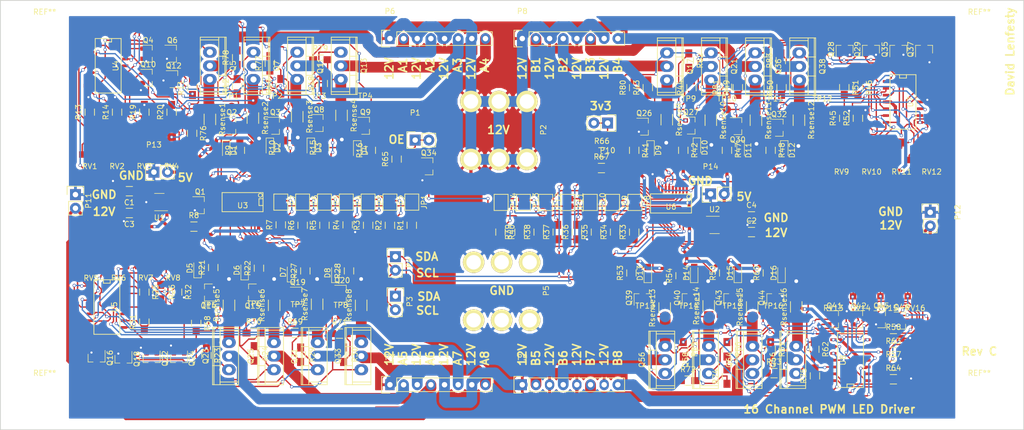
<source format=kicad_pcb>
(kicad_pcb (version 4) (host pcbnew 4.0.6-e0-6349~53~ubuntu16.04.1)
  (layers (0 F.Cu signal) (31 B.Cu signal) (34 B.Paste user) (35 F.Paste user) (36 B.SilkS user) (37 F.SilkS user) (38 B.Mask user) (39 F.Mask user) (44 Edge.Cuts user))
  (net 0 "")
  (net 1 +12V)
  (net 2 GND)
  (net 3 +5V-A)
  (net 4 +5V-B)
  (net 5 "Net-(D1-Pad2)")
  (net 6 "Net-(D1-Pad1)")
  (net 7 "Net-(D2-Pad2)")
  (net 8 "Net-(D2-Pad1)")
  (net 9 "Net-(D3-Pad2)")
  (net 10 "Net-(D3-Pad1)")
  (net 11 "Net-(D4-Pad2)")
  (net 12 "Net-(D4-Pad1)")
  (net 13 "Net-(D5-Pad2)")
  (net 14 "Net-(D5-Pad1)")
  (net 15 "Net-(D6-Pad2)")
  (net 16 "Net-(D6-Pad1)")
  (net 17 "Net-(D7-Pad2)")
  (net 18 "Net-(D7-Pad1)")
  (net 19 "Net-(D8-Pad2)")
  (net 20 "Net-(D8-Pad1)")
  (net 21 "Net-(D9-Pad2)")
  (net 22 "Net-(D9-Pad1)")
  (net 23 "Net-(D10-Pad2)")
  (net 24 "Net-(D10-Pad1)")
  (net 25 "Net-(D11-Pad2)")
  (net 26 "Net-(D11-Pad1)")
  (net 27 "Net-(D12-Pad2)")
  (net 28 "Net-(D12-Pad1)")
  (net 29 "Net-(D13-Pad2)")
  (net 30 "Net-(D13-Pad1)")
  (net 31 "Net-(D14-Pad2)")
  (net 32 "Net-(D14-Pad1)")
  (net 33 "Net-(D15-Pad2)")
  (net 34 "Net-(D15-Pad1)")
  (net 35 "Net-(D16-Pad2)")
  (net 36 "Net-(D16-Pad1)")
  (net 37 "Net-(JP1-Pad1)")
  (net 38 "Net-(JP2-Pad1)")
  (net 39 "Net-(JP3-Pad1)")
  (net 40 "Net-(JP4-Pad1)")
  (net 41 "Net-(JP5-Pad1)")
  (net 42 "Net-(JP6-Pad1)")
  (net 43 "Net-(JP7-Pad1)")
  (net 44 "Net-(JP8-Pad1)")
  (net 45 "Net-(JP9-Pad1)")
  (net 46 "Net-(JP10-Pad1)")
  (net 47 "Net-(JP11-Pad1)")
  (net 48 "Net-(JP12-Pad1)")
  (net 49 "Net-(JP13-Pad1)")
  (net 50 "Net-(JP14-Pad1)")
  (net 51 "Net-(P1-Pad1)")
  (net 52 SDA)
  (net 53 SCL)
  (net 54 "Net-(P6-Pad2)")
  (net 55 "Net-(P6-Pad4)")
  (net 56 "Net-(P6-Pad6)")
  (net 57 "Net-(P6-Pad8)")
  (net 58 "Net-(P7-Pad2)")
  (net 59 "Net-(P7-Pad4)")
  (net 60 "Net-(P7-Pad6)")
  (net 61 "Net-(P7-Pad8)")
  (net 62 "Net-(P8-Pad2)")
  (net 63 "Net-(P8-Pad4)")
  (net 64 "Net-(P8-Pad6)")
  (net 65 "Net-(P8-Pad8)")
  (net 66 "Net-(P9-Pad2)")
  (net 67 "Net-(P9-Pad4)")
  (net 68 "Net-(P9-Pad6)")
  (net 69 "Net-(P9-Pad8)")
  (net 70 +3V3)
  (net 71 OE-Disable)
  (net 72 "/Power Driver A/LED Driver A/LED1")
  (net 73 "/Power Driver A/LED Driver A/LED2")
  (net 74 "Net-(Q4-Pad1)")
  (net 75 "Net-(Q5-Pad3)")
  (net 76 "Net-(Q6-Pad1)")
  (net 77 "Net-(Q7-Pad3)")
  (net 78 "/Power Driver A/LED Driver A/LED3")
  (net 79 "/Power Driver A/LED Driver A/LED4")
  (net 80 "Net-(Q10-Pad1)")
  (net 81 "Net-(Q11-Pad3)")
  (net 82 "Net-(Q12-Pad1)")
  (net 83 "Net-(Q13-Pad3)")
  (net 84 "/Power Driver B/LED Driver A/LED1")
  (net 85 "/Power Driver B/LED Driver A/LED2")
  (net 86 "Net-(Q16-Pad1)")
  (net 87 "Net-(Q17-Pad3)")
  (net 88 "/Power Driver A/LED Driver B/LED1")
  (net 89 "/Power Driver A/LED Driver B/LED2")
  (net 90 "Net-(Q20-Pad1)")
  (net 91 "Net-(Q21-Pad3)")
  (net 92 "Net-(Q22-Pad1)")
  (net 93 "Net-(Q23-Pad3)")
  (net 94 "Net-(Q24-Pad1)")
  (net 95 "Net-(Q25-Pad3)")
  (net 96 "/Power Driver A/LED Driver B/LED3")
  (net 97 "/Power Driver A/LED Driver B/LED4")
  (net 98 "/Power Driver B/LED Driver A/LED3")
  (net 99 "/Power Driver B/LED Driver A/LED4")
  (net 100 "Net-(Q30-Pad1)")
  (net 101 "Net-(Q31-Pad3)")
  (net 102 "Net-(Q32-Pad1)")
  (net 103 "Net-(Q33-Pad3)")
  (net 104 "Net-(Q35-Pad1)")
  (net 105 "Net-(Q36-Pad3)")
  (net 106 "Net-(Q37-Pad1)")
  (net 107 "Net-(Q38-Pad3)")
  (net 108 "/Power Driver B/LED Driver B/LED1")
  (net 109 "/Power Driver B/LED Driver B/LED2")
  (net 110 "Net-(Q56-Pad3)")
  (net 111 "Net-(Q58-Pad3)")
  (net 112 "/Power Driver B/LED Driver B/LED3")
  (net 113 "/Power Driver B/LED Driver B/LED4")
  (net 114 "Net-(Q64-Pad3)")
  (net 115 "Net-(Q66-Pad3)")
  (net 116 "Net-(R13-Pad1)")
  (net 117 "Net-(R14-Pad1)")
  (net 118 "Net-(R19-Pad1)")
  (net 119 "Net-(R20-Pad1)")
  (net 120 "Net-(R25-Pad1)")
  (net 121 "Net-(R26-Pad1)")
  (net 122 "Net-(R31-Pad1)")
  (net 123 "Net-(R32-Pad1)")
  (net 124 "Net-(R45-Pad1)")
  (net 125 "Net-(R46-Pad1)")
  (net 126 "Net-(R51-Pad1)")
  (net 127 "Net-(R52-Pad1)")
  (net 128 "Net-(R57-Pad1)")
  (net 129 "Net-(R58-Pad1)")
  (net 130 "Net-(R63-Pad1)")
  (net 131 "Net-(R64-Pad1)")
  (net 132 "Net-(U1-Pad4)")
  (net 133 "Net-(U2-Pad4)")
  (net 134 "Net-(Q1-Pad3)")
  (net 135 "Net-(Q2-Pad1)")
  (net 136 "Net-(Q3-Pad1)")
  (net 137 "Net-(Q10-Pad3)")
  (net 138 "Net-(Q12-Pad3)")
  (net 139 "Net-(Q14-Pad1)")
  (net 140 "Net-(Q15-Pad1)")
  (net 141 "Net-(Q17-Pad1)")
  (net 142 "Net-(Q18-Pad1)")
  (net 143 "Net-(Q19-Pad1)")
  (net 144 "Net-(Q21-Pad1)")
  (net 145 "Net-(Q28-Pad1)")
  (net 146 "Net-(Q29-Pad1)")
  (net 147 "Net-(Q34-Pad3)")
  (net 148 "Net-(Q39-Pad1)")
  (net 149 "Net-(Q40-Pad1)")
  (net 150 "Net-(Q41-Pad1)")
  (net 151 "Net-(Q42-Pad1)")
  (net 152 "Net-(Q43-Pad1)")
  (net 153 "Net-(Q44-Pad1)")
  (net 154 "Net-(Q45-Pad1)")
  (net 155 "Net-(Q46-Pad1)")
  (net 156 "Net-(Q4-Pad3)")
  (net 157 "Net-(Q6-Pad3)")
  (net 158 "Net-(Q8-Pad1)")
  (net 159 "Net-(Q9-Pad1)")
  (net 160 "Net-(Q16-Pad3)")
  (net 161 "Net-(Q18-Pad3)")
  (net 162 "Net-(Q22-Pad3)")
  (net 163 "Net-(Q24-Pad3)")
  (net 164 "Net-(Q26-Pad1)")
  (net 165 "Net-(Q27-Pad1)")
  (net 166 "Net-(Q35-Pad3)")
  (net 167 "Net-(Q37-Pad3)")
  (net 168 "Net-(Q41-Pad3)")
  (net 169 "Net-(Q42-Pad3)")
  (net 170 "Net-(Q45-Pad3)")
  (net 171 "Net-(Q46-Pad3)")
  (module TO_SOT_Packages_SMD:SOT-23 (layer F.Cu) (at 183.8 75.4)
    (fp_text reference Q27 (at 0 -2.5) (layer F.SilkS))
    (fp_text value Q_NPN_BEC)
    (pad 1 smd rect (at -1 -0.95) (size 0.9 0.8) (layers F.Cu F.Paste F.Mask) (net 165 "Net-(Q27-Pad1)"))
    (pad 2 smd rect (at -1 0.95) (size 0.9 0.8) (layers F.Cu F.Paste F.Mask) (net 2 GND))
    (pad 3 smd rect (at 1 0) (size 0.9 0.8) (layers F.Cu F.Paste F.Mask) (net 24 "Net-(D10-Pad1)"))
  )
  (module TO_SOT_Packages_SMD:SOT-23 (layer F.Cu) (at 118.872 106.75)
    (fp_text reference Q20 (at 0 -2.5) (layer F.SilkS))
    (fp_text value Q_NPN_BEC)
    (pad 1 smd rect (at -1 -0.95) (size 0.9 0.8) (layers F.Cu F.Paste F.Mask) (net 90 "Net-(Q20-Pad1)"))
    (pad 2 smd rect (at -1 0.95) (size 0.9 0.8) (layers F.Cu F.Paste F.Mask) (net 2 GND))
    (pad 3 smd rect (at 1 0) (size 0.9 0.8) (layers F.Cu F.Paste F.Mask) (net 20 "Net-(D8-Pad1)"))
  )
  (module TO_SOT_Packages_SMD:SOT-23 (layer F.Cu) (at 215 111.5)
    (fp_text reference Q42 (at 0 -2.5) (layer F.SilkS))
    (fp_text value Q_NPN_BEC)
    (pad 1 smd rect (at -1 -0.95) (size 0.9 0.8) (layers F.Cu F.Paste F.Mask) (net 151 "Net-(Q42-Pad1)"))
    (pad 2 smd rect (at -1 0.95) (size 0.9 0.8) (layers F.Cu F.Paste F.Mask) (net 2 GND))
    (pad 3 smd rect (at 1 0) (size 0.9 0.8) (layers F.Cu F.Paste F.Mask) (net 169 "Net-(Q42-Pad3)"))
  )
  (module Mounting_Holes:MountingHole_3.2mm_M3 (layer F.Cu) (at 63.5 125.73)
    (fp_text reference REF** (at 0 -4.2) (layer F.SilkS))
    (fp_text value MountingHole_3.2mm_M3)
    (pad 1 np_thru_hole circle (at 0 0) (size 3.2 3.2) (drill 3.2) (layers *.Cu *.Mask))
  )
  (module Mounting_Holes:MountingHole_3.2mm_M3 (layer F.Cu) (at 63.5 58.42)
    (fp_text reference REF** (at 0 -4.2) (layer F.SilkS))
    (fp_text value MountingHole_3.2mm_M3)
    (pad 1 np_thru_hole circle (at 0 0) (size 3.2 3.2) (drill 3.2) (layers *.Cu *.Mask))
  )
  (module Mounting_Holes:MountingHole_3.2mm_M3 (layer F.Cu) (at 237.49 125.73)
    (fp_text reference REF** (at 0 -4.2) (layer F.SilkS))
    (fp_text value MountingHole_3.2mm_M3)
    (pad 1 np_thru_hole circle (at 0 0) (size 3.2 3.2) (drill 3.2) (layers *.Cu *.Mask))
  )
  (module TO_SOT_Packages_SMD:SOT-23 (layer F.Cu) (at 87.25 62)
    (fp_text reference Q6 (at 0 -2.5) (layer F.SilkS))
    (fp_text value Q_NPN_BEC)
    (pad 1 smd rect (at -1 -0.95) (size 0.9 0.8) (layers F.Cu F.Paste F.Mask) (net 76 "Net-(Q6-Pad1)"))
    (pad 2 smd rect (at -1 0.95) (size 0.9 0.8) (layers F.Cu F.Paste F.Mask) (net 2 GND))
    (pad 3 smd rect (at 1 0) (size 0.9 0.8) (layers F.Cu F.Paste F.Mask) (net 157 "Net-(Q6-Pad3)"))
  )
  (module Power_Integrations:TO-220 (layer F.Cu) (at 102.362 64.262 270)
    (fp_text reference Q7 (at 0 -4.318 270) (layer F.SilkS))
    (fp_text value BUT11)
    (pad 2 thru_hole oval (at 0 0 270) (size 2.032 2.54) (drill 1.143) (layers *.Cu *.Mask) (net 55 "Net-(P6-Pad4)"))
    (pad 3 thru_hole oval (at 2.54 0 270) (size 2.032 2.54) (drill 1.143) (layers *.Cu *.Mask) (net 77 "Net-(Q7-Pad3)"))
    (pad 1 thru_hole oval (at -2.54 0 270) (size 2.032 2.54) (drill 1.143) (layers *.Cu *.Mask) (net 157 "Net-(Q6-Pad3)"))
  )
  (module Power_Integrations:TO-220 (layer F.Cu) (at 110.49 64.262 270)
    (fp_text reference Q11 (at 0 -4.318 270) (layer F.SilkS))
    (fp_text value BUT11)
    (pad 2 thru_hole oval (at 0 0 270) (size 2.032 2.54) (drill 1.143) (layers *.Cu *.Mask) (net 56 "Net-(P6-Pad6)"))
    (pad 3 thru_hole oval (at 2.54 0 270) (size 2.032 2.54) (drill 1.143) (layers *.Cu *.Mask) (net 81 "Net-(Q11-Pad3)"))
    (pad 1 thru_hole oval (at -2.54 0 270) (size 2.032 2.54) (drill 1.143) (layers *.Cu *.Mask) (net 137 "Net-(Q10-Pad3)"))
  )
  (module Power_Integrations:TO-220 (layer F.Cu) (at 94.234 64.262 270)
    (fp_text reference Q5 (at 0 -4.318 270) (layer F.SilkS))
    (fp_text value BUT11)
    (pad 2 thru_hole oval (at 0 0 270) (size 2.032 2.54) (drill 1.143) (layers *.Cu *.Mask) (net 54 "Net-(P6-Pad2)"))
    (pad 3 thru_hole oval (at 2.54 0 270) (size 2.032 2.54) (drill 1.143) (layers *.Cu *.Mask) (net 75 "Net-(Q5-Pad3)"))
    (pad 1 thru_hole oval (at -2.54 0 270) (size 2.032 2.54) (drill 1.143) (layers *.Cu *.Mask) (net 156 "Net-(Q4-Pad3)"))
  )
  (module Custom_Footprints:Bourns-TC33 (layer F.Cu) (at 71.882 78.994)
    (fp_text reference RV1 (at 0 4) (layer F.SilkS))
    (fp_text value 10K)
    (pad 1 smd rect (at -1.4 1.8) (size 1.2 1.2) (layers F.Cu F.Paste F.Mask) (net 74 "Net-(Q4-Pad1)"))
    (pad 2 smd rect (at 0 -1.45) (size 1.6 1.5) (layers F.Cu F.Paste F.Mask) (net 74 "Net-(Q4-Pad1)"))
    (pad 3 smd rect (at 1.4 1.8) (size 1.2 1.2) (layers F.Cu F.Paste F.Mask) (net 116 "Net-(R13-Pad1)"))
  )
  (module Resistors_SMD:R_0805_HandSoldering (layer F.Cu) (at 87.122 72.898 90)
    (fp_text reference R20 (at 0 -2.1 90) (layer F.SilkS))
    (fp_text value 2K)
    (pad 1 smd rect (at -1.35 0 90) (size 1.5 1.3) (layers F.Cu F.Paste F.Mask) (net 119 "Net-(R20-Pad1)"))
    (pad 2 smd rect (at 1.35 0 90) (size 1.5 1.3) (layers F.Cu F.Paste F.Mask) (net 2 GND))
  )
  (module Custom_Footprints:Bourns-TC33 (layer F.Cu) (at 82.042 78.994)
    (fp_text reference RV3 (at 0 4) (layer F.SilkS))
    (fp_text value 10K)
    (pad 1 smd rect (at -1.4 1.8) (size 1.2 1.2) (layers F.Cu F.Paste F.Mask) (net 80 "Net-(Q10-Pad1)"))
    (pad 2 smd rect (at 0 -1.45) (size 1.6 1.5) (layers F.Cu F.Paste F.Mask) (net 80 "Net-(Q10-Pad1)"))
    (pad 3 smd rect (at 1.4 1.8) (size 1.2 1.2) (layers F.Cu F.Paste F.Mask) (net 118 "Net-(R19-Pad1)"))
  )
  (module Resistors_SMD:R_0805_HandSoldering (layer F.Cu) (at 71.882 72.898 90)
    (fp_text reference R13 (at 0 -2.1 90) (layer F.SilkS))
    (fp_text value 2K)
    (pad 1 smd rect (at -1.35 0 90) (size 1.5 1.3) (layers F.Cu F.Paste F.Mask) (net 116 "Net-(R13-Pad1)"))
    (pad 2 smd rect (at 1.35 0 90) (size 1.5 1.3) (layers F.Cu F.Paste F.Mask) (net 2 GND))
  )
  (module Custom_Footprints:Bourns-TC33 (layer F.Cu) (at 87.122 78.994)
    (fp_text reference RV4 (at 0 4) (layer F.SilkS))
    (fp_text value 10K)
    (pad 1 smd rect (at -1.4 1.8) (size 1.2 1.2) (layers F.Cu F.Paste F.Mask) (net 82 "Net-(Q12-Pad1)"))
    (pad 2 smd rect (at 0 -1.45) (size 1.6 1.5) (layers F.Cu F.Paste F.Mask) (net 82 "Net-(Q12-Pad1)"))
    (pad 3 smd rect (at 1.4 1.8) (size 1.2 1.2) (layers F.Cu F.Paste F.Mask) (net 119 "Net-(R20-Pad1)"))
  )
  (module Resistors_SMD:R_0805_HandSoldering (layer F.Cu) (at 76.962 72.898 90)
    (fp_text reference R14 (at 0 -2.1 90) (layer F.SilkS))
    (fp_text value 2K)
    (pad 1 smd rect (at -1.35 0 90) (size 1.5 1.3) (layers F.Cu F.Paste F.Mask) (net 117 "Net-(R14-Pad1)"))
    (pad 2 smd rect (at 1.35 0 90) (size 1.5 1.3) (layers F.Cu F.Paste F.Mask) (net 2 GND))
  )
  (module Resistors_SMD:R_0805_HandSoldering (layer F.Cu) (at 82.042 72.898 90)
    (fp_text reference R19 (at 0 -2.1 90) (layer F.SilkS))
    (fp_text value 2K)
    (pad 1 smd rect (at -1.35 0 90) (size 1.5 1.3) (layers F.Cu F.Paste F.Mask) (net 118 "Net-(R19-Pad1)"))
    (pad 2 smd rect (at 1.35 0 90) (size 1.5 1.3) (layers F.Cu F.Paste F.Mask) (net 2 GND))
  )
  (module Custom_Footprints:Bourns-TC33 (layer F.Cu) (at 76.962 78.994)
    (fp_text reference RV2 (at 0 4) (layer F.SilkS))
    (fp_text value 10K)
    (pad 1 smd rect (at -1.4 1.8) (size 1.2 1.2) (layers F.Cu F.Paste F.Mask) (net 76 "Net-(Q6-Pad1)"))
    (pad 2 smd rect (at 0 -1.45) (size 1.6 1.5) (layers F.Cu F.Paste F.Mask) (net 76 "Net-(Q6-Pad1)"))
    (pad 3 smd rect (at 1.4 1.8) (size 1.2 1.2) (layers F.Cu F.Paste F.Mask) (net 117 "Net-(R14-Pad1)"))
  )
  (module TO_SOT_Packages_SMD:SOT-23 (layer F.Cu) (at 82.75 62)
    (fp_text reference Q4 (at 0 -2.5) (layer F.SilkS))
    (fp_text value Q_NPN_BEC)
    (pad 1 smd rect (at -1 -0.95) (size 0.9 0.8) (layers F.Cu F.Paste F.Mask) (net 74 "Net-(Q4-Pad1)"))
    (pad 2 smd rect (at -1 0.95) (size 0.9 0.8) (layers F.Cu F.Paste F.Mask) (net 2 GND))
    (pad 3 smd rect (at 1 0) (size 0.9 0.8) (layers F.Cu F.Paste F.Mask) (net 156 "Net-(Q4-Pad3)"))
  )
  (module SMD_Packages:SOIC-14_N (layer F.Cu) (at 75.438 64.262 270)
    (fp_text reference U4 (at 0 -1.27 270) (layer F.SilkS))
    (fp_text value LM324AN)
    (pad 1 smd rect (at -3.81 3.302 270) (size 0.508 1.143) (layers F.Cu F.Paste F.Mask) (net 74 "Net-(Q4-Pad1)"))
    (pad 2 smd rect (at -2.54 3.302 270) (size 0.508 1.143) (layers F.Cu F.Paste F.Mask) (net 116 "Net-(R13-Pad1)"))
    (pad 3 smd rect (at -1.27 3.302 270) (size 0.508 1.143) (layers F.Cu F.Paste F.Mask) (net 75 "Net-(Q5-Pad3)"))
    (pad 4 smd rect (at 0 3.302 270) (size 0.508 1.143) (layers F.Cu F.Paste F.Mask) (net 3 +5V-A))
    (pad 5 smd rect (at 1.27 3.302 270) (size 0.508 1.143) (layers F.Cu F.Paste F.Mask) (net 77 "Net-(Q7-Pad3)"))
    (pad 6 smd rect (at 2.54 3.302 270) (size 0.508 1.143) (layers F.Cu F.Paste F.Mask) (net 117 "Net-(R14-Pad1)"))
    (pad 7 smd rect (at 3.81 3.302 270) (size 0.508 1.143) (layers F.Cu F.Paste F.Mask) (net 76 "Net-(Q6-Pad1)"))
    (pad 8 smd rect (at 3.81 -3.048 270) (size 0.508 1.143) (layers F.Cu F.Paste F.Mask) (net 80 "Net-(Q10-Pad1)"))
    (pad 9 smd rect (at 2.54 -3.048 270) (size 0.508 1.143) (layers F.Cu F.Paste F.Mask) (net 118 "Net-(R19-Pad1)"))
    (pad 11 smd rect (at 0 -3.048 270) (size 0.508 1.143) (layers F.Cu F.Paste F.Mask) (net 2 GND))
    (pad 12 smd rect (at -1.27 -3.048 270) (size 0.508 1.143) (layers F.Cu F.Paste F.Mask) (net 83 "Net-(Q13-Pad3)"))
    (pad 13 smd rect (at -2.54 -3.048 270) (size 0.508 1.143) (layers F.Cu F.Paste F.Mask) (net 119 "Net-(R20-Pad1)"))
    (pad 14 smd rect (at -3.81 -3.048 270) (size 0.508 1.143) (layers F.Cu F.Paste F.Mask) (net 82 "Net-(Q12-Pad1)"))
    (pad 10 smd rect (at 1.27 -3.048 270) (size 0.508 1.143) (layers F.Cu F.Paste F.Mask) (net 81 "Net-(Q11-Pad3)"))
  )
  (module TO_SOT_Packages_SMD:SOT-23 (layer F.Cu) (at 82.75 66.5)
    (fp_text reference Q10 (at 0 -2.5) (layer F.SilkS))
    (fp_text value Q_NPN_BEC)
    (pad 1 smd rect (at -1 -0.95) (size 0.9 0.8) (layers F.Cu F.Paste F.Mask) (net 80 "Net-(Q10-Pad1)"))
    (pad 2 smd rect (at -1 0.95) (size 0.9 0.8) (layers F.Cu F.Paste F.Mask) (net 2 GND))
    (pad 3 smd rect (at 1 0) (size 0.9 0.8) (layers F.Cu F.Paste F.Mask) (net 137 "Net-(Q10-Pad3)"))
  )
  (module TO_SOT_Packages_SMD:SOT-23 (layer F.Cu) (at 87.5 66.75)
    (fp_text reference Q12 (at 0 -2.5) (layer F.SilkS))
    (fp_text value Q_NPN_BEC)
    (pad 1 smd rect (at -1 -0.95) (size 0.9 0.8) (layers F.Cu F.Paste F.Mask) (net 82 "Net-(Q12-Pad1)"))
    (pad 2 smd rect (at -1 0.95) (size 0.9 0.8) (layers F.Cu F.Paste F.Mask) (net 2 GND))
    (pad 3 smd rect (at 1 0) (size 0.9 0.8) (layers F.Cu F.Paste F.Mask) (net 138 "Net-(Q12-Pad3)"))
  )
  (module Resistors_SMD:R_0805_HandSoldering (layer F.Cu) (at 115.57 79.502 90)
    (fp_text reference R15 (at 0 -2.1 90) (layer F.SilkS))
    (fp_text value 330)
    (pad 1 smd rect (at -1.35 0 90) (size 1.5 1.3) (layers F.Cu F.Paste F.Mask) (net 9 "Net-(D3-Pad2)"))
    (pad 2 smd rect (at 1.35 0 90) (size 1.5 1.3) (layers F.Cu F.Paste F.Mask) (net 3 +5V-A))
  )
  (module LEDs:LED_0805 (layer F.Cu) (at 113.03 79.522 270)
    (fp_text reference D3 (at 0 -1.45 270) (layer F.SilkS))
    (fp_text value LED)
    (pad 2 smd rect (at 1.1 0 90) (size 1.2 1.2) (layers F.Cu F.Paste F.Mask) (net 9 "Net-(D3-Pad2)"))
    (pad 1 smd rect (at -1.1 0 90) (size 1.2 1.2) (layers F.Cu F.Paste F.Mask) (net 10 "Net-(D3-Pad1)"))
  )
  (module TO_SOT_Packages_SMD:SOT-23 (layer F.Cu) (at 114.554 74.93)
    (fp_text reference Q8 (at 0 -2.5) (layer F.SilkS))
    (fp_text value Q_NPN_BEC)
    (pad 1 smd rect (at -1 -0.95) (size 0.9 0.8) (layers F.Cu F.Paste F.Mask) (net 158 "Net-(Q8-Pad1)"))
    (pad 2 smd rect (at -1 0.95) (size 0.9 0.8) (layers F.Cu F.Paste F.Mask) (net 2 GND))
    (pad 3 smd rect (at 1 0) (size 0.9 0.8) (layers F.Cu F.Paste F.Mask) (net 10 "Net-(D3-Pad1)"))
  )
  (module Power_Integrations:TO-220 (layer F.Cu) (at 118.618 64.262 270)
    (fp_text reference Q13 (at 0 -4.318 270) (layer F.SilkS))
    (fp_text value BUT11)
    (pad 2 thru_hole oval (at 0 0 270) (size 2.032 2.54) (drill 1.143) (layers *.Cu *.Mask) (net 57 "Net-(P6-Pad8)"))
    (pad 3 thru_hole oval (at 2.54 0 270) (size 2.032 2.54) (drill 1.143) (layers *.Cu *.Mask) (net 83 "Net-(Q13-Pad3)"))
    (pad 1 thru_hole oval (at -2.54 0 270) (size 2.032 2.54) (drill 1.143) (layers *.Cu *.Mask) (net 138 "Net-(Q12-Pad3)"))
  )
  (module Resistors_SMD:R_0805_HandSoldering (layer F.Cu) (at 99.822 80.01 90)
    (fp_text reference R9 (at 0 -2.1 90) (layer F.SilkS))
    (fp_text value 330)
    (pad 1 smd rect (at -1.35 0 90) (size 1.5 1.3) (layers F.Cu F.Paste F.Mask) (net 5 "Net-(D1-Pad2)"))
    (pad 2 smd rect (at 1.35 0 90) (size 1.5 1.3) (layers F.Cu F.Paste F.Mask) (net 3 +5V-A))
  )
  (module TO_SOT_Packages_SMD:SOT-23 (layer F.Cu) (at 98.298 75.438)
    (fp_text reference Q2 (at 0 -2.5) (layer F.SilkS))
    (fp_text value Q_NPN_BEC)
    (pad 1 smd rect (at -1 -0.95) (size 0.9 0.8) (layers F.Cu F.Paste F.Mask) (net 135 "Net-(Q2-Pad1)"))
    (pad 2 smd rect (at -1 0.95) (size 0.9 0.8) (layers F.Cu F.Paste F.Mask) (net 2 GND))
    (pad 3 smd rect (at 1 0) (size 0.9 0.8) (layers F.Cu F.Paste F.Mask) (net 6 "Net-(D1-Pad1)"))
  )
  (module LEDs:LED_0805 (layer F.Cu) (at 97.282 80.01 270)
    (fp_text reference D1 (at 0 -1.45 270) (layer F.SilkS))
    (fp_text value LED)
    (pad 2 smd rect (at 1.1 0 90) (size 1.2 1.2) (layers F.Cu F.Paste F.Mask) (net 5 "Net-(D1-Pad2)"))
    (pad 1 smd rect (at -1.1 0 90) (size 1.2 1.2) (layers F.Cu F.Paste F.Mask) (net 6 "Net-(D1-Pad1)"))
  )
  (module TO_SOT_Packages_SMD:SOT-23 (layer F.Cu) (at 123.19 75.438)
    (fp_text reference Q9 (at 0 -2.54) (layer F.SilkS))
    (fp_text value Q_NPN_BEC)
    (pad 1 smd rect (at -1 -0.95) (size 0.9 0.8) (layers F.Cu F.Paste F.Mask) (net 159 "Net-(Q9-Pad1)"))
    (pad 2 smd rect (at -1 0.95) (size 0.9 0.8) (layers F.Cu F.Paste F.Mask) (net 2 GND))
    (pad 3 smd rect (at 1 0) (size 0.9 0.8) (layers F.Cu F.Paste F.Mask) (net 12 "Net-(D4-Pad1)"))
  )
  (module Resistors_SMD:R_0805_HandSoldering (layer F.Cu) (at 124.206 80.01 90)
    (fp_text reference R16 (at 0 -2.1 90) (layer F.SilkS))
    (fp_text value 330)
    (pad 1 smd rect (at -1.35 0 90) (size 1.5 1.3) (layers F.Cu F.Paste F.Mask) (net 11 "Net-(D4-Pad2)"))
    (pad 2 smd rect (at 1.35 0 90) (size 1.5 1.3) (layers F.Cu F.Paste F.Mask) (net 3 +5V-A))
  )
  (module LEDs:LED_0805 (layer F.Cu) (at 121.666 80.01 270)
    (fp_text reference D4 (at 0 -1.45 270) (layer F.SilkS))
    (fp_text value LED)
    (pad 2 smd rect (at 1.1 0 90) (size 1.2 1.2) (layers F.Cu F.Paste F.Mask) (net 11 "Net-(D4-Pad2)"))
    (pad 1 smd rect (at -1.1 0 90) (size 1.2 1.2) (layers F.Cu F.Paste F.Mask) (net 12 "Net-(D4-Pad1)"))
  )
  (module LEDs:LED_0805 (layer F.Cu) (at 105.41 79.522 270)
    (fp_text reference D2 (at 0 -1.45 270) (layer F.SilkS))
    (fp_text value LED)
    (pad 2 smd rect (at 1.1 0 90) (size 1.2 1.2) (layers F.Cu F.Paste F.Mask) (net 7 "Net-(D2-Pad2)"))
    (pad 1 smd rect (at -1.1 0 90) (size 1.2 1.2) (layers F.Cu F.Paste F.Mask) (net 8 "Net-(D2-Pad1)"))
  )
  (module Resistors_SMD:R_0805_HandSoldering (layer F.Cu) (at 107.95 79.522 90)
    (fp_text reference R10 (at 0 -2.1 90) (layer F.SilkS))
    (fp_text value 330)
    (pad 1 smd rect (at -1.35 0 90) (size 1.5 1.3) (layers F.Cu F.Paste F.Mask) (net 7 "Net-(D2-Pad2)"))
    (pad 2 smd rect (at 1.35 0 90) (size 1.5 1.3) (layers F.Cu F.Paste F.Mask) (net 3 +5V-A))
  )
  (module TO_SOT_Packages_SMD:SOT-23 (layer F.Cu) (at 106.426 75.438)
    (fp_text reference Q3 (at 0 -2.5) (layer F.SilkS))
    (fp_text value Q_NPN_BEC)
    (pad 1 smd rect (at -1 -0.95) (size 0.9 0.8) (layers F.Cu F.Paste F.Mask) (net 136 "Net-(Q3-Pad1)"))
    (pad 2 smd rect (at -1 0.95) (size 0.9 0.8) (layers F.Cu F.Paste F.Mask) (net 2 GND))
    (pad 3 smd rect (at 1 0) (size 0.9 0.8) (layers F.Cu F.Paste F.Mask) (net 8 "Net-(D2-Pad1)"))
  )
  (module LEDs:LED_0805 (layer F.Cu) (at 91.948 101.981 90)
    (fp_text reference D5 (at 0 -1.45 90) (layer F.SilkS))
    (fp_text value LED)
    (pad 2 smd rect (at 1.1 0 270) (size 1.2 1.2) (layers F.Cu F.Paste F.Mask) (net 13 "Net-(D5-Pad2)"))
    (pad 1 smd rect (at -1.1 0 270) (size 1.2 1.2) (layers F.Cu F.Paste F.Mask) (net 14 "Net-(D5-Pad1)"))
  )
  (module LEDs:LED_0805 (layer F.Cu) (at 100.711 102.362 90)
    (fp_text reference D6 (at 0 -1.45 90) (layer F.SilkS))
    (fp_text value LED)
    (pad 2 smd rect (at 1.1 0 270) (size 1.2 1.2) (layers F.Cu F.Paste F.Mask) (net 15 "Net-(D6-Pad2)"))
    (pad 1 smd rect (at -1.1 0 270) (size 1.2 1.2) (layers F.Cu F.Paste F.Mask) (net 16 "Net-(D6-Pad1)"))
  )
  (module LEDs:LED_0805 (layer F.Cu) (at 109.347 102.743 90)
    (fp_text reference D7 (at 0 -1.45 90) (layer F.SilkS))
    (fp_text value LED)
    (pad 2 smd rect (at 1.1 0 270) (size 1.2 1.2) (layers F.Cu F.Paste F.Mask) (net 17 "Net-(D7-Pad2)"))
    (pad 1 smd rect (at -1.1 0 270) (size 1.2 1.2) (layers F.Cu F.Paste F.Mask) (net 18 "Net-(D7-Pad1)"))
  )
  (module LEDs:LED_0805 (layer F.Cu) (at 117.602 102.87 90)
    (fp_text reference D8 (at 0 -1.45 90) (layer F.SilkS))
    (fp_text value LED)
    (pad 2 smd rect (at 1.1 0 270) (size 1.2 1.2) (layers F.Cu F.Paste F.Mask) (net 19 "Net-(D8-Pad2)"))
    (pad 1 smd rect (at -1.1 0 270) (size 1.2 1.2) (layers F.Cu F.Paste F.Mask) (net 20 "Net-(D8-Pad1)"))
  )
  (module LEDs:LED_0805 (layer F.Cu) (at 176.276 80.01 270)
    (fp_text reference D9 (at 0 -1.45 270) (layer F.SilkS))
    (fp_text value LED)
    (pad 2 smd rect (at 1.1 0 90) (size 1.2 1.2) (layers F.Cu F.Paste F.Mask) (net 21 "Net-(D9-Pad2)"))
    (pad 1 smd rect (at -1.1 0 90) (size 1.2 1.2) (layers F.Cu F.Paste F.Mask) (net 22 "Net-(D9-Pad1)"))
  )
  (module LEDs:LED_0805 (layer F.Cu) (at 184.912 79.502 270)
    (fp_text reference D10 (at 0 -1.45 270) (layer F.SilkS))
    (fp_text value LED)
    (pad 2 smd rect (at 1.1 0 90) (size 1.2 1.2) (layers F.Cu F.Paste F.Mask) (net 23 "Net-(D10-Pad2)"))
    (pad 1 smd rect (at -1.1 0 90) (size 1.2 1.2) (layers F.Cu F.Paste F.Mask) (net 24 "Net-(D10-Pad1)"))
  )
  (module LEDs:LED_0805 (layer F.Cu) (at 193.04 80.01 270)
    (fp_text reference D11 (at 0 -1.45 270) (layer F.SilkS))
    (fp_text value LED)
    (pad 2 smd rect (at 1.1 0 90) (size 1.2 1.2) (layers F.Cu F.Paste F.Mask) (net 25 "Net-(D11-Pad2)"))
    (pad 1 smd rect (at -1.1 0 90) (size 1.2 1.2) (layers F.Cu F.Paste F.Mask) (net 26 "Net-(D11-Pad1)"))
  )
  (module LEDs:LED_0805 (layer F.Cu) (at 201.168 80.01 270)
    (fp_text reference D12 (at 0 -1.45 270) (layer F.SilkS))
    (fp_text value LED)
    (pad 2 smd rect (at 1.1 0 90) (size 1.2 1.2) (layers F.Cu F.Paste F.Mask) (net 27 "Net-(D12-Pad2)"))
    (pad 1 smd rect (at -1.1 0 90) (size 1.2 1.2) (layers F.Cu F.Paste F.Mask) (net 28 "Net-(D12-Pad1)"))
  )
  (module LEDs:LED_0805 (layer F.Cu) (at 175.768 102.87 90)
    (fp_text reference D13 (at 0 -1.45 90) (layer F.SilkS))
    (fp_text value LED)
    (pad 2 smd rect (at 1.1 0 270) (size 1.2 1.2) (layers F.Cu F.Paste F.Mask) (net 29 "Net-(D13-Pad2)"))
    (pad 1 smd rect (at -1.1 0 270) (size 1.2 1.2) (layers F.Cu F.Paste F.Mask) (net 30 "Net-(D13-Pad1)"))
  )
  (module LEDs:LED_0805 (layer F.Cu) (at 184.404 102.87 90)
    (fp_text reference D14 (at 0 -1.45 90) (layer F.SilkS))
    (fp_text value LED)
    (pad 2 smd rect (at 1.1 0 270) (size 1.2 1.2) (layers F.Cu F.Paste F.Mask) (net 31 "Net-(D14-Pad2)"))
    (pad 1 smd rect (at -1.1 0 270) (size 1.2 1.2) (layers F.Cu F.Paste F.Mask) (net 32 "Net-(D14-Pad1)"))
  )
  (module LEDs:LED_0805 (layer F.Cu) (at 192.532 102.87 90)
    (fp_text reference D15 (at 0 -1.45 90) (layer F.SilkS))
    (fp_text value LED)
    (pad 2 smd rect (at 1.1 0 270) (size 1.2 1.2) (layers F.Cu F.Paste F.Mask) (net 33 "Net-(D15-Pad2)"))
    (pad 1 smd rect (at -1.1 0 270) (size 1.2 1.2) (layers F.Cu F.Paste F.Mask) (net 34 "Net-(D15-Pad1)"))
  )
  (module LEDs:LED_0805 (layer F.Cu) (at 200.66 102.87 90)
    (fp_text reference D16 (at 0 -1.45 90) (layer F.SilkS))
    (fp_text value LED)
    (pad 2 smd rect (at 1.1 0 270) (size 1.2 1.2) (layers F.Cu F.Paste F.Mask) (net 35 "Net-(D16-Pad2)"))
    (pad 1 smd rect (at -1.1 0 270) (size 1.2 1.2) (layers F.Cu F.Paste F.Mask) (net 36 "Net-(D16-Pad1)"))
  )
  (module Custom_Footprints:Jumper_SMD (layer F.Cu) (at 131.826 89.662)
    (fp_text reference JP1 (at 2.3 0 90) (layer F.SilkS))
    (fp_text value A0)
    (pad 1 smd rect (at 0 -0.7) (size 2 1) (layers F.Cu F.Paste F.Mask) (net 37 "Net-(JP1-Pad1)"))
    (pad 2 smd rect (at 0 0.7) (size 2 1) (layers F.Cu F.Paste F.Mask) (net 3 +5V-A))
  )
  (module Custom_Footprints:Jumper_SMD (layer F.Cu) (at 127.762 89.662)
    (fp_text reference JP2 (at 2.3 0 90) (layer F.SilkS))
    (fp_text value A1)
    (pad 1 smd rect (at 0 -0.7) (size 2 1) (layers F.Cu F.Paste F.Mask) (net 38 "Net-(JP2-Pad1)"))
    (pad 2 smd rect (at 0 0.7) (size 2 1) (layers F.Cu F.Paste F.Mask) (net 3 +5V-A))
  )
  (module Custom_Footprints:Jumper_SMD (layer F.Cu) (at 123.698 89.662)
    (fp_text reference JP3 (at 2.3 0 90) (layer F.SilkS))
    (fp_text value A2)
    (pad 1 smd rect (at 0 -0.7) (size 2 1) (layers F.Cu F.Paste F.Mask) (net 39 "Net-(JP3-Pad1)"))
    (pad 2 smd rect (at 0 0.7) (size 2 1) (layers F.Cu F.Paste F.Mask) (net 3 +5V-A))
  )
  (module Custom_Footprints:Jumper_SMD (layer F.Cu) (at 119.634 89.662)
    (fp_text reference JP4 (at 2.3 0 90) (layer F.SilkS))
    (fp_text value A3)
    (pad 1 smd rect (at 0 -0.7) (size 2 1) (layers F.Cu F.Paste F.Mask) (net 40 "Net-(JP4-Pad1)"))
    (pad 2 smd rect (at 0 0.7) (size 2 1) (layers F.Cu F.Paste F.Mask) (net 3 +5V-A))
  )
  (module Custom_Footprints:Jumper_SMD (layer F.Cu) (at 115.57 89.662)
    (fp_text reference JP5 (at 2.3 0 90) (layer F.SilkS))
    (fp_text value A4)
    (pad 1 smd rect (at 0 -0.7) (size 2 1) (layers F.Cu F.Paste F.Mask) (net 41 "Net-(JP5-Pad1)"))
    (pad 2 smd rect (at 0 0.7) (size 2 1) (layers F.Cu F.Paste F.Mask) (net 3 +5V-A))
  )
  (module Custom_Footprints:Jumper_SMD (layer F.Cu) (at 111.506 89.662)
    (fp_text reference JP6 (at 2.3 0 90) (layer F.SilkS))
    (fp_text value A5)
    (pad 1 smd rect (at 0 -0.7) (size 2 1) (layers F.Cu F.Paste F.Mask) (net 42 "Net-(JP6-Pad1)"))
    (pad 2 smd rect (at 0 0.7) (size 2 1) (layers F.Cu F.Paste F.Mask) (net 3 +5V-A))
  )
  (module Custom_Footprints:Jumper_SMD (layer F.Cu) (at 107.442 89.662)
    (fp_text reference JP7 (at 2.3 0 90) (layer F.SilkS))
    (fp_text value A6)
    (pad 1 smd rect (at 0 -0.7) (size 2 1) (layers F.Cu F.Paste F.Mask) (net 43 "Net-(JP7-Pad1)"))
    (pad 2 smd rect (at 0 0.7) (size 2 1) (layers F.Cu F.Paste F.Mask) (net 3 +5V-A))
  )
  (module Custom_Footprints:Jumper_SMD (layer F.Cu) (at 173.354996 89.724)
    (fp_text reference JP8 (at 2.3 0 90) (layer F.SilkS))
    (fp_text value A0)
    (pad 1 smd rect (at 0 -0.7) (size 2 1) (layers F.Cu F.Paste F.Mask) (net 44 "Net-(JP8-Pad1)"))
    (pad 2 smd rect (at 0 0.7) (size 2 1) (layers F.Cu F.Paste F.Mask) (net 4 +5V-B))
  )
  (module Custom_Footprints:Jumper_SMD (layer F.Cu) (at 169.20633 89.724)
    (fp_text reference JP9 (at 2.3 0 90) (layer F.SilkS))
    (fp_text value A1)
    (pad 1 smd rect (at 0 -0.7) (size 2 1) (layers F.Cu F.Paste F.Mask) (net 45 "Net-(JP9-Pad1)"))
    (pad 2 smd rect (at 0 0.7) (size 2 1) (layers F.Cu F.Paste F.Mask) (net 4 +5V-B))
  )
  (module Custom_Footprints:Jumper_SMD (layer F.Cu) (at 165.057664 89.724)
    (fp_text reference JP10 (at 2.3 0 90) (layer F.SilkS))
    (fp_text value A2)
    (pad 1 smd rect (at 0 -0.7) (size 2 1) (layers F.Cu F.Paste F.Mask) (net 46 "Net-(JP10-Pad1)"))
    (pad 2 smd rect (at 0 0.7) (size 2 1) (layers F.Cu F.Paste F.Mask) (net 4 +5V-B))
  )
  (module Custom_Footprints:Jumper_SMD (layer F.Cu) (at 160.908998 89.724)
    (fp_text reference JP11 (at 2.3 0 90) (layer F.SilkS))
    (fp_text value A3)
    (pad 1 smd rect (at 0 -0.7) (size 2 1) (layers F.Cu F.Paste F.Mask) (net 47 "Net-(JP11-Pad1)"))
    (pad 2 smd rect (at 0 0.7) (size 2 1) (layers F.Cu F.Paste F.Mask) (net 4 +5V-B))
  )
  (module Custom_Footprints:Jumper_SMD (layer F.Cu) (at 156.760332 89.724)
    (fp_text reference JP12 (at 2.3 0 90) (layer F.SilkS))
    (fp_text value A4)
    (pad 1 smd rect (at 0 -0.7) (size 2 1) (layers F.Cu F.Paste F.Mask) (net 48 "Net-(JP12-Pad1)"))
    (pad 2 smd rect (at 0 0.7) (size 2 1) (layers F.Cu F.Paste F.Mask) (net 4 +5V-B))
  )
  (module Custom_Footprints:Jumper_SMD (layer F.Cu) (at 152.611666 89.724)
    (fp_text reference JP13 (at 2.3 0 90) (layer F.SilkS))
    (fp_text value A5)
    (pad 1 smd rect (at 0 -0.7) (size 2 1) (layers F.Cu F.Paste F.Mask) (net 49 "Net-(JP13-Pad1)"))
    (pad 2 smd rect (at 0 0.7) (size 2 1) (layers F.Cu F.Paste F.Mask) (net 4 +5V-B))
  )
  (module Custom_Footprints:Jumper_SMD (layer F.Cu) (at 148.463 89.724)
    (fp_text reference JP14 (at 2.3 0 90) (layer F.SilkS))
    (fp_text value A6)
    (pad 1 smd rect (at 0 -0.7) (size 2 1) (layers F.Cu F.Paste F.Mask) (net 50 "Net-(JP14-Pad1)"))
    (pad 2 smd rect (at 0 0.7) (size 2 1) (layers F.Cu F.Paste F.Mask) (net 4 +5V-B))
  )
  (module Socket_Strips:Socket_Strip_Straight_1x02 (layer F.Cu) (at 132.461 78.105)
    (fp_text reference P1 (at 0 -5.1) (layer F.SilkS))
    (fp_text value CONN_01X02)
    (pad 1 thru_hole rect (at 0 0) (size 2.032 2.032) (drill 1.016) (layers *.Cu *.Mask) (net 51 "Net-(P1-Pad1)"))
    (pad 2 thru_hole oval (at 2.54 0) (size 2.032 2.032) (drill 1.016) (layers *.Cu *.Mask) (net 51 "Net-(P1-Pad1)"))
  )
  (module Custom_Footprints:Screw_Connector_M5 (layer F.Cu) (at 148.336 76.2 90)
    (fp_text reference P2 (at 0 8 90) (layer F.SilkS))
    (fp_text value CONN_01X06)
    (pad 1 thru_hole circle (at -5.5 -5.5 90) (size 4 4) (drill 2.7) (layers *.Cu *.Mask F.SilkS) (net 1 +12V))
    (pad 2 thru_hole circle (at 5.3 -5.5 90) (size 4 4) (drill 2.7) (layers *.Cu *.Mask F.SilkS) (net 1 +12V))
    (pad 3 thru_hole circle (at -5.5 -0.29 90) (size 4 4) (drill 2.7) (layers *.Cu *.Mask F.SilkS) (net 1 +12V))
    (pad 4 thru_hole circle (at 5.3 -0.29 90) (size 4 4) (drill 2.7) (layers *.Cu *.Mask F.SilkS) (net 1 +12V))
    (pad 5 thru_hole circle (at -5.5 4.92 90) (size 4 4) (drill 2.7) (layers *.Cu *.Mask F.SilkS) (net 1 +12V))
    (pad 6 thru_hole circle (at 5.3 4.92 90) (size 4 4) (drill 2.7) (layers *.Cu *.Mask F.SilkS) (net 1 +12V))
  )
  (module Socket_Strips:Socket_Strip_Straight_1x02 (layer F.Cu) (at 128.778 107.188 270)
    (fp_text reference P3 (at 1.016 -2.667 270) (layer F.SilkS))
    (fp_text value CONN_01X02)
    (pad 1 thru_hole rect (at 0 0 270) (size 2.032 2.032) (drill 1.016) (layers *.Cu *.Mask) (net 52 SDA))
    (pad 2 thru_hole oval (at 2.54 0 270) (size 2.032 2.032) (drill 1.016) (layers *.Cu *.Mask) (net 53 SCL))
  )
  (module Socket_Strips:Socket_Strip_Straight_1x02 (layer F.Cu) (at 128.778 99.822 270)
    (fp_text reference P4 (at 1.143 -2.54 270) (layer F.SilkS))
    (fp_text value CONN_01X02)
    (pad 1 thru_hole rect (at 0 0 270) (size 2.032 2.032) (drill 1.016) (layers *.Cu *.Mask) (net 52 SDA))
    (pad 2 thru_hole oval (at 2.54 0 270) (size 2.032 2.032) (drill 1.016) (layers *.Cu *.Mask) (net 53 SCL))
  )
  (module Custom_Footprints:Screw_Connector_M5 (layer F.Cu) (at 148.844 106.172 90)
    (fp_text reference P5 (at 0 8 90) (layer F.SilkS))
    (fp_text value CONN_01X06)
    (pad 1 thru_hole circle (at -5.5 -5.5 90) (size 4 4) (drill 2.7) (layers *.Cu *.Mask F.SilkS) (net 2 GND))
    (pad 2 thru_hole circle (at 5.3 -5.5 90) (size 4 4) (drill 2.7) (layers *.Cu *.Mask F.SilkS) (net 2 GND))
    (pad 3 thru_hole circle (at -5.5 -0.29 90) (size 4 4) (drill 2.7) (layers *.Cu *.Mask F.SilkS) (net 2 GND))
    (pad 4 thru_hole circle (at 5.3 -0.29 90) (size 4 4) (drill 2.7) (layers *.Cu *.Mask F.SilkS) (net 2 GND))
    (pad 5 thru_hole circle (at -5.5 4.92 90) (size 4 4) (drill 2.7) (layers *.Cu *.Mask F.SilkS) (net 2 GND))
    (pad 6 thru_hole circle (at 5.3 4.92 90) (size 4 4) (drill 2.7) (layers *.Cu *.Mask F.SilkS) (net 2 GND))
  )
  (module Socket_Strips:Socket_Strip_Straight_1x08 (layer F.Cu) (at 127.762 59.182)
    (fp_text reference P6 (at 0 -5.1) (layer F.SilkS))
    (fp_text value CONN_01X08)
    (pad 1 thru_hole rect (at 0 0) (size 1.7272 2.032) (drill 1.016) (layers *.Cu *.Mask) (net 1 +12V))
    (pad 2 thru_hole oval (at 2.54 0) (size 1.7272 2.032) (drill 1.016) (layers *.Cu *.Mask) (net 54 "Net-(P6-Pad2)"))
    (pad 3 thru_hole oval (at 5.08 0) (size 1.7272 2.032) (drill 1.016) (layers *.Cu *.Mask) (net 1 +12V))
    (pad 4 thru_hole oval (at 7.62 0) (size 1.7272 2.032) (drill 1.016) (layers *.Cu *.Mask) (net 55 "Net-(P6-Pad4)"))
    (pad 5 thru_hole oval (at 10.16 0) (size 1.7272 2.032) (drill 1.016) (layers *.Cu *.Mask) (net 1 +12V))
    (pad 6 thru_hole oval (at 12.7 0) (size 1.7272 2.032) (drill 1.016) (layers *.Cu *.Mask) (net 56 "Net-(P6-Pad6)"))
    (pad 7 thru_hole oval (at 15.24 0) (size 1.7272 2.032) (drill 1.016) (layers *.Cu *.Mask) (net 1 +12V))
    (pad 8 thru_hole oval (at 17.78 0) (size 1.7272 2.032) (drill 1.016) (layers *.Cu *.Mask) (net 57 "Net-(P6-Pad8)"))
  )
  (module Socket_Strips:Socket_Strip_Straight_1x08 (layer F.Cu) (at 127.762 123.698)
    (fp_text reference P7 (at 0 -5.1) (layer F.SilkS))
    (fp_text value CONN_01X08)
    (pad 1 thru_hole rect (at 0 0) (size 1.7272 2.032) (drill 1.016) (layers *.Cu *.Mask) (net 1 +12V))
    (pad 2 thru_hole oval (at 2.54 0) (size 1.7272 2.032) (drill 1.016) (layers *.Cu *.Mask) (net 58 "Net-(P7-Pad2)"))
    (pad 3 thru_hole oval (at 5.08 0) (size 1.7272 2.032) (drill 1.016) (layers *.Cu *.Mask) (net 1 +12V))
    (pad 4 thru_hole oval (at 7.62 0) (size 1.7272 2.032) (drill 1.016) (layers *.Cu *.Mask) (net 59 "Net-(P7-Pad4)"))
    (pad 5 thru_hole oval (at 10.16 0) (size 1.7272 2.032) (drill 1.016) (layers *.Cu *.Mask) (net 1 +12V))
    (pad 6 thru_hole oval (at 12.7 0) (size 1.7272 2.032) (drill 1.016) (layers *.Cu *.Mask) (net 60 "Net-(P7-Pad6)"))
    (pad 7 thru_hole oval (at 15.24 0) (size 1.7272 2.032) (drill 1.016) (layers *.Cu *.Mask) (net 1 +12V))
    (pad 8 thru_hole oval (at 17.78 0) (size 1.7272 2.032) (drill 1.016) (layers *.Cu *.Mask) (net 61 "Net-(P7-Pad8)"))
  )
  (module Socket_Strips:Socket_Strip_Straight_1x08 (layer F.Cu) (at 152.4 59.182)
    (fp_text reference P8 (at 0 -5.1) (layer F.SilkS))
    (fp_text value CONN_01X08)
    (pad 1 thru_hole rect (at 0 0) (size 1.7272 2.032) (drill 1.016) (layers *.Cu *.Mask) (net 1 +12V))
    (pad 2 thru_hole oval (at 2.54 0) (size 1.7272 2.032) (drill 1.016) (layers *.Cu *.Mask) (net 62 "Net-(P8-Pad2)"))
    (pad 3 thru_hole oval (at 5.08 0) (size 1.7272 2.032) (drill 1.016) (layers *.Cu *.Mask) (net 1 +12V))
    (pad 4 thru_hole oval (at 7.62 0) (size 1.7272 2.032) (drill 1.016) (layers *.Cu *.Mask) (net 63 "Net-(P8-Pad4)"))
    (pad 5 thru_hole oval (at 10.16 0) (size 1.7272 2.032) (drill 1.016) (layers *.Cu *.Mask) (net 1 +12V))
    (pad 6 thru_hole oval (at 12.7 0) (size 1.7272 2.032) (drill 1.016) (layers *.Cu *.Mask) (net 64 "Net-(P8-Pad6)"))
    (pad 7 thru_hole oval (at 15.24 0) (size 1.7272 2.032) (drill 1.016) (layers *.Cu *.Mask) (net 1 +12V))
    (pad 8 thru_hole oval (at 17.78 0) (size 1.7272 2.032) (drill 1.016) (layers *.Cu *.Mask) (net 65 "Net-(P8-Pad8)"))
  )
  (module Socket_Strips:Socket_Strip_Straight_1x08 (layer F.Cu) (at 152.4 123.698)
    (fp_text reference P9 (at 0 -5.1) (layer F.SilkS))
    (fp_text value CONN_01X08)
    (pad 1 thru_hole rect (at 0 0) (size 1.7272 2.032) (drill 1.016) (layers *.Cu *.Mask) (net 1 +12V))
    (pad 2 thru_hole oval (at 2.54 0) (size 1.7272 2.032) (drill 1.016) (layers *.Cu *.Mask) (net 66 "Net-(P9-Pad2)"))
    (pad 3 thru_hole oval (at 5.08 0) (size 1.7272 2.032) (drill 1.016) (layers *.Cu *.Mask) (net 1 +12V))
    (pad 4 thru_hole oval (at 7.62 0) (size 1.7272 2.032) (drill 1.016) (layers *.Cu *.Mask) (net 67 "Net-(P9-Pad4)"))
    (pad 5 thru_hole oval (at 10.16 0) (size 1.7272 2.032) (drill 1.016) (layers *.Cu *.Mask) (net 1 +12V))
    (pad 6 thru_hole oval (at 12.7 0) (size 1.7272 2.032) (drill 1.016) (layers *.Cu *.Mask) (net 68 "Net-(P9-Pad6)"))
    (pad 7 thru_hole oval (at 15.24 0) (size 1.7272 2.032) (drill 1.016) (layers *.Cu *.Mask) (net 1 +12V))
    (pad 8 thru_hole oval (at 17.78 0) (size 1.7272 2.032) (drill 1.016) (layers *.Cu *.Mask) (net 69 "Net-(P9-Pad8)"))
  )
  (module Socket_Strips:Socket_Strip_Straight_1x02 (layer F.Cu) (at 168.275 74.93 180)
    (fp_text reference P10 (at 0 -5.1 180) (layer F.SilkS))
    (fp_text value CONN_01X02)
    (pad 1 thru_hole rect (at 0 0 180) (size 2.032 2.032) (drill 1.016) (layers *.Cu *.Mask) (net 70 +3V3))
    (pad 2 thru_hole oval (at 2.54 0 180) (size 2.032 2.032) (drill 1.016) (layers *.Cu *.Mask) (net 70 +3V3))
  )
  (module TO_SOT_Packages_SMD:SOT-23 (layer F.Cu) (at 92.44 90.236)
    (fp_text reference Q1 (at 0 -2.5) (layer F.SilkS))
    (fp_text value Q_NPN_BEC)
    (pad 1 smd rect (at -1 -0.95) (size 0.9 0.8) (layers F.Cu F.Paste F.Mask) (net 71 OE-Disable))
    (pad 2 smd rect (at -1 0.95) (size 0.9 0.8) (layers F.Cu F.Paste F.Mask) (net 2 GND))
    (pad 3 smd rect (at 1 0) (size 0.9 0.8) (layers F.Cu F.Paste F.Mask) (net 134 "Net-(Q1-Pad3)"))
  )
  (module TO_SOT_Packages_SMD:SOT-23 (layer F.Cu) (at 94 106.5 180)
    (fp_text reference Q14 (at 0 -2.5 180) (layer F.SilkS))
    (fp_text value Q_NPN_BEC)
    (pad 1 smd rect (at -1 -0.95 180) (size 0.9 0.8) (layers F.Cu F.Paste F.Mask) (net 139 "Net-(Q14-Pad1)"))
    (pad 2 smd rect (at -1 0.95 180) (size 0.9 0.8) (layers F.Cu F.Paste F.Mask) (net 2 GND))
    (pad 3 smd rect (at 1 0 180) (size 0.9 0.8) (layers F.Cu F.Paste F.Mask) (net 14 "Net-(D5-Pad1)"))
  )
  (module TO_SOT_Packages_SMD:SOT-23 (layer F.Cu) (at 102.2 106.5 180)
    (fp_text reference Q15 (at 0 -2.5 180) (layer F.SilkS))
    (fp_text value Q_NPN_BEC)
    (pad 1 smd rect (at -1 -0.95 180) (size 0.9 0.8) (layers F.Cu F.Paste F.Mask) (net 140 "Net-(Q15-Pad1)"))
    (pad 2 smd rect (at -1 0.95 180) (size 0.9 0.8) (layers F.Cu F.Paste F.Mask) (net 2 GND))
    (pad 3 smd rect (at 1 0 180) (size 0.9 0.8) (layers F.Cu F.Paste F.Mask) (net 16 "Net-(D6-Pad1)"))
  )
  (module TO_SOT_Packages_SMD:SOT-23 (layer F.Cu) (at 73.15 118.7 270)
    (fp_text reference Q16 (at 0 -2.5 270) (layer F.SilkS))
    (fp_text value Q_NPN_BEC)
    (pad 1 smd rect (at -1 -0.95 270) (size 0.9 0.8) (layers F.Cu F.Paste F.Mask) (net 86 "Net-(Q16-Pad1)"))
    (pad 2 smd rect (at -1 0.95 270) (size 0.9 0.8) (layers F.Cu F.Paste F.Mask) (net 2 GND))
    (pad 3 smd rect (at 1 0 270) (size 0.9 0.8) (layers F.Cu F.Paste F.Mask) (net 160 "Net-(Q16-Pad3)"))
  )
  (module Power_Integrations:TO-220 (layer F.Cu) (at 179.324 64.389 270)
    (fp_text reference Q17 (at 0 -4.318 270) (layer F.SilkS))
    (fp_text value BUT11)
    (pad 2 thru_hole oval (at 0 0 270) (size 2.032 2.54) (drill 1.143) (layers *.Cu *.Mask) (net 62 "Net-(P8-Pad2)"))
    (pad 3 thru_hole oval (at 2.54 0 270) (size 2.032 2.54) (drill 1.143) (layers *.Cu *.Mask) (net 87 "Net-(Q17-Pad3)"))
    (pad 1 thru_hole oval (at -2.54 0 270) (size 2.032 2.54) (drill 1.143) (layers *.Cu *.Mask) (net 141 "Net-(Q17-Pad1)"))
  )
  (module TO_SOT_Packages_SMD:SOT-23 (layer F.Cu) (at 78.15 118.9 270)
    (fp_text reference Q18 (at 0 -2.5 270) (layer F.SilkS))
    (fp_text value Q_NPN_BEC)
    (pad 1 smd rect (at -1 -0.95 270) (size 0.9 0.8) (layers F.Cu F.Paste F.Mask) (net 142 "Net-(Q18-Pad1)"))
    (pad 2 smd rect (at -1 0.95 270) (size 0.9 0.8) (layers F.Cu F.Paste F.Mask) (net 2 GND))
    (pad 3 smd rect (at 1 0 270) (size 0.9 0.8) (layers F.Cu F.Paste F.Mask) (net 161 "Net-(Q18-Pad3)"))
  )
  (module TO_SOT_Packages_SMD:SOT-23 (layer F.Cu) (at 110.6 107.1)
    (fp_text reference Q19 (at 0 -2.5) (layer F.SilkS))
    (fp_text value Q_NPN_BEC)
    (pad 1 smd rect (at -1 -0.95) (size 0.9 0.8) (layers F.Cu F.Paste F.Mask) (net 143 "Net-(Q19-Pad1)"))
    (pad 2 smd rect (at -1 0.95) (size 0.9 0.8) (layers F.Cu F.Paste F.Mask) (net 2 GND))
    (pad 3 smd rect (at 1 0) (size 0.9 0.8) (layers F.Cu F.Paste F.Mask) (net 18 "Net-(D7-Pad1)"))
  )
  (module Power_Integrations:TO-220 (layer F.Cu) (at 187.536666 64.389 270)
    (fp_text reference Q21 (at 0 -4.318 270) (layer F.SilkS))
    (fp_text value BUT11)
    (pad 2 thru_hole oval (at 0 0 270) (size 2.032 2.54) (drill 1.143) (layers *.Cu *.Mask) (net 63 "Net-(P8-Pad4)"))
    (pad 3 thru_hole oval (at 2.54 0 270) (size 2.032 2.54) (drill 1.143) (layers *.Cu *.Mask) (net 91 "Net-(Q21-Pad3)"))
    (pad 1 thru_hole oval (at -2.54 0 270) (size 2.032 2.54) (drill 1.143) (layers *.Cu *.Mask) (net 144 "Net-(Q21-Pad1)"))
  )
  (module TO_SOT_Packages_SMD:SOT-23 (layer F.Cu) (at 83.4 118.8 270)
    (fp_text reference Q22 (at 0 -2.5 270) (layer F.SilkS))
    (fp_text value Q_NPN_BEC)
    (pad 1 smd rect (at -1 -0.95 270) (size 0.9 0.8) (layers F.Cu F.Paste F.Mask) (net 92 "Net-(Q22-Pad1)"))
    (pad 2 smd rect (at -1 0.95 270) (size 0.9 0.8) (layers F.Cu F.Paste F.Mask) (net 2 GND))
    (pad 3 smd rect (at 1 0 270) (size 0.9 0.8) (layers F.Cu F.Paste F.Mask) (net 162 "Net-(Q22-Pad3)"))
  )
  (module Power_Integrations:TO-220 (layer F.Cu) (at 97.79 118.364 90)
    (fp_text reference Q23 (at 0 -4.318 90) (layer F.SilkS))
    (fp_text value BUT11)
    (pad 2 thru_hole oval (at 0 0 90) (size 2.032 2.54) (drill 1.143) (layers *.Cu *.Mask) (net 58 "Net-(P7-Pad2)"))
    (pad 3 thru_hole oval (at 2.54 0 90) (size 2.032 2.54) (drill 1.143) (layers *.Cu *.Mask) (net 93 "Net-(Q23-Pad3)"))
    (pad 1 thru_hole oval (at -2.54 0 90) (size 2.032 2.54) (drill 1.143) (layers *.Cu *.Mask) (net 160 "Net-(Q16-Pad3)"))
  )
  (module TO_SOT_Packages_SMD:SOT-23 (layer F.Cu) (at 88.5 118.8 270)
    (fp_text reference Q24 (at 0 -2.4 270) (layer F.SilkS))
    (fp_text value Q_NPN_BEC)
    (pad 1 smd rect (at -1 -0.95 270) (size 0.9 0.8) (layers F.Cu F.Paste F.Mask) (net 94 "Net-(Q24-Pad1)"))
    (pad 2 smd rect (at -1 0.95 270) (size 0.9 0.8) (layers F.Cu F.Paste F.Mask) (net 2 GND))
    (pad 3 smd rect (at 1 0 270) (size 0.9 0.8) (layers F.Cu F.Paste F.Mask) (net 163 "Net-(Q24-Pad3)"))
  )
  (module Power_Integrations:TO-220 (layer F.Cu) (at 106.172 118.364 90)
    (fp_text reference Q25 (at 0 -4.318 90) (layer F.SilkS))
    (fp_text value BUT11)
    (pad 2 thru_hole oval (at 0 0 90) (size 2.032 2.54) (drill 1.143) (layers *.Cu *.Mask) (net 59 "Net-(P7-Pad4)"))
    (pad 3 thru_hole oval (at 2.54 0 90) (size 2.032 2.54) (drill 1.143) (layers *.Cu *.Mask) (net 95 "Net-(Q25-Pad3)"))
    (pad 1 thru_hole oval (at -2.54 0 90) (size 2.032 2.54) (drill 1.143) (layers *.Cu *.Mask) (net 161 "Net-(Q18-Pad3)"))
  )
  (module TO_SOT_Packages_SMD:SOT-23 (layer F.Cu) (at 175.1 75.6)
    (fp_text reference Q26 (at 0 -2.5) (layer F.SilkS))
    (fp_text value Q_NPN_BEC)
    (pad 1 smd rect (at -1 -0.95) (size 0.9 0.8) (layers F.Cu F.Paste F.Mask) (net 164 "Net-(Q26-Pad1)"))
    (pad 2 smd rect (at -1 0.95) (size 0.9 0.8) (layers F.Cu F.Paste F.Mask) (net 2 GND))
    (pad 3 smd rect (at 1 0) (size 0.9 0.8) (layers F.Cu F.Paste F.Mask) (net 22 "Net-(D9-Pad1)"))
  )
  (module TO_SOT_Packages_SMD:SOT-23 (layer F.Cu) (at 212.4 61.2 90)
    (fp_text reference Q28 (at 0 -2.5 90) (layer F.SilkS))
    (fp_text value Q_NPN_BEC)
    (pad 1 smd rect (at -1 -0.95 90) (size 0.9 0.8) (layers F.Cu F.Paste F.Mask) (net 145 "Net-(Q28-Pad1)"))
    (pad 2 smd rect (at -1 0.95 90) (size 0.9 0.8) (layers F.Cu F.Paste F.Mask) (net 2 GND))
    (pad 3 smd rect (at 1 0 90) (size 0.9 0.8) (layers F.Cu F.Paste F.Mask) (net 141 "Net-(Q17-Pad1)"))
  )
  (module TO_SOT_Packages_SMD:SOT-23 (layer F.Cu) (at 217.3 61.2 90)
    (fp_text reference Q29 (at 0 -2.5 90) (layer F.SilkS))
    (fp_text value Q_NPN_BEC)
    (pad 1 smd rect (at -1 -0.95 90) (size 0.9 0.8) (layers F.Cu F.Paste F.Mask) (net 146 "Net-(Q29-Pad1)"))
    (pad 2 smd rect (at -1 0.95 90) (size 0.9 0.8) (layers F.Cu F.Paste F.Mask) (net 2 GND))
    (pad 3 smd rect (at 1 0 90) (size 0.9 0.8) (layers F.Cu F.Paste F.Mask) (net 144 "Net-(Q21-Pad1)"))
  )
  (module TO_SOT_Packages_SMD:SOT-23 (layer F.Cu) (at 192.5 75.5)
    (fp_text reference Q30 (at 0 2.54) (layer F.SilkS))
    (fp_text value Q_NPN_BEC)
    (pad 1 smd rect (at -1 -0.95) (size 0.9 0.8) (layers F.Cu F.Paste F.Mask) (net 100 "Net-(Q30-Pad1)"))
    (pad 2 smd rect (at -1 0.95) (size 0.9 0.8) (layers F.Cu F.Paste F.Mask) (net 2 GND))
    (pad 3 smd rect (at 1 0) (size 0.9 0.8) (layers F.Cu F.Paste F.Mask) (net 26 "Net-(D11-Pad1)"))
  )
  (module Power_Integrations:TO-220 (layer F.Cu) (at 114.3 118.364 90)
    (fp_text reference Q31 (at 0 -4.318 90) (layer F.SilkS))
    (fp_text value BUT11)
    (pad 2 thru_hole oval (at 0 0 90) (size 2.032 2.54) (drill 1.143) (layers *.Cu *.Mask) (net 60 "Net-(P7-Pad6)"))
    (pad 3 thru_hole oval (at 2.54 0 90) (size 2.032 2.54) (drill 1.143) (layers *.Cu *.Mask) (net 101 "Net-(Q31-Pad3)"))
    (pad 1 thru_hole oval (at -2.54 0 90) (size 2.032 2.54) (drill 1.143) (layers *.Cu *.Mask) (net 162 "Net-(Q22-Pad3)"))
  )
  (module TO_SOT_Packages_SMD:SOT-23 (layer F.Cu) (at 200.2 75.8)
    (fp_text reference Q32 (at 0 -2.5) (layer F.SilkS))
    (fp_text value Q_NPN_BEC)
    (pad 1 smd rect (at -1 -0.95) (size 0.9 0.8) (layers F.Cu F.Paste F.Mask) (net 102 "Net-(Q32-Pad1)"))
    (pad 2 smd rect (at -1 0.95) (size 0.9 0.8) (layers F.Cu F.Paste F.Mask) (net 2 GND))
    (pad 3 smd rect (at 1 0) (size 0.9 0.8) (layers F.Cu F.Paste F.Mask) (net 28 "Net-(D12-Pad1)"))
  )
  (module Power_Integrations:TO-220 (layer F.Cu) (at 122.428 118.364 90)
    (fp_text reference Q33 (at 0 -4.318 90) (layer F.SilkS))
    (fp_text value BUT11)
    (pad 2 thru_hole oval (at 0 0 90) (size 2.032 2.54) (drill 1.143) (layers *.Cu *.Mask) (net 61 "Net-(P7-Pad8)"))
    (pad 3 thru_hole oval (at 2.54 0 90) (size 2.032 2.54) (drill 1.143) (layers *.Cu *.Mask) (net 103 "Net-(Q33-Pad3)"))
    (pad 1 thru_hole oval (at -2.54 0 90) (size 2.032 2.54) (drill 1.143) (layers *.Cu *.Mask) (net 163 "Net-(Q24-Pad3)"))
  )
  (module TO_SOT_Packages_SMD:SOT-23 (layer F.Cu) (at 135 83)
    (fp_text reference Q34 (at 0 -2.5) (layer F.SilkS))
    (fp_text value Q_NPN_BEC)
    (pad 1 smd rect (at -1 -0.95) (size 0.9 0.8) (layers F.Cu F.Paste F.Mask) (net 71 OE-Disable))
    (pad 2 smd rect (at -1 0.95) (size 0.9 0.8) (layers F.Cu F.Paste F.Mask) (net 2 GND))
    (pad 3 smd rect (at 1 0) (size 0.9 0.8) (layers F.Cu F.Paste F.Mask) (net 147 "Net-(Q34-Pad3)"))
  )
  (module TO_SOT_Packages_SMD:SOT-23 (layer F.Cu) (at 222.4 61.2 90)
    (fp_text reference Q35 (at 0 -2.5 90) (layer F.SilkS))
    (fp_text value Q_NPN_BEC)
    (pad 1 smd rect (at -1 -0.95 90) (size 0.9 0.8) (layers F.Cu F.Paste F.Mask) (net 104 "Net-(Q35-Pad1)"))
    (pad 2 smd rect (at -1 0.95 90) (size 0.9 0.8) (layers F.Cu F.Paste F.Mask) (net 2 GND))
    (pad 3 smd rect (at 1 0 90) (size 0.9 0.8) (layers F.Cu F.Paste F.Mask) (net 166 "Net-(Q35-Pad3)"))
  )
  (module Power_Integrations:TO-220 (layer F.Cu) (at 195.749332 64.389 270)
    (fp_text reference Q36 (at 0 -4.318 270) (layer F.SilkS))
    (fp_text value BUT11)
    (pad 2 thru_hole oval (at 0 0 270) (size 2.032 2.54) (drill 1.143) (layers *.Cu *.Mask) (net 64 "Net-(P8-Pad6)"))
    (pad 3 thru_hole oval (at 2.54 0 270) (size 2.032 2.54) (drill 1.143) (layers *.Cu *.Mask) (net 105 "Net-(Q36-Pad3)"))
    (pad 1 thru_hole oval (at -2.54 0 270) (size 2.032 2.54) (drill 1.143) (layers *.Cu *.Mask) (net 166 "Net-(Q35-Pad3)"))
  )
  (module TO_SOT_Packages_SMD:SOT-23 (layer F.Cu) (at 227.2 61.2 90)
    (fp_text reference Q37 (at 0 -2.5 90) (layer F.SilkS))
    (fp_text value Q_NPN_BEC)
    (pad 1 smd rect (at -1 -0.95 90) (size 0.9 0.8) (layers F.Cu F.Paste F.Mask) (net 106 "Net-(Q37-Pad1)"))
    (pad 2 smd rect (at -1 0.95 90) (size 0.9 0.8) (layers F.Cu F.Paste F.Mask) (net 2 GND))
    (pad 3 smd rect (at 1 0 90) (size 0.9 0.8) (layers F.Cu F.Paste F.Mask) (net 167 "Net-(Q37-Pad3)"))
  )
  (module Power_Integrations:TO-220 (layer F.Cu) (at 203.961998 64.389 270)
    (fp_text reference Q38 (at 0 -4.318 270) (layer F.SilkS))
    (fp_text value BUT11)
    (pad 2 thru_hole oval (at 0 0 270) (size 2.032 2.54) (drill 1.143) (layers *.Cu *.Mask) (net 65 "Net-(P8-Pad8)"))
    (pad 3 thru_hole oval (at 2.54 0 270) (size 2.032 2.54) (drill 1.143) (layers *.Cu *.Mask) (net 107 "Net-(Q38-Pad3)"))
    (pad 1 thru_hole oval (at -2.54 0 270) (size 2.032 2.54) (drill 1.143) (layers *.Cu *.Mask) (net 167 "Net-(Q37-Pad3)"))
  )
  (module Power_Integrations:TO-220 (layer F.Cu) (at 178.990855 119.054938 90)
    (fp_text reference Q56 (at 0 -4.318 90) (layer F.SilkS))
    (fp_text value BUT11)
    (pad 2 thru_hole oval (at 0 0 90) (size 2.032 2.54) (drill 1.143) (layers *.Cu *.Mask) (net 66 "Net-(P9-Pad2)"))
    (pad 3 thru_hole oval (at 2.54 0 90) (size 2.032 2.54) (drill 1.143) (layers *.Cu *.Mask) (net 110 "Net-(Q56-Pad3)"))
    (pad 1 thru_hole oval (at -2.54 0 90) (size 2.032 2.54) (drill 1.143) (layers *.Cu *.Mask) (net 168 "Net-(Q41-Pad3)"))
  )
  (module Power_Integrations:TO-220 (layer F.Cu) (at 187.118854 119.054938 90)
    (fp_text reference Q58 (at 0 -4.318 90) (layer F.SilkS))
    (fp_text value BUT11)
    (pad 2 thru_hole oval (at 0 0 90) (size 2.032 2.54) (drill 1.143) (layers *.Cu *.Mask) (net 67 "Net-(P9-Pad4)"))
    (pad 3 thru_hole oval (at 2.54 0 90) (size 2.032 2.54) (drill 1.143) (layers *.Cu *.Mask) (net 111 "Net-(Q58-Pad3)"))
    (pad 1 thru_hole oval (at -2.54 0 90) (size 2.032 2.54) (drill 1.143) (layers *.Cu *.Mask) (net 169 "Net-(Q42-Pad3)"))
  )
  (module Power_Integrations:TO-220 (layer F.Cu) (at 195.246853 119.054938 90)
    (fp_text reference Q64 (at 0 -4.318 90) (layer F.SilkS))
    (fp_text value BUT11)
    (pad 2 thru_hole oval (at 0 0 90) (size 2.032 2.54) (drill 1.143) (layers *.Cu *.Mask) (net 68 "Net-(P9-Pad6)"))
    (pad 3 thru_hole oval (at 2.54 0 90) (size 2.032 2.54) (drill 1.143) (layers *.Cu *.Mask) (net 114 "Net-(Q64-Pad3)"))
    (pad 1 thru_hole oval (at -2.54 0 90) (size 2.032 2.54) (drill 1.143) (layers *.Cu *.Mask) (net 170 "Net-(Q45-Pad3)"))
  )
  (module Power_Integrations:TO-220 (layer F.Cu) (at 203.374852 119.054938 90)
    (fp_text reference Q66 (at 0 -4.318 90) (layer F.SilkS))
    (fp_text value BUT11)
    (pad 2 thru_hole oval (at 0 0 90) (size 2.032 2.54) (drill 1.143) (layers *.Cu *.Mask) (net 69 "Net-(P9-Pad8)"))
    (pad 3 thru_hole oval (at 2.54 0 90) (size 2.032 2.54) (drill 1.143) (layers *.Cu *.Mask) (net 115 "Net-(Q66-Pad3)"))
    (pad 1 thru_hole oval (at -2.54 0 90) (size 2.032 2.54) (drill 1.143) (layers *.Cu *.Mask) (net 171 "Net-(Q46-Pad3)"))
  )
  (module Resistors_SMD:R_0805_HandSoldering (layer F.Cu) (at 131.826 93.98 90)
    (fp_text reference R1 (at 0 -2.1 90) (layer F.SilkS))
    (fp_text value 10K)
    (pad 1 smd rect (at -1.35 0 90) (size 1.5 1.3) (layers F.Cu F.Paste F.Mask) (net 2 GND))
    (pad 2 smd rect (at 1.35 0 90) (size 1.5 1.3) (layers F.Cu F.Paste F.Mask) (net 37 "Net-(JP1-Pad1)"))
  )
  (module Resistors_SMD:R_0805_HandSoldering (layer F.Cu) (at 127.762 93.98 90)
    (fp_text reference R2 (at 0 -2.1 90) (layer F.SilkS))
    (fp_text value 10K)
    (pad 1 smd rect (at -1.35 0 90) (size 1.5 1.3) (layers F.Cu F.Paste F.Mask) (net 2 GND))
    (pad 2 smd rect (at 1.35 0 90) (size 1.5 1.3) (layers F.Cu F.Paste F.Mask) (net 38 "Net-(JP2-Pad1)"))
  )
  (module Resistors_SMD:R_0805_HandSoldering (layer F.Cu) (at 123.698 93.98 90)
    (fp_text reference R3 (at 0 -2.1 90) (layer F.SilkS))
    (fp_text value 10K)
    (pad 1 smd rect (at -1.35 0 90) (size 1.5 1.3) (layers F.Cu F.Paste F.Mask) (net 2 GND))
    (pad 2 smd rect (at 1.35 0 90) (size 1.5 1.3) (layers F.Cu F.Paste F.Mask) (net 39 "Net-(JP3-Pad1)"))
  )
  (module Resistors_SMD:R_0805_HandSoldering (layer F.Cu) (at 119.888 93.9 90)
    (fp_text reference R4 (at 0 -2.1 90) (layer F.SilkS))
    (fp_text value 10K)
    (pad 1 smd rect (at -1.35 0 90) (size 1.5 1.3) (layers F.Cu F.Paste F.Mask) (net 2 GND))
    (pad 2 smd rect (at 1.35 0 90) (size 1.5 1.3) (layers F.Cu F.Paste F.Mask) (net 40 "Net-(JP4-Pad1)"))
  )
  (module Resistors_SMD:R_0805_HandSoldering (layer F.Cu) (at 115.57 93.98 90)
    (fp_text reference R5 (at 0 -2.1 90) (layer F.SilkS))
    (fp_text value 10K)
    (pad 1 smd rect (at -1.35 0 90) (size 1.5 1.3) (layers F.Cu F.Paste F.Mask) (net 2 GND))
    (pad 2 smd rect (at 1.35 0 90) (size 1.5 1.3) (layers F.Cu F.Paste F.Mask) (net 41 "Net-(JP5-Pad1)"))
  )
  (module Resistors_SMD:R_0805_HandSoldering (layer F.Cu) (at 111.506 93.98 90)
    (fp_text reference R6 (at 0 -2.1 90) (layer F.SilkS))
    (fp_text value 10K)
    (pad 1 smd rect (at -1.35 0 90) (size 1.5 1.3) (layers F.Cu F.Paste F.Mask) (net 2 GND))
    (pad 2 smd rect (at 1.35 0 90) (size 1.5 1.3) (layers F.Cu F.Paste F.Mask) (net 42 "Net-(JP6-Pad1)"))
  )
  (module Resistors_SMD:R_0805_HandSoldering (layer F.Cu) (at 107.442 93.9 90)
    (fp_text reference R7 (at 0 -2.1 90) (layer F.SilkS))
    (fp_text value 10K)
    (pad 1 smd rect (at -1.35 0 90) (size 1.5 1.3) (layers F.Cu F.Paste F.Mask) (net 2 GND))
    (pad 2 smd rect (at 1.35 0 90) (size 1.5 1.3) (layers F.Cu F.Paste F.Mask) (net 43 "Net-(JP7-Pad1)"))
  )
  (module Resistors_SMD:R_0805_HandSoldering (layer F.Cu) (at 91.266 94.234)
    (fp_text reference R8 (at 0 -2.1) (layer F.SilkS))
    (fp_text value 10K)
    (pad 1 smd rect (at -1.35 0) (size 1.5 1.3) (layers F.Cu F.Paste F.Mask) (net 3 +5V-A))
    (pad 2 smd rect (at 1.35 0) (size 1.5 1.3) (layers F.Cu F.Paste F.Mask) (net 134 "Net-(Q1-Pad3)"))
  )
  (module Resistors_SMD:R_0805_HandSoldering (layer F.Cu) (at 91 68.35 90)
    (fp_text reference R11 (at 0 -2.1 90) (layer F.SilkS))
    (fp_text value 10K)
    (pad 1 smd rect (at -1.35 0 90) (size 1.5 1.3) (layers F.Cu F.Paste F.Mask) (net 156 "Net-(Q4-Pad3)"))
    (pad 2 smd rect (at 1.35 0 90) (size 1.5 1.3) (layers F.Cu F.Paste F.Mask) (net 72 "/Power Driver A/LED Driver A/LED1"))
  )
  (module Resistors_SMD:R_0805_HandSoldering (layer F.Cu) (at 99.314 68.072 90)
    (fp_text reference R12 (at 0 -2.1 90) (layer F.SilkS))
    (fp_text value 10K)
    (pad 1 smd rect (at -1.35 0 90) (size 1.5 1.3) (layers F.Cu F.Paste F.Mask) (net 157 "Net-(Q6-Pad3)"))
    (pad 2 smd rect (at 1.35 0 90) (size 1.5 1.3) (layers F.Cu F.Paste F.Mask) (net 73 "/Power Driver A/LED Driver A/LED2"))
  )
  (module Resistors_SMD:R_0805_HandSoldering (layer F.Cu) (at 107.442 68.072 90)
    (fp_text reference R17 (at 0 -2.1 90) (layer F.SilkS))
    (fp_text value 10K)
    (pad 1 smd rect (at -1.35 0 90) (size 1.5 1.3) (layers F.Cu F.Paste F.Mask) (net 137 "Net-(Q10-Pad3)"))
    (pad 2 smd rect (at 1.35 0 90) (size 1.5 1.3) (layers F.Cu F.Paste F.Mask) (net 78 "/Power Driver A/LED Driver A/LED3"))
  )
  (module Resistors_SMD:R_0805_HandSoldering (layer F.Cu) (at 115.25 67.564 90)
    (fp_text reference R18 (at 0 -2.1 90) (layer F.SilkS))
    (fp_text value 10K)
    (pad 1 smd rect (at -1.35 0 90) (size 1.5 1.3) (layers F.Cu F.Paste F.Mask) (net 138 "Net-(Q12-Pad3)"))
    (pad 2 smd rect (at 1.35 0 90) (size 1.5 1.3) (layers F.Cu F.Paste F.Mask) (net 79 "/Power Driver A/LED Driver A/LED4"))
  )
  (module Resistors_SMD:R_0805_HandSoldering (layer F.Cu) (at 94.869 101.854 90)
    (fp_text reference R21 (at 0 -2.1 90) (layer F.SilkS))
    (fp_text value 330)
    (pad 1 smd rect (at -1.35 0 90) (size 1.5 1.3) (layers F.Cu F.Paste F.Mask) (net 13 "Net-(D5-Pad2)"))
    (pad 2 smd rect (at 1.35 0 90) (size 1.5 1.3) (layers F.Cu F.Paste F.Mask) (net 3 +5V-A))
  )
  (module Resistors_SMD:R_0805_HandSoldering (layer F.Cu) (at 103.378 101.981 90)
    (fp_text reference R22 (at 0 -2.1 90) (layer F.SilkS))
    (fp_text value 330)
    (pad 1 smd rect (at -1.35 0 90) (size 1.5 1.3) (layers F.Cu F.Paste F.Mask) (net 15 "Net-(D6-Pad2)"))
    (pad 2 smd rect (at 1.35 0 90) (size 1.5 1.3) (layers F.Cu F.Paste F.Mask) (net 3 +5V-A))
  )
  (module Resistors_SMD:R_0805_HandSoldering (layer F.Cu) (at 93.599 118.237 270)
    (fp_text reference R23 (at 0 -2.1 270) (layer F.SilkS))
    (fp_text value 10K)
    (pad 1 smd rect (at -1.35 0 270) (size 1.5 1.3) (layers F.Cu F.Paste F.Mask) (net 160 "Net-(Q16-Pad3)"))
    (pad 2 smd rect (at 1.35 0 270) (size 1.5 1.3) (layers F.Cu F.Paste F.Mask) (net 88 "/Power Driver A/LED Driver B/LED1"))
  )
  (module Resistors_SMD:R_0805_HandSoldering (layer F.Cu) (at 102.489 117.856 270)
    (fp_text reference R24 (at 0 -2.1 270) (layer F.SilkS))
    (fp_text value 10K)
    (pad 1 smd rect (at -1.35 0 270) (size 1.5 1.3) (layers F.Cu F.Paste F.Mask) (net 161 "Net-(Q18-Pad3)"))
    (pad 2 smd rect (at 1.35 0 270) (size 1.5 1.3) (layers F.Cu F.Paste F.Mask) (net 89 "/Power Driver A/LED Driver B/LED2"))
  )
  (module Resistors_SMD:R_0805_HandSoldering (layer F.Cu) (at 82.042 106.426 270)
    (fp_text reference R25 (at 0 -2.1 270) (layer F.SilkS))
    (fp_text value 2K)
    (pad 1 smd rect (at -1.35 0 270) (size 1.5 1.3) (layers F.Cu F.Paste F.Mask) (net 120 "Net-(R25-Pad1)"))
    (pad 2 smd rect (at 1.35 0 270) (size 1.5 1.3) (layers F.Cu F.Paste F.Mask) (net 2 GND))
  )
  (module Resistors_SMD:R_0805_HandSoldering (layer F.Cu) (at 85.09 106.426 270)
    (fp_text reference R26 (at 0 -2.1 270) (layer F.SilkS))
    (fp_text value 2K)
    (pad 1 smd rect (at -1.35 0 270) (size 1.5 1.3) (layers F.Cu F.Paste F.Mask) (net 121 "Net-(R26-Pad1)"))
    (pad 2 smd rect (at 1.35 0 270) (size 1.5 1.3) (layers F.Cu F.Paste F.Mask) (net 2 GND))
  )
  (module Resistors_SMD:R_0805_HandSoldering (layer F.Cu) (at 112.014 102.489 90)
    (fp_text reference R27 (at 0 -2.1 90) (layer F.SilkS))
    (fp_text value 330)
    (pad 1 smd rect (at -1.35 0 90) (size 1.5 1.3) (layers F.Cu F.Paste F.Mask) (net 17 "Net-(D7-Pad2)"))
    (pad 2 smd rect (at 1.35 0 90) (size 1.5 1.3) (layers F.Cu F.Paste F.Mask) (net 3 +5V-A))
  )
  (module Resistors_SMD:R_0805_HandSoldering (layer F.Cu) (at 120.142 102.489 90)
    (fp_text reference R28 (at 0 -2.1 90) (layer F.SilkS))
    (fp_text value 330)
    (pad 1 smd rect (at -1.35 0 90) (size 1.5 1.3) (layers F.Cu F.Paste F.Mask) (net 19 "Net-(D8-Pad2)"))
    (pad 2 smd rect (at 1.35 0 90) (size 1.5 1.3) (layers F.Cu F.Paste F.Mask) (net 3 +5V-A))
  )
  (module Resistors_SMD:R_0805_HandSoldering (layer F.Cu) (at 111.125 118.11 270)
    (fp_text reference R29 (at 0 -2.1 270) (layer F.SilkS))
    (fp_text value 10K)
    (pad 1 smd rect (at -1.35 0 270) (size 1.5 1.3) (layers F.Cu F.Paste F.Mask) (net 162 "Net-(Q22-Pad3)"))
    (pad 2 smd rect (at 1.35 0 270) (size 1.5 1.3) (layers F.Cu F.Paste F.Mask) (net 96 "/Power Driver A/LED Driver B/LED3"))
  )
  (module Resistors_SMD:R_0805_HandSoldering (layer F.Cu) (at 119.126 118.11 270)
    (fp_text reference R30 (at 0 -2.1 270) (layer F.SilkS))
    (fp_text value 10K)
    (pad 1 smd rect (at -1.35 0 270) (size 1.5 1.3) (layers F.Cu F.Paste F.Mask) (net 163 "Net-(Q24-Pad3)"))
    (pad 2 smd rect (at 1.35 0 270) (size 1.5 1.3) (layers F.Cu F.Paste F.Mask) (net 97 "/Power Driver A/LED Driver B/LED4"))
  )
  (module Resistors_SMD:R_0805_HandSoldering (layer F.Cu) (at 82.042 112.014 90)
    (fp_text reference R31 (at 0 -2.1 90) (layer F.SilkS))
    (fp_text value 2K)
    (pad 1 smd rect (at -1.35 0 90) (size 1.5 1.3) (layers F.Cu F.Paste F.Mask) (net 122 "Net-(R31-Pad1)"))
    (pad 2 smd rect (at 1.35 0 90) (size 1.5 1.3) (layers F.Cu F.Paste F.Mask) (net 2 GND))
  )
  (module Resistors_SMD:R_0805_HandSoldering (layer F.Cu) (at 88.138 106.426 270)
    (fp_text reference R32 (at 0 -2.1 270) (layer F.SilkS))
    (fp_text value 2K)
    (pad 1 smd rect (at -1.35 0 270) (size 1.5 1.3) (layers F.Cu F.Paste F.Mask) (net 123 "Net-(R32-Pad1)"))
    (pad 2 smd rect (at 1.35 0 270) (size 1.5 1.3) (layers F.Cu F.Paste F.Mask) (net 2 GND))
  )
  (module Resistors_SMD:R_0805_HandSoldering (layer F.Cu) (at 173.228 95.25 90)
    (fp_text reference R33 (at 0 -2.1 90) (layer F.SilkS))
    (fp_text value 10K)
    (pad 1 smd rect (at -1.35 0 90) (size 1.5 1.3) (layers F.Cu F.Paste F.Mask) (net 2 GND))
    (pad 2 smd rect (at 1.35 0 90) (size 1.5 1.3) (layers F.Cu F.Paste F.Mask) (net 44 "Net-(JP8-Pad1)"))
  )
  (module Resistors_SMD:R_0805_HandSoldering (layer F.Cu) (at 169.672 95.25 90)
    (fp_text reference R34 (at 0 -2.1 90) (layer F.SilkS))
    (fp_text value 10K)
    (pad 1 smd rect (at -1.35 0 90) (size 1.5 1.3) (layers F.Cu F.Paste F.Mask) (net 2 GND))
    (pad 2 smd rect (at 1.35 0 90) (size 1.5 1.3) (layers F.Cu F.Paste F.Mask) (net 45 "Net-(JP9-Pad1)"))
  )
  (module Resistors_SMD:R_0805_HandSoldering (layer F.Cu) (at 166.116 95.25 90)
    (fp_text reference R35 (at 0 -2.1 90) (layer F.SilkS))
    (fp_text value 10K)
    (pad 1 smd rect (at -1.35 0 90) (size 1.5 1.3) (layers F.Cu F.Paste F.Mask) (net 2 GND))
    (pad 2 smd rect (at 1.35 0 90) (size 1.5 1.3) (layers F.Cu F.Paste F.Mask) (net 46 "Net-(JP10-Pad1)"))
  )
  (module Resistors_SMD:R_0805_HandSoldering (layer F.Cu) (at 162.56 95.25 90)
    (fp_text reference R36 (at 0 -2.1 90) (layer F.SilkS))
    (fp_text value 10K)
    (pad 1 smd rect (at -1.35 0 90) (size 1.5 1.3) (layers F.Cu F.Paste F.Mask) (net 2 GND))
    (pad 2 smd rect (at 1.35 0 90) (size 1.5 1.3) (layers F.Cu F.Paste F.Mask) (net 47 "Net-(JP11-Pad1)"))
  )
  (module Resistors_SMD:R_0805_HandSoldering (layer F.Cu) (at 159.004 95.25 90)
    (fp_text reference R37 (at 0 -2.1 90) (layer F.SilkS))
    (fp_text value 10K)
    (pad 1 smd rect (at -1.35 0 90) (size 1.5 1.3) (layers F.Cu F.Paste F.Mask) (net 2 GND))
    (pad 2 smd rect (at 1.35 0 90) (size 1.5 1.3) (layers F.Cu F.Paste F.Mask) (net 48 "Net-(JP12-Pad1)"))
  )
  (module Resistors_SMD:R_0805_HandSoldering (layer F.Cu) (at 155.448 95.25 90)
    (fp_text reference R38 (at 0 -2.1 90) (layer F.SilkS))
    (fp_text value 10K)
    (pad 1 smd rect (at -1.35 0 90) (size 1.5 1.3) (layers F.Cu F.Paste F.Mask) (net 2 GND))
    (pad 2 smd rect (at 1.35 0 90) (size 1.5 1.3) (layers F.Cu F.Paste F.Mask) (net 49 "Net-(JP13-Pad1)"))
  )
  (module Resistors_SMD:R_0805_HandSoldering (layer F.Cu) (at 151.892 95.25 90)
    (fp_text reference R39 (at 0 -2.1 90) (layer F.SilkS))
    (fp_text value 10K)
    (pad 1 smd rect (at -1.35 0 90) (size 1.5 1.3) (layers F.Cu F.Paste F.Mask) (net 2 GND))
    (pad 2 smd rect (at 1.35 0 90) (size 1.5 1.3) (layers F.Cu F.Paste F.Mask) (net 50 "Net-(JP14-Pad1)"))
  )
  (module Resistors_SMD:R_0805_HandSoldering (layer F.Cu) (at 148.336 95.25 270)
    (fp_text reference R40 (at 0 -2.1 270) (layer F.SilkS))
    (fp_text value 10K)
    (pad 1 smd rect (at -1.35 0 270) (size 1.5 1.3) (layers F.Cu F.Paste F.Mask) (net 4 +5V-B))
    (pad 2 smd rect (at 1.35 0 270) (size 1.5 1.3) (layers F.Cu F.Paste F.Mask) (net 147 "Net-(Q34-Pad3)"))
  )
  (module Resistors_SMD:R_0805_HandSoldering (layer F.Cu) (at 173.228 80.01 270)
    (fp_text reference R41 (at 0 -2.1 270) (layer F.SilkS))
    (fp_text value 330)
    (pad 1 smd rect (at -1.35 0 270) (size 1.5 1.3) (layers F.Cu F.Paste F.Mask) (net 21 "Net-(D9-Pad2)"))
    (pad 2 smd rect (at 1.35 0 270) (size 1.5 1.3) (layers F.Cu F.Paste F.Mask) (net 4 +5V-B))
  )
  (module Resistors_SMD:R_0805_HandSoldering (layer F.Cu) (at 182.372 80.01 270)
    (fp_text reference R42 (at 0 -2.1 270) (layer F.SilkS))
    (fp_text value 330)
    (pad 1 smd rect (at -1.35 0 270) (size 1.5 1.3) (layers F.Cu F.Paste F.Mask) (net 23 "Net-(D10-Pad2)"))
    (pad 2 smd rect (at 1.35 0 270) (size 1.5 1.3) (layers F.Cu F.Paste F.Mask) (net 4 +5V-B))
  )
  (module Resistors_SMD:R_0805_HandSoldering (layer F.Cu) (at 175.768 68.326 90)
    (fp_text reference R43 (at 0 -2.1 90) (layer F.SilkS))
    (fp_text value 10K)
    (pad 1 smd rect (at -1.35 0 90) (size 1.5 1.3) (layers F.Cu F.Paste F.Mask) (net 141 "Net-(Q17-Pad1)"))
    (pad 2 smd rect (at 1.35 0 90) (size 1.5 1.3) (layers F.Cu F.Paste F.Mask) (net 84 "/Power Driver B/LED Driver A/LED1"))
  )
  (module Resistors_SMD:R_0805_HandSoldering (layer F.Cu) (at 183.896 68.326 90)
    (fp_text reference R44 (at 0 -2.1 90) (layer F.SilkS))
    (fp_text value 10K)
    (pad 1 smd rect (at -1.35 0 90) (size 1.5 1.3) (layers F.Cu F.Paste F.Mask) (net 144 "Net-(Q21-Pad1)"))
    (pad 2 smd rect (at 1.35 0 90) (size 1.5 1.3) (layers F.Cu F.Paste F.Mask) (net 85 "/Power Driver B/LED Driver A/LED2"))
  )
  (module Resistors_SMD:R_0805_HandSoldering (layer F.Cu) (at 212.344 74.041 90)
    (fp_text reference R45 (at 0 -2.1 90) (layer F.SilkS))
    (fp_text value 2K)
    (pad 1 smd rect (at -1.35 0 90) (size 1.5 1.3) (layers F.Cu F.Paste F.Mask) (net 124 "Net-(R45-Pad1)"))
    (pad 2 smd rect (at 1.35 0 90) (size 1.5 1.3) (layers F.Cu F.Paste F.Mask) (net 2 GND))
  )
  (module Resistors_SMD:R_0805_HandSoldering (layer F.Cu) (at 214.884 68.326 270)
    (fp_text reference R46 (at 0 -2.1 270) (layer F.SilkS))
    (fp_text value 2K)
    (pad 1 smd rect (at -1.35 0 270) (size 1.5 1.3) (layers F.Cu F.Paste F.Mask) (net 125 "Net-(R46-Pad1)"))
    (pad 2 smd rect (at 1.35 0 270) (size 1.5 1.3) (layers F.Cu F.Paste F.Mask) (net 2 GND))
  )
  (module Resistors_SMD:R_0805_HandSoldering (layer F.Cu) (at 190.5 80.01 270)
    (fp_text reference R47 (at 0 -2.1 270) (layer F.SilkS))
    (fp_text value 330)
    (pad 1 smd rect (at -1.35 0 270) (size 1.5 1.3) (layers F.Cu F.Paste F.Mask) (net 25 "Net-(D11-Pad2)"))
    (pad 2 smd rect (at 1.35 0 270) (size 1.5 1.3) (layers F.Cu F.Paste F.Mask) (net 4 +5V-B))
  )
  (module Resistors_SMD:R_0805_HandSoldering (layer F.Cu) (at 198.628 80.01 270)
    (fp_text reference R48 (at 0 -2.1 270) (layer F.SilkS))
    (fp_text value 330)
    (pad 1 smd rect (at -1.35 0 270) (size 1.5 1.3) (layers F.Cu F.Paste F.Mask) (net 27 "Net-(D12-Pad2)"))
    (pad 2 smd rect (at 1.35 0 270) (size 1.5 1.3) (layers F.Cu F.Paste F.Mask) (net 4 +5V-B))
  )
  (module Resistors_SMD:R_0805_HandSoldering (layer F.Cu) (at 192.532 68.326 90)
    (fp_text reference R49 (at 0 -2.1 90) (layer F.SilkS))
    (fp_text value 10K)
    (pad 1 smd rect (at -1.35 0 90) (size 1.5 1.3) (layers F.Cu F.Paste F.Mask) (net 166 "Net-(Q35-Pad3)"))
    (pad 2 smd rect (at 1.35 0 90) (size 1.5 1.3) (layers F.Cu F.Paste F.Mask) (net 98 "/Power Driver B/LED Driver A/LED3"))
  )
  (module Resistors_SMD:R_0805_HandSoldering (layer F.Cu) (at 200.66 68.326 90)
    (fp_text reference R50 (at 0 -2.1 90) (layer F.SilkS))
    (fp_text value 10K)
    (pad 1 smd rect (at -1.35 0 90) (size 1.5 1.3) (layers F.Cu F.Paste F.Mask) (net 167 "Net-(Q37-Pad3)"))
    (pad 2 smd rect (at 1.35 0 90) (size 1.5 1.3) (layers F.Cu F.Paste F.Mask) (net 99 "/Power Driver B/LED Driver A/LED4"))
  )
  (module Resistors_SMD:R_0805_HandSoldering (layer F.Cu) (at 212.344 68.326 270)
    (fp_text reference R51 (at 0 -2.1 270) (layer F.SilkS))
    (fp_text value 2K)
    (pad 1 smd rect (at -1.35 0 270) (size 1.5 1.3) (layers F.Cu F.Paste F.Mask) (net 126 "Net-(R51-Pad1)"))
    (pad 2 smd rect (at 1.35 0 270) (size 1.5 1.3) (layers F.Cu F.Paste F.Mask) (net 2 GND))
  )
  (module Resistors_SMD:R_0805_HandSoldering (layer F.Cu) (at 214.884 74.041 90)
    (fp_text reference R52 (at 0 -2.1 90) (layer F.SilkS))
    (fp_text value 2K)
    (pad 1 smd rect (at -1.35 0 90) (size 1.5 1.3) (layers F.Cu F.Paste F.Mask) (net 127 "Net-(R52-Pad1)"))
    (pad 2 smd rect (at 1.35 0 90) (size 1.5 1.3) (layers F.Cu F.Paste F.Mask) (net 2 GND))
  )
  (module Resistors_SMD:R_0805_HandSoldering (layer F.Cu) (at 172.72 102.87 90)
    (fp_text reference R53 (at 0 -2.1 90) (layer F.SilkS))
    (fp_text value 330)
    (pad 1 smd rect (at -1.35 0 90) (size 1.5 1.3) (layers F.Cu F.Paste F.Mask) (net 29 "Net-(D13-Pad2)"))
    (pad 2 smd rect (at 1.35 0 90) (size 1.5 1.3) (layers F.Cu F.Paste F.Mask) (net 4 +5V-B))
  )
  (module Resistors_SMD:R_0805_HandSoldering (layer F.Cu) (at 181.864 103.378 90)
    (fp_text reference R54 (at 0 -2.1 90) (layer F.SilkS))
    (fp_text value 330)
    (pad 1 smd rect (at -1.35 0 90) (size 1.5 1.3) (layers F.Cu F.Paste F.Mask) (net 31 "Net-(D14-Pad2)"))
    (pad 2 smd rect (at 1.35 0 90) (size 1.5 1.3) (layers F.Cu F.Paste F.Mask) (net 4 +5V-B))
  )
  (module Resistors_SMD:R_0805_HandSoldering (layer F.Cu) (at 182.372 117.094 270)
    (fp_text reference R55 (at 0 -2.1 270) (layer F.SilkS))
    (fp_text value 10K)
    (pad 1 smd rect (at -1.35 0 270) (size 1.5 1.3) (layers F.Cu F.Paste F.Mask) (net 168 "Net-(Q41-Pad3)"))
    (pad 2 smd rect (at 1.35 0 270) (size 1.5 1.3) (layers F.Cu F.Paste F.Mask) (net 108 "/Power Driver B/LED Driver B/LED1"))
  )
  (module Resistors_SMD:R_0805_HandSoldering (layer F.Cu) (at 190.5 117.094 270)
    (fp_text reference R56 (at 0 -2.1 270) (layer F.SilkS))
    (fp_text value 10K)
    (pad 1 smd rect (at -1.35 0 270) (size 1.5 1.3) (layers F.Cu F.Paste F.Mask) (net 169 "Net-(Q42-Pad3)"))
    (pad 2 smd rect (at 1.35 0 270) (size 1.5 1.3) (layers F.Cu F.Paste F.Mask) (net 109 "/Power Driver B/LED Driver B/LED2"))
  )
  (module Resistors_SMD:R_0805_HandSoldering (layer F.Cu) (at 221.488 120.142)
    (fp_text reference R57 (at 0 -2.1) (layer F.SilkS))
    (fp_text value 2K)
    (pad 1 smd rect (at -1.35 0) (size 1.5 1.3) (layers F.Cu F.Paste F.Mask) (net 128 "Net-(R57-Pad1)"))
    (pad 2 smd rect (at 1.35 0) (size 1.5 1.3) (layers F.Cu F.Paste F.Mask) (net 2 GND))
  )
  (module Resistors_SMD:R_0805_HandSoldering (layer F.Cu) (at 221.488 115.062)
    (fp_text reference R58 (at 0 -2.1) (layer F.SilkS))
    (fp_text value 2K)
    (pad 1 smd rect (at -1.35 0) (size 1.5 1.3) (layers F.Cu F.Paste F.Mask) (net 129 "Net-(R58-Pad1)"))
    (pad 2 smd rect (at 1.35 0) (size 1.5 1.3) (layers F.Cu F.Paste F.Mask) (net 2 GND))
  )
  (module Resistors_SMD:R_0805_HandSoldering (layer F.Cu) (at 189.992 102.87 90)
    (fp_text reference R59 (at 0 -2.1 90) (layer F.SilkS))
    (fp_text value 330)
    (pad 1 smd rect (at -1.35 0 90) (size 1.5 1.3) (layers F.Cu F.Paste F.Mask) (net 33 "Net-(D15-Pad2)"))
    (pad 2 smd rect (at 1.35 0 90) (size 1.5 1.3) (layers F.Cu F.Paste F.Mask) (net 4 +5V-B))
  )
  (module Resistors_SMD:R_0805_HandSoldering (layer F.Cu) (at 198.12 102.87 90)
    (fp_text reference R60 (at 0 -2.1 90) (layer F.SilkS))
    (fp_text value 330)
    (pad 1 smd rect (at -1.35 0 90) (size 1.5 1.3) (layers F.Cu F.Paste F.Mask) (net 35 "Net-(D16-Pad2)"))
    (pad 2 smd rect (at 1.35 0 90) (size 1.5 1.3) (layers F.Cu F.Paste F.Mask) (net 4 +5V-B))
  )
  (module Resistors_SMD:R_0805_HandSoldering (layer F.Cu) (at 198.628 117.094 270)
    (fp_text reference R61 (at 0 -2.1 270) (layer F.SilkS))
    (fp_text value 10K)
    (pad 1 smd rect (at -1.35 0 270) (size 1.5 1.3) (layers F.Cu F.Paste F.Mask) (net 170 "Net-(Q45-Pad3)"))
    (pad 2 smd rect (at 1.35 0 270) (size 1.5 1.3) (layers F.Cu F.Paste F.Mask) (net 112 "/Power Driver B/LED Driver B/LED3"))
  )
  (module Resistors_SMD:R_0805_HandSoldering (layer F.Cu) (at 206.756 117.094 270)
    (fp_text reference R62 (at 0 -2.1 270) (layer F.SilkS))
    (fp_text value 10K)
    (pad 1 smd rect (at -1.35 0 270) (size 1.5 1.3) (layers F.Cu F.Paste F.Mask) (net 171 "Net-(Q46-Pad3)"))
    (pad 2 smd rect (at 1.35 0 270) (size 1.5 1.3) (layers F.Cu F.Paste F.Mask) (net 113 "/Power Driver B/LED Driver B/LED4"))
  )
  (module Resistors_SMD:R_0805_HandSoldering (layer F.Cu) (at 221.488 117.602)
    (fp_text reference R63 (at 0 -2.032) (layer F.SilkS))
    (fp_text value 2K)
    (pad 1 smd rect (at -1.35 0) (size 1.5 1.3) (layers F.Cu F.Paste F.Mask) (net 130 "Net-(R63-Pad1)"))
    (pad 2 smd rect (at 1.35 0) (size 1.5 1.3) (layers F.Cu F.Paste F.Mask) (net 2 GND))
  )
  (module Resistors_SMD:R_0805_HandSoldering (layer F.Cu) (at 221.488 122.682)
    (fp_text reference R64 (at 0 -2.1) (layer F.SilkS))
    (fp_text value 2K)
    (pad 1 smd rect (at -1.35 0) (size 1.5 1.3) (layers F.Cu F.Paste F.Mask) (net 131 "Net-(R64-Pad1)"))
    (pad 2 smd rect (at 1.35 0) (size 1.5 1.3) (layers F.Cu F.Paste F.Mask) (net 2 GND))
  )
  (module Resistors_SMD:R_0805_HandSoldering (layer F.Cu) (at 129 81.65 90)
    (fp_text reference R65 (at 0 -2.1 90) (layer F.SilkS))
    (fp_text value 10K)
    (pad 1 smd rect (at -1.35 0 90) (size 1.5 1.3) (layers F.Cu F.Paste F.Mask) (net 71 OE-Disable))
    (pad 2 smd rect (at 1.35 0 90) (size 1.5 1.3) (layers F.Cu F.Paste F.Mask) (net 51 "Net-(P1-Pad1)"))
  )
  (module Resistors_SMD:R_0805_HandSoldering (layer F.Cu) (at 167.212 80.391)
    (fp_text reference R66 (at 0 -2.1) (layer F.SilkS))
    (fp_text value 4.7K)
    (pad 1 smd rect (at -1.35 0) (size 1.5 1.3) (layers F.Cu F.Paste F.Mask) (net 52 SDA))
    (pad 2 smd rect (at 1.35 0) (size 1.5 1.3) (layers F.Cu F.Paste F.Mask) (net 70 +3V3))
  )
  (module Resistors_SMD:R_0805_HandSoldering (layer F.Cu) (at 167.132 83.312)
    (fp_text reference R67 (at 0 -2.1) (layer F.SilkS))
    (fp_text value 4.7K)
    (pad 1 smd rect (at -1.35 0) (size 1.5 1.3) (layers F.Cu F.Paste F.Mask) (net 53 SCL))
    (pad 2 smd rect (at 1.35 0) (size 1.5 1.3) (layers F.Cu F.Paste F.Mask) (net 70 +3V3))
  )
  (module Custom_Footprints:Bourns-TC33 (layer F.Cu) (at 72.136 99.822)
    (fp_text reference RV5 (at 0 4) (layer F.SilkS))
    (fp_text value 10K)
    (pad 1 smd rect (at -1.4 1.8) (size 1.2 1.2) (layers F.Cu F.Paste F.Mask) (net 86 "Net-(Q16-Pad1)"))
    (pad 2 smd rect (at 0 -1.45) (size 1.6 1.5) (layers F.Cu F.Paste F.Mask) (net 86 "Net-(Q16-Pad1)"))
    (pad 3 smd rect (at 1.4 1.8) (size 1.2 1.2) (layers F.Cu F.Paste F.Mask) (net 120 "Net-(R25-Pad1)"))
  )
  (module Custom_Footprints:Bourns-TC33 (layer F.Cu) (at 77.25 99.785)
    (fp_text reference RV6 (at 0 4) (layer F.SilkS))
    (fp_text value 10K)
    (pad 1 smd rect (at -1.4 1.8) (size 1.2 1.2) (layers F.Cu F.Paste F.Mask) (net 142 "Net-(Q18-Pad1)"))
    (pad 2 smd rect (at 0 -1.45) (size 1.6 1.5) (layers F.Cu F.Paste F.Mask) (net 142 "Net-(Q18-Pad1)"))
    (pad 3 smd rect (at 1.4 1.8) (size 1.2 1.2) (layers F.Cu F.Paste F.Mask) (net 121 "Net-(R26-Pad1)"))
  )
  (module Custom_Footprints:Bourns-TC33 (layer F.Cu) (at 82.296 99.785)
    (fp_text reference RV7 (at 0 4) (layer F.SilkS))
    (fp_text value 10K)
    (pad 1 smd rect (at -1.4 1.8) (size 1.2 1.2) (layers F.Cu F.Paste F.Mask) (net 92 "Net-(Q22-Pad1)"))
    (pad 2 smd rect (at 0 -1.45) (size 1.6 1.5) (layers F.Cu F.Paste F.Mask) (net 92 "Net-(Q22-Pad1)"))
    (pad 3 smd rect (at 1.4 1.8) (size 1.2 1.2) (layers F.Cu F.Paste F.Mask) (net 122 "Net-(R31-Pad1)"))
  )
  (module Custom_Footprints:Bourns-TC33 (layer F.Cu) (at 87.376 99.775)
    (fp_text reference RV8 (at 0 4) (layer F.SilkS))
    (fp_text value 10K)
    (pad 1 smd rect (at -1.4 1.8) (size 1.2 1.2) (layers F.Cu F.Paste F.Mask) (net 94 "Net-(Q24-Pad1)"))
    (pad 2 smd rect (at 0 -1.45) (size 1.6 1.5) (layers F.Cu F.Paste F.Mask) (net 94 "Net-(Q24-Pad1)"))
    (pad 3 smd rect (at 1.4 1.8) (size 1.2 1.2) (layers F.Cu F.Paste F.Mask) (net 123 "Net-(R32-Pad1)"))
  )
  (module Custom_Footprints:Bourns-TC33 (layer F.Cu) (at 211.836 80.01)
    (fp_text reference RV9 (at 0 4) (layer F.SilkS))
    (fp_text value 10K)
    (pad 1 smd rect (at -1.4 1.8) (size 1.2 1.2) (layers F.Cu F.Paste F.Mask) (net 145 "Net-(Q28-Pad1)"))
    (pad 2 smd rect (at 0 -1.45) (size 1.6 1.5) (layers F.Cu F.Paste F.Mask) (net 145 "Net-(Q28-Pad1)"))
    (pad 3 smd rect (at 1.4 1.8) (size 1.2 1.2) (layers F.Cu F.Paste F.Mask) (net 124 "Net-(R45-Pad1)"))
  )
  (module Custom_Footprints:Bourns-TC33 (layer F.Cu) (at 217.424 80.01)
    (fp_text reference RV10 (at 0 4) (layer F.SilkS))
    (fp_text value 10K)
    (pad 1 smd rect (at -1.4 1.8) (size 1.2 1.2) (layers F.Cu F.Paste F.Mask) (net 146 "Net-(Q29-Pad1)"))
    (pad 2 smd rect (at 0 -1.45) (size 1.6 1.5) (layers F.Cu F.Paste F.Mask) (net 146 "Net-(Q29-Pad1)"))
    (pad 3 smd rect (at 1.4 1.8) (size 1.2 1.2) (layers F.Cu F.Paste F.Mask) (net 125 "Net-(R46-Pad1)"))
  )
  (module Custom_Footprints:Bourns-TC33 (layer F.Cu) (at 223.012 80.01)
    (fp_text reference RV11 (at 0 4) (layer F.SilkS))
    (fp_text value 10K)
    (pad 1 smd rect (at -1.4 1.8) (size 1.2 1.2) (layers F.Cu F.Paste F.Mask) (net 104 "Net-(Q35-Pad1)"))
    (pad 2 smd rect (at 0 -1.45) (size 1.6 1.5) (layers F.Cu F.Paste F.Mask) (net 104 "Net-(Q35-Pad1)"))
    (pad 3 smd rect (at 1.4 1.8) (size 1.2 1.2) (layers F.Cu F.Paste F.Mask) (net 126 "Net-(R51-Pad1)"))
  )
  (module Custom_Footprints:Bourns-TC33 (layer F.Cu) (at 228.6 80.01)
    (fp_text reference RV12 (at 0 4) (layer F.SilkS))
    (fp_text value 10K)
    (pad 1 smd rect (at -1.4 1.8) (size 1.2 1.2) (layers F.Cu F.Paste F.Mask) (net 106 "Net-(Q37-Pad1)"))
    (pad 2 smd rect (at 0 -1.45) (size 1.6 1.5) (layers F.Cu F.Paste F.Mask) (net 106 "Net-(Q37-Pad1)"))
    (pad 3 smd rect (at 1.4 1.8) (size 1.2 1.2) (layers F.Cu F.Paste F.Mask) (net 127 "Net-(R52-Pad1)"))
  )
  (module Custom_Footprints:Bourns-TC33 (layer F.Cu) (at 210.312 105.41)
    (fp_text reference RV13 (at 0 4) (layer F.SilkS))
    (fp_text value 10K)
    (pad 1 smd rect (at -1.4 1.8) (size 1.2 1.2) (layers F.Cu F.Paste F.Mask) (net 150 "Net-(Q41-Pad1)"))
    (pad 2 smd rect (at 0 -1.45) (size 1.6 1.5) (layers F.Cu F.Paste F.Mask) (net 150 "Net-(Q41-Pad1)"))
    (pad 3 smd rect (at 1.4 1.8) (size 1.2 1.2) (layers F.Cu F.Paste F.Mask) (net 128 "Net-(R57-Pad1)"))
  )
  (module Custom_Footprints:Bourns-TC33 (layer F.Cu) (at 215.392 105.41)
    (fp_text reference RV14 (at 0 4) (layer F.SilkS))
    (fp_text value 10K)
    (pad 1 smd rect (at -1.4 1.8) (size 1.2 1.2) (layers F.Cu F.Paste F.Mask) (net 151 "Net-(Q42-Pad1)"))
    (pad 2 smd rect (at 0 -1.45) (size 1.6 1.5) (layers F.Cu F.Paste F.Mask) (net 151 "Net-(Q42-Pad1)"))
    (pad 3 smd rect (at 1.4 1.8) (size 1.2 1.2) (layers F.Cu F.Paste F.Mask) (net 129 "Net-(R58-Pad1)"))
  )
  (module Custom_Footprints:Bourns-TC33 (layer F.Cu) (at 220.472 105.41)
    (fp_text reference RV15 (at 0 4) (layer F.SilkS))
    (fp_text value 10K)
    (pad 1 smd rect (at -1.4 1.8) (size 1.2 1.2) (layers F.Cu F.Paste F.Mask) (net 154 "Net-(Q45-Pad1)"))
    (pad 2 smd rect (at 0 -1.45) (size 1.6 1.5) (layers F.Cu F.Paste F.Mask) (net 154 "Net-(Q45-Pad1)"))
    (pad 3 smd rect (at 1.4 1.8) (size 1.2 1.2) (layers F.Cu F.Paste F.Mask) (net 130 "Net-(R63-Pad1)"))
  )
  (module Custom_Footprints:Bourns-TC33 (layer F.Cu) (at 225.552 105.41)
    (fp_text reference RV16 (at 0 4) (layer F.SilkS))
    (fp_text value 10K)
    (pad 1 smd rect (at -1.4 1.8) (size 1.2 1.2) (layers F.Cu F.Paste F.Mask) (net 155 "Net-(Q46-Pad1)"))
    (pad 2 smd rect (at 0 -1.45) (size 1.6 1.5) (layers F.Cu F.Paste F.Mask) (net 155 "Net-(Q46-Pad1)"))
    (pad 3 smd rect (at 1.4 1.8) (size 1.2 1.2) (layers F.Cu F.Paste F.Mask) (net 131 "Net-(R64-Pad1)"))
  )
  (module TO_SOT_Packages_SMD:SOT-23-5 (layer F.Cu) (at 84.836 89.662 180)
    (fp_text reference U1 (at 0 -2.9 180) (layer F.SilkS))
    (fp_text value LD3985G)
    (pad 1 smd rect (at -1.1 -0.95 180) (size 1.06 0.65) (layers F.Cu F.Paste F.Mask) (net 1 +12V))
    (pad 2 smd rect (at -1.1 0 180) (size 1.06 0.65) (layers F.Cu F.Paste F.Mask) (net 2 GND))
    (pad 3 smd rect (at -1.1 0.95 180) (size 1.06 0.65) (layers F.Cu F.Paste F.Mask) (net 1 +12V))
    (pad 4 smd rect (at 1.1 0.95 180) (size 1.06 0.65) (layers F.Cu F.Paste F.Mask) (net 132 "Net-(U1-Pad4)"))
    (pad 5 smd rect (at 1.1 -0.95 180) (size 1.06 0.65) (layers F.Cu F.Paste F.Mask) (net 3 +5V-A))
  )
  (module TO_SOT_Packages_SMD:SOT-23-5 (layer F.Cu) (at 188.194524 93.916)
    (fp_text reference U2 (at 0 -2.9) (layer F.SilkS))
    (fp_text value LD3985G)
    (pad 1 smd rect (at -1.1 -0.95) (size 1.06 0.65) (layers F.Cu F.Paste F.Mask) (net 1 +12V))
    (pad 2 smd rect (at -1.1 0) (size 1.06 0.65) (layers F.Cu F.Paste F.Mask) (net 2 GND))
    (pad 3 smd rect (at -1.1 0.95) (size 1.06 0.65) (layers F.Cu F.Paste F.Mask) (net 1 +12V))
    (pad 4 smd rect (at 1.1 0.95) (size 1.06 0.65) (layers F.Cu F.Paste F.Mask) (net 133 "Net-(U2-Pad4)"))
    (pad 5 smd rect (at 1.1 -0.95) (size 1.06 0.65) (layers F.Cu F.Paste F.Mask) (net 4 +5V-B))
  )
  (module SMD_Packages:SSOP-20 (layer F.Cu) (at 100.33 89.662 180)
    (fp_text reference U3 (at -0.021001 -0.635 180) (layer F.SilkS))
    (fp_text value PCA9634)
    (pad 1 smd rect (at -2.921 2.667 180) (size 0.4064 1.27) (layers F.Cu F.Paste F.Mask) (net 37 "Net-(JP1-Pad1)"))
    (pad 2 smd rect (at -2.286 2.667 180) (size 0.4064 1.27) (layers F.Cu F.Paste F.Mask) (net 38 "Net-(JP2-Pad1)"))
    (pad 3 smd rect (at -1.6256 2.667 180) (size 0.4064 1.27) (layers F.Cu F.Paste F.Mask) (net 39 "Net-(JP3-Pad1)"))
    (pad 4 smd rect (at -0.9652 2.667 180) (size 0.4064 1.27) (layers F.Cu F.Paste F.Mask) (net 40 "Net-(JP4-Pad1)"))
    (pad 5 smd rect (at -0.3302 2.667 180) (size 0.4064 1.27) (layers F.Cu F.Paste F.Mask) (net 41 "Net-(JP5-Pad1)"))
    (pad 6 smd rect (at 0.3302 2.667 180) (size 0.4064 1.27) (layers F.Cu F.Paste F.Mask) (net 72 "/Power Driver A/LED Driver A/LED1"))
    (pad 7 smd rect (at 0.9906 2.667 180) (size 0.4064 1.27) (layers F.Cu F.Paste F.Mask) (net 73 "/Power Driver A/LED Driver A/LED2"))
    (pad 8 smd rect (at 1.6256 2.667 180) (size 0.4064 1.27) (layers F.Cu F.Paste F.Mask) (net 78 "/Power Driver A/LED Driver A/LED3"))
    (pad 9 smd rect (at 2.286 2.667 180) (size 0.4064 1.27) (layers F.Cu F.Paste F.Mask) (net 79 "/Power Driver A/LED Driver A/LED4"))
    (pad 10 smd rect (at 2.921 2.667 180) (size 0.4064 1.27) (layers F.Cu F.Paste F.Mask) (net 2 GND))
    (pad 11 smd rect (at 2.921 -2.667 180) (size 0.4064 1.27) (layers F.Cu F.Paste F.Mask) (net 88 "/Power Driver A/LED Driver B/LED1"))
    (pad 12 smd rect (at 2.286 -2.667 180) (size 0.4064 1.27) (layers F.Cu F.Paste F.Mask) (net 89 "/Power Driver A/LED Driver B/LED2"))
    (pad 13 smd rect (at 1.6256 -2.667 180) (size 0.4064 1.27) (layers F.Cu F.Paste F.Mask) (net 96 "/Power Driver A/LED Driver B/LED3"))
    (pad 14 smd rect (at 0.9906 -2.667 180) (size 0.4064 1.27) (layers F.Cu F.Paste F.Mask) (net 97 "/Power Driver A/LED Driver B/LED4"))
    (pad 15 smd rect (at 0.3302 -2.667 180) (size 0.4064 1.27) (layers F.Cu F.Paste F.Mask) (net 134 "Net-(Q1-Pad3)"))
    (pad 16 smd rect (at -0.3302 -2.667 180) (size 0.4064 1.27) (layers F.Cu F.Paste F.Mask) (net 42 "Net-(JP6-Pad1)"))
    (pad 17 smd rect (at -0.9652 -2.667 180) (size 0.4064 1.27) (layers F.Cu F.Paste F.Mask) (net 43 "Net-(JP7-Pad1)"))
    (pad 18 smd rect (at -1.6256 -2.667 180) (size 0.4064 1.27) (layers F.Cu F.Paste F.Mask) (net 53 SCL))
    (pad 19 smd rect (at -2.286 -2.667 180) (size 0.4064 1.27) (layers F.Cu F.Paste F.Mask) (net 52 SDA))
    (pad 20 smd rect (at -2.921 -2.667 180) (size 0.4064 1.27) (layers F.Cu F.Paste F.Mask) (net 3 +5V-A))
  )
  (module SMD_Packages:SSOP-20 (layer F.Cu) (at 180.086 89.916 180)
    (fp_text reference U6 (at 0 -0.635 180) (layer F.SilkS))
    (fp_text value PCA9634)
    (pad 1 smd rect (at -2.921 2.667 180) (size 0.4064 1.27) (layers F.Cu F.Paste F.Mask) (net 44 "Net-(JP8-Pad1)"))
    (pad 2 smd rect (at -2.286 2.667 180) (size 0.4064 1.27) (layers F.Cu F.Paste F.Mask) (net 45 "Net-(JP9-Pad1)"))
    (pad 3 smd rect (at -1.6256 2.667 180) (size 0.4064 1.27) (layers F.Cu F.Paste F.Mask) (net 46 "Net-(JP10-Pad1)"))
    (pad 4 smd rect (at -0.9652 2.667 180) (size 0.4064 1.27) (layers F.Cu F.Paste F.Mask) (net 47 "Net-(JP11-Pad1)"))
    (pad 5 smd rect (at -0.3302 2.667 180) (size 0.4064 1.27) (layers F.Cu F.Paste F.Mask) (net 48 "Net-(JP12-Pad1)"))
    (pad 6 smd rect (at 0.3302 2.667 180) (size 0.4064 1.27) (layers F.Cu F.Paste F.Mask) (net 84 "/Power Driver B/LED Driver A/LED1"))
    (pad 7 smd rect (at 0.9906 2.667 180) (size 0.4064 1.27) (layers F.Cu F.Paste F.Mask) (net 85 "/Power Driver B/LED Driver A/LED2"))
    (pad 8 smd rect (at 1.6256 2.667 180) (size 0.4064 1.27) (layers F.Cu F.Paste F.Mask) (net 98 "/Power Driver B/LED Driver A/LED3"))
    (pad 9 smd rect (at 2.286 2.667 180) (size 0.4064 1.27) (layers F.Cu F.Paste F.Mask) (net 99 "/Power Driver B/LED Driver A/LED4"))
    (pad 10 smd rect (at 2.921 2.667 180) (size 0.4064 1.27) (layers F.Cu F.Paste F.Mask) (net 2 GND))
    (pad 11 smd rect (at 2.921 -2.667 180) (size 0.4064 1.27) (layers F.Cu F.Paste F.Mask) (net 108 "/Power Driver B/LED Driver B/LED1"))
    (pad 12 smd rect (at 2.286 -2.667 180) (size 0.4064 1.27) (layers F.Cu F.Paste F.Mask) (net 109 "/Power Driver B/LED Driver B/LED2"))
    (pad 13 smd rect (at 1.6256 -2.667 180) (size 0.4064 1.27) (layers F.Cu F.Paste F.Mask) (net 112 "/Power Driver B/LED Driver B/LED3"))
    (pad 14 smd rect (at 0.9906 -2.667 180) (size 0.4064 1.27) (layers F.Cu F.Paste F.Mask) (net 113 "/Power Driver B/LED Driver B/LED4"))
    (pad 15 smd rect (at 0.3302 -2.667 180) (size 0.4064 1.27) (layers F.Cu F.Paste F.Mask) (net 147 "Net-(Q34-Pad3)"))
    (pad 16 smd rect (at -0.3302 -2.667 180) (size 0.4064 1.27) (layers F.Cu F.Paste F.Mask) (net 49 "Net-(JP13-Pad1)"))
    (pad 17 smd rect (at -0.9652 -2.667 180) (size 0.4064 1.27) (layers F.Cu F.Paste F.Mask) (net 50 "Net-(JP14-Pad1)"))
    (pad 18 smd rect (at -1.6256 -2.667 180) (size 0.4064 1.27) (layers F.Cu F.Paste F.Mask) (net 53 SCL))
    (pad 19 smd rect (at -2.286 -2.667 180) (size 0.4064 1.27) (layers F.Cu F.Paste F.Mask) (net 52 SDA))
    (pad 20 smd rect (at -2.921 -2.667 180) (size 0.4064 1.27) (layers F.Cu F.Paste F.Mask) (net 4 +5V-B))
  )
  (module SMD_Packages:SOIC-14_N (layer F.Cu) (at 75.184 109.22 270)
    (fp_text reference U5 (at 0 -1.27 270) (layer F.SilkS))
    (fp_text value LM324AN)
    (pad 1 smd rect (at -3.81 3.302 270) (size 0.508 1.143) (layers F.Cu F.Paste F.Mask) (net 86 "Net-(Q16-Pad1)"))
    (pad 2 smd rect (at -2.54 3.302 270) (size 0.508 1.143) (layers F.Cu F.Paste F.Mask) (net 120 "Net-(R25-Pad1)"))
    (pad 3 smd rect (at -1.27 3.302 270) (size 0.508 1.143) (layers F.Cu F.Paste F.Mask) (net 93 "Net-(Q23-Pad3)"))
    (pad 4 smd rect (at 0 3.302 270) (size 0.508 1.143) (layers F.Cu F.Paste F.Mask) (net 3 +5V-A))
    (pad 5 smd rect (at 1.27 3.302 270) (size 0.508 1.143) (layers F.Cu F.Paste F.Mask) (net 95 "Net-(Q25-Pad3)"))
    (pad 6 smd rect (at 2.54 3.302 270) (size 0.508 1.143) (layers F.Cu F.Paste F.Mask) (net 121 "Net-(R26-Pad1)"))
    (pad 7 smd rect (at 3.81 3.302 270) (size 0.508 1.143) (layers F.Cu F.Paste F.Mask) (net 142 "Net-(Q18-Pad1)"))
    (pad 8 smd rect (at 3.81 -3.048 270) (size 0.508 1.143) (layers F.Cu F.Paste F.Mask) (net 92 "Net-(Q22-Pad1)"))
    (pad 9 smd rect (at 2.54 -3.048 270) (size 0.508 1.143) (layers F.Cu F.Paste F.Mask) (net 122 "Net-(R31-Pad1)"))
    (pad 11 smd rect (at 0 -3.048 270) (size 0.508 1.143) (layers F.Cu F.Paste F.Mask) (net 2 GND))
    (pad 12 smd rect (at -1.27 -3.048 270) (size 0.508 1.143) (layers F.Cu F.Paste F.Mask) (net 103 "Net-(Q33-Pad3)"))
    (pad 13 smd rect (at -2.54 -3.048 270) (size 0.508 1.143) (layers F.Cu F.Paste F.Mask) (net 123 "Net-(R32-Pad1)"))
    (pad 14 smd rect (at -3.81 -3.048 270) (size 0.508 1.143) (layers F.Cu F.Paste F.Mask) (net 94 "Net-(Q24-Pad1)"))
    (pad 10 smd rect (at 1.27 -3.048 270) (size 0.508 1.143) (layers F.Cu F.Paste F.Mask) (net 101 "Net-(Q31-Pad3)"))
  )
  (module SMD_Packages:SOIC-14_N (layer F.Cu) (at 223.393 70.993 270)
    (fp_text reference U7 (at 0 -1.27 270) (layer F.SilkS))
    (fp_text value LM324AN)
    (pad 1 smd rect (at -3.81 3.302 270) (size 0.508 1.143) (layers F.Cu F.Paste F.Mask) (net 145 "Net-(Q28-Pad1)"))
    (pad 2 smd rect (at -2.54 3.302 270) (size 0.508 1.143) (layers F.Cu F.Paste F.Mask) (net 124 "Net-(R45-Pad1)"))
    (pad 3 smd rect (at -1.27 3.302 270) (size 0.508 1.143) (layers F.Cu F.Paste F.Mask) (net 87 "Net-(Q17-Pad3)"))
    (pad 4 smd rect (at 0 3.302 270) (size 0.508 1.143) (layers F.Cu F.Paste F.Mask) (net 4 +5V-B))
    (pad 5 smd rect (at 1.27 3.302 270) (size 0.508 1.143) (layers F.Cu F.Paste F.Mask) (net 91 "Net-(Q21-Pad3)"))
    (pad 6 smd rect (at 2.54 3.302 270) (size 0.508 1.143) (layers F.Cu F.Paste F.Mask) (net 125 "Net-(R46-Pad1)"))
    (pad 7 smd rect (at 3.81 3.302 270) (size 0.508 1.143) (layers F.Cu F.Paste F.Mask) (net 146 "Net-(Q29-Pad1)"))
    (pad 8 smd rect (at 3.81 -3.048 270) (size 0.508 1.143) (layers F.Cu F.Paste F.Mask) (net 104 "Net-(Q35-Pad1)"))
    (pad 9 smd rect (at 2.54 -3.048 270) (size 0.508 1.143) (layers F.Cu F.Paste F.Mask) (net 126 "Net-(R51-Pad1)"))
    (pad 11 smd rect (at 0 -3.048 270) (size 0.508 1.143) (layers F.Cu F.Paste F.Mask) (net 2 GND))
    (pad 12 smd rect (at -1.27 -3.048 270) (size 0.508 1.143) (layers F.Cu F.Paste F.Mask) (net 107 "Net-(Q38-Pad3)"))
    (pad 13 smd rect (at -2.54 -3.048 270) (size 0.508 1.143) (layers F.Cu F.Paste F.Mask) (net 127 "Net-(R52-Pad1)"))
    (pad 14 smd rect (at -3.81 -3.048 270) (size 0.508 1.143) (layers F.Cu F.Paste F.Mask) (net 106 "Net-(Q37-Pad1)"))
    (pad 10 smd rect (at 1.27 -3.048 270) (size 0.508 1.143) (layers F.Cu F.Paste F.Mask) (net 105 "Net-(Q36-Pad3)"))
  )
  (module SMD_Packages:SOIC-14_N (layer F.Cu) (at 213.36 119.126 90)
    (fp_text reference U8 (at 0 -1.27 90) (layer F.SilkS))
    (fp_text value LM324AN)
    (pad 1 smd rect (at -3.81 3.302 90) (size 0.508 1.143) (layers F.Cu F.Paste F.Mask) (net 150 "Net-(Q41-Pad1)"))
    (pad 2 smd rect (at -2.54 3.302 90) (size 0.508 1.143) (layers F.Cu F.Paste F.Mask) (net 128 "Net-(R57-Pad1)"))
    (pad 3 smd rect (at -1.27 3.302 90) (size 0.508 1.143) (layers F.Cu F.Paste F.Mask) (net 110 "Net-(Q56-Pad3)"))
    (pad 4 smd rect (at 0 3.302 90) (size 0.508 1.143) (layers F.Cu F.Paste F.Mask) (net 4 +5V-B))
    (pad 5 smd rect (at 1.27 3.302 90) (size 0.508 1.143) (layers F.Cu F.Paste F.Mask) (net 111 "Net-(Q58-Pad3)"))
    (pad 6 smd rect (at 2.54 3.302 90) (size 0.508 1.143) (layers F.Cu F.Paste F.Mask) (net 129 "Net-(R58-Pad1)"))
    (pad 7 smd rect (at 3.81 3.302 90) (size 0.508 1.143) (layers F.Cu F.Paste F.Mask) (net 151 "Net-(Q42-Pad1)"))
    (pad 8 smd rect (at 3.81 -3.048 90) (size 0.508 1.143) (layers F.Cu F.Paste F.Mask) (net 154 "Net-(Q45-Pad1)"))
    (pad 9 smd rect (at 2.54 -3.048 90) (size 0.508 1.143) (layers F.Cu F.Paste F.Mask) (net 130 "Net-(R63-Pad1)"))
    (pad 11 smd rect (at 0 -3.048 90) (size 0.508 1.143) (layers F.Cu F.Paste F.Mask) (net 2 GND))
    (pad 12 smd rect (at -1.27 -3.048 90) (size 0.508 1.143) (layers F.Cu F.Paste F.Mask) (net 115 "Net-(Q66-Pad3)"))
    (pad 13 smd rect (at -2.54 -3.048 90) (size 0.508 1.143) (layers F.Cu F.Paste F.Mask) (net 131 "Net-(R64-Pad1)"))
    (pad 14 smd rect (at -3.81 -3.048 90) (size 0.508 1.143) (layers F.Cu F.Paste F.Mask) (net 155 "Net-(Q46-Pad1)"))
    (pad 10 smd rect (at 1.27 -3.048 90) (size 0.508 1.143) (layers F.Cu F.Paste F.Mask) (net 114 "Net-(Q64-Pad3)"))
  )
  (module Measurement_Points:Measurement_Point_Round-SMD-Pad_Small (layer F.Cu) (at 98.298 71.882)
    (fp_text reference TP1 (at 0 -2) (layer F.SilkS))
    (fp_text value TEST)
    (pad 1 smd circle (at 0 0) (size 1.5 1.5) (layers F.Cu F.Mask) (net 75 "Net-(Q5-Pad3)"))
  )
  (module Measurement_Points:Measurement_Point_Round-SMD-Pad_Small (layer F.Cu) (at 106.426 71.882)
    (fp_text reference TP2 (at 0 -2) (layer F.SilkS))
    (fp_text value TEST)
    (pad 1 smd circle (at 0 0) (size 1.5 1.5) (layers F.Cu F.Mask) (net 77 "Net-(Q7-Pad3)"))
  )
  (module Measurement_Points:Measurement_Point_Round-SMD-Pad_Small (layer F.Cu) (at 114.554 71.882)
    (fp_text reference TP3 (at 0 -2) (layer F.SilkS))
    (fp_text value TEST)
    (pad 1 smd circle (at 0 0) (size 1.5 1.5) (layers F.Cu F.Mask) (net 81 "Net-(Q11-Pad3)"))
  )
  (module Measurement_Points:Measurement_Point_Round-SMD-Pad_Small (layer F.Cu) (at 123.19 71.882)
    (fp_text reference TP4 (at 0 -2) (layer F.SilkS))
    (fp_text value TEST)
    (pad 1 smd circle (at 0 0) (size 1.5 1.5) (layers F.Cu F.Mask) (net 83 "Net-(Q13-Pad3)"))
  )
  (module Measurement_Points:Measurement_Point_Round-SMD-Pad_Small (layer F.Cu) (at 94.107 110.871)
    (fp_text reference TP5 (at 0 -2) (layer F.SilkS))
    (fp_text value TEST)
    (pad 1 smd circle (at 0 0) (size 1.5 1.5) (layers F.Cu F.Mask) (net 93 "Net-(Q23-Pad3)"))
  )
  (module Measurement_Points:Measurement_Point_Round-SMD-Pad_Small (layer F.Cu) (at 102.489 110.617)
    (fp_text reference TP6 (at 0 -2) (layer F.SilkS))
    (fp_text value TEST)
    (pad 1 smd circle (at 0 0) (size 1.5 1.5) (layers F.Cu F.Mask) (net 95 "Net-(Q25-Pad3)"))
  )
  (module Measurement_Points:Measurement_Point_Round-SMD-Pad_Small (layer F.Cu) (at 110.617 110.744)
    (fp_text reference TP7 (at 0 -2) (layer F.SilkS))
    (fp_text value TEST)
    (pad 1 smd circle (at 0 0) (size 1.5 1.5) (layers F.Cu F.Mask) (net 101 "Net-(Q31-Pad3)"))
  )
  (module Measurement_Points:Measurement_Point_Round-SMD-Pad_Small (layer F.Cu) (at 118.618 110.871)
    (fp_text reference TP8 (at 0 -2) (layer F.SilkS))
    (fp_text value TEST)
    (pad 1 smd circle (at 0 0) (size 1.5 1.5) (layers F.Cu F.Mask) (net 103 "Net-(Q33-Pad3)"))
  )
  (module Measurement_Points:Measurement_Point_Round-SMD-Pad_Small (layer F.Cu) (at 183.388 72.39)
    (fp_text reference TP9 (at 0 -2) (layer F.SilkS))
    (fp_text value TEST)
    (pad 1 smd circle (at 0 0) (size 1.5 1.5) (layers F.Cu F.Mask) (net 87 "Net-(Q17-Pad3)"))
  )
  (module Measurement_Points:Measurement_Point_Round-SMD-Pad_Small (layer F.Cu) (at 190.5 72.39)
    (fp_text reference TP10 (at 0 -2) (layer F.SilkS))
    (fp_text value TEST)
    (pad 1 smd circle (at 0 0) (size 1.5 1.5) (layers F.Cu F.Mask) (net 91 "Net-(Q21-Pad3)"))
  )
  (module Measurement_Points:Measurement_Point_Round-SMD-Pad_Small (layer F.Cu) (at 199.136 72.39)
    (fp_text reference TP11 (at 0 -2) (layer F.SilkS))
    (fp_text value TEST)
    (pad 1 smd circle (at 0 0) (size 1.5 1.5) (layers F.Cu F.Mask) (net 105 "Net-(Q36-Pad3)"))
  )
  (module Measurement_Points:Measurement_Point_Round-SMD-Pad_Small (layer F.Cu) (at 208.28 72.39)
    (fp_text reference TP12 (at 0 -2) (layer F.SilkS))
    (fp_text value TEST)
    (pad 1 smd circle (at 0 0) (size 1.5 1.5) (layers F.Cu F.Mask) (net 107 "Net-(Q38-Pad3)"))
  )
  (module Measurement_Points:Measurement_Point_Round-SMD-Pad_Small (layer F.Cu) (at 175.26 110.998)
    (fp_text reference TP13 (at 0 -2) (layer F.SilkS))
    (fp_text value TEST)
    (pad 1 smd circle (at 0 0) (size 1.5 1.5) (layers F.Cu F.Mask) (net 110 "Net-(Q56-Pad3)"))
  )
  (module Measurement_Points:Measurement_Point_Round-SMD-Pad_Small (layer F.Cu) (at 183.388 110.998)
    (fp_text reference TP14 (at 0 -2) (layer F.SilkS))
    (fp_text value TEST)
    (pad 1 smd circle (at 0 0) (size 1.5 1.5) (layers F.Cu F.Mask) (net 111 "Net-(Q58-Pad3)"))
  )
  (module Measurement_Points:Measurement_Point_Round-SMD-Pad_Small (layer F.Cu) (at 191.516 110.998)
    (fp_text reference TP15 (at 0 -2) (layer F.SilkS))
    (fp_text value TEST)
    (pad 1 smd circle (at 0 0) (size 1.5 1.5) (layers F.Cu F.Mask) (net 114 "Net-(Q64-Pad3)"))
  )
  (module Measurement_Points:Measurement_Point_Round-SMD-Pad_Small (layer F.Cu) (at 199.136 110.998)
    (fp_text reference TP16 (at 0 -2) (layer F.SilkS))
    (fp_text value TEST)
    (pad 1 smd circle (at 0 0) (size 1.5 1.5) (layers F.Cu F.Mask) (net 115 "Net-(Q66-Pad3)"))
  )
  (module Resistors_SMD:R_0805_HandSoldering (layer F.Cu) (at 79.248 87.63 180)
    (fp_text reference C1 (at 0 -2.1 180) (layer F.SilkS))
    (fp_text value 1uF)
    (pad 1 smd rect (at -1.35 0 180) (size 1.5 1.3) (layers F.Cu F.Paste F.Mask) (net 1 +12V))
    (pad 2 smd rect (at 1.35 0 180) (size 1.5 1.3) (layers F.Cu F.Paste F.Mask) (net 2 GND))
  )
  (module Resistors_SMD:R_0805_HandSoldering (layer F.Cu) (at 195.072 95.25)
    (fp_text reference C2 (at 0 -2.1) (layer F.SilkS))
    (fp_text value 1uF)
    (pad 1 smd rect (at -1.35 0) (size 1.5 1.3) (layers F.Cu F.Paste F.Mask) (net 1 +12V))
    (pad 2 smd rect (at 1.35 0) (size 1.5 1.3) (layers F.Cu F.Paste F.Mask) (net 2 GND))
  )
  (module Resistors_SMD:R_0805_HandSoldering (layer F.Cu) (at 79.248 91.694 180)
    (fp_text reference C3 (at 0 -2.1 180) (layer F.SilkS))
    (fp_text value 1uF)
    (pad 1 smd rect (at -1.35 0 180) (size 1.5 1.3) (layers F.Cu F.Paste F.Mask) (net 3 +5V-A))
    (pad 2 smd rect (at 1.35 0 180) (size 1.5 1.3) (layers F.Cu F.Paste F.Mask) (net 2 GND))
  )
  (module Resistors_SMD:R_0805_HandSoldering (layer F.Cu) (at 195.072 92.329)
    (fp_text reference C4 (at 0 -2.1) (layer F.SilkS))
    (fp_text value 1uF)
    (pad 1 smd rect (at -1.35 0) (size 1.5 1.3) (layers F.Cu F.Paste F.Mask) (net 4 +5V-B))
    (pad 2 smd rect (at 1.35 0) (size 1.5 1.3) (layers F.Cu F.Paste F.Mask) (net 2 GND))
  )
  (module Socket_Strips:Socket_Strip_Straight_1x02 (layer F.Cu) (at 69.215 88.265 270)
    (fp_text reference P11 (at 1.143 -2.413 270) (layer F.SilkS))
    (fp_text value CONN_01X02)
    (pad 1 thru_hole rect (at 0 0 270) (size 2.032 2.032) (drill 1.016) (layers *.Cu *.Mask) (net 2 GND))
    (pad 2 thru_hole oval (at 2.54 0 270) (size 2.032 2.032) (drill 1.016) (layers *.Cu *.Mask) (net 1 +12V))
  )
  (module Socket_Strips:Socket_Strip_Straight_1x02 (layer F.Cu) (at 228.346 91.567 270)
    (fp_text reference P12 (at 0 -5.1 270) (layer F.SilkS))
    (fp_text value CONN_01X02)
    (pad 1 thru_hole rect (at 0 0 270) (size 2.032 2.032) (drill 1.016) (layers *.Cu *.Mask) (net 2 GND))
    (pad 2 thru_hole oval (at 2.54 0 270) (size 2.032 2.032) (drill 1.016) (layers *.Cu *.Mask) (net 1 +12V))
  )
  (module Socket_Strips:Socket_Strip_Straight_1x02 (layer F.Cu) (at 83.82 84.074)
    (fp_text reference P13 (at 0 -5.1) (layer F.SilkS))
    (fp_text value CONN_01X02)
    (pad 1 thru_hole rect (at 0 0) (size 2.032 2.032) (drill 1.016) (layers *.Cu *.Mask) (net 2 GND))
    (pad 2 thru_hole oval (at 2.54 0) (size 2.032 2.032) (drill 1.016) (layers *.Cu *.Mask) (net 3 +5V-A))
  )
  (module Socket_Strips:Socket_Strip_Straight_1x02 (layer F.Cu) (at 187.452 88.138)
    (fp_text reference P14 (at 0 -5.1) (layer F.SilkS))
    (fp_text value CONN_01X02)
    (pad 1 thru_hole rect (at 0 0) (size 2.032 2.032) (drill 1.016) (layers *.Cu *.Mask) (net 2 GND))
    (pad 2 thru_hole oval (at 2.54 0) (size 2.032 2.032) (drill 1.016) (layers *.Cu *.Mask) (net 4 +5V-B))
  )
  (module Mounting_Holes:MountingHole_3.2mm_M3 (layer F.Cu) (at 237.49 58.42)
    (fp_text reference REF** (at 0 -4.2) (layer F.SilkS))
    (fp_text value MountingHole_3.2mm_M3)
    (pad 1 np_thru_hole circle (at 0 0) (size 3.2 3.2) (drill 3.2) (layers *.Cu *.Mask))
  )
  (module TO_SOT_Packages_SMD:SOT-23 (layer F.Cu) (at 174.8 107.5 90)
    (fp_text reference Q39 (at 0 -2.5 90) (layer F.SilkS))
    (fp_text value Q_NPN_BEC)
    (pad 1 smd rect (at -1 -0.95 90) (size 0.9 0.8) (layers F.Cu F.Paste F.Mask) (net 148 "Net-(Q39-Pad1)"))
    (pad 2 smd rect (at -1 0.95 90) (size 0.9 0.8) (layers F.Cu F.Paste F.Mask) (net 2 GND))
    (pad 3 smd rect (at 1 0 90) (size 0.9 0.8) (layers F.Cu F.Paste F.Mask) (net 30 "Net-(D13-Pad1)"))
  )
  (module TO_SOT_Packages_SMD:SOT-23 (layer F.Cu) (at 183.75 107.5 90)
    (fp_text reference Q40 (at 0 -2.5 90) (layer F.SilkS))
    (fp_text value Q_NPN_BEC)
    (pad 1 smd rect (at -1 -0.95 90) (size 0.9 0.8) (layers F.Cu F.Paste F.Mask) (net 149 "Net-(Q40-Pad1)"))
    (pad 2 smd rect (at -1 0.95 90) (size 0.9 0.8) (layers F.Cu F.Paste F.Mask) (net 2 GND))
    (pad 3 smd rect (at 1 0 90) (size 0.9 0.8) (layers F.Cu F.Paste F.Mask) (net 32 "Net-(D14-Pad1)"))
  )
  (module TO_SOT_Packages_SMD:SOT-23 (layer F.Cu) (at 210.5 111.5)
    (fp_text reference Q41 (at 0 -2.5) (layer F.SilkS))
    (fp_text value Q_NPN_BEC)
    (pad 1 smd rect (at -1 -0.95) (size 0.9 0.8) (layers F.Cu F.Paste F.Mask) (net 150 "Net-(Q41-Pad1)"))
    (pad 2 smd rect (at -1 0.95) (size 0.9 0.8) (layers F.Cu F.Paste F.Mask) (net 2 GND))
    (pad 3 smd rect (at 1 0) (size 0.9 0.8) (layers F.Cu F.Paste F.Mask) (net 168 "Net-(Q41-Pad3)"))
  )
  (module TO_SOT_Packages_SMD:SOT-23 (layer F.Cu) (at 191.5 107.5 90)
    (fp_text reference Q43 (at 0 -2.5 90) (layer F.SilkS))
    (fp_text value Q_NPN_BEC)
    (pad 1 smd rect (at -1 -0.95 90) (size 0.9 0.8) (layers F.Cu F.Paste F.Mask) (net 152 "Net-(Q43-Pad1)"))
    (pad 2 smd rect (at -1 0.95 90) (size 0.9 0.8) (layers F.Cu F.Paste F.Mask) (net 2 GND))
    (pad 3 smd rect (at 1 0 90) (size 0.9 0.8) (layers F.Cu F.Paste F.Mask) (net 34 "Net-(D15-Pad1)"))
  )
  (module TO_SOT_Packages_SMD:SOT-23 (layer F.Cu) (at 199.5 107.5 90)
    (fp_text reference Q44 (at 0 -2.5 90) (layer F.SilkS))
    (fp_text value Q_NPN_BEC)
    (pad 1 smd rect (at -1 -0.95 90) (size 0.9 0.8) (layers F.Cu F.Paste F.Mask) (net 153 "Net-(Q44-Pad1)"))
    (pad 2 smd rect (at -1 0.95 90) (size 0.9 0.8) (layers F.Cu F.Paste F.Mask) (net 2 GND))
    (pad 3 smd rect (at 1 0 90) (size 0.9 0.8) (layers F.Cu F.Paste F.Mask) (net 36 "Net-(D16-Pad1)"))
  )
  (module TO_SOT_Packages_SMD:SOT-23 (layer F.Cu) (at 219.25 111.5)
    (fp_text reference Q45 (at 0 -2.5) (layer F.SilkS))
    (fp_text value Q_NPN_BEC)
    (pad 1 smd rect (at -1 -0.95) (size 0.9 0.8) (layers F.Cu F.Paste F.Mask) (net 154 "Net-(Q45-Pad1)"))
    (pad 2 smd rect (at -1 0.95) (size 0.9 0.8) (layers F.Cu F.Paste F.Mask) (net 2 GND))
    (pad 3 smd rect (at 1 0) (size 0.9 0.8) (layers F.Cu F.Paste F.Mask) (net 170 "Net-(Q45-Pad3)"))
  )
  (module TO_SOT_Packages_SMD:SOT-23 (layer F.Cu) (at 223 111.75)
    (fp_text reference Q46 (at 0 -2.5) (layer F.SilkS))
    (fp_text value Q_NPN_BEC)
    (pad 1 smd rect (at -1 -0.95) (size 0.9 0.8) (layers F.Cu F.Paste F.Mask) (net 155 "Net-(Q46-Pad1)"))
    (pad 2 smd rect (at -1 0.95) (size 0.9 0.8) (layers F.Cu F.Paste F.Mask) (net 2 GND))
    (pad 3 smd rect (at 1 0) (size 0.9 0.8) (layers F.Cu F.Paste F.Mask) (net 171 "Net-(Q46-Pad3)"))
  )
  (module Resistors_SMD:R_1206_HandSoldering (layer F.Cu) (at 94.25 74.25 270)
    (fp_text reference Rsense1 (at 0 -2.3 270) (layer F.SilkS))
    (fp_text value 0.1)
    (pad 1 smd rect (at -2 0 270) (size 2 1.7) (layers F.Cu F.Paste F.Mask) (net 75 "Net-(Q5-Pad3)"))
    (pad 2 smd rect (at 2 0 270) (size 2 1.7) (layers F.Cu F.Paste F.Mask) (net 2 GND))
  )
  (module Resistors_SMD:R_1206_HandSoldering (layer F.Cu) (at 102.25 74 270)
    (fp_text reference Rsense2 (at 0 -2.3 270) (layer F.SilkS))
    (fp_text value 0.1)
    (pad 1 smd rect (at -2 0 270) (size 2 1.7) (layers F.Cu F.Paste F.Mask) (net 77 "Net-(Q7-Pad3)"))
    (pad 2 smd rect (at 2 0 270) (size 2 1.7) (layers F.Cu F.Paste F.Mask) (net 2 GND))
  )
  (module Resistors_SMD:R_1206_HandSoldering (layer F.Cu) (at 110.5 73.75 270)
    (fp_text reference Rsense3 (at 0 -2.3 270) (layer F.SilkS))
    (fp_text value 0.1)
    (pad 1 smd rect (at -2 0 270) (size 2 1.7) (layers F.Cu F.Paste F.Mask) (net 81 "Net-(Q11-Pad3)"))
    (pad 2 smd rect (at 2 0 270) (size 2 1.7) (layers F.Cu F.Paste F.Mask) (net 2 GND))
  )
  (module Resistors_SMD:R_1206_HandSoldering (layer F.Cu) (at 118.75 73.5 270)
    (fp_text reference Rsense4 (at 0 -2.3 270) (layer F.SilkS))
    (fp_text value 0.1)
    (pad 1 smd rect (at -2 0 270) (size 2 1.7) (layers F.Cu F.Paste F.Mask) (net 83 "Net-(Q13-Pad3)"))
    (pad 2 smd rect (at 2 0 270) (size 2 1.7) (layers F.Cu F.Paste F.Mask) (net 2 GND))
  )
  (module Resistors_SMD:R_1206_HandSoldering (layer F.Cu) (at 97.8 108.9 90)
    (fp_text reference Rsense5 (at 0 -2.3 90) (layer F.SilkS))
    (fp_text value 0.1)
    (pad 1 smd rect (at -2 0 90) (size 2 1.7) (layers F.Cu F.Paste F.Mask) (net 93 "Net-(Q23-Pad3)"))
    (pad 2 smd rect (at 2 0 90) (size 2 1.7) (layers F.Cu F.Paste F.Mask) (net 2 GND))
  )
  (module Resistors_SMD:R_1206_HandSoldering (layer F.Cu) (at 106.2 108.9 90)
    (fp_text reference Rsense6 (at 0 -2.3 90) (layer F.SilkS))
    (fp_text value 0.1)
    (pad 1 smd rect (at -2 0 90) (size 2 1.7) (layers F.Cu F.Paste F.Mask) (net 95 "Net-(Q25-Pad3)"))
    (pad 2 smd rect (at 2 0 90) (size 2 1.7) (layers F.Cu F.Paste F.Mask) (net 2 GND))
  )
  (module Resistors_SMD:R_1206_HandSoldering (layer F.Cu) (at 114.2 108.7 90)
    (fp_text reference Rsense7 (at 0 -2.3 90) (layer F.SilkS))
    (fp_text value 0.1)
    (pad 1 smd rect (at -2 0 90) (size 2 1.7) (layers F.Cu F.Paste F.Mask) (net 101 "Net-(Q31-Pad3)"))
    (pad 2 smd rect (at 2 0 90) (size 2 1.7) (layers F.Cu F.Paste F.Mask) (net 2 GND))
  )
  (module Resistors_SMD:R_1206_HandSoldering (layer F.Cu) (at 122.4 108.9 90)
    (fp_text reference Rsense8 (at 0 -2.3 90) (layer F.SilkS))
    (fp_text value 0.1)
    (pad 1 smd rect (at -2 0 90) (size 2 1.7) (layers F.Cu F.Paste F.Mask) (net 103 "Net-(Q33-Pad3)"))
    (pad 2 smd rect (at 2 0 90) (size 2 1.7) (layers F.Cu F.Paste F.Mask) (net 2 GND))
  )
  (module Resistors_SMD:R_1206_HandSoldering (layer F.Cu) (at 179.3 74.3 270)
    (fp_text reference Rsense9 (at 0 -2.3 270) (layer F.SilkS))
    (fp_text value 0.1)
    (pad 1 smd rect (at -2 0 270) (size 2 1.7) (layers F.Cu F.Paste F.Mask) (net 87 "Net-(Q17-Pad3)"))
    (pad 2 smd rect (at 2 0 270) (size 2 1.7) (layers F.Cu F.Paste F.Mask) (net 2 GND))
  )
  (module Resistors_SMD:R_1206_HandSoldering (layer F.Cu) (at 187.5 74.4 270)
    (fp_text reference Rsense10 (at 0 -2.3 270) (layer F.SilkS))
    (fp_text value 0.1)
    (pad 1 smd rect (at -2 0 270) (size 2 1.7) (layers F.Cu F.Paste F.Mask) (net 91 "Net-(Q21-Pad3)"))
    (pad 2 smd rect (at 2 0 270) (size 2 1.7) (layers F.Cu F.Paste F.Mask) (net 2 GND))
  )
  (module Resistors_SMD:R_1206_HandSoldering (layer F.Cu) (at 195.9 74.4 270)
    (fp_text reference Rsense11 (at 0 -2.3 270) (layer F.SilkS))
    (fp_text value 0.1)
    (pad 1 smd rect (at -2 0 270) (size 2 1.7) (layers F.Cu F.Paste F.Mask) (net 105 "Net-(Q36-Pad3)"))
    (pad 2 smd rect (at 2 0 270) (size 2 1.7) (layers F.Cu F.Paste F.Mask) (net 2 GND))
  )
  (module Resistors_SMD:R_1206_HandSoldering (layer F.Cu) (at 203.9 74.4 270)
    (fp_text reference Rsense12 (at 0 -2.3 270) (layer F.SilkS))
    (fp_text value 0.1)
    (pad 1 smd rect (at -2 0 270) (size 2 1.7) (layers F.Cu F.Paste F.Mask) (net 107 "Net-(Q38-Pad3)"))
    (pad 2 smd rect (at 2 0 270) (size 2 1.7) (layers F.Cu F.Paste F.Mask) (net 2 GND))
  )
  (module Resistors_SMD:R_1206_HandSoldering (layer F.Cu) (at 178.9 109.4 90)
    (fp_text reference Rsense13 (at 0 -2.3 90) (layer F.SilkS))
    (fp_text value 0.1)
    (pad 1 smd rect (at -2 0 90) (size 2 1.7) (layers F.Cu F.Paste F.Mask) (net 110 "Net-(Q56-Pad3)"))
    (pad 2 smd rect (at 2 0 90) (size 2 1.7) (layers F.Cu F.Paste F.Mask) (net 2 GND))
  )
  (module Resistors_SMD:R_1206_HandSoldering (layer F.Cu) (at 187.1 109 90)
    (fp_text reference Rsense14 (at 0 -2.3 90) (layer F.SilkS))
    (fp_text value 0.1)
    (pad 1 smd rect (at -2 0 90) (size 2 1.7) (layers F.Cu F.Paste F.Mask) (net 111 "Net-(Q58-Pad3)"))
    (pad 2 smd rect (at 2 0 90) (size 2 1.7) (layers F.Cu F.Paste F.Mask) (net 2 GND))
  )
  (module Resistors_SMD:R_1206_HandSoldering (layer F.Cu) (at 195.2 109.2 90)
    (fp_text reference Rsense15 (at 0 -2.3 90) (layer F.SilkS))
    (fp_text value 0.1)
    (pad 1 smd rect (at -2 0 90) (size 2 1.7) (layers F.Cu F.Paste F.Mask) (net 114 "Net-(Q64-Pad3)"))
    (pad 2 smd rect (at 2 0 90) (size 2 1.7) (layers F.Cu F.Paste F.Mask) (net 2 GND))
  )
  (module Resistors_SMD:R_1206_HandSoldering (layer F.Cu) (at 203.4 109.2 90)
    (fp_text reference Rsense16 (at 0 -2.3 90) (layer F.SilkS))
    (fp_text value 0.1)
    (pad 1 smd rect (at -2 0 90) (size 2 1.7) (layers F.Cu F.Paste F.Mask) (net 115 "Net-(Q66-Pad3)"))
    (pad 2 smd rect (at 2 0 90) (size 2 1.7) (layers F.Cu F.Paste F.Mask) (net 2 GND))
  )
  (module Resistors_SMD:R_0805_HandSoldering (layer F.Cu) (at 91.694 112.268 270)
    (fp_text reference R68 (at 0 -2.1 270) (layer F.SilkS))
    (fp_text value 10K)
    (pad 1 smd rect (at -1.35 0 270) (size 1.5 1.3) (layers F.Cu F.Paste F.Mask) (net 139 "Net-(Q14-Pad1)"))
    (pad 2 smd rect (at 1.35 0 270) (size 1.5 1.3) (layers F.Cu F.Paste F.Mask) (net 88 "/Power Driver A/LED Driver B/LED1"))
  )
  (module Resistors_SMD:R_0805_HandSoldering (layer F.Cu) (at 110.109 114.046)
    (fp_text reference R69 (at 0 -2.1) (layer F.SilkS))
    (fp_text value 10K)
    (pad 1 smd rect (at -1.35 0) (size 1.5 1.3) (layers F.Cu F.Paste F.Mask) (net 143 "Net-(Q19-Pad1)"))
    (pad 2 smd rect (at 1.35 0) (size 1.5 1.3) (layers F.Cu F.Paste F.Mask) (net 96 "/Power Driver A/LED Driver B/LED3"))
  )
  (module Resistors_SMD:R_0805_HandSoldering (layer F.Cu) (at 102.409 114.046)
    (fp_text reference R70 (at 0 -2.1) (layer F.SilkS))
    (fp_text value 10K)
    (pad 1 smd rect (at -1.35 0) (size 1.5 1.3) (layers F.Cu F.Paste F.Mask) (net 140 "Net-(Q15-Pad1)"))
    (pad 2 smd rect (at 1.35 0) (size 1.5 1.3) (layers F.Cu F.Paste F.Mask) (net 89 "/Power Driver A/LED Driver B/LED2"))
  )
  (module Resistors_SMD:R_0805_HandSoldering (layer F.Cu) (at 118.364 114.173)
    (fp_text reference R71 (at 0 -2.1) (layer F.SilkS))
    (fp_text value 10K)
    (pad 1 smd rect (at -1.35 0) (size 1.5 1.3) (layers F.Cu F.Paste F.Mask) (net 90 "Net-(Q20-Pad1)"))
    (pad 2 smd rect (at 1.35 0) (size 1.5 1.3) (layers F.Cu F.Paste F.Mask) (net 97 "/Power Driver A/LED Driver B/LED4"))
  )
  (module Resistors_SMD:R_0805_HandSoldering (layer F.Cu) (at 183.261 122.936)
    (fp_text reference R72 (at 0 -2.1) (layer F.SilkS))
    (fp_text value 10K)
    (pad 1 smd rect (at -1.35 0) (size 1.5 1.3) (layers F.Cu F.Paste F.Mask) (net 148 "Net-(Q39-Pad1)"))
    (pad 2 smd rect (at 1.35 0) (size 1.5 1.3) (layers F.Cu F.Paste F.Mask) (net 108 "/Power Driver B/LED Driver B/LED1"))
  )
  (module Resistors_SMD:R_0805_HandSoldering (layer F.Cu) (at 199.263 121.539)
    (fp_text reference R73 (at 0 -2.1) (layer F.SilkS))
    (fp_text value 10K)
    (pad 1 smd rect (at -1.35 0) (size 1.5 1.3) (layers F.Cu F.Paste F.Mask) (net 152 "Net-(Q43-Pad1)"))
    (pad 2 smd rect (at 1.35 0) (size 1.5 1.3) (layers F.Cu F.Paste F.Mask) (net 112 "/Power Driver B/LED Driver B/LED3"))
  )
  (module Resistors_SMD:R_0805_HandSoldering (layer F.Cu) (at 190.5 122.174 90)
    (fp_text reference R74 (at 0 -2.1 90) (layer F.SilkS))
    (fp_text value 10K)
    (pad 1 smd rect (at -1.35 0 90) (size 1.5 1.3) (layers F.Cu F.Paste F.Mask) (net 149 "Net-(Q40-Pad1)"))
    (pad 2 smd rect (at 1.35 0 90) (size 1.5 1.3) (layers F.Cu F.Paste F.Mask) (net 109 "/Power Driver B/LED Driver B/LED2"))
  )
  (module Resistors_SMD:R_0805_HandSoldering (layer F.Cu) (at 206.883 122.047 90)
    (fp_text reference R75 (at 0 -2.1 90) (layer F.SilkS))
    (fp_text value 10K)
    (pad 1 smd rect (at -1.35 0 90) (size 1.5 1.3) (layers F.Cu F.Paste F.Mask) (net 153 "Net-(Q44-Pad1)"))
    (pad 2 smd rect (at 1.35 0 90) (size 1.5 1.3) (layers F.Cu F.Paste F.Mask) (net 113 "/Power Driver B/LED Driver B/LED4"))
  )
  (module Resistors_SMD:R_0805_HandSoldering (layer F.Cu) (at 90.932 76.835 270)
    (fp_text reference R76 (at 0 -2.1 270) (layer F.SilkS))
    (fp_text value 10K)
    (pad 1 smd rect (at -1.35 0 270) (size 1.5 1.3) (layers F.Cu F.Paste F.Mask) (net 135 "Net-(Q2-Pad1)"))
    (pad 2 smd rect (at 1.35 0 270) (size 1.5 1.3) (layers F.Cu F.Paste F.Mask) (net 72 "/Power Driver A/LED Driver A/LED1"))
  )
  (module Resistors_SMD:R_0805_HandSoldering (layer F.Cu) (at 105.41 63.801 90)
    (fp_text reference R77 (at 0 -2.1 90) (layer F.SilkS))
    (fp_text value 10K)
    (pad 1 smd rect (at -1.35 0 90) (size 1.5 1.3) (layers F.Cu F.Paste F.Mask) (net 158 "Net-(Q8-Pad1)"))
    (pad 2 smd rect (at 1.35 0 90) (size 1.5 1.3) (layers F.Cu F.Paste F.Mask) (net 78 "/Power Driver A/LED Driver A/LED3"))
  )
  (module Resistors_SMD:R_0805_HandSoldering (layer F.Cu) (at 99.314 62.738 90)
    (fp_text reference R78 (at 0 -2.1 90) (layer F.SilkS))
    (fp_text value 10K)
    (pad 1 smd rect (at -1.35 0 90) (size 1.5 1.3) (layers F.Cu F.Paste F.Mask) (net 136 "Net-(Q3-Pad1)"))
    (pad 2 smd rect (at 1.35 0 90) (size 1.5 1.3) (layers F.Cu F.Paste F.Mask) (net 73 "/Power Driver A/LED Driver A/LED2"))
  )
  (module Resistors_SMD:R_0805_HandSoldering (layer F.Cu) (at 114.808 63.119)
    (fp_text reference R79 (at 0 -2.1) (layer F.SilkS))
    (fp_text value 10K)
    (pad 1 smd rect (at -1.35 0) (size 1.5 1.3) (layers F.Cu F.Paste F.Mask) (net 159 "Net-(Q9-Pad1)"))
    (pad 2 smd rect (at 1.35 0) (size 1.5 1.3) (layers F.Cu F.Paste F.Mask) (net 79 "/Power Driver A/LED Driver A/LED4"))
  )
  (module Resistors_SMD:R_0805_HandSoldering (layer F.Cu) (at 173.228 68.326 90)
    (fp_text reference R80 (at 0 -2.1 90) (layer F.SilkS))
    (fp_text value 10K)
    (pad 1 smd rect (at -1.35 0 90) (size 1.5 1.3) (layers F.Cu F.Paste F.Mask) (net 164 "Net-(Q26-Pad1)"))
    (pad 2 smd rect (at 1.35 0 90) (size 1.5 1.3) (layers F.Cu F.Paste F.Mask) (net 84 "/Power Driver B/LED Driver A/LED1"))
  )
  (module Resistors_SMD:R_0805_HandSoldering (layer F.Cu) (at 190.5 68.246 90)
    (fp_text reference R81 (at 0 -2.1 90) (layer F.SilkS))
    (fp_text value 10K)
    (pad 1 smd rect (at -1.35 0 90) (size 1.5 1.3) (layers F.Cu F.Paste F.Mask) (net 100 "Net-(Q30-Pad1)"))
    (pad 2 smd rect (at 1.35 0 90) (size 1.5 1.3) (layers F.Cu F.Paste F.Mask) (net 98 "/Power Driver B/LED Driver A/LED3"))
  )
  (module Resistors_SMD:R_0805_HandSoldering (layer F.Cu) (at 183.388 63.293 270)
    (fp_text reference R82 (at 0 -2.1 270) (layer F.SilkS))
    (fp_text value 10K)
    (pad 1 smd rect (at -1.35 0 270) (size 1.5 1.3) (layers F.Cu F.Paste F.Mask) (net 165 "Net-(Q27-Pad1)"))
    (pad 2 smd rect (at 1.35 0 270) (size 1.5 1.3) (layers F.Cu F.Paste F.Mask) (net 85 "/Power Driver B/LED Driver A/LED2"))
  )
  (module Resistors_SMD:R_0805_HandSoldering (layer F.Cu) (at 200.533 63.293 90)
    (fp_text reference R83 (at 0 -2.1 90) (layer F.SilkS))
    (fp_text value 10K)
    (pad 1 smd rect (at -1.35 0 90) (size 1.5 1.3) (layers F.Cu F.Paste F.Mask) (net 102 "Net-(Q32-Pad1)"))
    (pad 2 smd rect (at 1.35 0 90) (size 1.5 1.3) (layers F.Cu F.Paste F.Mask) (net 99 "/Power Driver B/LED Driver A/LED4"))
  )
  (gr_text 12V (at 220.98 93.98) (layer F.SilkS) (effects (font (size 1.5 1.5) (thickness 0.3))))
  (gr_text GND (at 220.98 91.44) (layer F.SilkS) (effects (font (size 1.5 1.5) (thickness 0.3))))
  (gr_text "Rev C" (at 237.49 117.475) (layer F.SilkS) (effects (font (size 1.5 1.5) (thickness 0.3))))
  (gr_text "David Lenfesty" (at 243.205 61.595 90) (layer F.SilkS) (effects (font (size 1.5 1.5) (thickness 0.3))))
  (gr_text "16 Channel PWM LED Driver" (at 209.55 128.27) (layer F.SilkS) (effects (font (size 1.5 1.5) (thickness 0.3))))
  (gr_text 12V (at 167.64 118.11 90) (layer F.SilkS) (effects (font (size 1.5 1.5) (thickness 0.3))))
  (gr_text 12V (at 162.56 118.11 90) (layer F.SilkS) (effects (font (size 1.5 1.5) (thickness 0.3))))
  (gr_text 12V (at 157.48 118.11 90) (layer F.SilkS) (effects (font (size 1.5 1.5) (thickness 0.3))))
  (gr_text 12V (at 152.4 118.11 90) (layer F.SilkS) (effects (font (size 1.5 1.5) (thickness 0.3))))
  (gr_text 12V (at 142.875 118.11 90) (layer F.SilkS) (effects (font (size 1.5 1.5) (thickness 0.3))))
  (gr_text 12V (at 137.795 118.11 90) (layer F.SilkS) (effects (font (size 1.5 1.5) (thickness 0.3))))
  (gr_text 12V (at 132.715 118.11 90) (layer F.SilkS) (effects (font (size 1.5 1.5) (thickness 0.3))))
  (gr_text 12V (at 127.635 118.11 90) (layer F.SilkS) (effects (font (size 1.5 1.5) (thickness 0.3))))
  (gr_text B8 (at 170.18 118.745 90) (layer F.SilkS) (effects (font (size 1.5 1.5) (thickness 0.3))))
  (gr_text B7 (at 165.1 118.745 90) (layer F.SilkS) (effects (font (size 1.5 1.5) (thickness 0.3))))
  (gr_text B6 (at 160.02 118.745 90) (layer F.SilkS) (effects (font (size 1.5 1.5) (thickness 0.3))))
  (gr_text B5 (at 154.94 118.745 90) (layer F.SilkS) (effects (font (size 1.5 1.5) (thickness 0.3))))
  (gr_text A8 (at 145.415 118.745 90) (layer F.SilkS) (effects (font (size 1.5 1.5) (thickness 0.3))))
  (gr_text A7 (at 140.335 118.745 90) (layer F.SilkS) (effects (font (size 1.5 1.5) (thickness 0.3))))
  (gr_text A6 (at 135.255 118.745 90) (layer F.SilkS) (effects (font (size 1.5 1.5) (thickness 0.3))))
  (gr_text A5 (at 130.175 118.745 90) (layer F.SilkS) (effects (font (size 1.5 1.5) (thickness 0.3))))
  (gr_text B4 (at 170.18 64.135 90) (layer F.SilkS) (effects (font (size 1.5 1.5) (thickness 0.3))))
  (gr_text B3 (at 165.1 64.135 90) (layer F.SilkS) (effects (font (size 1.5 1.5) (thickness 0.3))))
  (gr_text B2 (at 160.02 64.135 90) (layer F.SilkS) (effects (font (size 1.5 1.5) (thickness 0.3))))
  (gr_text B1 (at 154.94 64.135 90) (layer F.SilkS) (effects (font (size 1.5 1.5) (thickness 0.3))))
  (gr_text A4 (at 145.415 64.135 90) (layer F.SilkS) (effects (font (size 1.5 1.5) (thickness 0.3))))
  (gr_text A3 (at 140.335 64.135 90) (layer F.SilkS) (effects (font (size 1.5 1.5) (thickness 0.3))))
  (gr_text A2 (at 135.255 64.135 90) (layer F.SilkS) (effects (font (size 1.5 1.5) (thickness 0.3))))
  (gr_text A1 (at 130.175 64.135 90) (layer F.SilkS) (effects (font (size 1.5 1.5) (thickness 0.3))))
  (gr_text 12V (at 162.56 64.77 90) (layer F.SilkS) (effects (font (size 1.5 1.5) (thickness 0.3))))
  (gr_text 12V (at 157.48 64.77 90) (layer F.SilkS) (effects (font (size 1.5 1.5) (thickness 0.3))))
  (gr_text 12V (at 137.795 64.77 90) (layer F.SilkS) (effects (font (size 1.5 1.5) (thickness 0.3))))
  (gr_text 12V (at 132.715 64.77 90) (layer F.SilkS) (effects (font (size 1.5 1.5) (thickness 0.3))))
  (gr_text 12V (at 167.64 64.77 90) (layer F.SilkS) (effects (font (size 1.5 1.5) (thickness 0.3))))
  (gr_text 12V (at 152.4 64.77 90) (layer F.SilkS) (effects (font (size 1.5 1.5) (thickness 0.3))))
  (gr_text 12V (at 142.875 64.77 90) (layer F.SilkS) (effects (font (size 1.5 1.5) (thickness 0.3))))
  (gr_text 12V (at 127.635 64.77 90) (layer F.SilkS) (effects (font (size 1.5 1.5) (thickness 0.3))))
  (gr_line (start 55.245 132.08) (end 55.245 52.07) (angle 90) (layer Edge.Cuts) (width 0.15))
  (gr_line (start 245.745 132.08) (end 55.245 132.08) (angle 90) (layer Edge.Cuts) (width 0.15))
  (gr_line (start 245.745 52.07) (end 245.745 132.08) (angle 90) (layer Edge.Cuts) (width 0.15))
  (gr_line (start 55.245 52.07) (end 245.745 52.07) (angle 90) (layer Edge.Cuts) (width 0.15))
  (gr_text 3v3 (at 167.005 71.755) (layer F.SilkS) (effects (font (size 1.5 1.5) (thickness 0.3))))
  (gr_text SCL (at 134.747 109.855) (layer F.SilkS) (effects (font (size 1.5 1.5) (thickness 0.3))))
  (gr_text SDA (at 135 107.25) (layer F.SilkS) (effects (font (size 1.5 1.5) (thickness 0.3))))
  (gr_text SCL (at 134.747 102.87) (layer F.SilkS) (effects (font (size 1.5 1.5) (thickness 0.3))))
  (gr_text SDA (at 134.62 99.822) (layer F.SilkS) (effects (font (size 1.5 1.5) (thickness 0.3))))
  (gr_text 12V (at 147.955 76.2) (layer F.SilkS) (effects (font (size 1.5 1.5) (thickness 0.3))))
  (gr_text GND (at 148.59 106.172) (layer F.SilkS) (effects (font (size 1.5 1.5) (thickness 0.3))))
  (gr_text OE (at 129 78) (layer F.SilkS) (effects (font (size 1.5 1.5) (thickness 0.3))))
  (gr_text GND (at 185.547 85.725) (layer F.SilkS) (effects (font (size 1.5 1.5) (thickness 0.3))))
  (gr_text 5V (at 193.675 88.646) (layer F.SilkS) (effects (font (size 1.5 1.5) (thickness 0.3))))
  (gr_text 5V (at 89.662 85.09) (layer F.SilkS) (effects (font (size 1.5 1.5) (thickness 0.3))))
  (gr_text GND (at 79.629 84.709) (layer F.SilkS) (effects (font (size 1.5 1.5) (thickness 0.3))))
  (gr_text 12V (at 199.644 95.377) (layer F.SilkS) (effects (font (size 1.5 1.5) (thickness 0.3))))
  (gr_text GND (at 199.644 92.583) (layer F.SilkS) (effects (font (size 1.5 1.5) (thickness 0.3))))
  (gr_text 12V (at 74.549 91.44) (layer F.SilkS) (effects (font (size 1.5 1.5) (thickness 0.3))))
  (gr_text GND (at 74.549 88.265) (layer F.SilkS) (effects (font (size 1.5 1.5) (thickness 0.3))))
  (segment (start 178.990855 111.053941) (end 178.990852 111.053938) (width 2) (layer B.Cu) (net 0))
  (segment (start 187.118854 111.202936) (end 187.267852 111.053938) (width 2) (layer B.Cu) (net 0))
  (segment (start 195.246853 111.128437) (end 195.321352 111.053938) (width 2) (layer B.Cu) (net 0))
  (segment (start 191.831 95.791) (end 188.224524 95.791) (width 0.6) (layer F.Cu) (net 1))
  (segment (start 188.224524 95.791) (end 187.299524 94.866) (width 0.6) (layer F.Cu) (net 1))
  (segment (start 192.372 95.25) (end 191.831 95.791) (width 0.6) (layer F.Cu) (net 1))
  (segment (start 187.299524 94.866) (end 187.094524 94.866) (width 0.6) (layer F.Cu) (net 1))
  (segment (start 193.722 95.25) (end 192.372 95.25) (width 0.6) (layer F.Cu) (net 1))
  (segment (start 142.836 81.7) (end 142.836 84.528427) (width 0.6) (layer F.Cu) (net 1))
  (segment (start 142.836 84.528427) (end 139.2 88.164427) (width 0.6) (layer F.Cu) (net 1))
  (segment (start 139.2 88.164427) (end 139.2 104.8) (width 0.6) (layer F.Cu) (net 1))
  (segment (start 139.2 104.8) (end 138.8 105.2) (width 0.6) (layer F.Cu) (net 1))
  (segment (start 138.8 105.2) (end 138.8 112.2) (width 0.6) (layer F.Cu) (net 1))
  (segment (start 138.8 112.2) (end 150.298 123.698) (width 0.6) (layer F.Cu) (net 1))
  (segment (start 150.298 123.698) (end 152.4 123.698) (width 0.6) (layer F.Cu) (net 1))
  (segment (start 164.4 129) (end 162.56 127.16) (width 0.6) (layer F.Cu) (net 1))
  (segment (start 162.56 127.16) (end 162.56 123.698) (width 0.6) (layer F.Cu) (net 1))
  (segment (start 225 129) (end 164.4 129) (width 0.6) (layer F.Cu) (net 1))
  (segment (start 230.8 123.2) (end 225 129) (width 0.6) (layer F.Cu) (net 1))
  (segment (start 230.8 103.8) (end 230.8 123.2) (width 0.6) (layer F.Cu) (net 1))
  (segment (start 228.346 101.346) (end 230.8 103.8) (width 0.6) (layer F.Cu) (net 1))
  (segment (start 228.346 94.107) (end 228.346 101.346) (width 0.6) (layer F.Cu) (net 1))
  (segment (start 134 130) (end 137.922 126.078) (width 0.6) (layer F.Cu) (net 1))
  (segment (start 137.922 126.078) (end 137.922 123.698) (width 0.6) (layer F.Cu) (net 1))
  (segment (start 78.6 130) (end 134 130) (width 0.6) (layer F.Cu) (net 1))
  (segment (start 67.8 119.2) (end 78.6 130) (width 0.6) (layer F.Cu) (net 1))
  (segment (start 67.8 97.2) (end 67.8 119.2) (width 0.6) (layer F.Cu) (net 1))
  (segment (start 68.199001 96.800999) (end 67.8 97.2) (width 0.6) (layer F.Cu) (net 1))
  (segment (start 69.215 90.805) (end 68.199001 91.820999) (width 0.6) (layer F.Cu) (net 1))
  (segment (start 68.199001 91.820999) (end 68.199001 96.800999) (width 0.6) (layer F.Cu) (net 1))
  (segment (start 143.002 123.698) (end 143.002 123.167215) (width 2) (layer B.Cu) (net 1))
  (segment (start 144.687225 121.48199) (end 147.32039 121.48199) (width 2) (layer B.Cu) (net 1))
  (segment (start 143.002 123.167215) (end 144.687225 121.48199) (width 2) (layer B.Cu) (net 1))
  (segment (start 147.32039 121.48199) (end 149.5364 123.698) (width 2) (layer B.Cu) (net 1))
  (segment (start 149.5364 123.698) (end 152.4 123.698) (width 2) (layer B.Cu) (net 1))
  (segment (start 134 121) (end 129.888717 121) (width 2) (layer B.Cu) (net 1))
  (segment (start 128.10199 122.786727) (end 128.10199 123.35801) (width 2) (layer B.Cu) (net 1))
  (segment (start 129.888717 121) (end 128.10199 122.786727) (width 2) (layer B.Cu) (net 1))
  (segment (start 128.10199 123.35801) (end 127.762 123.698) (width 2) (layer B.Cu) (net 1))
  (segment (start 137.922 123.698) (end 137.922 121.922) (width 2) (layer B.Cu) (net 1))
  (segment (start 137.922 121.922) (end 137 121) (width 2) (layer B.Cu) (net 1))
  (segment (start 137 121) (end 134 121) (width 2) (layer B.Cu) (net 1))
  (segment (start 134 121) (end 132.842 122.158) (width 2) (layer B.Cu) (net 1))
  (segment (start 132.842 122.158) (end 132.842 123.698) (width 2) (layer B.Cu) (net 1))
  (segment (start 143.002 123.698) (end 143.002 126.714) (width 2) (layer B.Cu) (net 1))
  (segment (start 137.922 126.714) (end 137.922 123.698) (width 2) (layer B.Cu) (net 1))
  (segment (start 143.002 126.714) (end 142.716 127) (width 2) (layer B.Cu) (net 1))
  (segment (start 142.716 127) (end 138.208 127) (width 2) (layer B.Cu) (net 1))
  (segment (start 138.208 127) (end 137.922 126.714) (width 2) (layer B.Cu) (net 1))
  (segment (start 153.256 81.7) (end 148.046 81.7) (width 2) (layer B.Cu) (net 1))
  (segment (start 142.836 81.7) (end 148.046 81.7) (width 2) (layer B.Cu) (net 1))
  (segment (start 153.256 81.7) (end 153.256 70.9) (width 2) (layer B.Cu) (net 1))
  (segment (start 148.046 81.7) (end 148.046 70.9) (width 2) (layer B.Cu) (net 1))
  (segment (start 142.836 81.7) (end 142.836 70.9) (width 2) (layer B.Cu) (net 1))
  (segment (start 148.046 70.9) (end 142.836 70.9) (width 2) (layer B.Cu) (net 1))
  (segment (start 153.256 70.9) (end 148.046 70.9) (width 2) (layer B.Cu) (net 1))
  (segment (start 164.696215 56.515) (end 165.503785 56.515) (width 2) (layer B.Cu) (net 1))
  (segment (start 167.64 58.651215) (end 167.64 59.182) (width 2) (layer B.Cu) (net 1))
  (segment (start 165.503785 56.515) (end 167.64 58.651215) (width 2) (layer B.Cu) (net 1))
  (segment (start 162.56 59.182) (end 162.56 58.651215) (width 2) (layer B.Cu) (net 1))
  (segment (start 162.56 58.651215) (end 164.696215 56.515) (width 2) (layer B.Cu) (net 1))
  (segment (start 161.093009 56.96599) (end 162.56 58.432981) (width 2) (layer B.Cu) (net 1))
  (segment (start 162.56 58.432981) (end 162.56 59.182) (width 2) (layer B.Cu) (net 1))
  (segment (start 157.48 59.182) (end 157.81999 59.182) (width 2) (layer B.Cu) (net 1))
  (segment (start 157.81999 59.182) (end 157.81999 58.270727) (width 2) (layer B.Cu) (net 1))
  (segment (start 157.81999 58.270727) (end 159.124727 56.96599) (width 2) (layer B.Cu) (net 1))
  (segment (start 159.124727 56.96599) (end 161.093009 56.96599) (width 2) (layer B.Cu) (net 1))
  (segment (start 152.4 59.182) (end 152.4 58.651215) (width 2) (layer B.Cu) (net 1))
  (segment (start 152.4 58.651215) (end 154.085225 56.96599) (width 2) (layer B.Cu) (net 1))
  (segment (start 154.085225 56.96599) (end 155.794775 56.96599) (width 2) (layer B.Cu) (net 1))
  (segment (start 155.794775 56.96599) (end 157.48 58.651215) (width 2) (layer B.Cu) (net 1))
  (segment (start 157.48 58.651215) (end 157.48 59.182) (width 2) (layer B.Cu) (net 1))
  (segment (start 153.256 70.9) (end 152.4 70.044) (width 2) (layer B.Cu) (net 1))
  (segment (start 152.4 70.044) (end 152.4 59.182) (width 2) (layer B.Cu) (net 1))
  (segment (start 130.578785 56.388) (end 130.025215 56.388) (width 2) (layer B.Cu) (net 1))
  (segment (start 130.025215 56.388) (end 127.762 58.651215) (width 2) (layer B.Cu) (net 1))
  (segment (start 127.762 58.651215) (end 127.762 59.182) (width 2) (layer B.Cu) (net 1))
  (segment (start 132.842 59.182) (end 132.842 58.651215) (width 2) (layer B.Cu) (net 1))
  (segment (start 132.842 58.651215) (end 130.578785 56.388) (width 2) (layer B.Cu) (net 1))
  (segment (start 137.922 59.182) (end 137.58201 59.182) (width 2) (layer B.Cu) (net 1))
  (segment (start 134.527225 56.96599) (end 134.511225 56.98199) (width 2) (layer B.Cu) (net 1))
  (segment (start 137.58201 59.182) (end 137.58201 58.270727) (width 2) (layer B.Cu) (net 1))
  (segment (start 137.58201 58.270727) (end 136.277273 56.96599) (width 2) (layer B.Cu) (net 1))
  (segment (start 136.277273 56.96599) (end 134.527225 56.96599) (width 2) (layer B.Cu) (net 1))
  (segment (start 134.511225 56.98199) (end 134.470727 56.98199) (width 2) (layer B.Cu) (net 1))
  (segment (start 134.470727 56.98199) (end 132.842 58.610717) (width 2) (layer B.Cu) (net 1))
  (segment (start 132.842 58.610717) (end 132.842 59.182) (width 2) (layer B.Cu) (net 1))
  (segment (start 142.367 56.515) (end 140.017717 56.515) (width 2) (layer B.Cu) (net 1))
  (segment (start 140.017717 56.515) (end 138.26199 58.270727) (width 2) (layer B.Cu) (net 1))
  (segment (start 138.26199 58.270727) (end 138.26199 58.84201) (width 2) (layer B.Cu) (net 1))
  (segment (start 138.26199 58.84201) (end 137.922 59.182) (width 2) (layer B.Cu) (net 1))
  (segment (start 143.002 57.15) (end 142.367 56.515) (width 2) (layer B.Cu) (net 1))
  (segment (start 143.002 59.182) (end 143.002 57.15) (width 2) (layer B.Cu) (net 1))
  (segment (start 142.836 70.9) (end 142.836 59.348) (width 2) (layer B.Cu) (net 1))
  (segment (start 142.836 59.348) (end 143.002 59.182) (width 2) (layer B.Cu) (net 1))
  (segment (start 86.995 90.358002) (end 86.995 88.965998) (width 0.6) (layer F.Cu) (net 1))
  (segment (start 86.741002 88.712) (end 85.936 88.712) (width 0.6) (layer F.Cu) (net 1))
  (segment (start 86.995 88.965998) (end 86.741002 88.712) (width 0.6) (layer F.Cu) (net 1))
  (segment (start 85.936 90.612) (end 86.741002 90.612) (width 0.6) (layer F.Cu) (net 1))
  (segment (start 86.741002 90.612) (end 86.995 90.358002) (width 0.6) (layer F.Cu) (net 1))
  (segment (start 86.233 92.583) (end 86.233 90.909) (width 0.6) (layer F.Cu) (net 1))
  (segment (start 86.233 90.909) (end 85.936 90.612) (width 0.6) (layer F.Cu) (net 1))
  (segment (start 83.947 94.234) (end 84.582 94.234) (width 0.6) (layer B.Cu) (net 1))
  (segment (start 84.582 94.234) (end 86.233 92.583) (width 0.6) (layer B.Cu) (net 1))
  (via (at 86.233 92.583) (size 0.6) (drill 0.4) (layers F.Cu B.Cu) (net 1))
  (segment (start 71.627999 91.820999) (end 74.041 94.234) (width 0.6) (layer F.Cu) (net 1))
  (segment (start 74.041 94.234) (end 83.947 94.234) (width 0.6) (layer F.Cu) (net 1))
  (via (at 83.947 94.234) (size 0.6) (drill 0.4) (layers F.Cu B.Cu) (net 1))
  (segment (start 69.215 90.805) (end 70.230999 91.820999) (width 0.6) (layer F.Cu) (net 1))
  (segment (start 70.230999 91.820999) (end 71.627999 91.820999) (width 0.6) (layer F.Cu) (net 1))
  (segment (start 85.936 88.712) (end 85.936 88.137) (width 0.25) (layer F.Cu) (net 1))
  (segment (start 81.598 87.63) (end 80.598 87.63) (width 0.25) (layer F.Cu) (net 1))
  (segment (start 85.936 88.137) (end 85.429 87.63) (width 0.25) (layer F.Cu) (net 1))
  (segment (start 85.429 87.63) (end 81.598 87.63) (width 0.25) (layer F.Cu) (net 1))
  (segment (start 86.426 88.712) (end 85.936 88.712) (width 0.25) (layer F.Cu) (net 1))
  (segment (start 193.722 95.25) (end 193.822 95.25) (width 0.6) (layer F.Cu) (net 1))
  (segment (start 193.822 95.25) (end 194.972001 96.400001) (width 0.6) (layer F.Cu) (net 1))
  (segment (start 194.972001 96.400001) (end 226.052999 96.400001) (width 0.6) (layer F.Cu) (net 1))
  (segment (start 226.052999 96.400001) (end 228.346 94.107) (width 0.6) (layer F.Cu) (net 1))
  (segment (start 187.094524 94.866) (end 186.289522 94.866) (width 0.6) (layer F.Cu) (net 1))
  (segment (start 186.289522 94.866) (end 186.064523 94.641001) (width 0.6) (layer F.Cu) (net 1))
  (segment (start 186.064523 94.641001) (end 186.064523 93.190999) (width 0.6) (layer F.Cu) (net 1))
  (segment (start 186.064523 93.190999) (end 186.289522 92.966) (width 0.6) (layer F.Cu) (net 1))
  (segment (start 186.289522 92.966) (end 187.094524 92.966) (width 0.6) (layer F.Cu) (net 1))
  (via (at 176.657 84.455) (size 0.6) (drill 0.4) (layers F.Cu B.Cu) (net 2))
  (segment (start 177.165 87.249) (end 177.165 84.963) (width 0.25) (layer F.Cu) (net 2))
  (segment (start 177.165 84.963) (end 176.657 84.455) (width 0.25) (layer F.Cu) (net 2))
  (segment (start 207.772 112.903) (end 207.899 113.03) (width 0.25) (layer B.Cu) (net 2))
  (segment (start 207.899 113.03) (end 208.153 113.03) (width 0.25) (layer B.Cu) (net 2))
  (segment (start 208.225 112.45) (end 207.772 112.903) (width 0.25) (layer F.Cu) (net 2))
  (segment (start 209.5 112.45) (end 208.225 112.45) (width 0.25) (layer F.Cu) (net 2))
  (via (at 207.772 112.903) (size 0.6) (drill 0.4) (layers F.Cu B.Cu) (net 2))
  (segment (start 177.165 87.249) (end 177.165 86.8172) (width 0.25) (layer F.Cu) (net 2))
  (segment (start 97.409 86.995) (end 97.409 85.568047) (width 0.25) (layer F.Cu) (net 2))
  (via (at 97.41899 85.558057) (size 0.6) (drill 0.4) (layers F.Cu B.Cu) (net 2))
  (segment (start 97.409 85.568047) (end 97.41899 85.558057) (width 0.25) (layer F.Cu) (net 2))
  (segment (start 93.8 77.492894) (end 93.8 78.2) (width 2) (layer F.Cu) (net 2))
  (segment (start 94.25 76.25) (end 93.8 76.7) (width 2) (layer F.Cu) (net 2))
  (segment (start 93.8 76.7) (end 93.8 77.492894) (width 2) (layer F.Cu) (net 2))
  (segment (start 86.5 67.7) (end 86.3 67.7) (width 0.25) (layer F.Cu) (net 2))
  (segment (start 86.3 67.7) (end 85.6 67) (width 0.25) (layer F.Cu) (net 2))
  (via (at 85.6 67) (size 0.6) (drill 0.4) (layers F.Cu B.Cu) (net 2))
  (via (at 82.042 71.548) (size 0.6) (drill 0.4) (layers F.Cu B.Cu) (net 2))
  (segment (start 81.75 67.45) (end 81.75 68.45) (width 0.25) (layer F.Cu) (net 2))
  (segment (start 81.75 68.45) (end 81.4 68.8) (width 0.25) (layer F.Cu) (net 2))
  (via (at 81.4 68.8) (size 0.6) (drill 0.4) (layers F.Cu B.Cu) (net 2))
  (segment (start 94.25 76.25) (end 97.16 76.25) (width 0.25) (layer F.Cu) (net 2))
  (segment (start 97.16 76.25) (end 97.298 76.388) (width 0.25) (layer F.Cu) (net 2))
  (segment (start 82.042 71.548) (end 82.548 71.548) (width 0.25) (layer F.Cu) (net 2))
  (segment (start 81.75 62.95) (end 81.95 62.95) (width 0.25) (layer F.Cu) (net 2))
  (segment (start 81.95 62.95) (end 82.4 63.4) (width 0.25) (layer F.Cu) (net 2))
  (via (at 82.4 63.4) (size 0.6) (drill 0.4) (layers F.Cu B.Cu) (net 2))
  (via (at 86.25 62.95) (size 0.6) (drill 0.4) (layers F.Cu B.Cu) (net 2))
  (segment (start 113.554 75.88) (end 110.63 75.88) (width 0.25) (layer F.Cu) (net 2))
  (segment (start 110.63 75.88) (end 110.5 75.75) (width 0.25) (layer F.Cu) (net 2))
  (segment (start 105.426 76.388) (end 102.638 76.388) (width 0.25) (layer F.Cu) (net 2))
  (segment (start 102.638 76.388) (end 102.25 76) (width 0.25) (layer F.Cu) (net 2))
  (segment (start 122.19 76.388) (end 119.638 76.388) (width 0.6) (layer F.Cu) (net 2))
  (segment (start 119.638 76.388) (end 118.75 75.5) (width 0.6) (layer F.Cu) (net 2))
  (segment (start 134 83.95) (end 134 85.4) (width 0.6) (layer F.Cu) (net 2))
  (segment (start 134 85.4) (end 133.8 85.6) (width 0.6) (layer F.Cu) (net 2))
  (via (at 133.8 85.6) (size 0.6) (drill 0.4) (layers F.Cu B.Cu) (net 2))
  (segment (start 87.55 117.8) (end 87.55 116.95) (width 0.25) (layer F.Cu) (net 2))
  (via (at 87 116.4) (size 0.6) (drill 0.4) (layers F.Cu B.Cu) (net 2))
  (segment (start 87.55 116.95) (end 87 116.4) (width 0.25) (layer F.Cu) (net 2))
  (via (at 72.2 117.7) (size 0.6) (drill 0.4) (layers F.Cu B.Cu) (net 2))
  (via (at 77.2 117.9) (size 0.6) (drill 0.4) (layers F.Cu B.Cu) (net 2))
  (segment (start 81.4 116.8) (end 81.699999 117.099999) (width 0.25) (layer B.Cu) (net 2))
  (segment (start 81.699999 117.099999) (end 81.6 117) (width 0.25) (layer B.Cu) (net 2))
  (segment (start 82.45 117.8) (end 82.4 117.8) (width 0.25) (layer F.Cu) (net 2))
  (segment (start 82.4 117.8) (end 81.4 116.8) (width 0.25) (layer F.Cu) (net 2))
  (via (at 81.4 116.8) (size 0.6) (drill 0.4) (layers F.Cu B.Cu) (net 2))
  (segment (start 109.6 108.05) (end 113 108.05) (width 0.25) (layer F.Cu) (net 2))
  (segment (start 114.2 106.85) (end 114.2 106.7) (width 0.25) (layer F.Cu) (net 2))
  (segment (start 113 108.05) (end 114.2 106.85) (width 0.25) (layer F.Cu) (net 2))
  (segment (start 117.872 107.7) (end 121.6 107.7) (width 0.25) (layer F.Cu) (net 2))
  (segment (start 121.6 107.7) (end 122.4 106.9) (width 0.25) (layer F.Cu) (net 2))
  (segment (start 103.2 105.55) (end 105 105.55) (width 0.25) (layer F.Cu) (net 2))
  (segment (start 105 105.55) (end 106.2 106.75) (width 0.25) (layer F.Cu) (net 2))
  (segment (start 106.2 106.75) (end 106.2 106.9) (width 0.25) (layer F.Cu) (net 2))
  (via (at 95 105.55) (size 0.6) (drill 0.4) (layers F.Cu B.Cu) (net 2))
  (segment (start 82.4 89.662) (end 78.68 89.662) (width 0.6) (layer F.Cu) (net 2))
  (segment (start 85.936 89.662) (end 82.4 89.662) (width 0.6) (layer F.Cu) (net 2))
  (via (at 82.4 89.662) (size 0.6) (drill 0.4) (layers F.Cu B.Cu) (net 2))
  (via (at 91.44 91.186) (size 0.6) (drill 0.4) (layers F.Cu B.Cu) (net 2))
  (via (at 174.1 76.55) (size 0.6) (drill 0.4) (layers F.Cu B.Cu) (net 2))
  (segment (start 182.8 76.35) (end 179.35 76.35) (width 0.25) (layer F.Cu) (net 2))
  (segment (start 179.35 76.35) (end 179.3 76.3) (width 0.25) (layer F.Cu) (net 2))
  (segment (start 191.5 76.45) (end 187.55 76.45) (width 0.25) (layer F.Cu) (net 2))
  (segment (start 187.55 76.45) (end 187.5 76.4) (width 0.25) (layer F.Cu) (net 2))
  (segment (start 199.2 76.75) (end 196.25 76.75) (width 0.25) (layer F.Cu) (net 2))
  (segment (start 196.25 76.75) (end 195.9 76.4) (width 0.25) (layer F.Cu) (net 2))
  (via (at 213.35 62.2) (size 0.6) (drill 0.4) (layers F.Cu B.Cu) (net 2))
  (via (at 218.25 62.2) (size 0.6) (drill 0.4) (layers F.Cu B.Cu) (net 2))
  (via (at 223.35 62.2) (size 0.6) (drill 0.4) (layers F.Cu B.Cu) (net 2))
  (segment (start 228.2 63.6) (end 227.8 63.6) (width 0.25) (layer B.Cu) (net 2))
  (segment (start 228.15 62.2) (end 228.15 63.55) (width 0.25) (layer F.Cu) (net 2))
  (segment (start 228.15 63.55) (end 228.2 63.6) (width 0.25) (layer F.Cu) (net 2))
  (via (at 228.2 63.6) (size 0.6) (drill 0.4) (layers F.Cu B.Cu) (net 2))
  (segment (start 227.8 70.6) (end 227.8 70.2) (width 0.25) (layer B.Cu) (net 2))
  (segment (start 226.441 70.993) (end 227.407 70.993) (width 0.25) (layer F.Cu) (net 2))
  (segment (start 227.407 70.993) (end 227.8 70.6) (width 0.25) (layer F.Cu) (net 2))
  (via (at 227.8 70.6) (size 0.6) (drill 0.4) (layers F.Cu B.Cu) (net 2))
  (segment (start 214 112.45) (end 213.95 112.45) (width 0.25) (layer F.Cu) (net 2))
  (segment (start 213.95 112.45) (end 213.224999 111.724999) (width 0.25) (layer F.Cu) (net 2))
  (segment (start 213.224999 111.724999) (end 213.224999 110.424999) (width 0.25) (layer F.Cu) (net 2))
  (segment (start 213.224999 110.424999) (end 212.8 110) (width 0.25) (layer F.Cu) (net 2))
  (via (at 212.8 110) (size 0.6) (drill 0.4) (layers F.Cu B.Cu) (net 2))
  (via (at 218.25 112.45) (size 0.6) (drill 0.4) (layers F.Cu B.Cu) (net 2))
  (via (at 222 112.7) (size 0.6) (drill 0.4) (layers F.Cu B.Cu) (net 2))
  (segment (start 222.838 115.062) (end 224.538 115.062) (width 0.25) (layer F.Cu) (net 2))
  (segment (start 224.538 115.062) (end 224.6 115) (width 0.25) (layer F.Cu) (net 2))
  (via (at 224.6 115) (size 0.6) (drill 0.4) (layers F.Cu B.Cu) (net 2))
  (segment (start 200.45 108.5) (end 200.45 107.55) (width 0.25) (layer F.Cu) (net 2))
  (segment (start 200.45 107.55) (end 200.8 107.2) (width 0.25) (layer F.Cu) (net 2))
  (via (at 200.8 107.2) (size 0.6) (drill 0.4) (layers F.Cu B.Cu) (net 2))
  (segment (start 192.45 108.5) (end 192.45 108.45) (width 0.25) (layer F.Cu) (net 2))
  (segment (start 192.45 108.45) (end 193.7 107.2) (width 0.25) (layer F.Cu) (net 2))
  (segment (start 193.7 107.2) (end 194.1 107.2) (width 0.25) (layer F.Cu) (net 2))
  (segment (start 194.1 107.2) (end 195.2 107.2) (width 0.25) (layer F.Cu) (net 2))
  (segment (start 175.75 108.5) (end 177.8 108.5) (width 0.25) (layer F.Cu) (net 2))
  (segment (start 177.8 108.5) (end 178.9 107.4) (width 0.25) (layer F.Cu) (net 2))
  (segment (start 184.7 108.5) (end 185.75 108.5) (width 0.25) (layer F.Cu) (net 2))
  (segment (start 185.75 108.5) (end 187.1 107.15) (width 0.25) (layer F.Cu) (net 2))
  (segment (start 187.1 107.15) (end 187.1 107) (width 0.25) (layer F.Cu) (net 2))
  (segment (start 178.9 107.4) (end 178.9 104.9) (width 2) (layer F.Cu) (net 2))
  (segment (start 178.9 104.9) (end 179 104.8) (width 2) (layer F.Cu) (net 2))
  (via (at 179 104.8) (size 1) (drill 0.7) (layers F.Cu B.Cu) (net 2))
  (segment (start 187.1 107) (end 187.1 104.5) (width 2) (layer F.Cu) (net 2))
  (segment (start 187.1 104.5) (end 187 104.4) (width 2) (layer F.Cu) (net 2))
  (via (at 187 104.4) (size 1) (drill 0.7) (layers F.Cu B.Cu) (net 2))
  (segment (start 195.2 107.2) (end 195.2 104.4) (width 2) (layer F.Cu) (net 2))
  (via (at 195.2 104.4) (size 1) (drill 0.7) (layers F.Cu B.Cu) (net 2))
  (segment (start 203.4 107.2) (end 203.4 104.4) (width 2) (layer F.Cu) (net 2))
  (via (at 203.4 104.4) (size 1) (drill 0.7) (layers F.Cu B.Cu) (net 2))
  (segment (start 203.9 76.4) (end 203.9 79.1) (width 2) (layer F.Cu) (net 2))
  (segment (start 203.9 79.1) (end 203.8 79.2) (width 2) (layer F.Cu) (net 2))
  (via (at 203.8 79.2) (size 1) (drill 0.7) (layers F.Cu B.Cu) (net 2))
  (segment (start 195.9 76.4) (end 195.9 78.7) (width 2) (layer F.Cu) (net 2))
  (segment (start 195.9 78.7) (end 196 78.8) (width 2) (layer F.Cu) (net 2))
  (via (at 196 78.8) (size 1) (drill 0.7) (layers F.Cu B.Cu) (net 2))
  (segment (start 187.6 79) (end 188.2 79) (width 2) (layer B.Cu) (net 2))
  (segment (start 187.5 76.4) (end 187.5 78.9) (width 2) (layer F.Cu) (net 2))
  (via (at 187.6 79) (size 1) (drill 0.7) (layers F.Cu B.Cu) (net 2))
  (segment (start 187.5 78.9) (end 187.6 79) (width 2) (layer F.Cu) (net 2))
  (segment (start 179.3 76.3) (end 179.3 78.5) (width 2) (layer F.Cu) (net 2))
  (segment (start 179.3 78.5) (end 179.2 78.6) (width 2) (layer F.Cu) (net 2))
  (via (at 179.2 78.6) (size 1) (drill 0.7) (layers F.Cu B.Cu) (net 2))
  (segment (start 118.75 75.5) (end 118.75 77.95) (width 2) (layer F.Cu) (net 2))
  (segment (start 118.75 77.95) (end 118.8 78) (width 2) (layer F.Cu) (net 2))
  (via (at 118.8 78) (size 1) (drill 0.7) (layers F.Cu B.Cu) (net 2))
  (via (at 110.600001 77.626154) (size 1) (drill 0.7) (layers F.Cu B.Cu) (net 2))
  (segment (start 110.5 75.75) (end 110.5 76.679998) (width 2) (layer F.Cu) (net 2))
  (segment (start 110.5 76.679998) (end 110.600001 76.779999) (width 2) (layer F.Cu) (net 2))
  (segment (start 110.600001 76.779999) (end 110.600001 77.626154) (width 2) (layer F.Cu) (net 2))
  (segment (start 103.4 77.8) (end 103.6 77.6) (width 2) (layer B.Cu) (net 2))
  (segment (start 103.6 77.6) (end 104 77.6) (width 2) (layer B.Cu) (net 2))
  (segment (start 102.25 76) (end 102.25 76.65) (width 2) (layer F.Cu) (net 2))
  (via (at 103.4 77.8) (size 1) (drill 0.7) (layers F.Cu B.Cu) (net 2))
  (segment (start 102.25 76.65) (end 103.4 77.8) (width 2) (layer F.Cu) (net 2))
  (via (at 93.8 78.2) (size 1) (drill 0.7) (layers F.Cu B.Cu) (net 2))
  (segment (start 122.4 106.9) (end 122.4 104) (width 2) (layer F.Cu) (net 2))
  (via (at 122.4 104) (size 1) (drill 0.7) (layers F.Cu B.Cu) (net 2))
  (segment (start 114.2 104) (end 114.699999 104.499999) (width 2) (layer B.Cu) (net 2))
  (segment (start 114.699999 104.499999) (end 114.6 104.4) (width 2) (layer B.Cu) (net 2))
  (segment (start 114.2 106.7) (end 114.2 104) (width 2) (layer F.Cu) (net 2))
  (via (at 114.2 104) (size 1) (drill 0.7) (layers F.Cu B.Cu) (net 2))
  (segment (start 106.2 106.9) (end 106.2 104) (width 2) (layer F.Cu) (net 2))
  (via (at 106.2 104) (size 1) (drill 0.7) (layers F.Cu B.Cu) (net 2))
  (segment (start 97.8 106.9) (end 97.8 104) (width 2) (layer F.Cu) (net 2))
  (via (at 97.8 104) (size 1) (drill 0.7) (layers F.Cu B.Cu) (net 2))
  (segment (start 224.634102 122.682) (end 224.775551 122.540551) (width 0.25) (layer F.Cu) (net 2))
  (segment (start 222.838 122.682) (end 224.634102 122.682) (width 0.25) (layer F.Cu) (net 2))
  (via (at 224.775551 122.540551) (size 0.6) (drill 0.4) (layers F.Cu B.Cu) (net 2))
  (segment (start 228.15 62.2) (end 228.15 62.25) (width 0.25) (layer F.Cu) (net 2))
  (segment (start 78.486 64.262) (end 76.835 64.262) (width 0.25) (layer F.Cu) (net 2))
  (via (at 76.835 64.262) (size 0.6) (drill 0.4) (layers F.Cu B.Cu) (net 2))
  (segment (start 71.628 70.104) (end 72.009 70.104) (width 0.25) (layer B.Cu) (net 2))
  (segment (start 71.882 71.548) (end 71.882 70.358) (width 0.25) (layer F.Cu) (net 2))
  (segment (start 71.882 70.358) (end 71.628 70.104) (width 0.25) (layer F.Cu) (net 2))
  (via (at 71.628 70.104) (size 0.6) (drill 0.4) (layers F.Cu B.Cu) (net 2))
  (segment (start 76.962 71.548) (end 76.962 70.485) (width 0.25) (layer F.Cu) (net 2))
  (segment (start 76.962 70.485) (end 76.581 70.104) (width 0.25) (layer F.Cu) (net 2))
  (via (at 76.581 70.104) (size 0.6) (drill 0.4) (layers F.Cu B.Cu) (net 2))
  (segment (start 87.122 71.548) (end 85.678 71.548) (width 0.25) (layer F.Cu) (net 2))
  (segment (start 85.678 71.548) (end 85.598 71.628) (width 0.25) (layer F.Cu) (net 2))
  (via (at 85.598 71.628) (size 0.6) (drill 0.4) (layers F.Cu B.Cu) (net 2))
  (segment (start 76.962 71.548) (end 76.962 70.866) (width 0.25) (layer F.Cu) (net 2))
  (segment (start 105.376 76.388) (end 105.426 76.388) (width 0.25) (layer F.Cu) (net 2))
  (segment (start 113.504 75.88) (end 113.554 75.88) (width 0.25) (layer F.Cu) (net 2))
  (segment (start 222.838 118.872) (end 222.838 117.602) (width 0.25) (layer F.Cu) (net 2))
  (segment (start 222.838 119.242) (end 222.838 118.872) (width 0.25) (layer F.Cu) (net 2))
  (via (at 222.838 118.872) (size 0.6) (drill 0.4) (layers F.Cu B.Cu) (net 2))
  (segment (start 222.838 120.142) (end 222.838 119.242) (width 0.25) (layer F.Cu) (net 2))
  (segment (start 210.312 119.126) (end 212.217 119.126) (width 0.25) (layer F.Cu) (net 2))
  (via (at 212.217 119.126) (size 0.6) (drill 0.4) (layers F.Cu B.Cu) (net 2))
  (segment (start 226.441 70.993) (end 226.949 70.993) (width 0.25) (layer F.Cu) (net 2))
  (segment (start 89.408 106.934) (end 89.154 106.68) (width 0.25) (layer B.Cu) (net 2))
  (segment (start 89.408 107.442) (end 89.408 106.934) (width 0.25) (layer B.Cu) (net 2))
  (segment (start 83.627651 106.99566) (end 83.693 107.061009) (width 0.25) (layer B.Cu) (net 2))
  (segment (start 83.693 107.061009) (end 83.693 107.315) (width 0.25) (layer B.Cu) (net 2))
  (segment (start 83.566 107.057311) (end 83.627651 106.99566) (width 0.25) (layer F.Cu) (net 2))
  (segment (start 83.566 107.776) (end 85.09 107.776) (width 0.25) (layer F.Cu) (net 2))
  (segment (start 82.042 107.776) (end 83.566 107.776) (width 0.25) (layer F.Cu) (net 2))
  (segment (start 83.566 107.776) (end 83.566 107.057311) (width 0.25) (layer F.Cu) (net 2))
  (via (at 83.627651 106.99566) (size 0.6) (drill 0.4) (layers F.Cu B.Cu) (net 2))
  (segment (start 88.138 107.776) (end 89.074 107.776) (width 0.25) (layer F.Cu) (net 2))
  (segment (start 89.074 107.776) (end 89.408 107.442) (width 0.25) (layer F.Cu) (net 2))
  (via (at 89.408 107.442) (size 0.6) (drill 0.4) (layers F.Cu B.Cu) (net 2))
  (segment (start 226.441 70.993) (end 226.187 70.993) (width 0.25) (layer F.Cu) (net 2))
  (segment (start 216.281 72.517) (end 215.058 72.517) (width 0.25) (layer F.Cu) (net 2))
  (segment (start 215.058 72.517) (end 214.884 72.691) (width 0.25) (layer F.Cu) (net 2))
  (segment (start 213.233 72.644) (end 216.154 72.644) (width 0.25) (layer B.Cu) (net 2))
  (segment (start 216.154 72.644) (end 216.281 72.517) (width 0.25) (layer B.Cu) (net 2))
  (via (at 216.281 72.517) (size 0.6) (drill 0.4) (layers F.Cu B.Cu) (net 2))
  (segment (start 212.344 72.691) (end 213.186 72.691) (width 0.25) (layer F.Cu) (net 2))
  (segment (start 213.186 72.691) (end 213.233 72.644) (width 0.25) (layer F.Cu) (net 2))
  (via (at 213.233 72.644) (size 0.6) (drill 0.4) (layers F.Cu B.Cu) (net 2))
  (segment (start 212.344 69.676) (end 214.884 69.676) (width 0.25) (layer F.Cu) (net 2))
  (segment (start 212.344 72.691) (end 212.344 71.691) (width 0.25) (layer F.Cu) (net 2))
  (segment (start 212.344 71.691) (end 212.344 69.676) (width 0.25) (layer F.Cu) (net 2))
  (segment (start 194.31 93.916) (end 196.085 93.916) (width 0.6) (layer F.Cu) (net 2))
  (segment (start 187.094524 93.916) (end 194.31 93.916) (width 0.6) (layer F.Cu) (net 2))
  (via (at 194.31 93.916) (size 0.6) (drill 0.4) (layers F.Cu B.Cu) (net 2))
  (segment (start 164.465 96.6) (end 166.116 96.6) (width 0.25) (layer F.Cu) (net 2))
  (segment (start 163.46 96.6) (end 164.465 96.6) (width 0.25) (layer F.Cu) (net 2))
  (via (at 164.465 96.6) (size 0.6) (drill 0.4) (layers F.Cu B.Cu) (net 2))
  (segment (start 121.285 95.25) (end 123.618 95.25) (width 0.25) (layer F.Cu) (net 2))
  (segment (start 119.888 95.25) (end 121.285 95.25) (width 0.25) (layer F.Cu) (net 2))
  (via (at 121.285 95.25) (size 0.6) (drill 0.4) (layers F.Cu B.Cu) (net 2))
  (segment (start 97.409 87.4268) (end 97.409 86.995) (width 0.25) (layer F.Cu) (net 2))
  (segment (start 77.898 87.63) (end 77.898 87.423) (width 0.6) (layer F.Cu) (net 2))
  (segment (start 77.898 87.423) (end 76.2 85.725) (width 0.6) (layer F.Cu) (net 2))
  (via (at 76.2 85.725) (size 0.6) (drill 0.4) (layers F.Cu B.Cu) (net 2))
  (segment (start 78.68 89.662) (end 77.898 88.88) (width 0.6) (layer F.Cu) (net 2))
  (segment (start 77.898 88.88) (end 77.898 87.63) (width 0.6) (layer F.Cu) (net 2))
  (segment (start 196.422 95.25) (end 196.422 94) (width 0.6) (layer F.Cu) (net 2))
  (segment (start 196.422 94) (end 196.338 93.916) (width 0.6) (layer F.Cu) (net 2))
  (segment (start 196.338 93.916) (end 196.085 93.916) (width 0.6) (layer F.Cu) (net 2))
  (segment (start 196.085 93.916) (end 196.422 93.579) (width 0.6) (layer F.Cu) (net 2))
  (segment (start 196.422 93.579) (end 196.422 92.329) (width 0.6) (layer F.Cu) (net 2))
  (segment (start 81.315 84.963) (end 80.665 84.963) (width 0.6) (layer F.Cu) (net 2))
  (segment (start 80.665 84.963) (end 77.998 87.63) (width 0.6) (layer F.Cu) (net 2))
  (segment (start 77.998 87.63) (end 77.898 87.63) (width 0.6) (layer F.Cu) (net 2))
  (segment (start 83.82 84.074) (end 82.204 84.074) (width 0.6) (layer F.Cu) (net 2))
  (segment (start 82.204 84.074) (end 81.315 84.963) (width 0.6) (layer F.Cu) (net 2))
  (segment (start 169.672 96.6) (end 170.572 96.6) (width 0.25) (layer F.Cu) (net 2))
  (segment (start 170.572 96.6) (end 173.228 96.6) (width 0.25) (layer F.Cu) (net 2))
  (segment (start 166.116 96.6) (end 167.016 96.6) (width 0.25) (layer F.Cu) (net 2))
  (segment (start 167.016 96.6) (end 169.672 96.6) (width 0.25) (layer F.Cu) (net 2))
  (segment (start 162.56 96.6) (end 163.46 96.6) (width 0.25) (layer F.Cu) (net 2))
  (segment (start 159.004 96.6) (end 162.56 96.6) (width 0.25) (layer F.Cu) (net 2))
  (segment (start 155.448 96.6) (end 159.004 96.6) (width 0.25) (layer F.Cu) (net 2))
  (segment (start 151.892 96.6) (end 155.448 96.6) (width 0.25) (layer F.Cu) (net 2))
  (segment (start 88.138 107.776) (end 88.138 107.876) (width 0.25) (layer F.Cu) (net 2))
  (segment (start 82.042 107.776) (end 82.042 108.776) (width 0.25) (layer F.Cu) (net 2))
  (segment (start 82.042 108.776) (end 82.042 110.664) (width 0.25) (layer F.Cu) (net 2))
  (segment (start 78.232 109.22) (end 80.698 109.22) (width 0.25) (layer F.Cu) (net 2))
  (segment (start 80.698 109.22) (end 82.042 110.564) (width 0.25) (layer F.Cu) (net 2))
  (segment (start 82.042 110.564) (end 82.042 110.664) (width 0.25) (layer F.Cu) (net 2))
  (segment (start 77.898 91.694) (end 77.898 92.884) (width 0.25) (layer F.Cu) (net 2))
  (segment (start 77.898 92.884) (end 78.232 93.218) (width 0.25) (layer F.Cu) (net 2))
  (via (at 78.232 93.218) (size 0.6) (drill 0.4) (layers F.Cu B.Cu) (net 2))
  (segment (start 127.762 95.33) (end 128.662 95.33) (width 0.25) (layer F.Cu) (net 2))
  (segment (start 128.662 95.33) (end 131.826 95.33) (width 0.25) (layer F.Cu) (net 2))
  (segment (start 123.698 95.33) (end 127.762 95.33) (width 0.25) (layer F.Cu) (net 2))
  (segment (start 123.618 95.25) (end 123.698 95.33) (width 0.25) (layer F.Cu) (net 2))
  (segment (start 115.57 95.33) (end 119.808 95.33) (width 0.25) (layer F.Cu) (net 2))
  (segment (start 119.808 95.33) (end 119.888 95.25) (width 0.25) (layer F.Cu) (net 2))
  (segment (start 111.506 95.33) (end 115.57 95.33) (width 0.25) (layer F.Cu) (net 2))
  (segment (start 107.442 95.25) (end 111.426 95.25) (width 0.25) (layer F.Cu) (net 2))
  (segment (start 111.426 95.25) (end 111.506 95.33) (width 0.25) (layer F.Cu) (net 2))
  (segment (start 95.458001 78.666263) (end 94.324264 79.8) (width 0.6) (layer F.Cu) (net 3))
  (segment (start 94.324264 79.8) (end 93.9 79.8) (width 0.6) (layer F.Cu) (net 3))
  (segment (start 95.458001 78.023999) (end 95.458001 78.666263) (width 0.6) (layer F.Cu) (net 3))
  (segment (start 95.758 77.724) (end 95.458001 78.023999) (width 0.6) (layer F.Cu) (net 3))
  (segment (start 103.302491 94.596106) (end 103.302491 95.02037) (width 0.6) (layer F.Cu) (net 3))
  (segment (start 104.962374 95.02037) (end 103.726755 95.02037) (width 0.25) (layer F.Cu) (net 3))
  (via (at 103.302491 95.02037) (size 0.6) (drill 0.4) (layers F.Cu B.Cu) (net 3))
  (segment (start 112.014 101.039) (end 107.321998 96.346998) (width 0.25) (layer F.Cu) (net 3))
  (segment (start 103.726755 95.02037) (end 103.302491 95.02037) (width 0.25) (layer F.Cu) (net 3))
  (segment (start 100.076 95.062573) (end 100.118203 95.02037) (width 0.6) (layer B.Cu) (net 3))
  (segment (start 102.878227 95.02037) (end 103.302491 95.02037) (width 0.6) (layer B.Cu) (net 3))
  (segment (start 100.118203 95.02037) (end 102.878227 95.02037) (width 0.6) (layer B.Cu) (net 3))
  (segment (start 112.014 101.139) (end 112.014 101.039) (width 0.25) (layer F.Cu) (net 3))
  (segment (start 106.289002 96.346998) (end 104.962374 95.02037) (width 0.25) (layer F.Cu) (net 3))
  (segment (start 107.321998 96.346998) (end 106.289002 96.346998) (width 0.25) (layer F.Cu) (net 3))
  (segment (start 103.319201 92.397201) (end 103.319201 94.579396) (width 0.6) (layer F.Cu) (net 3))
  (segment (start 103.319201 94.579396) (end 103.302491 94.596106) (width 0.6) (layer F.Cu) (net 3))
  (segment (start 101.933563 78.454899) (end 101.633564 78.1549) (width 0.6) (layer F.Cu) (net 3))
  (segment (start 99.822 78.76) (end 100.961999 79.899999) (width 0.6) (layer F.Cu) (net 3))
  (segment (start 102.153999 78.675335) (end 101.933563 78.454899) (width 0.6) (layer F.Cu) (net 3))
  (segment (start 101.202664 77.724) (end 101.333565 77.854901) (width 0.6) (layer B.Cu) (net 3))
  (segment (start 102.153999 78.930005) (end 102.153999 78.675335) (width 0.6) (layer F.Cu) (net 3))
  (segment (start 95.758 77.724) (end 101.202664 77.724) (width 0.6) (layer B.Cu) (net 3))
  (segment (start 101.333565 77.854901) (end 101.633564 78.1549) (width 0.6) (layer B.Cu) (net 3))
  (segment (start 101.184005 79.899999) (end 102.153999 78.930005) (width 0.6) (layer F.Cu) (net 3))
  (segment (start 100.961999 79.899999) (end 101.184005 79.899999) (width 0.6) (layer F.Cu) (net 3))
  (via (at 101.633564 78.1549) (size 0.6) (drill 0.4) (layers F.Cu B.Cu) (net 3))
  (segment (start 109.728 78.628) (end 109.272 78.172) (width 0.25) (layer F.Cu) (net 3))
  (segment (start 109.272 78.172) (end 107.95 78.172) (width 0.25) (layer F.Cu) (net 3))
  (segment (start 109.728 79.05) (end 109.728 78.628) (width 0.25) (layer F.Cu) (net 3))
  (segment (start 106.562 79.66) (end 107.95 78.272) (width 0.25) (layer F.Cu) (net 3))
  (segment (start 107.95 78.272) (end 107.95 78.172) (width 0.25) (layer F.Cu) (net 3))
  (segment (start 89.916 94.234) (end 89.916 92.984) (width 0.6) (layer F.Cu) (net 3))
  (segment (start 89.2 92.268) (end 89.2 84.282) (width 0.6) (layer F.Cu) (net 3))
  (segment (start 89.916 92.984) (end 89.2 92.268) (width 0.6) (layer F.Cu) (net 3))
  (segment (start 89.2 84.282) (end 89.916 83.566) (width 0.6) (layer F.Cu) (net 3))
  (segment (start 103.378 100.631) (end 103.378 99.529896) (width 0.25) (layer F.Cu) (net 3))
  (segment (start 99.895229 95.622861) (end 99.895229 96.047125) (width 0.25) (layer B.Cu) (net 3))
  (via (at 99.895229 96.047125) (size 0.6) (drill 0.4) (layers F.Cu B.Cu) (net 3))
  (segment (start 103.378 99.529896) (end 100.195228 96.347124) (width 0.25) (layer F.Cu) (net 3))
  (segment (start 99.895229 95.243344) (end 99.895229 95.622861) (width 0.25) (layer B.Cu) (net 3))
  (segment (start 100.076 95.062573) (end 99.895229 95.243344) (width 0.25) (layer B.Cu) (net 3))
  (segment (start 100.195228 96.347124) (end 99.895229 96.047125) (width 0.25) (layer F.Cu) (net 3))
  (segment (start 84.655 96.012) (end 86.433 94.234) (width 0.25) (layer F.Cu) (net 3))
  (segment (start 70.866 96.012) (end 84.655 96.012) (width 0.25) (layer F.Cu) (net 3))
  (segment (start 69.596 97.282) (end 70.866 96.012) (width 0.25) (layer F.Cu) (net 3))
  (segment (start 69.596 105.529004) (end 69.625002 105.500002) (width 0.25) (layer F.Cu) (net 3))
  (segment (start 69.596 108.585) (end 69.596 105.529004) (width 0.25) (layer F.Cu) (net 3))
  (segment (start 69.625002 104.899998) (end 69.596 104.870996) (width 0.25) (layer F.Cu) (net 3))
  (segment (start 70.231 109.22) (end 69.596 108.585) (width 0.25) (layer F.Cu) (net 3))
  (segment (start 69.625002 105.500002) (end 69.625002 104.899998) (width 0.25) (layer F.Cu) (net 3))
  (segment (start 71.882 109.22) (end 70.231 109.22) (width 0.25) (layer F.Cu) (net 3))
  (segment (start 69.596 104.870996) (end 69.596 97.282) (width 0.25) (layer F.Cu) (net 3))
  (segment (start 92.8 80.7) (end 89.934 83.566) (width 0.6) (layer F.Cu) (net 3))
  (segment (start 89.934 83.566) (end 89.916 83.566) (width 0.6) (layer F.Cu) (net 3))
  (segment (start 93.9 79.8) (end 93.7 79.8) (width 0.6) (layer B.Cu) (net 3))
  (segment (start 93.7 79.8) (end 92.8 80.7) (width 0.6) (layer B.Cu) (net 3))
  (via (at 92.8 80.7) (size 0.6) (drill 0.4) (layers F.Cu B.Cu) (net 3))
  (via (at 93.9 79.8) (size 0.6) (drill 0.4) (layers F.Cu B.Cu) (net 3))
  (via (at 95.758 77.724) (size 0.6) (drill 0.4) (layers F.Cu B.Cu) (net 3))
  (segment (start 99.822 78.76) (end 99.822 78.66) (width 0.6) (layer F.Cu) (net 3))
  (segment (start 99.822 78.76) (end 100.722 79.66) (width 0.25) (layer F.Cu) (net 3))
  (segment (start 100.722 79.66) (end 106.562 79.66) (width 0.25) (layer F.Cu) (net 3))
  (segment (start 70.104 82.804) (end 77.912 90.612) (width 0.25) (layer F.Cu) (net 3))
  (segment (start 89.408 84.074) (end 89.916 83.566) (width 0.6) (layer F.Cu) (net 3))
  (segment (start 70.612 65.024) (end 70.104 65.532) (width 0.25) (layer B.Cu) (net 3))
  (segment (start 70.104 65.532) (end 70.104 82.804) (width 0.25) (layer B.Cu) (net 3))
  (via (at 70.104 82.804) (size 0.6) (drill 0.4) (layers F.Cu B.Cu) (net 3))
  (segment (start 72.136 64.262) (end 71.374 64.262) (width 0.25) (layer F.Cu) (net 3))
  (segment (start 71.374 64.262) (end 70.612 65.024) (width 0.25) (layer F.Cu) (net 3))
  (via (at 70.612 65.024) (size 0.6) (drill 0.4) (layers F.Cu B.Cu) (net 3))
  (segment (start 120.142 80.01) (end 122.956 80.01) (width 0.25) (layer F.Cu) (net 3))
  (segment (start 122.956 80.01) (end 124.206 78.76) (width 0.25) (layer F.Cu) (net 3))
  (segment (start 124.206 78.76) (end 124.206 78.66) (width 0.25) (layer F.Cu) (net 3))
  (segment (start 119.634 79.502) (end 120.142 80.01) (width 0.25) (layer F.Cu) (net 3))
  (segment (start 115.92 79.502) (end 119.634 79.502) (width 0.25) (layer F.Cu) (net 3))
  (segment (start 115.57 78.152) (end 115.57 79.152) (width 0.25) (layer F.Cu) (net 3))
  (segment (start 115.57 79.152) (end 115.92 79.502) (width 0.25) (layer F.Cu) (net 3))
  (segment (start 111.252 79.502) (end 114.32 79.502) (width 0.25) (layer F.Cu) (net 3))
  (segment (start 114.32 79.502) (end 115.57 78.252) (width 0.25) (layer F.Cu) (net 3))
  (segment (start 115.57 78.252) (end 115.57 78.152) (width 0.25) (layer F.Cu) (net 3))
  (segment (start 110.8 79.05) (end 111.252 79.502) (width 0.25) (layer F.Cu) (net 3))
  (segment (start 109.728 79.05) (end 110.8 79.05) (width 0.25) (layer F.Cu) (net 3))
  (segment (start 99.822 78.272) (end 99.822 78.172) (width 0.25) (layer F.Cu) (net 3))
  (segment (start 77.912 90.612) (end 80.78 90.612) (width 0.25) (layer F.Cu) (net 3))
  (segment (start 86.36 84.074) (end 89.408 84.074) (width 0.6) (layer F.Cu) (net 3))
  (segment (start 114.525999 100.612001) (end 113.999 101.139) (width 0.25) (layer F.Cu) (net 3))
  (segment (start 113.999 101.139) (end 112.014 101.139) (width 0.25) (layer F.Cu) (net 3))
  (segment (start 118.306 100.203) (end 117.896999 100.612001) (width 0.25) (layer F.Cu) (net 3))
  (segment (start 117.896999 100.612001) (end 114.525999 100.612001) (width 0.25) (layer F.Cu) (net 3))
  (segment (start 120.142 101.139) (end 119.242 101.139) (width 0.25) (layer F.Cu) (net 3))
  (segment (start 119.242 101.139) (end 118.306 100.203) (width 0.25) (layer F.Cu) (net 3))
  (segment (start 95.183427 95.062573) (end 100.076 95.062573) (width 0.6) (layer B.Cu) (net 3))
  (segment (start 91.458999 95.676999) (end 93.218 95.676999) (width 0.6) (layer F.Cu) (net 3))
  (segment (start 93.218 95.676999) (end 94.569001 95.676999) (width 0.6) (layer F.Cu) (net 3))
  (segment (start 93.218 97.282) (end 93.218 95.676999) (width 0.25) (layer F.Cu) (net 3))
  (segment (start 94.361 98.171) (end 94.107 98.171) (width 0.25) (layer B.Cu) (net 3))
  (segment (start 94.107 98.171) (end 93.218 97.282) (width 0.25) (layer B.Cu) (net 3))
  (via (at 93.218 97.282) (size 0.6) (drill 0.4) (layers F.Cu B.Cu) (net 3))
  (segment (start 94.869 100.504) (end 94.869 98.679) (width 0.25) (layer F.Cu) (net 3))
  (via (at 94.361 98.171) (size 0.6) (drill 0.4) (layers F.Cu B.Cu) (net 3))
  (segment (start 94.869 98.679) (end 94.361 98.171) (width 0.25) (layer F.Cu) (net 3))
  (segment (start 94.869 95.377) (end 95.183427 95.062573) (width 0.6) (layer B.Cu) (net 3))
  (segment (start 90.016 94.234) (end 91.458999 95.676999) (width 0.6) (layer F.Cu) (net 3))
  (segment (start 94.569001 95.676999) (end 94.869 95.377) (width 0.6) (layer F.Cu) (net 3))
  (segment (start 89.916 94.234) (end 90.016 94.234) (width 0.6) (layer F.Cu) (net 3))
  (via (at 94.869 95.377) (size 0.6) (drill 0.4) (layers F.Cu B.Cu) (net 3))
  (segment (start 83.736 90.612) (end 83.736 91.537) (width 0.6) (layer F.Cu) (net 3))
  (segment (start 83.736 91.537) (end 86.433 94.234) (width 0.6) (layer F.Cu) (net 3))
  (segment (start 86.433 94.234) (end 88.566 94.234) (width 0.6) (layer F.Cu) (net 3))
  (segment (start 88.566 94.234) (end 89.916 94.234) (width 0.6) (layer F.Cu) (net 3))
  (segment (start 83.736 90.612) (end 80.78 90.612) (width 0.25) (layer F.Cu) (net 3))
  (segment (start 80.78 90.612) (end 80.598 90.794) (width 0.25) (layer F.Cu) (net 3))
  (segment (start 80.598 90.794) (end 80.598 91.694) (width 0.25) (layer F.Cu) (net 3))
  (segment (start 103.632 90.932) (end 103.251 91.313) (width 0.25) (layer F.Cu) (net 3))
  (segment (start 103.251 91.313) (end 103.251 92.329) (width 0.25) (layer F.Cu) (net 3))
  (segment (start 105.622 90.932) (end 103.632 90.932) (width 0.25) (layer F.Cu) (net 3))
  (segment (start 107.442 90.362) (end 106.192 90.362) (width 0.25) (layer F.Cu) (net 3))
  (segment (start 106.192 90.362) (end 105.622 90.932) (width 0.25) (layer F.Cu) (net 3))
  (segment (start 127.762 90.362) (end 129.012 90.362) (width 0.25) (layer F.Cu) (net 3))
  (segment (start 129.012 90.362) (end 131.826 90.362) (width 0.25) (layer F.Cu) (net 3))
  (segment (start 123.698 90.362) (end 127.762 90.362) (width 0.25) (layer F.Cu) (net 3))
  (segment (start 119.634 90.362) (end 120.884 90.362) (width 0.25) (layer F.Cu) (net 3))
  (segment (start 120.884 90.362) (end 123.698 90.362) (width 0.25) (layer F.Cu) (net 3))
  (segment (start 115.57 90.362) (end 119.634 90.362) (width 0.25) (layer F.Cu) (net 3))
  (segment (start 111.506 90.362) (end 112.756 90.362) (width 0.25) (layer F.Cu) (net 3))
  (segment (start 112.756 90.362) (end 115.57 90.362) (width 0.25) (layer F.Cu) (net 3))
  (segment (start 107.442 90.362) (end 108.692 90.362) (width 0.25) (layer F.Cu) (net 3))
  (segment (start 108.692 90.362) (end 111.506 90.362) (width 0.25) (layer F.Cu) (net 3))
  (segment (start 83.941 90.612) (end 83.736 90.612) (width 0.6) (layer F.Cu) (net 3))
  (segment (start 83.736 90.762) (end 83.736 90.612) (width 0.25) (layer F.Cu) (net 3))
  (segment (start 204.978 109.601) (end 206.277967 109.601) (width 0.6) (layer B.Cu) (net 4))
  (segment (start 216.662 119.126) (end 215.4905 119.126) (width 0.6) (layer F.Cu) (net 4))
  (segment (start 206.277967 109.601) (end 211.174978 114.498011) (width 0.6) (layer B.Cu) (net 4))
  (segment (start 211.474977 115.110477) (end 211.474977 114.79801) (width 0.6) (layer F.Cu) (net 4))
  (segment (start 211.174978 114.498011) (end 211.474977 114.79801) (width 0.6) (layer B.Cu) (net 4))
  (via (at 211.474977 114.79801) (size 0.6) (drill 0.4) (layers F.Cu B.Cu) (net 4))
  (segment (start 215.4905 119.126) (end 211.474977 115.110477) (width 0.6) (layer F.Cu) (net 4))
  (segment (start 196.378009 101.717468) (end 196.07801 102.017467) (width 0.6) (layer F.Cu) (net 4))
  (segment (start 196.575477 101.52) (end 196.378009 101.717468) (width 0.6) (layer F.Cu) (net 4))
  (segment (start 198.12 101.52) (end 196.575477 101.52) (width 0.6) (layer F.Cu) (net 4))
  (segment (start 195.653746 102.017467) (end 196.07801 102.017467) (width 0.6) (layer B.Cu) (net 4))
  (segment (start 192.822467 102.017467) (end 195.653746 102.017467) (width 0.6) (layer B.Cu) (net 4))
  (segment (start 191.262 100.457) (end 192.822467 102.017467) (width 0.6) (layer B.Cu) (net 4))
  (via (at 196.07801 102.017467) (size 0.6) (drill 0.4) (layers F.Cu B.Cu) (net 4))
  (segment (start 184.7 86.656) (end 184.023 85.979) (width 0.6) (layer B.Cu) (net 4))
  (segment (start 184.7 88.784004) (end 184.7 86.656) (width 0.6) (layer B.Cu) (net 4))
  (segment (start 183.134 89.789) (end 183.695004 89.789) (width 0.6) (layer B.Cu) (net 4))
  (segment (start 183.695004 89.789) (end 184.7 88.784004) (width 0.6) (layer B.Cu) (net 4))
  (segment (start 188.421 101.52) (end 188.262448 101.678552) (width 0.6) (layer F.Cu) (net 4))
  (segment (start 189.992 101.52) (end 188.421 101.52) (width 0.6) (layer F.Cu) (net 4))
  (segment (start 187.66245 101.678552) (end 187.962449 101.978551) (width 0.6) (layer B.Cu) (net 4))
  (segment (start 188.262448 101.678552) (end 187.962449 101.978551) (width 0.6) (layer F.Cu) (net 4))
  (segment (start 186.694898 100.711) (end 187.66245 101.678552) (width 0.6) (layer B.Cu) (net 4))
  (segment (start 183.007 100.711) (end 186.694898 100.711) (width 0.6) (layer B.Cu) (net 4))
  (via (at 187.962449 101.978551) (size 0.6) (drill 0.4) (layers F.Cu B.Cu) (net 4))
  (segment (start 204.978 109.601) (end 204.601 109.601) (width 0.6) (layer F.Cu) (net 4))
  (segment (start 204.601 109.601) (end 204.1 109.1) (width 0.6) (layer F.Cu) (net 4))
  (segment (start 204.1 109.1) (end 202.549998 109.1) (width 0.6) (layer F.Cu) (net 4))
  (segment (start 202.549998 109.1) (end 201.9 108.450002) (width 0.6) (layer F.Cu) (net 4))
  (segment (start 201.9 108.450002) (end 201.9 100.935) (width 0.6) (layer F.Cu) (net 4))
  (segment (start 201.9 100.935) (end 201.135 100.17) (width 0.6) (layer F.Cu) (net 4))
  (segment (start 201.135 100.17) (end 199.37 100.17) (width 0.6) (layer F.Cu) (net 4))
  (segment (start 199.37 100.17) (end 198.12 101.42) (width 0.6) (layer F.Cu) (net 4))
  (segment (start 198.12 101.42) (end 198.12 101.52) (width 0.6) (layer F.Cu) (net 4))
  (segment (start 182.674989 84.77702) (end 182.37499 84.477021) (width 0.6) (layer B.Cu) (net 4))
  (segment (start 183.876969 85.979) (end 182.674989 84.77702) (width 0.6) (layer B.Cu) (net 4))
  (segment (start 184.023 85.979) (end 183.876969 85.979) (width 0.6) (layer B.Cu) (net 4))
  (segment (start 182.372 81.36) (end 182.372 84.474031) (width 0.6) (layer F.Cu) (net 4))
  (via (at 182.37499 84.477021) (size 0.6) (drill 0.4) (layers F.Cu B.Cu) (net 4))
  (segment (start 182.372 84.474031) (end 182.37499 84.477021) (width 0.6) (layer F.Cu) (net 4))
  (segment (start 183.515 95.123) (end 183.515 93.784799) (width 0.6) (layer F.Cu) (net 4))
  (segment (start 183.433999 90.088999) (end 183.134 89.789) (width 0.6) (layer F.Cu) (net 4))
  (segment (start 183.515 93.784799) (end 183.075201 93.345) (width 0.6) (layer F.Cu) (net 4))
  (segment (start 183.075201 93.345) (end 183.075201 92.514799) (width 0.6) (layer F.Cu) (net 4))
  (segment (start 183.075201 92.514799) (end 183.433999 92.156001) (width 0.6) (layer F.Cu) (net 4))
  (segment (start 183.433999 92.156001) (end 183.433999 90.088999) (width 0.6) (layer F.Cu) (net 4))
  (segment (start 182.245 98.552) (end 183.515 97.282) (width 0.6) (layer B.Cu) (net 4))
  (via (at 183.515 95.123) (size 0.6) (drill 0.4) (layers F.Cu B.Cu) (net 4))
  (segment (start 183.515 97.282) (end 183.515 95.123) (width 0.6) (layer B.Cu) (net 4))
  (segment (start 183.007 100.711) (end 183.007 99.314) (width 0.6) (layer F.Cu) (net 4))
  (segment (start 183.007 99.314) (end 182.245 98.552) (width 0.6) (layer F.Cu) (net 4))
  (via (at 182.245 98.552) (size 0.6) (drill 0.4) (layers F.Cu B.Cu) (net 4))
  (segment (start 174.371 100.711) (end 173.529 100.711) (width 0.6) (layer F.Cu) (net 4))
  (segment (start 173.529 100.711) (end 172.72 101.52) (width 0.6) (layer F.Cu) (net 4))
  (segment (start 177.927 101.981) (end 175.641 101.981) (width 0.6) (layer B.Cu) (net 4))
  (segment (start 175.641 101.981) (end 174.371 100.711) (width 0.6) (layer B.Cu) (net 4))
  (via (at 174.371 100.711) (size 0.6) (drill 0.4) (layers F.Cu B.Cu) (net 4))
  (segment (start 181.864 102.028) (end 177.974 102.028) (width 0.6) (layer F.Cu) (net 4))
  (segment (start 177.974 102.028) (end 177.927 101.981) (width 0.6) (layer F.Cu) (net 4))
  (via (at 177.927 101.981) (size 0.6) (drill 0.4) (layers F.Cu B.Cu) (net 4))
  (segment (start 183.007 100.711) (end 183.007 100.885) (width 0.6) (layer F.Cu) (net 4))
  (segment (start 183.007 100.885) (end 181.864 102.028) (width 0.6) (layer F.Cu) (net 4))
  (via (at 183.007 100.711) (size 0.6) (drill 0.4) (layers F.Cu B.Cu) (net 4))
  (segment (start 191.262 100.457) (end 191.055 100.457) (width 0.6) (layer F.Cu) (net 4))
  (segment (start 191.055 100.457) (end 189.992 101.52) (width 0.6) (layer F.Cu) (net 4))
  (via (at 191.262 100.457) (size 0.6) (drill 0.4) (layers F.Cu B.Cu) (net 4))
  (via (at 204.978 109.601) (size 0.6) (drill 0.4) (layers F.Cu B.Cu) (net 4))
  (segment (start 175.133 88.392) (end 176.53 89.789) (width 0.6) (layer B.Cu) (net 4))
  (segment (start 176.53 89.789) (end 183.134 89.789) (width 0.6) (layer B.Cu) (net 4))
  (via (at 183.134 89.789) (size 0.6) (drill 0.4) (layers F.Cu B.Cu) (net 4))
  (segment (start 175.133 85.217) (end 175.133 88.392) (width 0.6) (layer B.Cu) (net 4))
  (segment (start 173.228 81.36) (end 173.228 83.312) (width 0.6) (layer F.Cu) (net 4))
  (segment (start 173.228 83.312) (end 175.133 85.217) (width 0.6) (layer F.Cu) (net 4))
  (via (at 175.133 85.217) (size 0.6) (drill 0.4) (layers F.Cu B.Cu) (net 4))
  (segment (start 189.26984 85.979) (end 184.023 85.979) (width 0.6) (layer B.Cu) (net 4))
  (segment (start 189.992 88.138) (end 189.992 86.70116) (width 0.6) (layer B.Cu) (net 4))
  (segment (start 189.992 86.70116) (end 189.26984 85.979) (width 0.6) (layer B.Cu) (net 4))
  (segment (start 190.627 84.963) (end 190.627 87.503) (width 0.6) (layer B.Cu) (net 4))
  (segment (start 190.627 87.503) (end 189.992 88.138) (width 0.6) (layer B.Cu) (net 4))
  (segment (start 190.5 81.36) (end 190.5 84.836) (width 0.6) (layer F.Cu) (net 4))
  (via (at 190.627 84.963) (size 0.6) (drill 0.4) (layers F.Cu B.Cu) (net 4))
  (segment (start 190.5 84.836) (end 190.627 84.963) (width 0.6) (layer F.Cu) (net 4))
  (segment (start 202.311 88.646) (end 200.025 88.646) (width 0.6) (layer F.Cu) (net 4))
  (segment (start 200.025 88.646) (end 195.453 88.646) (width 0.6) (layer F.Cu) (net 4))
  (segment (start 198.628 81.36) (end 198.628 82.71) (width 0.6) (layer F.Cu) (net 4))
  (segment (start 198.628 82.71) (end 200.025 84.107) (width 0.6) (layer F.Cu) (net 4))
  (segment (start 200.025 84.107) (end 200.025 88.646) (width 0.6) (layer F.Cu) (net 4))
  (segment (start 195.453 88.646) (end 193.722 90.377) (width 0.6) (layer F.Cu) (net 4))
  (segment (start 193.722 90.377) (end 193.722 92.329) (width 0.6) (layer F.Cu) (net 4))
  (segment (start 207.218001 83.738999) (end 202.311 88.646) (width 0.6) (layer F.Cu) (net 4))
  (segment (start 223.139 83.439) (end 222.839001 83.738999) (width 0.6) (layer F.Cu) (net 4))
  (segment (start 222.839001 83.738999) (end 207.218001 83.738999) (width 0.6) (layer F.Cu) (net 4))
  (via (at 223.139 83.439) (size 0.6) (drill 0.4) (layers F.Cu B.Cu) (net 4))
  (segment (start 223.774 76.454) (end 223.774 82.804) (width 0.6) (layer B.Cu) (net 4))
  (segment (start 223.774 82.804) (end 223.139 83.439) (width 0.6) (layer B.Cu) (net 4))
  (segment (start 222.377 75.057) (end 223.774 76.454) (width 0.6) (layer B.Cu) (net 4))
  (segment (start 222.377 74.041) (end 222.377 75.057) (width 0.6) (layer B.Cu) (net 4))
  (segment (start 221.742 73.406) (end 222.377 74.041) (width 0.6) (layer B.Cu) (net 4))
  (segment (start 221.869 71.882) (end 221.869 73.279) (width 0.6) (layer F.Cu) (net 4))
  (segment (start 221.869 73.279) (end 221.742 73.406) (width 0.6) (layer F.Cu) (net 4))
  (via (at 221.742 73.406) (size 0.6) (drill 0.4) (layers F.Cu B.Cu) (net 4))
  (segment (start 220.091 70.993) (end 220.98 70.993) (width 0.6) (layer F.Cu) (net 4))
  (segment (start 220.98 70.993) (end 221.869 71.882) (width 0.6) (layer F.Cu) (net 4))
  (segment (start 189.294524 92.966) (end 190.881 92.966) (width 0.6) (layer F.Cu) (net 4))
  (segment (start 190.881 92.966) (end 193.085 92.966) (width 0.6) (layer F.Cu) (net 4))
  (segment (start 189.992 88.138) (end 189.992 92.077) (width 0.6) (layer F.Cu) (net 4))
  (segment (start 189.992 92.077) (end 190.881 92.966) (width 0.6) (layer F.Cu) (net 4))
  (segment (start 193.085 92.966) (end 193.722 92.329) (width 0.6) (layer F.Cu) (net 4))
  (segment (start 152.611666 90.424) (end 150.368 90.424) (width 0.25) (layer F.Cu) (net 4))
  (segment (start 150.368 90.424) (end 148.463 90.424) (width 0.25) (layer F.Cu) (net 4))
  (segment (start 150.368 91.44) (end 150.368 90.424) (width 0.25) (layer F.Cu) (net 4))
  (segment (start 150.114 93.091) (end 150.114 91.694) (width 0.25) (layer B.Cu) (net 4))
  (segment (start 150.114 91.694) (end 150.368 91.44) (width 0.25) (layer B.Cu) (net 4))
  (via (at 150.368 91.44) (size 0.6) (drill 0.4) (layers F.Cu B.Cu) (net 4))
  (segment (start 148.336 93.9) (end 149.305 93.9) (width 0.25) (layer F.Cu) (net 4))
  (segment (start 149.305 93.9) (end 150.114 93.091) (width 0.25) (layer F.Cu) (net 4))
  (via (at 150.114 93.091) (size 0.6) (drill 0.4) (layers F.Cu B.Cu) (net 4))
  (segment (start 181.768055 90.459055) (end 183.007 91.698) (width 0.25) (layer F.Cu) (net 4))
  (segment (start 173.598997 90.668001) (end 175.306001 90.668001) (width 0.25) (layer F.Cu) (net 4))
  (segment (start 183.007 91.698) (end 183.007 92.583) (width 0.25) (layer F.Cu) (net 4))
  (segment (start 175.306001 90.668001) (end 175.514947 90.459055) (width 0.25) (layer F.Cu) (net 4))
  (segment (start 173.354996 90.424) (end 173.598997 90.668001) (width 0.25) (layer F.Cu) (net 4))
  (segment (start 175.514947 90.459055) (end 181.768055 90.459055) (width 0.25) (layer F.Cu) (net 4))
  (segment (start 173.354996 90.424) (end 173.854996 90.424) (width 0.25) (layer F.Cu) (net 4))
  (segment (start 156.760332 90.424) (end 152.611666 90.424) (width 0.25) (layer F.Cu) (net 4))
  (segment (start 160.908998 90.424) (end 156.760332 90.424) (width 0.25) (layer F.Cu) (net 4))
  (segment (start 165.057664 90.424) (end 163.807664 90.424) (width 0.25) (layer F.Cu) (net 4))
  (segment (start 163.807664 90.424) (end 160.908998 90.424) (width 0.25) (layer F.Cu) (net 4))
  (segment (start 169.20633 90.424) (end 165.057664 90.424) (width 0.25) (layer F.Cu) (net 4))
  (segment (start 173.354996 90.424) (end 169.20633 90.424) (width 0.25) (layer F.Cu) (net 4))
  (segment (start 97.282 81.11) (end 99.572 81.11) (width 0.25) (layer F.Cu) (net 5))
  (segment (start 99.572 81.11) (end 99.822 81.36) (width 0.25) (layer F.Cu) (net 5))
  (segment (start 99.298 75.438) (end 99.298 76.894) (width 0.25) (layer F.Cu) (net 6))
  (segment (start 99.298 76.894) (end 97.282 78.91) (width 0.25) (layer F.Cu) (net 6))
  (segment (start 105.41 80.622) (end 107.7 80.622) (width 0.25) (layer F.Cu) (net 7))
  (segment (start 107.7 80.622) (end 107.95 80.872) (width 0.25) (layer F.Cu) (net 7))
  (segment (start 105.41 78.422) (end 107.426 76.406) (width 0.25) (layer F.Cu) (net 8))
  (segment (start 107.426 76.406) (end 107.426 75.438) (width 0.25) (layer F.Cu) (net 8))
  (segment (start 113.03 80.622) (end 115.34 80.622) (width 0.25) (layer F.Cu) (net 9))
  (segment (start 115.34 80.622) (end 115.57 80.852) (width 0.25) (layer F.Cu) (net 9))
  (segment (start 115.554 74.93) (end 115.554 75.58) (width 0.25) (layer F.Cu) (net 10))
  (segment (start 115.554 75.58) (end 113.03 78.104) (width 0.25) (layer F.Cu) (net 10))
  (segment (start 113.03 78.104) (end 113.03 78.422) (width 0.25) (layer F.Cu) (net 10))
  (segment (start 121.666 81.11) (end 123.956 81.11) (width 0.25) (layer F.Cu) (net 11))
  (segment (start 123.956 81.11) (end 124.206 81.36) (width 0.25) (layer F.Cu) (net 11))
  (segment (start 124.19 75.438) (end 124.19 76.088) (width 0.25) (layer F.Cu) (net 12))
  (segment (start 124.19 76.088) (end 121.666 78.612) (width 0.25) (layer F.Cu) (net 12))
  (segment (start 121.666 78.612) (end 121.666 78.91) (width 0.25) (layer F.Cu) (net 12))
  (segment (start 94.869 103.204) (end 94.869 102.952) (width 0.25) (layer F.Cu) (net 13))
  (segment (start 94.869 102.952) (end 92.798 100.881) (width 0.25) (layer F.Cu) (net 13))
  (segment (start 92.798 100.881) (end 91.948 100.881) (width 0.25) (layer F.Cu) (net 13))
  (segment (start 93 106.5) (end 93 103.283) (width 0.25) (layer F.Cu) (net 14))
  (segment (start 93 103.283) (end 92.798 103.081) (width 0.25) (layer F.Cu) (net 14))
  (segment (start 92.798 103.081) (end 91.948 103.081) (width 0.25) (layer F.Cu) (net 14))
  (segment (start 103.378 103.331) (end 102.478 103.331) (width 0.25) (layer F.Cu) (net 15))
  (segment (start 102.478 103.331) (end 100.711 101.564) (width 0.25) (layer F.Cu) (net 15))
  (segment (start 100.711 101.564) (end 100.711 101.262) (width 0.25) (layer F.Cu) (net 15))
  (segment (start 100.711 103.462) (end 100.711 106.011) (width 0.25) (layer F.Cu) (net 16))
  (segment (start 100.711 106.011) (end 101.2 106.5) (width 0.25) (layer F.Cu) (net 16))
  (segment (start 101.108 103.859) (end 100.711 103.462) (width 0.25) (layer F.Cu) (net 16))
  (segment (start 112.014 103.839) (end 111.114 103.839) (width 0.25) (layer F.Cu) (net 17))
  (segment (start 111.114 103.839) (end 109.347 102.072) (width 0.25) (layer F.Cu) (net 17))
  (segment (start 109.347 102.072) (end 109.347 101.643) (width 0.25) (layer F.Cu) (net 17))
  (segment (start 109.347 103.843) (end 111.6 106.096) (width 0.25) (layer F.Cu) (net 18))
  (segment (start 111.6 106.096) (end 111.6 107.1) (width 0.25) (layer F.Cu) (net 18))
  (segment (start 109.617 104.113) (end 109.347 103.843) (width 0.25) (layer F.Cu) (net 18))
  (segment (start 120.142 103.839) (end 120.142 103.46) (width 0.25) (layer F.Cu) (net 19))
  (segment (start 118.452 101.77) (end 117.602 101.77) (width 0.25) (layer F.Cu) (net 19))
  (segment (start 120.142 103.46) (end 118.452 101.77) (width 0.25) (layer F.Cu) (net 19))
  (segment (start 117.602 103.97) (end 117.742 103.97) (width 0.25) (layer F.Cu) (net 20))
  (segment (start 117.742 103.97) (end 119.872 106.1) (width 0.25) (layer F.Cu) (net 20))
  (segment (start 119.872 106.1) (end 119.872 106.75) (width 0.25) (layer F.Cu) (net 20))
  (segment (start 117.618 103.986) (end 117.602 103.97) (width 0.25) (layer F.Cu) (net 20))
  (segment (start 176.276 81.11) (end 175.426 81.11) (width 0.25) (layer F.Cu) (net 21))
  (segment (start 173.228 78.912) (end 173.228 78.66) (width 0.25) (layer F.Cu) (net 21))
  (segment (start 175.426 81.11) (end 173.228 78.912) (width 0.25) (layer F.Cu) (net 21))
  (segment (start 176.276 78.91) (end 176.276 75.776) (width 0.25) (layer F.Cu) (net 22))
  (segment (start 176.276 75.776) (end 176.1 75.6) (width 0.25) (layer F.Cu) (net 22))
  (segment (start 184.912 80.602) (end 184.062 80.602) (width 0.25) (layer F.Cu) (net 23))
  (segment (start 184.062 80.602) (end 182.372 78.912) (width 0.25) (layer F.Cu) (net 23))
  (segment (start 182.372 78.912) (end 182.372 78.66) (width 0.25) (layer F.Cu) (net 23))
  (segment (start 184.8 75.4) (end 184.8 78.29) (width 0.25) (layer F.Cu) (net 24))
  (segment (start 184.8 78.29) (end 184.912 78.402) (width 0.25) (layer F.Cu) (net 24))
  (segment (start 184.896 78.386) (end 184.912 78.402) (width 0.25) (layer F.Cu) (net 24))
  (segment (start 193.04 81.11) (end 192.19 81.11) (width 0.25) (layer F.Cu) (net 25))
  (segment (start 190.5 79.42) (end 190.5 78.66) (width 0.25) (layer F.Cu) (net 25))
  (segment (start 192.19 81.11) (end 190.5 79.42) (width 0.25) (layer F.Cu) (net 25))
  (segment (start 193.5 75.5) (end 193.5 78.45) (width 0.25) (layer F.Cu) (net 26))
  (segment (start 193.5 78.45) (end 193.04 78.91) (width 0.25) (layer F.Cu) (net 26))
  (segment (start 193.024 78.894) (end 193.04 78.91) (width 0.25) (layer F.Cu) (net 26))
  (segment (start 201.168 81.11) (end 200.318 81.11) (width 0.25) (layer F.Cu) (net 27))
  (segment (start 200.318 81.11) (end 198.628 79.42) (width 0.25) (layer F.Cu) (net 27))
  (segment (start 198.628 79.42) (end 198.628 78.66) (width 0.25) (layer F.Cu) (net 27))
  (segment (start 201.2 75.8) (end 201.2 78.878) (width 0.25) (layer F.Cu) (net 28))
  (segment (start 201.2 78.878) (end 201.168 78.91) (width 0.25) (layer F.Cu) (net 28))
  (segment (start 201.152 78.894) (end 201.168 78.91) (width 0.25) (layer F.Cu) (net 28))
  (segment (start 172.72 104.22) (end 172.72 103.968) (width 0.25) (layer F.Cu) (net 29))
  (segment (start 172.72 103.968) (end 174.918 101.77) (width 0.25) (layer F.Cu) (net 29))
  (segment (start 174.918 101.77) (end 175.768 101.77) (width 0.25) (layer F.Cu) (net 29))
  (segment (start 174.8 106.5) (end 174.8 104.088) (width 0.25) (layer F.Cu) (net 30))
  (segment (start 174.8 104.088) (end 174.918 103.97) (width 0.25) (layer F.Cu) (net 30))
  (segment (start 174.918 103.97) (end 175.768 103.97) (width 0.25) (layer F.Cu) (net 30))
  (segment (start 181.864 104.728) (end 181.864 104.628) (width 0.25) (layer F.Cu) (net 31))
  (segment (start 184.404 102.088) (end 184.404 101.77) (width 0.25) (layer F.Cu) (net 31))
  (segment (start 181.864 104.628) (end 184.404 102.088) (width 0.25) (layer F.Cu) (net 31))
  (segment (start 183.75 106.5) (end 183.75 104.624) (width 0.25) (layer F.Cu) (net 32))
  (segment (start 183.75 104.624) (end 184.404 103.97) (width 0.25) (layer F.Cu) (net 32))
  (segment (start 189.992 104.22) (end 189.992 103.46) (width 0.25) (layer F.Cu) (net 33))
  (segment (start 189.992 103.46) (end 191.682 101.77) (width 0.25) (layer F.Cu) (net 33))
  (segment (start 191.682 101.77) (end 192.532 101.77) (width 0.25) (layer F.Cu) (net 33))
  (segment (start 191.5 106.5) (end 191.5 104.152) (width 0.25) (layer F.Cu) (net 34))
  (segment (start 191.5 104.152) (end 191.682 103.97) (width 0.25) (layer F.Cu) (net 34))
  (segment (start 191.682 103.97) (end 192.532 103.97) (width 0.25) (layer F.Cu) (net 34))
  (segment (start 198.12 104.22) (end 198.12 103.46) (width 0.25) (layer F.Cu) (net 35))
  (segment (start 198.12 103.46) (end 199.81 101.77) (width 0.25) (layer F.Cu) (net 35))
  (segment (start 199.81 101.77) (end 200.66 101.77) (width 0.25) (layer F.Cu) (net 35))
  (segment (start 199.5 106.5) (end 199.5 104.28) (width 0.25) (layer F.Cu) (net 36))
  (segment (start 199.5 104.28) (end 199.81 103.97) (width 0.25) (layer F.Cu) (net 36))
  (segment (start 199.81 103.97) (end 200.66 103.97) (width 0.25) (layer F.Cu) (net 36))
  (segment (start 127.754011 86.140011) (end 130.576 88.962) (width 0.25) (layer F.Cu) (net 37))
  (segment (start 109.57907 85.832012) (end 109.887068 86.140011) (width 0.25) (layer F.Cu) (net 37))
  (segment (start 109.887068 86.140011) (end 127.754011 86.140011) (width 0.25) (layer F.Cu) (net 37))
  (segment (start 104.867188 85.832012) (end 109.57907 85.832012) (width 0.25) (layer F.Cu) (net 37))
  (segment (start 103.7042 86.995) (end 104.867188 85.832012) (width 0.25) (layer F.Cu) (net 37))
  (segment (start 103.251 86.995) (end 103.7042 86.995) (width 0.25) (layer F.Cu) (net 37))
  (segment (start 130.576 88.962) (end 131.826 88.962) (width 0.25) (layer F.Cu) (net 37))
  (segment (start 133.604 91.752) (end 133.604 89.49) (width 0.25) (layer F.Cu) (net 37))
  (segment (start 133.604 89.49) (end 133.076 88.962) (width 0.25) (layer F.Cu) (net 37))
  (segment (start 133.076 88.962) (end 131.826 88.962) (width 0.25) (layer F.Cu) (net 37))
  (segment (start 131.826 92.63) (end 132.726 92.63) (width 0.25) (layer F.Cu) (net 37))
  (segment (start 132.726 92.63) (end 133.604 91.752) (width 0.25) (layer F.Cu) (net 37))
  (segment (start 126.512 88.962) (end 127.762 88.962) (width 0.25) (layer F.Cu) (net 38))
  (segment (start 124.140022 86.590022) (end 126.512 88.962) (width 0.25) (layer F.Cu) (net 38))
  (segment (start 102.616 87.88) (end 102.691001 87.955001) (width 0.25) (layer F.Cu) (net 38))
  (segment (start 109.39267 86.282023) (end 109.437057 86.326411) (width 0.25) (layer F.Cu) (net 38))
  (segment (start 109.437057 86.326411) (end 109.700668 86.590022) (width 0.25) (layer F.Cu) (net 38))
  (segment (start 103.686589 87.955001) (end 105.359567 86.282023) (width 0.25) (layer F.Cu) (net 38))
  (segment (start 102.616 86.995) (end 102.616 87.88) (width 0.25) (layer F.Cu) (net 38))
  (segment (start 102.691001 87.955001) (end 103.686589 87.955001) (width 0.25) (layer F.Cu) (net 38))
  (segment (start 109.700668 86.590022) (end 124.140022 86.590022) (width 0.25) (layer F.Cu) (net 38))
  (segment (start 105.359567 86.282023) (end 109.39267 86.282023) (width 0.25) (layer F.Cu) (net 38))
  (segment (start 129.54 89.408) (end 128.208 89.408) (width 0.25) (layer F.Cu) (net 38))
  (segment (start 128.208 89.408) (end 127.762 88.962) (width 0.25) (layer F.Cu) (net 38))
  (segment (start 129.794 91.694) (end 129.794 89.662) (width 0.25) (layer B.Cu) (net 38))
  (segment (start 129.794 89.662) (end 129.54 89.408) (width 0.25) (layer B.Cu) (net 38))
  (via (at 129.54 89.408) (size 0.6) (drill 0.4) (layers F.Cu B.Cu) (net 38))
  (segment (start 127.762 92.63) (end 128.858 92.63) (width 0.25) (layer F.Cu) (net 38))
  (segment (start 128.858 92.63) (end 129.794 91.694) (width 0.25) (layer F.Cu) (net 38))
  (via (at 129.794 91.694) (size 0.6) (drill 0.4) (layers F.Cu B.Cu) (net 38))
  (segment (start 105.668733 86.732034) (end 109.206268 86.732034) (width 0.25) (layer F.Cu) (net 39))
  (segment (start 101.9556 86.995) (end 101.9556 87.88) (width 0.25) (layer F.Cu) (net 39))
  (segment (start 103.995755 88.405012) (end 105.668733 86.732034) (width 0.25) (layer F.Cu) (net 39))
  (segment (start 109.250657 86.776422) (end 109.514268 87.040033) (width 0.25) (layer F.Cu) (net 39))
  (segment (start 102.480612 88.405012) (end 103.995755 88.405012) (width 0.25) (layer F.Cu) (net 39))
  (segment (start 122.448 88.962) (end 123.698 88.962) (width 0.25) (layer F.Cu) (net 39))
  (segment (start 109.514268 87.040033) (end 120.526033 87.040033) (width 0.25) (layer F.Cu) (net 39))
  (segment (start 109.206268 86.732034) (end 109.250651 86.776419) (width 0.25) (layer F.Cu) (net 39))
  (segment (start 109.250651 86.776419) (end 109.250657 86.776422) (width 0.25) (layer F.Cu) (net 39))
  (segment (start 120.526033 87.040033) (end 122.448 88.962) (width 0.25) (layer F.Cu) (net 39))
  (segment (start 101.9556 87.88) (end 102.480612 88.405012) (width 0.25) (layer F.Cu) (net 39))
  (segment (start 125.73 89.154) (end 123.89 89.154) (width 0.25) (layer F.Cu) (net 39))
  (segment (start 123.89 89.154) (end 123.698 88.962) (width 0.25) (layer F.Cu) (net 39))
  (segment (start 125.73 91.186) (end 125.73 89.154) (width 0.25) (layer B.Cu) (net 39))
  (via (at 125.73 89.154) (size 0.6) (drill 0.4) (layers F.Cu B.Cu) (net 39))
  (segment (start 123.698 92.63) (end 123.698 92.53) (width 0.25) (layer F.Cu) (net 39))
  (segment (start 123.698 92.53) (end 125.042 91.186) (width 0.25) (layer F.Cu) (net 39))
  (segment (start 125.042 91.186) (end 125.73 91.186) (width 0.25) (layer F.Cu) (net 39))
  (via (at 125.73 91.186) (size 0.6) (drill 0.4) (layers F.Cu B.Cu) (net 39))
  (segment (start 116.912044 87.490044) (end 118.384 88.962) (width 0.25) (layer F.Cu) (net 40))
  (segment (start 105.855133 87.182045) (end 109.019869 87.182045) (width 0.25) (layer F.Cu) (net 40))
  (segment (start 118.384 88.962) (end 119.634 88.962) (width 0.25) (layer F.Cu) (net 40))
  (segment (start 109.327868 87.490044) (end 116.912044 87.490044) (width 0.25) (layer F.Cu) (net 40))
  (segment (start 102.270223 88.855023) (end 104.182155 88.855023) (width 0.25) (layer F.Cu) (net 40))
  (segment (start 104.182155 88.855023) (end 105.855133 87.182045) (width 0.25) (layer F.Cu) (net 40))
  (segment (start 101.2952 87.88) (end 102.270223 88.855023) (width 0.25) (layer F.Cu) (net 40))
  (segment (start 109.019869 87.182045) (end 109.327868 87.490044) (width 0.25) (layer F.Cu) (net 40))
  (segment (start 101.2952 86.995) (end 101.2952 87.88) (width 0.25) (layer F.Cu) (net 40))
  (segment (start 121.666 89.408) (end 120.08 89.408) (width 0.25) (layer F.Cu) (net 40))
  (segment (start 120.08 89.408) (end 119.634 88.962) (width 0.25) (layer F.Cu) (net 40))
  (segment (start 121.666 91.948) (end 121.666 89.408) (width 0.25) (layer B.Cu) (net 40))
  (via (at 121.666 89.408) (size 0.6) (drill 0.4) (layers F.Cu B.Cu) (net 40))
  (segment (start 119.888 92.55) (end 121.064 92.55) (width 0.25) (layer F.Cu) (net 40))
  (segment (start 121.064 92.55) (end 121.666 91.948) (width 0.25) (layer F.Cu) (net 40))
  (via (at 121.666 91.948) (size 0.6) (drill 0.4) (layers F.Cu B.Cu) (net 40))
  (segment (start 113.298055 87.940055) (end 109.122681 87.940055) (width 0.25) (layer F.Cu) (net 41))
  (segment (start 100.6602 87.9602) (end 100.6602 87.88) (width 0.25) (layer F.Cu) (net 41))
  (segment (start 108.814682 87.632056) (end 106.041533 87.632056) (width 0.25) (layer F.Cu) (net 41))
  (segment (start 100.6602 87.88) (end 100.6602 86.995) (width 0.25) (layer F.Cu) (net 41))
  (segment (start 114.32 88.962) (end 113.298055 87.940055) (width 0.25) (layer F.Cu) (net 41))
  (segment (start 102.005034 89.305034) (end 100.6602 87.9602) (width 0.25) (layer F.Cu) (net 41))
  (segment (start 106.041533 87.632056) (end 104.368555 89.305034) (width 0.25) (layer F.Cu) (net 41))
  (segment (start 115.57 88.962) (end 114.32 88.962) (width 0.25) (layer F.Cu) (net 41))
  (segment (start 109.122681 87.940055) (end 108.814682 87.632056) (width 0.25) (layer F.Cu) (net 41))
  (segment (start 104.368555 89.305034) (end 102.005034 89.305034) (width 0.25) (layer F.Cu) (net 41))
  (segment (start 117.602 89.154) (end 115.762 89.154) (width 0.25) (layer F.Cu) (net 41))
  (segment (start 115.762 89.154) (end 115.57 88.962) (width 0.25) (layer F.Cu) (net 41))
  (segment (start 117.602 91.186) (end 117.602 89.154) (width 0.25) (layer B.Cu) (net 41))
  (via (at 117.602 89.154) (size 0.6) (drill 0.4) (layers F.Cu B.Cu) (net 41))
  (segment (start 115.57 92.63) (end 115.57 92.53) (width 0.25) (layer F.Cu) (net 41))
  (segment (start 115.57 92.53) (end 116.914 91.186) (width 0.25) (layer F.Cu) (net 41))
  (segment (start 116.914 91.186) (end 117.602 91.186) (width 0.25) (layer F.Cu) (net 41))
  (via (at 117.602 91.186) (size 0.6) (drill 0.4) (layers F.Cu B.Cu) (net 41))
  (segment (start 110.256 88.962) (end 109.684066 88.390066) (width 0.25) (layer F.Cu) (net 42))
  (segment (start 100.6602 91.444) (end 100.6602 92.329) (width 0.25) (layer F.Cu) (net 42))
  (segment (start 101.346 89.916) (end 100.6602 90.6018) (width 0.25) (layer F.Cu) (net 42))
  (segment (start 104.402998 89.916) (end 101.346 89.916) (width 0.25) (layer F.Cu) (net 42))
  (segment (start 106.236931 88.082067) (end 104.402998 89.916) (width 0.25) (layer F.Cu) (net 42))
  (segment (start 108.601427 88.082067) (end 106.236931 88.082067) (width 0.25) (layer F.Cu) (net 42))
  (segment (start 108.909426 88.390066) (end 108.601427 88.082067) (width 0.25) (layer F.Cu) (net 42))
  (segment (start 109.684066 88.390066) (end 108.909426 88.390066) (width 0.25) (layer F.Cu) (net 42))
  (segment (start 111.506 88.962) (end 110.256 88.962) (width 0.25) (layer F.Cu) (net 42))
  (segment (start 100.6602 90.6018) (end 100.6602 91.444) (width 0.25) (layer F.Cu) (net 42))
  (segment (start 113.538 89.408) (end 111.952 89.408) (width 0.25) (layer F.Cu) (net 42))
  (segment (start 111.952 89.408) (end 111.506 88.962) (width 0.25) (layer F.Cu) (net 42))
  (segment (start 113.538 91.186) (end 113.538 89.408) (width 0.25) (layer B.Cu) (net 42))
  (via (at 113.538 89.408) (size 0.6) (drill 0.4) (layers F.Cu B.Cu) (net 42))
  (segment (start 111.506 92.63) (end 111.506 92.53) (width 0.25) (layer F.Cu) (net 42))
  (segment (start 111.506 92.53) (end 112.85 91.186) (width 0.25) (layer F.Cu) (net 42))
  (segment (start 112.85 91.186) (end 113.538 91.186) (width 0.25) (layer F.Cu) (net 42))
  (via (at 113.538 91.186) (size 0.6) (drill 0.4) (layers F.Cu B.Cu) (net 42))
  (segment (start 109.22 89.408) (end 107.888 89.408) (width 0.25) (layer F.Cu) (net 43))
  (segment (start 107.888 89.408) (end 107.442 88.962) (width 0.25) (layer F.Cu) (net 43))
  (segment (start 109.474 91.44) (end 109.474 89.662) (width 0.25) (layer B.Cu) (net 43))
  (segment (start 109.474 89.662) (end 109.22 89.408) (width 0.25) (layer B.Cu) (net 43))
  (via (at 109.22 89.408) (size 0.6) (drill 0.4) (layers F.Cu B.Cu) (net 43))
  (segment (start 107.442 92.55) (end 108.364 92.55) (width 0.25) (layer F.Cu) (net 43))
  (segment (start 108.364 92.55) (end 109.474 91.44) (width 0.25) (layer F.Cu) (net 43))
  (via (at 109.474 91.44) (size 0.6) (drill 0.4) (layers F.Cu B.Cu) (net 43))
  (segment (start 106.192 88.962) (end 107.442 88.962) (width 0.25) (layer F.Cu) (net 43))
  (segment (start 104.672011 90.481989) (end 106.192 88.962) (width 0.25) (layer F.Cu) (net 43))
  (segment (start 102.257211 90.481989) (end 104.672011 90.481989) (width 0.25) (layer F.Cu) (net 43))
  (segment (start 101.2952 91.444) (end 102.257211 90.481989) (width 0.25) (layer F.Cu) (net 43))
  (segment (start 101.2952 92.329) (end 101.2952 91.444) (width 0.25) (layer F.Cu) (net 43))
  (segment (start 175.514 89.916) (end 175.26 89.662) (width 0.25) (layer F.Cu) (net 44))
  (segment (start 175.26 89.662) (end 174.622 89.024) (width 0.25) (layer F.Cu) (net 44))
  (segment (start 175.006 90.043) (end 175.305999 89.743001) (width 0.25) (layer F.Cu) (net 44))
  (segment (start 175.305999 89.743001) (end 175.305999 89.707999) (width 0.25) (layer F.Cu) (net 44))
  (segment (start 175.305999 89.707999) (end 175.26 89.662) (width 0.25) (layer F.Cu) (net 44))
  (via (at 175.006 90.043) (size 0.6) (drill 0.4) (layers F.Cu B.Cu) (net 44))
  (segment (start 175.387 92.583) (end 175.387 90.424) (width 0.25) (layer B.Cu) (net 44))
  (segment (start 175.387 90.424) (end 175.006 90.043) (width 0.25) (layer B.Cu) (net 44))
  (segment (start 173.228 93.9) (end 173.228 93.8) (width 0.25) (layer F.Cu) (net 44))
  (via (at 175.387 92.583) (size 0.6) (drill 0.4) (layers F.Cu B.Cu) (net 44))
  (segment (start 173.228 93.8) (end 174.445 92.583) (width 0.25) (layer F.Cu) (net 44))
  (segment (start 174.445 92.583) (end 175.387 92.583) (width 0.25) (layer F.Cu) (net 44))
  (segment (start 174.622 89.024) (end 173.354996 89.024) (width 0.25) (layer F.Cu) (net 44))
  (segment (start 175.863154 89.916) (end 175.514 89.916) (width 0.25) (layer F.Cu) (net 44))
  (segment (start 175.956199 90.009045) (end 175.863154 89.916) (width 0.25) (layer F.Cu) (net 44))
  (segment (start 181.057646 89.916) (end 180.964601 90.009045) (width 0.25) (layer F.Cu) (net 44))
  (segment (start 181.225 89.916) (end 181.057646 89.916) (width 0.25) (layer F.Cu) (net 44))
  (segment (start 180.964601 90.009045) (end 175.956199 90.009045) (width 0.25) (layer F.Cu) (net 44))
  (segment (start 183.007 88.134) (end 181.225 89.916) (width 0.25) (layer F.Cu) (net 44))
  (segment (start 183.007 87.249) (end 183.007 88.134) (width 0.25) (layer F.Cu) (net 44))
  (segment (start 171.577 89.662) (end 171.277001 89.362001) (width 0.25) (layer F.Cu) (net 45))
  (segment (start 171.277001 89.362001) (end 170.794331 89.362001) (width 0.25) (layer F.Cu) (net 45))
  (segment (start 170.794331 89.362001) (end 170.45633 89.024) (width 0.25) (layer F.Cu) (net 45))
  (segment (start 169.799 92.456) (end 171.577 90.678) (width 0.25) (layer B.Cu) (net 45))
  (segment (start 171.577 90.678) (end 171.577 89.662) (width 0.25) (layer B.Cu) (net 45))
  (via (at 171.577 89.662) (size 0.6) (drill 0.4) (layers F.Cu B.Cu) (net 45))
  (segment (start 169.672 92.583) (end 169.799 92.456) (width 0.25) (layer F.Cu) (net 45))
  (segment (start 169.672 93.9) (end 169.672 92.583) (width 0.25) (layer F.Cu) (net 45))
  (via (at 169.799 92.456) (size 0.6) (drill 0.4) (layers F.Cu B.Cu) (net 45))
  (segment (start 170.45633 89.024) (end 169.20633 89.024) (width 0.25) (layer F.Cu) (net 45))
  (segment (start 171.85033 87.63) (end 170.45633 89.024) (width 0.25) (layer F.Cu) (net 45))
  (segment (start 182.372 87.249) (end 182.372 87.965235) (width 0.25) (layer F.Cu) (net 45))
  (segment (start 180.778201 89.559034) (end 176.142599 89.559034) (width 0.25) (layer F.Cu) (net 45))
  (segment (start 174.213565 87.63) (end 171.85033 87.63) (width 0.25) (layer F.Cu) (net 45))
  (segment (start 182.372 87.965235) (end 180.778201 89.559034) (width 0.25) (layer F.Cu) (net 45))
  (segment (start 176.142599 89.559034) (end 174.213565 87.63) (width 0.25) (layer F.Cu) (net 45))
  (segment (start 167.513 89.364736) (end 167.132 88.9) (width 0.25) (layer F.Cu) (net 46))
  (segment (start 167.132 88.9) (end 167.132 88.983736) (width 0.25) (layer F.Cu) (net 46))
  (segment (start 167.513 89.789) (end 167.513 89.364736) (width 0.25) (layer F.Cu) (net 46))
  (segment (start 167.259 92.583) (end 167.259 90.043) (width 0.25) (layer B.Cu) (net 46))
  (segment (start 167.259 90.043) (end 167.513 89.789) (width 0.25) (layer B.Cu) (net 46))
  (via (at 167.513 89.789) (size 0.6) (drill 0.4) (layers F.Cu B.Cu) (net 46))
  (segment (start 166.116 93.9) (end 166.116 93.726) (width 0.25) (layer F.Cu) (net 46))
  (segment (start 166.116 93.726) (end 167.259 92.583) (width 0.25) (layer F.Cu) (net 46))
  (via (at 167.259 92.583) (size 0.6) (drill 0.4) (layers F.Cu B.Cu) (net 46))
  (segment (start 180.591801 89.109023) (end 176.328999 89.109023) (width 0.25) (layer F.Cu) (net 46))
  (segment (start 166.307664 89.024) (end 165.057664 89.024) (width 0.25) (layer F.Cu) (net 46))
  (segment (start 167.133589 89.024) (end 166.307664 89.024) (width 0.25) (layer F.Cu) (net 46))
  (segment (start 174.399965 87.179989) (end 168.9776 87.179989) (width 0.25) (layer F.Cu) (net 46))
  (segment (start 168.9776 87.179989) (end 167.133589 89.024) (width 0.25) (layer F.Cu) (net 46))
  (segment (start 176.328999 89.109023) (end 174.399965 87.179989) (width 0.25) (layer F.Cu) (net 46))
  (segment (start 181.7116 87.249) (end 181.7116 87.989224) (width 0.25) (layer F.Cu) (net 46))
  (segment (start 181.7116 87.989224) (end 180.591801 89.109023) (width 0.25) (layer F.Cu) (net 46))
  (segment (start 162.814 89.789) (end 163.113999 89.489001) (width 0.25) (layer F.Cu) (net 47))
  (segment (start 163.113999 89.489001) (end 163.113999 89.066999) (width 0.25) (layer F.Cu) (net 47))
  (segment (start 163.113999 89.066999) (end 163.071 89.024) (width 0.25) (layer F.Cu) (net 47))
  (segment (start 162.814 92.456) (end 162.814 89.789) (width 0.25) (layer B.Cu) (net 47))
  (via (at 162.814 89.789) (size 0.6) (drill 0.4) (layers F.Cu B.Cu) (net 47))
  (segment (start 162.56 93.9) (end 162.56 92.71) (width 0.25) (layer F.Cu) (net 47))
  (segment (start 162.56 92.71) (end 162.814 92.456) (width 0.25) (layer F.Cu) (net 47))
  (via (at 162.814 92.456) (size 0.6) (drill 0.4) (layers F.Cu B.Cu) (net 47))
  (segment (start 166.1836 87.179989) (end 165.324976 88.038613) (width 0.25) (layer F.Cu) (net 47))
  (segment (start 181.0512 87.249) (end 181.0512 88.013213) (width 0.25) (layer F.Cu) (net 47))
  (segment (start 176.515399 88.659012) (end 174.586365 86.729978) (width 0.25) (layer F.Cu) (net 47))
  (segment (start 165.324976 88.038613) (end 164.056387 88.038613) (width 0.25) (layer F.Cu) (net 47))
  (segment (start 162.158998 89.024) (end 160.908998 89.024) (width 0.25) (layer F.Cu) (net 47))
  (segment (start 163.071 89.024) (end 162.158998 89.024) (width 0.25) (layer F.Cu) (net 47))
  (segment (start 180.405401 88.659012) (end 176.515399 88.659012) (width 0.25) (layer F.Cu) (net 47))
  (segment (start 181.0512 88.013213) (end 180.405401 88.659012) (width 0.25) (layer F.Cu) (net 47))
  (segment (start 174.586365 86.729978) (end 168.7912 86.729978) (width 0.25) (layer F.Cu) (net 47))
  (segment (start 164.056387 88.038613) (end 163.071 89.024) (width 0.25) (layer F.Cu) (net 47))
  (segment (start 168.341189 87.179989) (end 166.1836 87.179989) (width 0.25) (layer F.Cu) (net 47))
  (segment (start 168.7912 86.729978) (end 168.341189 87.179989) (width 0.25) (layer F.Cu) (net 47))
  (segment (start 158.687 92.583) (end 158.63299 92.583) (width 0.25) (layer F.Cu) (net 48))
  (segment (start 159.004 92.9) (end 158.687 92.583) (width 0.25) (layer F.Cu) (net 48))
  (segment (start 158.496 89.535) (end 158.496 92.44601) (width 0.25) (layer B.Cu) (net 48))
  (segment (start 159.004 93.9) (end 159.004 92.9) (width 0.25) (layer F.Cu) (net 48))
  (segment (start 158.496 92.44601) (end 158.63299 92.583) (width 0.25) (layer B.Cu) (net 48))
  (via (at 158.63299 92.583) (size 0.6) (drill 0.4) (layers F.Cu B.Cu) (net 48))
  (segment (start 158.496 89.535) (end 158.196001 89.235001) (width 0.25) (layer F.Cu) (net 48))
  (segment (start 158.196001 89.235001) (end 158.196001 89.209669) (width 0.25) (layer F.Cu) (net 48))
  (segment (start 158.196001 89.209669) (end 158.010332 89.024) (width 0.25) (layer F.Cu) (net 48))
  (via (at 158.496 89.535) (size 0.6) (drill 0.4) (layers F.Cu B.Cu) (net 48))
  (segment (start 168.6048 86.279967) (end 168.154789 86.729978) (width 0.25) (layer F.Cu) (net 48))
  (segment (start 164.564388 87.529202) (end 159.50513 87.529202) (width 0.25) (layer F.Cu) (net 48))
  (segment (start 158.010332 89.024) (end 156.760332 89.024) (width 0.25) (layer F.Cu) (net 48))
  (segment (start 174.772765 86.279967) (end 168.6048 86.279967) (width 0.25) (layer F.Cu) (net 48))
  (segment (start 159.50513 87.529202) (end 158.010332 89.024) (width 0.25) (layer F.Cu) (net 48))
  (segment (start 180.219001 88.209001) (end 176.701799 88.209001) (width 0.25) (layer F.Cu) (net 48))
  (segment (start 180.4162 87.249) (end 180.4162 88.011802) (width 0.25) (layer F.Cu) (net 48))
  (segment (start 180.4162 88.011802) (end 180.219001 88.209001) (width 0.25) (layer F.Cu) (net 48))
  (segment (start 168.154789 86.729978) (end 165.363612 86.729978) (width 0.25) (layer F.Cu) (net 48))
  (segment (start 176.701799 88.209001) (end 174.772765 86.279967) (width 0.25) (layer F.Cu) (net 48))
  (segment (start 165.363612 86.729978) (end 164.564388 87.529202) (width 0.25) (layer F.Cu) (net 48))
  (segment (start 158.098984 92.192002) (end 155.648738 92.192002) (width 0.25) (layer F.Cu) (net 49))
  (segment (start 175.679824 91.567) (end 175.288826 91.957998) (width 0.25) (layer F.Cu) (net 49))
  (segment (start 158.332988 91.957998) (end 158.098984 92.192002) (width 0.25) (layer F.Cu) (net 49))
  (segment (start 162.386998 91.957998) (end 158.332988 91.957998) (width 0.25) (layer F.Cu) (net 49))
  (segment (start 163.114002 91.830998) (end 162.513998 91.830998) (width 0.25) (layer F.Cu) (net 49))
  (segment (start 162.513998 91.830998) (end 162.386998 91.957998) (width 0.25) (layer F.Cu) (net 49))
  (segment (start 163.241002 91.957998) (end 163.114002 91.830998) (width 0.25) (layer F.Cu) (net 49))
  (segment (start 170.099002 91.830998) (end 169.498998 91.830998) (width 0.25) (layer F.Cu) (net 49))
  (segment (start 169.371998 91.957998) (end 163.241002 91.957998) (width 0.25) (layer F.Cu) (net 49))
  (segment (start 175.288826 91.957998) (end 170.226002 91.957998) (width 0.25) (layer F.Cu) (net 49))
  (segment (start 180.163003 91.567) (end 175.679824 91.567) (width 0.25) (layer F.Cu) (net 49))
  (segment (start 169.498998 91.830998) (end 169.371998 91.957998) (width 0.25) (layer F.Cu) (net 49))
  (segment (start 180.4162 92.583) (end 180.4162 91.820197) (width 0.25) (layer F.Cu) (net 49))
  (segment (start 180.4162 91.820197) (end 180.163003 91.567) (width 0.25) (layer F.Cu) (net 49))
  (segment (start 170.226002 91.957998) (end 170.099002 91.830998) (width 0.25) (layer F.Cu) (net 49))
  (segment (start 155.448 93.9) (end 155.448 92.9) (width 0.25) (layer F.Cu) (net 49))
  (segment (start 155.448 92.9) (end 155.648738 92.699262) (width 0.25) (layer F.Cu) (net 49))
  (segment (start 155.648738 92.699262) (end 155.648738 92.192002) (width 0.25) (layer F.Cu) (net 49))
  (segment (start 155.648738 92.192002) (end 154.94 91.483264) (width 0.25) (layer F.Cu) (net 49))
  (segment (start 154.94 91.483264) (end 154.94 91.059) (width 0.25) (layer F.Cu) (net 49))
  (segment (start 154.559 89.281) (end 152.868666 89.281) (width 0.25) (layer F.Cu) (net 49))
  (segment (start 152.868666 89.281) (end 152.611666 89.024) (width 0.25) (layer F.Cu) (net 49))
  (segment (start 154.94 91.059) (end 154.94 89.662) (width 0.25) (layer B.Cu) (net 49))
  (segment (start 154.94 89.662) (end 154.559 89.281) (width 0.25) (layer B.Cu) (net 49))
  (via (at 154.559 89.281) (size 0.6) (drill 0.4) (layers F.Cu B.Cu) (net 49))
  (via (at 154.94 91.059) (size 0.6) (drill 0.4) (layers F.Cu B.Cu) (net 49))
  (segment (start 175.343412 91.267001) (end 156.509999 91.267001) (width 0.25) (layer F.Cu) (net 50))
  (segment (start 181.0512 91.698) (end 180.2852 90.932) (width 0.25) (layer F.Cu) (net 50))
  (segment (start 156.509999 91.267001) (end 156.21 91.567) (width 0.25) (layer F.Cu) (net 50))
  (segment (start 181.0512 92.583) (end 181.0512 91.698) (width 0.25) (layer F.Cu) (net 50))
  (segment (start 175.678413 90.932) (end 175.343412 91.267001) (width 0.25) (layer F.Cu) (net 50))
  (segment (start 180.2852 90.932) (end 175.678413 90.932) (width 0.25) (layer F.Cu) (net 50))
  (segment (start 147.701 92.202) (end 147.137999 91.638999) (width 0.25) (layer F.Cu) (net 50))
  (segment (start 147.137999 91.638999) (end 147.137999 89.099001) (width 0.25) (layer F.Cu) (net 50))
  (segment (start 147.137999 89.099001) (end 147.213 89.024) (width 0.25) (layer F.Cu) (net 50))
  (segment (start 147.213 89.024) (end 148.463 89.024) (width 0.25) (layer F.Cu) (net 50))
  (segment (start 151.194 92.202) (end 147.701 92.202) (width 0.25) (layer F.Cu) (net 50))
  (segment (start 151.892 93.9) (end 151.892 92.9) (width 0.25) (layer F.Cu) (net 50))
  (segment (start 151.892 92.9) (end 151.194 92.202) (width 0.25) (layer F.Cu) (net 50))
  (segment (start 150.576001 88.981001) (end 150.533002 89.024) (width 0.25) (layer F.Cu) (net 50))
  (segment (start 150.533002 89.024) (end 148.463 89.024) (width 0.25) (layer F.Cu) (net 50))
  (segment (start 151.003 89.281) (end 150.703001 88.981001) (width 0.25) (layer F.Cu) (net 50))
  (segment (start 150.703001 88.981001) (end 150.576001 88.981001) (width 0.25) (layer F.Cu) (net 50))
  (segment (start 151.13 91.694) (end 151.003 91.567) (width 0.25) (layer B.Cu) (net 50))
  (segment (start 151.003 91.567) (end 151.003 89.281) (width 0.25) (layer B.Cu) (net 50))
  (via (at 151.003 89.281) (size 0.6) (drill 0.4) (layers F.Cu B.Cu) (net 50))
  (segment (start 155.448 91.694) (end 151.13 91.694) (width 0.25) (layer B.Cu) (net 50))
  (segment (start 155.575 91.567) (end 155.448 91.694) (width 0.25) (layer B.Cu) (net 50))
  (segment (start 156.21 91.567) (end 155.575 91.567) (width 0.25) (layer B.Cu) (net 50))
  (via (at 156.21 91.567) (size 0.6) (drill 0.4) (layers F.Cu B.Cu) (net 50))
  (segment (start 129 80.3) (end 131.532 80.3) (width 0.25) (layer F.Cu) (net 51))
  (segment (start 131.532 80.3) (end 132.461 79.371) (width 0.25) (layer F.Cu) (net 51))
  (segment (start 132.461 79.371) (end 132.461 78.105) (width 0.25) (layer F.Cu) (net 51))
  (segment (start 132.461 78.105) (end 135.001 78.105) (width 0.25) (layer F.Cu) (net 51))
  (segment (start 102.616 92.329) (end 102.616 95.217778) (width 0.25) (layer F.Cu) (net 52))
  (segment (start 103.124 95.725778) (end 103.124 95.885) (width 0.25) (layer F.Cu) (net 52))
  (segment (start 102.616 95.217778) (end 103.124 95.725778) (width 0.25) (layer F.Cu) (net 52))
  (segment (start 130.988 100.588) (end 131 100.6) (width 0.25) (layer F.Cu) (net 52))
  (segment (start 130.81 100.588) (end 130.988 100.588) (width 0.25) (layer F.Cu) (net 52))
  (segment (start 131.299999 100.899999) (end 131 100.6) (width 0.25) (layer B.Cu) (net 52))
  (segment (start 159.257998 103.504998) (end 133.904998 103.504998) (width 0.25) (layer B.Cu) (net 52))
  (segment (start 133.904998 103.504998) (end 131.299999 100.899999) (width 0.25) (layer B.Cu) (net 52))
  (via (at 131 100.6) (size 0.6) (drill 0.4) (layers F.Cu B.Cu) (net 52))
  (via (at 159.257998 103.504998) (size 0.6) (drill 0.4) (layers F.Cu B.Cu) (net 52))
  (segment (start 182.199001 95.422999) (end 177.246001 95.422999) (width 0.25) (layer B.Cu) (net 52))
  (segment (start 170.225999 99.232999) (end 169.926 98.933) (width 0.25) (layer B.Cu) (net 52))
  (segment (start 182.499 95.123) (end 182.199001 95.422999) (width 0.25) (layer B.Cu) (net 52))
  (segment (start 177.246001 95.422999) (end 173.436001 99.232999) (width 0.25) (layer B.Cu) (net 52))
  (segment (start 173.436001 99.232999) (end 170.225999 99.232999) (width 0.25) (layer B.Cu) (net 52))
  (segment (start 127.344996 99.822) (end 124.24282 96.719824) (width 0.25) (layer F.Cu) (net 52))
  (segment (start 110.592541 96.719824) (end 110.292542 97.019823) (width 0.25) (layer F.Cu) (net 52))
  (segment (start 128.778 99.822) (end 127.344996 99.822) (width 0.25) (layer F.Cu) (net 52))
  (segment (start 124.24282 96.719824) (end 110.592541 96.719824) (width 0.25) (layer F.Cu) (net 52))
  (segment (start 159.258 98.551998) (end 159.257998 98.552) (width 0.25) (layer B.Cu) (net 52))
  (segment (start 159.258 86.868) (end 159.258 98.551998) (width 0.25) (layer B.Cu) (net 52))
  (segment (start 159.257998 98.976264) (end 159.257998 98.552) (width 0.25) (layer F.Cu) (net 52))
  (segment (start 159.385 103.632) (end 159.257998 103.504998) (width 0.25) (layer F.Cu) (net 52))
  (segment (start 159.257998 103.504998) (end 159.257998 98.976264) (width 0.25) (layer F.Cu) (net 52))
  (via (at 159.257998 98.552) (size 0.6) (drill 0.4) (layers F.Cu B.Cu) (net 52))
  (segment (start 165.227 103.632) (end 159.385 103.632) (width 0.25) (layer F.Cu) (net 52))
  (segment (start 165.862 80.391) (end 165.762 80.391) (width 0.25) (layer F.Cu) (net 52))
  (segment (start 165.762 80.391) (end 159.285 86.868) (width 0.25) (layer F.Cu) (net 52))
  (segment (start 159.285 86.868) (end 159.258 86.868) (width 0.25) (layer F.Cu) (net 52))
  (via (at 159.258 86.868) (size 0.6) (drill 0.4) (layers F.Cu B.Cu) (net 52))
  (segment (start 169.926 98.933) (end 165.227 103.632) (width 0.25) (layer F.Cu) (net 52))
  (via (at 169.926 98.933) (size 0.6) (drill 0.4) (layers F.Cu B.Cu) (net 52))
  (segment (start 182.372 92.583) (end 182.372 94.996) (width 0.25) (layer F.Cu) (net 52))
  (segment (start 182.372 94.996) (end 182.499 95.123) (width 0.25) (layer F.Cu) (net 52))
  (via (at 182.499 95.123) (size 0.6) (drill 0.4) (layers F.Cu B.Cu) (net 52))
  (segment (start 130.81 103.89) (end 130.81 100.588) (width 0.25) (layer F.Cu) (net 52))
  (segment (start 130.81 100.588) (end 130.044 99.822) (width 0.25) (layer F.Cu) (net 52))
  (segment (start 130.044 99.822) (end 128.778 99.822) (width 0.25) (layer F.Cu) (net 52))
  (segment (start 128.778 107.188) (end 128.778 105.922) (width 0.25) (layer F.Cu) (net 52))
  (segment (start 128.778 105.922) (end 130.81 103.89) (width 0.25) (layer F.Cu) (net 52))
  (segment (start 109.992543 96.719824) (end 110.292542 97.019823) (width 0.25) (layer B.Cu) (net 52))
  (segment (start 105.409998 96.52) (end 109.792719 96.52) (width 0.25) (layer B.Cu) (net 52))
  (segment (start 109.792719 96.52) (end 109.992543 96.719824) (width 0.25) (layer B.Cu) (net 52))
  (via (at 110.292542 97.019823) (size 0.6) (drill 0.4) (layers F.Cu B.Cu) (net 52))
  (segment (start 103.759 96.52) (end 105.409998 96.52) (width 0.25) (layer F.Cu) (net 52))
  (via (at 105.409998 96.52) (size 0.6) (drill 0.4) (layers F.Cu B.Cu) (net 52))
  (segment (start 103.124 95.885) (end 103.378 96.139) (width 0.25) (layer F.Cu) (net 52))
  (segment (start 103.759 96.52) (end 103.378 96.139) (width 0.25) (layer F.Cu) (net 52))
  (segment (start 103.124 95.885) (end 103.759 96.52) (width 0.25) (layer F.Cu) (net 52))
  (segment (start 101.9556 93.214) (end 101.9556 92.329) (width 0.25) (layer F.Cu) (net 53))
  (segment (start 102.558011 95.7962) (end 101.9556 95.193789) (width 0.25) (layer F.Cu) (net 53))
  (segment (start 101.9556 95.193789) (end 101.9556 93.214) (width 0.25) (layer F.Cu) (net 53))
  (segment (start 103.249589 96.774) (end 102.558011 96.082422) (width 0.25) (layer F.Cu) (net 53))
  (segment (start 102.558011 96.082422) (end 102.558011 95.7962) (width 0.25) (layer F.Cu) (net 53))
  (segment (start 132.334 104.334) (end 160.976 104.334) (width 0.25) (layer B.Cu) (net 53))
  (segment (start 160.976 104.334) (end 161.29 104.648) (width 0.25) (layer B.Cu) (net 53))
  (segment (start 132.334 103.251) (end 132.334 104.334) (width 0.25) (layer B.Cu) (net 53))
  (segment (start 172.765999 98.242011) (end 172.466 98.54201) (width 0.25) (layer B.Cu) (net 53))
  (segment (start 181.081748 94.972988) (end 176.035022 94.972988) (width 0.25) (layer B.Cu) (net 53))
  (segment (start 181.312736 94.742) (end 181.081748 94.972988) (width 0.25) (layer B.Cu) (net 53))
  (segment (start 181.737 94.742) (end 181.312736 94.742) (width 0.25) (layer B.Cu) (net 53))
  (segment (start 161.163 104.082011) (end 166.925999 104.082011) (width 0.25) (layer F.Cu) (net 53))
  (segment (start 172.166001 98.842009) (end 172.466 98.54201) (width 0.25) (layer F.Cu) (net 53))
  (via (at 172.466 98.54201) (size 0.6) (drill 0.4) (layers F.Cu B.Cu) (net 53))
  (segment (start 166.925999 104.082011) (end 172.166001 98.842009) (width 0.25) (layer F.Cu) (net 53))
  (segment (start 176.035022 94.972988) (end 172.765999 98.242011) (width 0.25) (layer B.Cu) (net 53))
  (segment (start 103.850556 97.247966) (end 106.787276 97.247966) (width 0.25) (layer F.Cu) (net 53))
  (segment (start 106.787276 97.247966) (end 107.21154 97.247966) (width 0.25) (layer F.Cu) (net 53))
  (segment (start 103.249589 96.774) (end 103.37659 96.774) (width 0.25) (layer F.Cu) (net 53))
  (segment (start 107.635804 97.247966) (end 107.21154 97.247966) (width 0.25) (layer B.Cu) (net 53))
  (segment (start 103.37659 96.774) (end 103.850556 97.247966) (width 0.25) (layer F.Cu) (net 53))
  (segment (start 109.185966 97.247966) (end 107.635804 97.247966) (width 0.25) (layer B.Cu) (net 53))
  (segment (start 109.855 97.917) (end 109.185966 97.247966) (width 0.25) (layer B.Cu) (net 53))
  (via (at 107.21154 97.247966) (size 0.6) (drill 0.4) (layers F.Cu B.Cu) (net 53))
  (segment (start 162.179 86.868) (end 165.735 83.312) (width 0.25) (layer F.Cu) (net 53))
  (segment (start 165.735 83.312) (end 165.782 83.312) (width 0.25) (layer F.Cu) (net 53))
  (segment (start 161.417 98.806) (end 162.179 98.044) (width 0.25) (layer B.Cu) (net 53))
  (segment (start 162.179 98.044) (end 162.179 86.868) (width 0.25) (layer B.Cu) (net 53))
  (via (at 162.179 86.868) (size 0.6) (drill 0.4) (layers F.Cu B.Cu) (net 53))
  (segment (start 161.036 102.997) (end 161.036 99.187) (width 0.25) (layer F.Cu) (net 53))
  (segment (start 161.036 99.187) (end 161.417 98.806) (width 0.25) (layer F.Cu) (net 53))
  (via (at 161.417 98.806) (size 0.6) (drill 0.4) (layers F.Cu B.Cu) (net 53))
  (segment (start 161.036 103.124) (end 161.036 102.997) (width 0.25) (layer B.Cu) (net 53))
  (via (at 161.036 102.997) (size 0.6) (drill 0.4) (layers F.Cu B.Cu) (net 53))
  (segment (start 161.036 103.969736) (end 161.036 103.124) (width 0.25) (layer B.Cu) (net 53))
  (segment (start 161.29 104.648) (end 161.29 104.223736) (width 0.25) (layer B.Cu) (net 53))
  (segment (start 161.29 104.223736) (end 161.036 103.969736) (width 0.25) (layer B.Cu) (net 53))
  (segment (start 161.163 104.521) (end 161.29 104.648) (width 0.25) (layer F.Cu) (net 53))
  (segment (start 161.163 104.082011) (end 161.163 104.521) (width 0.25) (layer F.Cu) (net 53))
  (via (at 161.29 104.648) (size 0.6) (drill 0.4) (layers F.Cu B.Cu) (net 53))
  (segment (start 132.334 103.251) (end 131.445 102.362) (width 0.25) (layer B.Cu) (net 53))
  (segment (start 131.445 102.362) (end 128.778 102.362) (width 0.25) (layer B.Cu) (net 53))
  (segment (start 181.7116 92.583) (end 181.7116 94.7166) (width 0.25) (layer F.Cu) (net 53))
  (via (at 181.737 94.742) (size 0.6) (drill 0.4) (layers F.Cu B.Cu) (net 53))
  (segment (start 181.7116 94.7166) (end 181.737 94.742) (width 0.25) (layer F.Cu) (net 53))
  (segment (start 127.254 103.886) (end 127.254 108.204) (width 0.25) (layer F.Cu) (net 53))
  (segment (start 127.254 108.204) (end 128.778 109.728) (width 0.25) (layer F.Cu) (net 53))
  (segment (start 128.778 102.362) (end 127.254 103.886) (width 0.25) (layer F.Cu) (net 53))
  (segment (start 126.619 101.268998) (end 127.684998 101.268998) (width 0.25) (layer F.Cu) (net 53))
  (segment (start 127.684998 101.268998) (end 128.778 102.362) (width 0.25) (layer F.Cu) (net 53))
  (segment (start 110.787264 97.409) (end 122.759002 97.409) (width 0.25) (layer F.Cu) (net 53))
  (segment (start 122.759002 97.409) (end 126.619 101.268998) (width 0.25) (layer F.Cu) (net 53))
  (segment (start 109.855 97.917) (end 110.279264 97.917) (width 0.25) (layer F.Cu) (net 53))
  (segment (start 110.279264 97.917) (end 110.787264 97.409) (width 0.25) (layer F.Cu) (net 53))
  (via (at 109.855 97.917) (size 0.6) (drill 0.4) (layers F.Cu B.Cu) (net 53))
  (segment (start 103.251 96.774) (end 103.249589 96.774) (width 0.25) (layer F.Cu) (net 53))
  (segment (start 96.424152 64.262) (end 94.234 64.262) (width 2) (layer F.Cu) (net 54))
  (segment (start 123.698 59.182) (end 123.134989 58.618989) (width 2) (layer F.Cu) (net 54))
  (segment (start 96.845989 63.840163) (end 96.424152 64.262) (width 2) (layer F.Cu) (net 54))
  (segment (start 96.845989 60.126011) (end 96.845989 63.840163) (width 2) (layer F.Cu) (net 54))
  (segment (start 115.184163 58.618989) (end 114.930163 58.872989) (width 2) (layer F.Cu) (net 54))
  (segment (start 123.134989 58.618989) (end 115.184163 58.618989) (width 2) (layer F.Cu) (net 54))
  (segment (start 98.099011 58.872989) (end 96.845989 60.126011) (width 2) (layer F.Cu) (net 54))
  (segment (start 114.930163 58.872989) (end 98.099011 58.872989) (width 2) (layer F.Cu) (net 54))
  (segment (start 125.222 61.722) (end 129.261602 61.722) (width 2) (layer F.Cu) (net 54))
  (segment (start 123.698 60.198) (end 125.222 61.722) (width 2) (layer F.Cu) (net 54))
  (segment (start 123.698 59.182) (end 123.698 60.198) (width 2) (layer F.Cu) (net 54))
  (segment (start 122.682 59.182) (end 123.698 59.182) (width 2) (layer F.Cu) (net 54))
  (segment (start 129.261602 61.722) (end 130.302 60.681602) (width 2) (layer F.Cu) (net 54))
  (segment (start 130.302 60.681602) (end 130.302 59.182) (width 2) (layer F.Cu) (net 54))
  (segment (start 102.362 64.262) (end 105.632 64.262) (width 2) (layer B.Cu) (net 55))
  (segment (start 123.698 59.182) (end 123.698 60.198) (width 2) (layer B.Cu) (net 55))
  (segment (start 105.632 64.262) (end 106.426 63.468) (width 2) (layer B.Cu) (net 55))
  (segment (start 106.426 63.468) (end 106.426 60.198) (width 2) (layer B.Cu) (net 55))
  (segment (start 106.426 60.198) (end 107.442 59.182) (width 2) (layer B.Cu) (net 55))
  (segment (start 107.442 59.182) (end 123.698 59.182) (width 2) (layer B.Cu) (net 55))
  (segment (start 123.698 60.198) (end 125.222 61.722) (width 2) (layer B.Cu) (net 55))
  (segment (start 125.222 61.722) (end 135.382 61.722) (width 2) (layer B.Cu) (net 55))
  (segment (start 135.382 61.722) (end 135.382 59.182) (width 2) (layer B.Cu) (net 55))
  (segment (start 135.382 59.712785) (end 135.382 59.182) (width 2) (layer B.Cu) (net 55))
  (segment (start 114.234004 64.262) (end 116.106025 66.134021) (width 2) (layer B.Cu) (net 56))
  (segment (start 110.49 64.262) (end 114.234004 64.262) (width 2) (layer B.Cu) (net 56))
  (segment (start 116.106025 69.126029) (end 116.279998 69.300002) (width 2) (layer B.Cu) (net 56))
  (segment (start 116.279998 69.300002) (end 133.359998 69.300002) (width 2) (layer B.Cu) (net 56))
  (segment (start 116.106025 66.134021) (end 116.106025 69.126029) (width 2) (layer B.Cu) (net 56))
  (segment (start 133.359998 69.300002) (end 140.462 62.198) (width 2) (layer B.Cu) (net 56))
  (segment (start 140.462 62.198) (end 140.462 59.182) (width 2) (layer B.Cu) (net 56))
  (segment (start 110.49 64.262) (end 111.337911 64.262) (width 2) (layer B.Cu) (net 56))
  (segment (start 122.142 64.516) (end 143.764 64.516) (width 2) (layer F.Cu) (net 57))
  (segment (start 118.618 64.262) (end 121.888 64.262) (width 2) (layer F.Cu) (net 57))
  (segment (start 121.888 64.262) (end 122.142 64.516) (width 2) (layer F.Cu) (net 57))
  (segment (start 143.764 64.516) (end 145.542 62.738) (width 2) (layer F.Cu) (net 57))
  (segment (start 145.542 62.738) (end 145.542 59.182) (width 2) (layer F.Cu) (net 57))
  (segment (start 103.49202 126.365) (end 129.134602 126.365) (width 2) (layer B.Cu) (net 58))
  (segment (start 129.134602 126.365) (end 130.302 125.197602) (width 2) (layer B.Cu) (net 58))
  (segment (start 130.302 125.197602) (end 130.302 123.698) (width 2) (layer B.Cu) (net 58))
  (segment (start 100.26001 123.13299) (end 103.49202 126.365) (width 2) (layer B.Cu) (net 58))
  (segment (start 98.637911 118.364) (end 100.26001 119.986099) (width 2) (layer B.Cu) (net 58))
  (segment (start 97.79 118.364) (end 98.637911 118.364) (width 2) (layer B.Cu) (net 58))
  (segment (start 100.26001 119.986099) (end 100.26001 123.13299) (width 2) (layer B.Cu) (net 58))
  (segment (start 114.488004 126.238) (end 133.413285 126.238) (width 2) (layer F.Cu) (net 59))
  (segment (start 108.89999 120.649986) (end 114.488004 126.238) (width 2) (layer F.Cu) (net 59))
  (segment (start 108.89999 119.69499) (end 108.89999 120.649986) (width 2) (layer F.Cu) (net 59))
  (segment (start 107.569 118.364) (end 108.89999 119.69499) (width 2) (layer F.Cu) (net 59))
  (segment (start 106.172 118.364) (end 107.569 118.364) (width 2) (layer F.Cu) (net 59))
  (segment (start 135.382 124.269285) (end 135.382 123.698) (width 2) (layer F.Cu) (net 59))
  (segment (start 133.413285 126.238) (end 135.382 124.269285) (width 2) (layer F.Cu) (net 59))
  (segment (start 139.233089 117.262089) (end 140.462 118.491) (width 2) (layer B.Cu) (net 60))
  (segment (start 140.462 118.491) (end 140.462 123.698) (width 2) (layer B.Cu) (net 60))
  (segment (start 127.254 117.262089) (end 139.233089 117.262089) (width 2) (layer B.Cu) (net 60))
  (segment (start 119.634 113.411) (end 123.402911 113.411) (width 2) (layer B.Cu) (net 60))
  (segment (start 123.402911 113.411) (end 127.254 117.262089) (width 2) (layer B.Cu) (net 60))
  (segment (start 118.491 114.554) (end 119.634 113.411) (width 2) (layer B.Cu) (net 60))
  (segment (start 118.491 117.443) (end 118.491 114.554) (width 2) (layer B.Cu) (net 60))
  (segment (start 114.3 118.364) (end 117.57 118.364) (width 2) (layer B.Cu) (net 60))
  (segment (start 117.57 118.364) (end 118.491 117.443) (width 2) (layer B.Cu) (net 60))
  (segment (start 122.428 118.364) (end 122.75199 118.68799) (width 2) (layer F.Cu) (net 61))
  (segment (start 122.75199 118.68799) (end 125.68799 118.68799) (width 2) (layer F.Cu) (net 61))
  (segment (start 125.68799 118.68799) (end 128 121) (width 2) (layer F.Cu) (net 61))
  (segment (start 144 121) (end 145.542 122.542) (width 2) (layer F.Cu) (net 61))
  (segment (start 128 121) (end 144 121) (width 2) (layer F.Cu) (net 61))
  (segment (start 145.542 122.542) (end 145.542 123.698) (width 2) (layer F.Cu) (net 61))
  (segment (start 179.220998 64.285998) (end 179.324 64.389) (width 2) (layer F.Cu) (net 62))
  (segment (start 157.027998 64.285998) (end 179.220998 64.285998) (width 2) (layer F.Cu) (net 62))
  (segment (start 154.94 62.198) (end 157.027998 64.285998) (width 2) (layer F.Cu) (net 62))
  (segment (start 154.94 59.182) (end 154.94 62.198) (width 2) (layer F.Cu) (net 62))
  (segment (start 160.02 62.198) (end 160.02 59.182) (width 2) (layer B.Cu) (net 63))
  (segment (start 162.084 64.262) (end 160.02 62.198) (width 2) (layer B.Cu) (net 63))
  (segment (start 176.784 69.342) (end 171.704 64.262) (width 2) (layer B.Cu) (net 63))
  (segment (start 181.036002 69.342) (end 176.784 69.342) (width 2) (layer B.Cu) (net 63))
  (segment (start 185.989002 64.389) (end 181.036002 69.342) (width 2) (layer B.Cu) (net 63))
  (segment (start 187.536666 64.389) (end 185.989002 64.389) (width 2) (layer B.Cu) (net 63))
  (segment (start 171.704 64.262) (end 162.084 64.262) (width 2) (layer B.Cu) (net 63))
  (segment (start 165.1 61.214) (end 165.1 59.182) (width 2) (layer F.Cu) (net 64))
  (segment (start 174.80901 59.63299) (end 173.04399 61.39801) (width 2) (layer F.Cu) (net 64))
  (segment (start 189.006838 59.63299) (end 174.80901 59.63299) (width 2) (layer F.Cu) (net 64))
  (segment (start 173.04399 61.39801) (end 165.28401 61.39801) (width 2) (layer F.Cu) (net 64))
  (segment (start 191.025011 61.651163) (end 189.006838 59.63299) (width 2) (layer F.Cu) (net 64))
  (segment (start 191.025011 62.934679) (end 191.025011 61.651163) (width 2) (layer F.Cu) (net 64))
  (segment (start 165.28401 61.39801) (end 165.1 61.214) (width 2) (layer F.Cu) (net 64))
  (segment (start 195.749332 64.389) (end 192.479332 64.389) (width 2) (layer F.Cu) (net 64))
  (segment (start 192.479332 64.389) (end 191.025011 62.934679) (width 2) (layer F.Cu) (net 64))
  (segment (start 200.056998 60.610998) (end 198.628 59.182) (width 2) (layer B.Cu) (net 65))
  (segment (start 198.628 59.182) (end 170.18 59.182) (width 2) (layer B.Cu) (net 65))
  (segment (start 200.056998 63.754) (end 200.056998 60.610998) (width 2) (layer B.Cu) (net 65))
  (segment (start 203.961998 64.389) (end 200.691998 64.389) (width 2) (layer B.Cu) (net 65))
  (segment (start 200.691998 64.389) (end 200.056998 63.754) (width 2) (layer B.Cu) (net 65))
  (segment (start 178.990855 119.054938) (end 156.567062 119.054938) (width 2) (layer F.Cu) (net 66))
  (segment (start 156.567062 119.054938) (end 154.94 120.682) (width 2) (layer F.Cu) (net 66))
  (segment (start 154.94 120.682) (end 154.94 123.698) (width 2) (layer F.Cu) (net 66))
  (segment (start 173.960998 120.682) (end 160.02 120.682) (width 2) (layer B.Cu) (net 67))
  (segment (start 160.02 120.682) (end 160.02 123.698) (width 2) (layer B.Cu) (net 67))
  (segment (start 177.818954 123.810948) (end 177.576359 123.568353) (width 2) (layer B.Cu) (net 67))
  (segment (start 177.576359 123.568353) (end 176.847351 123.568353) (width 2) (layer B.Cu) (net 67))
  (segment (start 176.847351 123.568353) (end 173.960998 120.682) (width 2) (layer B.Cu) (net 67))
  (segment (start 180.162756 123.810948) (end 177.818954 123.810948) (width 2) (layer B.Cu) (net 67))
  (segment (start 184.918766 119.054938) (end 180.162756 123.810948) (width 2) (layer B.Cu) (net 67))
  (segment (start 187.118854 119.054938) (end 184.918766 119.054938) (width 2) (layer B.Cu) (net 67))
  (segment (start 194.398942 119.054938) (end 195.246853 119.054938) (width 2) (layer F.Cu) (net 68))
  (segment (start 165.1 123.698) (end 165.1 125.59002) (width 2) (layer F.Cu) (net 68))
  (segment (start 165.1 125.59002) (end 165.42399 125.91401) (width 2) (layer F.Cu) (net 68))
  (segment (start 165.42399 125.91401) (end 191.96699 125.91401) (width 2) (layer F.Cu) (net 68))
  (segment (start 192.431767 121.022113) (end 194.398942 119.054938) (width 2) (layer F.Cu) (net 68))
  (segment (start 191.96699 125.91401) (end 192.431767 125.449233) (width 2) (layer F.Cu) (net 68))
  (segment (start 192.431767 125.449233) (end 192.431767 121.022113) (width 2) (layer F.Cu) (net 68))
  (segment (start 176.0596 126.714) (end 173.0436 123.698) (width 2) (layer B.Cu) (net 69))
  (segment (start 195.124577 126.714) (end 176.0596 126.714) (width 2) (layer B.Cu) (net 69))
  (segment (start 199.921998 119.294998) (end 199.921998 121.916579) (width 2) (layer B.Cu) (net 69))
  (segment (start 200.701998 118.514998) (end 199.921998 119.294998) (width 2) (layer B.Cu) (net 69))
  (segment (start 173.0436 123.698) (end 170.18 123.698) (width 2) (layer B.Cu) (net 69))
  (segment (start 202.142002 118.514998) (end 200.701998 118.514998) (width 2) (layer B.Cu) (net 69))
  (segment (start 202.681942 119.054938) (end 202.142002 118.514998) (width 2) (layer B.Cu) (net 69))
  (segment (start 199.921998 121.916579) (end 195.124577 126.714) (width 2) (layer B.Cu) (net 69))
  (segment (start 203.374852 119.054938) (end 202.681942 119.054938) (width 2) (layer B.Cu) (net 69))
  (segment (start 168.562 80.391) (end 168.562 83.232) (width 0.25) (layer F.Cu) (net 70))
  (segment (start 168.562 83.232) (end 168.482 83.312) (width 0.25) (layer F.Cu) (net 70))
  (segment (start 168.275 74.93) (end 167.009 74.93) (width 0.25) (layer F.Cu) (net 70))
  (segment (start 167.009 74.93) (end 165.735 74.93) (width 0.25) (layer F.Cu) (net 70))
  (segment (start 168.275 74.93) (end 168.275 80.104) (width 0.25) (layer F.Cu) (net 70))
  (segment (start 168.275 80.104) (end 168.562 80.391) (width 0.25) (layer F.Cu) (net 70))
  (segment (start 130.31 85.69) (end 129 85.69) (width 0.25) (layer F.Cu) (net 71))
  (segment (start 129 85.69) (end 110.073468 85.69) (width 0.25) (layer F.Cu) (net 71))
  (segment (start 129 83) (end 129 85.69) (width 0.25) (layer F.Cu) (net 71))
  (segment (start 134 82.05) (end 133.95 82.05) (width 0.25) (layer F.Cu) (net 71))
  (segment (start 109.183468 84.8) (end 101.1 84.8) (width 0.25) (layer F.Cu) (net 71))
  (segment (start 133.95 82.05) (end 130.31 85.69) (width 0.25) (layer F.Cu) (net 71))
  (segment (start 110.073468 85.69) (end 109.183468 84.8) (width 0.25) (layer F.Cu) (net 71))
  (segment (start 94.9 84.3) (end 91.44 87.76) (width 0.25) (layer F.Cu) (net 71))
  (segment (start 91.44 87.76) (end 91.44 89.286) (width 0.25) (layer F.Cu) (net 71))
  (segment (start 99.2 84) (end 95.2 84) (width 0.25) (layer B.Cu) (net 71))
  (segment (start 95.2 84) (end 94.9 84.3) (width 0.25) (layer B.Cu) (net 71))
  (via (at 94.9 84.3) (size 0.6) (drill 0.4) (layers F.Cu B.Cu) (net 71))
  (segment (start 100 84.8) (end 99.2 84) (width 0.25) (layer B.Cu) (net 71))
  (segment (start 101.1 84.8) (end 100 84.8) (width 0.25) (layer B.Cu) (net 71))
  (via (at 101.1 84.8) (size 0.6) (drill 0.4) (layers F.Cu B.Cu) (net 71))
  (segment (start 91.44 89.286) (end 91.39 89.286) (width 0.25) (layer F.Cu) (net 71))
  (segment (start 91.9 68.322311) (end 92.120999 68.54331) (width 0.25) (layer F.Cu) (net 72))
  (segment (start 91 67) (end 91 67.1) (width 0.25) (layer F.Cu) (net 72))
  (segment (start 91 67.1) (end 91.9 68) (width 0.25) (layer F.Cu) (net 72))
  (segment (start 92.120999 68.54331) (end 92.120999 71.074001) (width 0.25) (layer F.Cu) (net 72))
  (segment (start 92.120999 71.074001) (end 91.801854 71.393146) (width 0.25) (layer F.Cu) (net 72))
  (segment (start 91.9 68) (end 91.9 68.322311) (width 0.25) (layer F.Cu) (net 72))
  (segment (start 90.8454 71.393146) (end 90.421136 71.393146) (width 0.25) (layer F.Cu) (net 72))
  (segment (start 91.801854 71.393146) (end 90.8454 71.393146) (width 0.25) (layer F.Cu) (net 72))
  (segment (start 90.424 71.39601) (end 90.421136 71.393146) (width 0.25) (layer B.Cu) (net 72))
  (via (at 90.421136 71.393146) (size 0.6) (drill 0.4) (layers F.Cu B.Cu) (net 72))
  (segment (start 90.424 72.898) (end 90.424 71.39601) (width 0.25) (layer B.Cu) (net 72))
  (segment (start 89.916 77.069) (end 89.916 73.406) (width 0.25) (layer F.Cu) (net 72))
  (segment (start 89.916 73.406) (end 90.424 72.898) (width 0.25) (layer F.Cu) (net 72))
  (via (at 90.424 72.898) (size 0.6) (drill 0.4) (layers F.Cu B.Cu) (net 72))
  (segment (start 90.932 78.185) (end 90.932 78.085) (width 0.25) (layer F.Cu) (net 72))
  (segment (start 90.932 78.085) (end 89.916 77.069) (width 0.25) (layer F.Cu) (net 72))
  (segment (start 95.758 82.677) (end 92.266 79.185) (width 0.25) (layer F.Cu) (net 72))
  (segment (start 90.932 78.285) (end 90.932 78.185) (width 0.25) (layer F.Cu) (net 72))
  (segment (start 92.266 79.185) (end 91.832 79.185) (width 0.25) (layer F.Cu) (net 72))
  (segment (start 91.832 79.185) (end 90.932 78.285) (width 0.25) (layer F.Cu) (net 72))
  (segment (start 95.758 87.503) (end 95.758 82.677) (width 0.25) (layer F.Cu) (net 72))
  (segment (start 97.4558 89.2008) (end 95.758 87.503) (width 0.25) (layer F.Cu) (net 72))
  (segment (start 98.679 89.2008) (end 97.4558 89.2008) (width 0.25) (layer F.Cu) (net 72))
  (segment (start 99.9998 86.995) (end 99.9998 87.88) (width 0.25) (layer F.Cu) (net 72))
  (segment (start 99.9998 87.88) (end 98.679 89.2008) (width 0.25) (layer F.Cu) (net 72))
  (segment (start 91 66.9) (end 91 67) (width 0.25) (layer F.Cu) (net 72))
  (segment (start 91.625002 67.625002) (end 91 67) (width 0.25) (layer F.Cu) (net 72))
  (segment (start 98.171 62.631) (end 99.314 61.488) (width 0.25) (layer F.Cu) (net 73))
  (segment (start 97.291998 65.485998) (end 98.171 64.606996) (width 0.25) (layer F.Cu) (net 73))
  (segment (start 98.195721 66.722) (end 97.291998 65.818277) (width 0.25) (layer F.Cu) (net 73))
  (segment (start 99.314 61.488) (end 99.314 61.388) (width 0.25) (layer F.Cu) (net 73))
  (segment (start 99.314 66.722) (end 98.195721 66.722) (width 0.25) (layer F.Cu) (net 73))
  (segment (start 97.291998 65.818277) (end 97.291998 65.485998) (width 0.25) (layer F.Cu) (net 73))
  (segment (start 98.171 64.606996) (end 98.171 62.631) (width 0.25) (layer F.Cu) (net 73))
  (segment (start 98.679 73.914) (end 99.871002 73.914) (width 0.25) (layer B.Cu) (net 73))
  (segment (start 99.871002 73.914) (end 100.8 72.985002) (width 0.25) (layer B.Cu) (net 73))
  (via (at 100.8 72.985002) (size 0.6) (drill 0.4) (layers F.Cu B.Cu) (net 73))
  (segment (start 98.273999 74.700001) (end 98.679 74.295) (width 0.25) (layer F.Cu) (net 73))
  (segment (start 98.679 74.295) (end 98.679 73.914) (width 0.25) (layer F.Cu) (net 73))
  (via (at 98.679 73.914) (size 0.6) (drill 0.4) (layers F.Cu B.Cu) (net 73))
  (segment (start 98.273999 77.113001) (end 98.273999 74.700001) (width 0.25) (layer F.Cu) (net 73))
  (segment (start 96.356999 78.014001) (end 97.257999 77.113001) (width 0.25) (layer F.Cu) (net 73))
  (segment (start 97.257999 77.113001) (end 98.273999 77.113001) (width 0.25) (layer F.Cu) (net 73))
  (segment (start 96.393 87.402202) (end 96.356999 87.366201) (width 0.25) (layer F.Cu) (net 73))
  (segment (start 96.356999 87.366201) (end 96.356999 78.014001) (width 0.25) (layer F.Cu) (net 73))
  (segment (start 98.9544 88.265) (end 97.255798 88.265) (width 0.25) (layer F.Cu) (net 73))
  (segment (start 97.255798 88.265) (end 96.393 87.402202) (width 0.25) (layer F.Cu) (net 73))
  (segment (start 99.3394 86.995) (end 99.3394 87.88) (width 0.25) (layer F.Cu) (net 73))
  (segment (start 99.3394 87.88) (end 98.9544 88.265) (width 0.25) (layer F.Cu) (net 73))
  (segment (start 100.214 66.722) (end 99.314 66.722) (width 0.25) (layer F.Cu) (net 73))
  (segment (start 100.825002 67.333002) (end 100.214 66.722) (width 0.25) (layer F.Cu) (net 73))
  (segment (start 100.825002 68.500002) (end 100.825002 67.333002) (width 0.25) (layer F.Cu) (net 73))
  (segment (start 100.8 68.525004) (end 100.825002 68.500002) (width 0.25) (layer F.Cu) (net 73))
  (segment (start 100.8 72.985002) (end 100.8 68.525004) (width 0.25) (layer F.Cu) (net 73))
  (segment (start 81.75 61.05) (end 75.475002 61.05) (width 0.25) (layer F.Cu) (net 74))
  (segment (start 75.475002 61.05) (end 74.877002 60.452) (width 0.25) (layer F.Cu) (net 74))
  (segment (start 74.877002 60.452) (end 72.4535 60.452) (width 0.25) (layer F.Cu) (net 74))
  (segment (start 72.4535 60.452) (end 72.136 60.452) (width 0.25) (layer F.Cu) (net 74))
  (segment (start 71.882 77.544) (end 71.882 77.47) (width 0.25) (layer F.Cu) (net 74))
  (segment (start 71.882 76.544) (end 69.399989 74.061989) (width 0.25) (layer F.Cu) (net 74))
  (segment (start 71.882 77.544) (end 71.882 76.544) (width 0.25) (layer F.Cu) (net 74))
  (segment (start 69.399989 74.061989) (end 69.399989 62.0436) (width 0.25) (layer F.Cu) (net 74))
  (segment (start 70.482 78.944) (end 71.882 77.544) (width 0.25) (layer F.Cu) (net 74))
  (segment (start 70.482 80.794) (end 70.482 78.944) (width 0.25) (layer F.Cu) (net 74))
  (segment (start 71.3145 60.452) (end 72.136 60.452) (width 0.25) (layer F.Cu) (net 74))
  (segment (start 70.991589 60.452) (end 71.3145 60.452) (width 0.25) (layer F.Cu) (net 74))
  (segment (start 69.399989 62.0436) (end 70.991589 60.452) (width 0.25) (layer F.Cu) (net 74))
  (segment (start 94.234 66.802) (end 94.051989 66.984011) (width 2) (layer F.Cu) (net 75))
  (segment (start 94.051989 66.984011) (end 94.051989 71.699989) (width 2) (layer F.Cu) (net 75))
  (segment (start 94.051989 71.699989) (end 94.234 71.882) (width 2) (layer F.Cu) (net 75))
  (segment (start 83.899999 69.499999) (end 83.6 69.2) (width 0.25) (layer F.Cu) (net 75))
  (segment (start 87.775013 70.050011) (end 84.450011 70.050011) (width 0.25) (layer F.Cu) (net 75))
  (segment (start 89.978003 72.253001) (end 87.775013 70.050011) (width 0.25) (layer F.Cu) (net 75))
  (segment (start 84.450011 70.050011) (end 83.899999 69.499999) (width 0.25) (layer F.Cu) (net 75))
  (segment (start 90.597001 72.253001) (end 89.978003 72.253001) (width 0.25) (layer F.Cu) (net 75))
  (segment (start 90.600002 72.25) (end 90.597001 72.253001) (width 0.25) (layer F.Cu) (net 75))
  (segment (start 94.25 72.25) (end 90.600002 72.25) (width 0.25) (layer F.Cu) (net 75))
  (segment (start 73.699999 61.899999) (end 73.4 61.6) (width 0.25) (layer B.Cu) (net 75))
  (segment (start 79.786401 64.849991) (end 79.449991 64.849991) (width 0.25) (layer B.Cu) (net 75))
  (segment (start 79.449991 64.849991) (end 76.6 62) (width 0.25) (layer B.Cu) (net 75))
  (segment (start 83.6 68.66359) (end 79.786401 64.849991) (width 0.25) (layer B.Cu) (net 75))
  (segment (start 83.6 69.2) (end 83.6 68.66359) (width 0.25) (layer B.Cu) (net 75))
  (segment (start 73.8 62) (end 73.699999 61.899999) (width 0.25) (layer B.Cu) (net 75))
  (segment (start 76.6 62) (end 73.8 62) (width 0.25) (layer B.Cu) (net 75))
  (segment (start 73.4 61.6) (end 73.100001 61.899999) (width 0.25) (layer F.Cu) (net 75))
  (segment (start 73.100001 61.899999) (end 73.100001 62.345499) (width 0.25) (layer F.Cu) (net 75))
  (segment (start 73.100001 62.345499) (end 72.4535 62.992) (width 0.25) (layer F.Cu) (net 75))
  (segment (start 72.4535 62.992) (end 72.136 62.992) (width 0.25) (layer F.Cu) (net 75))
  (via (at 73.4 61.6) (size 0.6) (drill 0.4) (layers F.Cu B.Cu) (net 75))
  (via (at 83.6 69.2) (size 0.6) (drill 0.4) (layers F.Cu B.Cu) (net 75))
  (segment (start 72.39 62.738) (end 72.136 62.992) (width 0.25) (layer F.Cu) (net 75))
  (segment (start 94.234 71.882) (end 95.789634 71.882) (width 0.25) (layer F.Cu) (net 75))
  (segment (start 95.789634 71.882) (end 98.298 71.882) (width 0.25) (layer F.Cu) (net 75))
  (segment (start 73.825002 67.456988) (end 73.66 67.62199) (width 0.25) (layer F.Cu) (net 76))
  (segment (start 74.75 61.25) (end 74.75 66.53199) (width 0.25) (layer F.Cu) (net 76))
  (segment (start 74.75 66.53199) (end 73.825002 67.456988) (width 0.25) (layer F.Cu) (net 76))
  (segment (start 85.55 61.05) (end 84.125001 59.625001) (width 0.25) (layer F.Cu) (net 76))
  (segment (start 86.25 61.05) (end 85.55 61.05) (width 0.25) (layer F.Cu) (net 76))
  (segment (start 84.125001 59.625001) (end 80.799999 59.625001) (width 0.25) (layer F.Cu) (net 76))
  (segment (start 80.799999 59.625001) (end 80.674998 59.5) (width 0.25) (layer F.Cu) (net 76))
  (segment (start 75.174264 59.5) (end 74.75 59.5) (width 0.25) (layer F.Cu) (net 76))
  (segment (start 80.674998 59.5) (end 75.174264 59.5) (width 0.25) (layer F.Cu) (net 76))
  (segment (start 73.66 73.242) (end 73.66 68.072) (width 0.25) (layer F.Cu) (net 76))
  (segment (start 76.962 76.544) (end 73.66 73.242) (width 0.25) (layer F.Cu) (net 76))
  (segment (start 73.66 68.072) (end 73.66 67.62199) (width 0.25) (layer F.Cu) (net 76))
  (segment (start 73.66 67.62199) (end 72.136 68.072) (width 0.25) (layer F.Cu) (net 76))
  (via (at 74.75 61.25) (size 0.6) (drill 0.4) (layers F.Cu B.Cu) (net 76))
  (segment (start 74.75 59.5) (end 74.75 61.25) (width 0.25) (layer B.Cu) (net 76))
  (via (at 74.75 59.5) (size 0.6) (drill 0.4) (layers F.Cu B.Cu) (net 76))
  (segment (start 76.962 77.544) (end 76.962 77.47) (width 0.25) (layer F.Cu) (net 76))
  (segment (start 76.962 77.544) (end 76.962 76.544) (width 0.25) (layer F.Cu) (net 76))
  (segment (start 75.562 78.944) (end 76.962 77.544) (width 0.25) (layer F.Cu) (net 76))
  (segment (start 75.562 80.794) (end 75.562 78.944) (width 0.25) (layer F.Cu) (net 76))
  (segment (start 102.214458 70.221764) (end 102.29744 70.304746) (width 2) (layer F.Cu) (net 77))
  (via (at 102.29744 70.72901) (size 0.6) (drill 0.4) (layers F.Cu B.Cu) (net 77))
  (segment (start 102.362 66.802) (end 102.214458 66.949542) (width 2) (layer F.Cu) (net 77))
  (segment (start 87.999998 72.125002) (end 88.600002 72.125002) (width 0.25) (layer B.Cu) (net 77))
  (segment (start 102.29744 70.304746) (end 102.29744 70.72901) (width 2) (layer F.Cu) (net 77))
  (segment (start 102.362 71.755) (end 102.29744 71.69044) (width 2) (layer F.Cu) (net 77))
  (segment (start 102.29744 71.69044) (end 102.29744 71.153274) (width 2) (layer F.Cu) (net 77))
  (segment (start 73.2 65.5) (end 78.199365 70.499365) (width 0.25) (layer B.Cu) (net 77))
  (segment (start 102.29744 71.153274) (end 102.29744 70.72901) (width 2) (layer F.Cu) (net 77))
  (segment (start 102.214458 66.949542) (end 102.214458 70.221764) (width 2) (layer F.Cu) (net 77))
  (segment (start 88.600002 72.125002) (end 89.995994 70.72901) (width 0.25) (layer B.Cu) (net 77))
  (segment (start 78.199365 70.499365) (end 86.374361 70.499365) (width 0.25) (layer B.Cu) (net 77))
  (segment (start 86.374361 70.499365) (end 87.999998 72.125002) (width 0.25) (layer B.Cu) (net 77))
  (segment (start 89.995994 70.72901) (end 101.873176 70.72901) (width 0.25) (layer B.Cu) (net 77))
  (segment (start 101.873176 70.72901) (end 102.29744 70.72901) (width 0.25) (layer B.Cu) (net 77))
  (segment (start 105.36534 71.882) (end 106.426 71.882) (width 0.25) (layer F.Cu) (net 77))
  (segment (start 102.489 71.882) (end 105.36534 71.882) (width 0.25) (layer F.Cu) (net 77))
  (segment (start 102.362 71.755) (end 102.489 71.882) (width 0.25) (layer F.Cu) (net 77))
  (segment (start 72.136 65.532) (end 73.168 65.532) (width 0.25) (layer F.Cu) (net 77))
  (segment (start 73.168 65.532) (end 73.2 65.5) (width 0.25) (layer F.Cu) (net 77))
  (via (at 73.2 65.5) (size 0.6) (drill 0.4) (layers F.Cu B.Cu) (net 77))
  (segment (start 72.4535 65.532) (end 72.136 65.532) (width 0.25) (layer F.Cu) (net 77))
  (segment (start 107.823435 73.405567) (end 108.876332 72.35267) (width 0.25) (layer B.Cu) (net 78))
  (via (at 107.823435 73.405567) (size 0.6) (drill 0.4) (layers F.Cu B.Cu) (net 78))
  (segment (start 107.442 66.722) (end 108.342 66.722) (width 0.25) (layer F.Cu) (net 78))
  (segment (start 108.123434 73.705566) (end 107.823435 73.405567) (width 0.25) (layer F.Cu) (net 78))
  (segment (start 108.712 76.454) (end 108.712 74.294132) (width 0.25) (layer F.Cu) (net 78))
  (segment (start 108.712 74.294132) (end 108.123434 73.705566) (width 0.25) (layer F.Cu) (net 78))
  (segment (start 108.876332 67.256332) (end 108.876332 71.372081) (width 0.25) (layer F.Cu) (net 78))
  (via (at 108.876332 71.796345) (size 0.6) (drill 0.4) (layers F.Cu B.Cu) (net 78))
  (segment (start 108.876332 72.220609) (end 108.876332 71.796345) (width 0.25) (layer B.Cu) (net 78))
  (segment (start 108.876332 72.35267) (end 108.876332 72.220609) (width 0.25) (layer B.Cu) (net 78))
  (segment (start 108.342 66.722) (end 108.876332 67.256332) (width 0.25) (layer F.Cu) (net 78))
  (segment (start 108.876332 71.372081) (end 108.876332 71.796345) (width 0.25) (layer F.Cu) (net 78))
  (segment (start 106.31 63.907774) (end 106.31 63.451) (width 0.25) (layer F.Cu) (net 78))
  (segment (start 107.442 66.722) (end 107.442 65.039774) (width 0.25) (layer F.Cu) (net 78))
  (segment (start 107.442 65.039774) (end 106.31 63.907774) (width 0.25) (layer F.Cu) (net 78))
  (segment (start 106.31 63.451) (end 105.41 62.551) (width 0.25) (layer F.Cu) (net 78))
  (segment (start 105.41 62.551) (end 105.41 62.451) (width 0.25) (layer F.Cu) (net 78))
  (segment (start 98.7044 85.317189) (end 98.7044 86.11) (width 0.25) (layer F.Cu) (net 78))
  (segment (start 100.9056 83.115989) (end 98.7044 85.317189) (width 0.25) (layer F.Cu) (net 78))
  (segment (start 107.638011 83.115989) (end 100.9056 83.115989) (width 0.25) (layer F.Cu) (net 78))
  (segment (start 98.7044 86.11) (end 98.7044 86.995) (width 0.25) (layer F.Cu) (net 78))
  (segment (start 109.22 81.534) (end 107.638011 83.115989) (width 0.25) (layer F.Cu) (net 78))
  (segment (start 109.22 79.629) (end 109.22 81.534) (width 0.25) (layer F.Cu) (net 78))
  (segment (start 108.712 76.454) (end 108.712 79.121) (width 0.25) (layer B.Cu) (net 78))
  (segment (start 108.712 79.121) (end 109.22 79.629) (width 0.25) (layer B.Cu) (net 78))
  (via (at 109.22 79.629) (size 0.6) (drill 0.4) (layers F.Cu B.Cu) (net 78))
  (via (at 108.712 76.454) (size 0.6) (drill 0.4) (layers F.Cu B.Cu) (net 78))
  (segment (start 107.364 66.8) (end 107.442 66.722) (width 0.25) (layer F.Cu) (net 78))
  (segment (start 114.035525 69.689726) (end 114.035525 70.11399) (width 0.25) (layer B.Cu) (net 79))
  (segment (start 113.899657 69.553858) (end 114.035525 69.689726) (width 0.25) (layer B.Cu) (net 79))
  (segment (start 113.899657 68.628124) (end 113.899657 69.553858) (width 0.25) (layer B.Cu) (net 79))
  (segment (start 113.320049 68.048516) (end 113.899657 68.628124) (width 0.25) (layer B.Cu) (net 79))
  (segment (start 112.895785 68.048516) (end 113.320049 68.048516) (width 0.25) (layer B.Cu) (net 79))
  (segment (start 116.205 71.859201) (end 114.459789 70.11399) (width 0.25) (layer F.Cu) (net 79))
  (segment (start 116.205 74.145998) (end 116.205 71.859201) (width 0.25) (layer F.Cu) (net 79))
  (segment (start 117.094 78.613) (end 117.094 75.034998) (width 0.25) (layer F.Cu) (net 79))
  (segment (start 114.459789 70.11399) (end 114.035525 70.11399) (width 0.25) (layer F.Cu) (net 79))
  (via (at 114.035525 70.11399) (size 0.6) (drill 0.4) (layers F.Cu B.Cu) (net 79))
  (segment (start 117.094 75.034998) (end 116.205 74.145998) (width 0.25) (layer F.Cu) (net 79))
  (via (at 112.895785 68.048516) (size 0.6) (drill 0.4) (layers F.Cu B.Cu) (net 79))
  (segment (start 112.895785 67.668215) (end 112.895785 68.048516) (width 0.25) (layer F.Cu) (net 79))
  (segment (start 115.25 66.214) (end 114.35 66.214) (width 0.25) (layer F.Cu) (net 79))
  (segment (start 114.35 66.214) (end 112.895785 67.668215) (width 0.25) (layer F.Cu) (net 79))
  (segment (start 98.044 85.09) (end 98.044 86.995) (width 0.25) (layer F.Cu) (net 79))
  (segment (start 98.298 84.836) (end 98.044 85.09) (width 0.25) (layer F.Cu) (net 79))
  (segment (start 99.568 85.344) (end 98.806 85.344) (width 0.25) (layer B.Cu) (net 79))
  (segment (start 98.806 85.344) (end 98.298 84.836) (width 0.25) (layer B.Cu) (net 79))
  (via (at 98.298 84.836) (size 0.6) (drill 0.4) (layers F.Cu B.Cu) (net 79))
  (segment (start 108.458 83.566) (end 101.346 83.566) (width 0.25) (layer F.Cu) (net 79))
  (segment (start 101.346 83.566) (end 99.568 85.344) (width 0.25) (layer F.Cu) (net 79))
  (via (at 99.568 85.344) (size 0.6) (drill 0.4) (layers F.Cu B.Cu) (net 79))
  (segment (start 109.093 82.931) (end 108.458 83.566) (width 0.25) (layer F.Cu) (net 79))
  (segment (start 115.476002 82.931) (end 109.093 82.931) (width 0.25) (layer F.Cu) (net 79))
  (segment (start 117.094 80.391) (end 116.794001 80.690999) (width 0.25) (layer F.Cu) (net 79))
  (segment (start 116.794001 80.690999) (end 116.794001 81.613001) (width 0.25) (layer F.Cu) (net 79))
  (segment (start 116.794001 81.613001) (end 115.476002 82.931) (width 0.25) (layer F.Cu) (net 79))
  (segment (start 117.094 78.613) (end 117.094 80.391) (width 0.25) (layer B.Cu) (net 79))
  (via (at 117.094 80.391) (size 0.6) (drill 0.4) (layers F.Cu B.Cu) (net 79))
  (via (at 117.094 78.613) (size 0.6) (drill 0.4) (layers F.Cu B.Cu) (net 79))
  (segment (start 116.158 63.119) (end 116.158 66.206) (width 0.25) (layer F.Cu) (net 79))
  (segment (start 116.15 66.214) (end 115.25 66.214) (width 0.25) (layer F.Cu) (net 79))
  (segment (start 116.158 66.206) (end 116.15 66.214) (width 0.25) (layer F.Cu) (net 79))
  (segment (start 115.25 66.314) (end 115.25 66.214) (width 0.25) (layer F.Cu) (net 79))
  (segment (start 115.316 66.314) (end 115.316 66.214) (width 0.25) (layer F.Cu) (net 79))
  (segment (start 78.486 68.576) (end 78.486 68.072) (width 0.25) (layer F.Cu) (net 80))
  (segment (start 79.3075 69.3975) (end 78.486 68.576) (width 0.25) (layer F.Cu) (net 80))
  (segment (start 79.3075 72.782496) (end 79.3075 69.3975) (width 0.25) (layer F.Cu) (net 80))
  (segment (start 80.174999 73.649995) (end 79.3075 72.782496) (width 0.25) (layer F.Cu) (net 80))
  (segment (start 80.174999 73.900001) (end 80.174999 73.649995) (width 0.25) (layer F.Cu) (net 80))
  (segment (start 80.225002 73.950004) (end 80.174999 73.900001) (width 0.25) (layer F.Cu) (net 80))
  (segment (start 80.225002 74.300002) (end 80.225002 73.950004) (width 0.25) (layer F.Cu) (net 80))
  (segment (start 82.042 76.117) (end 80.225002 74.300002) (width 0.25) (layer F.Cu) (net 80))
  (segment (start 82.042 77.544) (end 82.042 76.117) (width 0.25) (layer F.Cu) (net 80))
  (segment (start 81.75 65.55) (end 81.3255 65.55) (width 0.25) (layer F.Cu) (net 80))
  (segment (start 81.3255 65.55) (end 78.8035 68.072) (width 0.25) (layer F.Cu) (net 80))
  (segment (start 80.642 80.794) (end 80.642 78.944) (width 0.25) (layer F.Cu) (net 80))
  (segment (start 80.642 78.944) (end 82.042 77.544) (width 0.25) (layer F.Cu) (net 80))
  (segment (start 82.042 77.544) (end 81.608 77.544) (width 0.25) (layer F.Cu) (net 80))
  (segment (start 110.49 66.802) (end 110.224498 67.067502) (width 2) (layer F.Cu) (net 81))
  (segment (start 110.224498 71.138714) (end 110.49 71.404216) (width 2) (layer F.Cu) (net 81))
  (segment (start 110.224498 67.067502) (end 110.224498 71.138714) (width 2) (layer F.Cu) (net 81))
  (segment (start 110.49 71.404216) (end 110.49 71.755) (width 2) (layer F.Cu) (net 81))
  (segment (start 110.49 66.802) (end 110.236 66.802) (width 0.25) (layer B.Cu) (net 81))
  (segment (start 108.585 61.468) (end 108.503999 61.386999) (width 0.25) (layer B.Cu) (net 81))
  (segment (start 110.236 66.802) (end 108.585 65.151) (width 0.25) (layer B.Cu) (net 81))
  (segment (start 108.503999 61.386999) (end 108.204 61.087) (width 0.25) (layer B.Cu) (net 81))
  (segment (start 108.585 65.151) (end 108.585 61.468) (width 0.25) (layer B.Cu) (net 81))
  (segment (start 107.904001 60.787001) (end 108.204 61.087) (width 0.25) (layer F.Cu) (net 81))
  (segment (start 104.775 60.706) (end 107.823 60.706) (width 0.25) (layer F.Cu) (net 81))
  (segment (start 107.823 60.706) (end 107.904001 60.787001) (width 0.25) (layer F.Cu) (net 81))
  (via (at 108.204 61.087) (size 0.6) (drill 0.4) (layers F.Cu B.Cu) (net 81))
  (segment (start 104.475001 60.406001) (end 104.775 60.706) (width 0.25) (layer B.Cu) (net 81))
  (segment (start 104.1 60.031) (end 104.475001 60.406001) (width 0.25) (layer B.Cu) (net 81))
  (segment (start 104.1 57.3) (end 104.1 60.031) (width 0.25) (layer B.Cu) (net 81))
  (via (at 104.775 60.706) (size 0.6) (drill 0.4) (layers F.Cu B.Cu) (net 81))
  (segment (start 100 57.1) (end 103.9 57.1) (width 0.25) (layer F.Cu) (net 81))
  (via (at 104.1 57.3) (size 0.6) (drill 0.4) (layers F.Cu B.Cu) (net 81))
  (segment (start 103.9 57.1) (end 104.1 57.3) (width 0.25) (layer F.Cu) (net 81))
  (segment (start 99.6 56.7) (end 100 57.1) (width 0.25) (layer F.Cu) (net 81))
  (segment (start 82.7 56.7) (end 99.6 56.7) (width 0.25) (layer F.Cu) (net 81))
  (segment (start 81.1 58.3) (end 82.7 56.7) (width 0.25) (layer F.Cu) (net 81))
  (segment (start 81.1 59) (end 81.1 58.3) (width 0.25) (layer F.Cu) (net 81))
  (segment (start 80.3 64.1) (end 81.1 63.3) (width 0.25) (layer B.Cu) (net 81))
  (via (at 81.1 59) (size 0.6) (drill 0.4) (layers F.Cu B.Cu) (net 81))
  (segment (start 81.1 63.3) (end 81.1 59) (width 0.25) (layer B.Cu) (net 81))
  (segment (start 78.486 65.532) (end 78.868 65.532) (width 0.25) (layer F.Cu) (net 81))
  (segment (start 78.868 65.532) (end 80.3 64.1) (width 0.25) (layer F.Cu) (net 81))
  (via (at 80.3 64.1) (size 0.6) (drill 0.4) (layers F.Cu B.Cu) (net 81))
  (segment (start 110.49 71.755) (end 114.427 71.755) (width 0.25) (layer F.Cu) (net 81))
  (segment (start 114.427 71.755) (end 114.554 71.882) (width 0.25) (layer F.Cu) (net 81))
  (segment (start 89.14701 76.382694) (end 89.14701 76.806958) (width 0.25) (layer F.Cu) (net 82))
  (segment (start 89.14701 72.34701) (end 89.14701 76.382694) (width 0.25) (layer F.Cu) (net 82))
  (segment (start 88.847011 77.106957) (end 89.14701 76.806958) (width 0.25) (layer B.Cu) (net 82))
  (segment (start 87.122 77.544) (end 88.409968 77.544) (width 0.25) (layer B.Cu) (net 82))
  (segment (start 88.409968 77.544) (end 88.847011 77.106957) (width 0.25) (layer B.Cu) (net 82))
  (via (at 89.14701 76.806958) (size 0.6) (drill 0.4) (layers F.Cu B.Cu) (net 82))
  (segment (start 88.3 71.5) (end 89.14701 72.34701) (width 0.25) (layer F.Cu) (net 82))
  (segment (start 82.75 62.75) (end 85.8 65.8) (width 0.25) (layer F.Cu) (net 82))
  (segment (start 85.8 65.8) (end 86.5 65.8) (width 0.25) (layer F.Cu) (net 82))
  (segment (start 87.6 66.85) (end 86.55 65.8) (width 0.25) (layer F.Cu) (net 82))
  (segment (start 86.55 65.8) (end 86.5 65.8) (width 0.25) (layer F.Cu) (net 82))
  (via (at 87.122 77.544) (size 0.6) (drill 0.4) (layers F.Cu B.Cu) (net 82))
  (via (at 88.3 71.5) (size 0.6) (drill 0.4) (layers F.Cu B.Cu) (net 82))
  (segment (start 88.2 68.8) (end 88.2 71.4) (width 0.25) (layer B.Cu) (net 82))
  (segment (start 88.2 71.4) (end 88.3 71.5) (width 0.25) (layer B.Cu) (net 82))
  (segment (start 87.6 66.85) (end 87.6 68.2) (width 0.25) (layer F.Cu) (net 82))
  (segment (start 87.6 68.2) (end 88.2 68.8) (width 0.25) (layer F.Cu) (net 82))
  (via (at 88.2 68.8) (size 0.6) (drill 0.4) (layers F.Cu B.Cu) (net 82))
  (segment (start 78.486 60.452) (end 79.3075 60.452) (width 0.25) (layer F.Cu) (net 82))
  (segment (start 82.75 60.614998) (end 82.75 62.75) (width 0.25) (layer F.Cu) (net 82))
  (segment (start 79.3075 60.452) (end 79.559489 60.200011) (width 0.25) (layer F.Cu) (net 82))
  (segment (start 79.559489 60.200011) (end 82.335013 60.200011) (width 0.25) (layer F.Cu) (net 82))
  (segment (start 82.335013 60.200011) (end 82.75 60.614998) (width 0.25) (layer F.Cu) (net 82))
  (segment (start 85.722 80.794) (end 85.722 78.944) (width 0.25) (layer F.Cu) (net 82))
  (segment (start 85.722 78.944) (end 87.122 77.544) (width 0.25) (layer F.Cu) (net 82))
  (segment (start 78.486 60.198) (end 78.486 60.452) (width 0.25) (layer F.Cu) (net 82))
  (segment (start 101.552536 68.14301) (end 100.757001 67.347475) (width 0.25) (layer B.Cu) (net 83))
  (segment (start 100.757001 67.347475) (end 100.757001 66.157001) (width 0.25) (layer B.Cu) (net 83))
  (segment (start 100.310186 64.36066) (end 100.310186 56.899254) (width 0.25) (layer B.Cu) (net 83))
  (segment (start 100.310186 56.899254) (end 100.310186 56.47499) (width 0.25) (layer B.Cu) (net 83))
  (segment (start 101.209017 65.704985) (end 101.209017 65.259491) (width 0.25) (layer B.Cu) (net 83))
  (segment (start 100.757001 66.157001) (end 101.209017 65.704985) (width 0.25) (layer B.Cu) (net 83))
  (segment (start 103.777761 68.14301) (end 101.552536 68.14301) (width 0.25) (layer B.Cu) (net 83))
  (segment (start 101.209017 65.259491) (end 100.310186 64.36066) (width 0.25) (layer B.Cu) (net 83))
  (segment (start 117.098 66.802) (end 116.511012 67.388988) (width 0.25) (layer F.Cu) (net 83))
  (segment (start 113.445164 68.543991) (end 113.280875 68.543991) (width 0.25) (layer F.Cu) (net 83))
  (segment (start 114.153599 67.388988) (end 113.824988 67.717599) (width 0.25) (layer F.Cu) (net 83))
  (segment (start 107.383023 67.972399) (end 107.383023 68.396663) (width 0.25) (layer B.Cu) (net 83))
  (segment (start 116.511012 67.388988) (end 114.153599 67.388988) (width 0.25) (layer F.Cu) (net 83))
  (segment (start 113.824988 67.717599) (end 113.824988 68.164167) (width 0.25) (layer F.Cu) (net 83))
  (segment (start 112.556612 68.84399) (end 112.980876 68.84399) (width 0.25) (layer B.Cu) (net 83))
  (segment (start 113.280875 68.543991) (end 112.980876 68.84399) (width 0.25) (layer F.Cu) (net 83))
  (segment (start 107.383023 68.396663) (end 107.83035 68.84399) (width 0.25) (layer B.Cu) (net 83))
  (segment (start 113.824988 68.164167) (end 113.445164 68.543991) (width 0.25) (layer F.Cu) (net 83))
  (segment (start 107.83035 68.84399) (end 112.556612 68.84399) (width 0.25) (layer B.Cu) (net 83))
  (segment (start 118.618 66.802) (end 117.098 66.802) (width 0.25) (layer F.Cu) (net 83))
  (via (at 112.980876 68.84399) (size 0.6) (drill 0.4) (layers F.Cu B.Cu) (net 83))
  (segment (start 105.871998 68.443002) (end 106.472002 68.443002) (width 0.25) (layer F.Cu) (net 83))
  (segment (start 106.472002 68.443002) (end 106.942605 67.972399) (width 0.25) (layer F.Cu) (net 83))
  (segment (start 106.942605 67.972399) (end 106.958759 67.972399) (width 0.25) (layer F.Cu) (net 83))
  (segment (start 106.958759 67.972399) (end 107.383023 67.972399) (width 0.25) (layer F.Cu) (net 83))
  (segment (start 105.325984 67.896988) (end 105.871998 68.443002) (width 0.25) (layer F.Cu) (net 83))
  (segment (start 104.927276 67.896988) (end 105.325984 67.896988) (width 0.25) (layer F.Cu) (net 83))
  (segment (start 104.927276 67.896988) (end 104.677838 67.896988) (width 0.25) (layer F.Cu) (net 83))
  (segment (start 104.927276 67.896988) (end 104.677832 67.896988) (width 0.25) (layer F.Cu) (net 83))
  (segment (start 104.677832 67.896988) (end 104.636 67.855156) (width 0.25) (layer F.Cu) (net 83))
  (segment (start 104.636 67.855156) (end 104.211736 67.855156) (width 0.25) (layer F.Cu) (net 83))
  (segment (start 104.677838 67.896988) (end 104.636004 67.855154) (width 0.25) (layer F.Cu) (net 83))
  (segment (start 104.636004 67.855154) (end 104.21174 67.855154) (width 0.25) (layer F.Cu) (net 83))
  (via (at 107.383023 67.972399) (size 0.6) (drill 0.4) (layers F.Cu B.Cu) (net 83))
  (via (at 104.211737 67.855155) (size 0.6) (drill 0.4) (layers F.Cu B.Cu) (net 83))
  (segment (start 103.911737 68.155155) (end 104.211736 67.855156) (width 0.25) (layer B.Cu) (net 83))
  (via (at 104.21174 67.855154) (size 0.6) (drill 0.4) (layers F.Cu B.Cu) (net 83))
  (via (at 104.211736 67.855156) (size 0.6) (drill 0.4) (layers F.Cu B.Cu) (net 83))
  (segment (start 103.777761 68.14301) (end 103.789904 68.155153) (width 0.25) (layer B.Cu) (net 83))
  (segment (start 103.789904 68.155153) (end 103.911741 68.155153) (width 0.25) (layer B.Cu) (net 83))
  (segment (start 103.911741 68.155153) (end 104.21174 67.855154) (width 0.25) (layer B.Cu) (net 83))
  (segment (start 103.777761 68.14301) (end 103.789906 68.155155) (width 0.25) (layer B.Cu) (net 83))
  (segment (start 103.789906 68.155155) (end 103.911737 68.155155) (width 0.25) (layer B.Cu) (net 83))
  (segment (start 100.010187 56.174991) (end 100.310186 56.47499) (width 0.25) (layer F.Cu) (net 83))
  (segment (start 99.885187 56.049991) (end 100.010187 56.174991) (width 0.25) (layer F.Cu) (net 83))
  (segment (start 82.525745 56.049991) (end 99.885187 56.049991) (width 0.25) (layer F.Cu) (net 83))
  (segment (start 80.2 58.375736) (end 82.525745 56.049991) (width 0.25) (layer F.Cu) (net 83))
  (segment (start 80.2 58.8) (end 80.2 58.375736) (width 0.25) (layer F.Cu) (net 83))
  (via (at 100.310186 56.47499) (size 0.6) (drill 0.4) (layers F.Cu B.Cu) (net 83))
  (segment (start 79.6 63.2) (end 80.2 62.6) (width 0.25) (layer B.Cu) (net 83))
  (segment (start 80.2 62.6) (end 80.2 58.8) (width 0.25) (layer B.Cu) (net 83))
  (via (at 80.2 58.8) (size 0.6) (drill 0.4) (layers F.Cu B.Cu) (net 83))
  (segment (start 79.392 62.992) (end 79.6 63.2) (width 0.25) (layer F.Cu) (net 83))
  (segment (start 78.486 62.992) (end 79.392 62.992) (width 0.25) (layer F.Cu) (net 83))
  (via (at 79.6 63.2) (size 0.6) (drill 0.4) (layers F.Cu B.Cu) (net 83))
  (segment (start 78.486 62.992) (end 78.1685 62.992) (width 0.25) (layer F.Cu) (net 83))
  (segment (start 118.618 66.802) (end 118.618 71.755) (width 2) (layer F.Cu) (net 83))
  (segment (start 118.618 71.755) (end 123.063 71.755) (width 0.25) (layer F.Cu) (net 83))
  (segment (start 123.063 71.755) (end 123.19 71.882) (width 0.25) (layer F.Cu) (net 83))
  (segment (start 180.404623 85.821054) (end 180.104624 86.121053) (width 0.25) (layer B.Cu) (net 84))
  (segment (start 179.644051 84.140051) (end 180.404623 84.900623) (width 0.25) (layer B.Cu) (net 84))
  (segment (start 179.7558 87.249) (end 179.7558 86.364) (width 0.25) (layer F.Cu) (net 84))
  (segment (start 179.7558 86.364) (end 179.998747 86.121053) (width 0.25) (layer F.Cu) (net 84))
  (segment (start 179.998747 86.121053) (end 180.104624 86.121053) (width 0.25) (layer F.Cu) (net 84))
  (segment (start 180.404623 84.900623) (end 180.404623 85.821054) (width 0.25) (layer B.Cu) (net 84))
  (via (at 180.104624 86.121053) (size 0.6) (drill 0.4) (layers F.Cu B.Cu) (net 84))
  (segment (start 179.344052 83.840052) (end 179.644051 84.140051) (width 0.25) (layer F.Cu) (net 84))
  (segment (start 177.874991 82.370991) (end 179.344052 83.840052) (width 0.25) (layer F.Cu) (net 84))
  (segment (start 177.038 76.708) (end 177.874991 77.544991) (width 0.25) (layer F.Cu) (net 84))
  (segment (start 175.768 67.076) (end 177.038 68.346) (width 0.25) (layer F.Cu) (net 84))
  (segment (start 175.768 66.976) (end 175.768 67.076) (width 0.25) (layer F.Cu) (net 84))
  (segment (start 177.874991 77.544991) (end 177.874991 82.370991) (width 0.25) (layer F.Cu) (net 84))
  (segment (start 177.038 68.346) (end 177.038 76.708) (width 0.25) (layer F.Cu) (net 84))
  (via (at 179.644051 84.140051) (size 0.6) (drill 0.4) (layers F.Cu B.Cu) (net 84))
  (segment (start 173.228 66.976) (end 175.768 66.976) (width 0.25) (layer F.Cu) (net 84))
  (segment (start 179.8 87.2048) (end 179.7558 87.249) (width 0.25) (layer F.Cu) (net 84))
  (segment (start 176.196 66.548) (end 175.768 66.976) (width 0.25) (layer F.Cu) (net 84))
  (segment (start 178.952998 85.170998) (end 178.952998 85.650683) (width 0.25) (layer F.Cu) (net 85))
  (segment (start 180.975 78.071998) (end 180.975 83.693) (width 0.25) (layer F.Cu) (net 85))
  (segment (start 178.952998 85.650683) (end 179.114878 85.812563) (width 0.25) (layer F.Cu) (net 85))
  (segment (start 179.0954 86.364) (end 179.0954 87.249) (width 0.25) (layer F.Cu) (net 85))
  (segment (start 179.114878 85.812563) (end 179.114878 86.344522) (width 0.25) (layer F.Cu) (net 85))
  (segment (start 183.115002 77.47) (end 181.576998 77.47) (width 0.25) (layer F.Cu) (net 85))
  (segment (start 179.114878 86.344522) (end 179.0954 86.364) (width 0.25) (layer F.Cu) (net 85))
  (segment (start 183.575001 77.010001) (end 183.115002 77.47) (width 0.25) (layer F.Cu) (net 85))
  (segment (start 183.529998 75.565) (end 183.575001 75.610003) (width 0.25) (layer F.Cu) (net 85))
  (segment (start 181.991 75.565) (end 183.529998 75.565) (width 0.25) (layer F.Cu) (net 85))
  (segment (start 182.118 73.152) (end 181.818001 73.451999) (width 0.25) (layer F.Cu) (net 85))
  (segment (start 179.822002 84.845998) (end 179.277998 84.845998) (width 0.25) (layer F.Cu) (net 85))
  (segment (start 180.975 83.693) (end 179.822002 84.845998) (width 0.25) (layer F.Cu) (net 85))
  (segment (start 181.576998 77.47) (end 180.975 78.071998) (width 0.25) (layer F.Cu) (net 85))
  (segment (start 183.575001 75.610003) (end 183.575001 77.010001) (width 0.25) (layer F.Cu) (net 85))
  (segment (start 181.818001 75.392001) (end 181.991 75.565) (width 0.25) (layer F.Cu) (net 85))
  (segment (start 181.818001 73.451999) (end 181.818001 75.392001) (width 0.25) (layer F.Cu) (net 85))
  (segment (start 179.277998 84.845998) (end 178.952998 85.170998) (width 0.25) (layer F.Cu) (net 85))
  (segment (start 181.991 73.025) (end 182.118 73.152) (width 0.25) (layer B.Cu) (net 85))
  (segment (start 181.991 71.755) (end 181.991 73.025) (width 0.25) (layer B.Cu) (net 85))
  (via (at 182.118 73.152) (size 0.6) (drill 0.4) (layers F.Cu B.Cu) (net 85))
  (segment (start 182.626 68.346) (end 182.626 71.12) (width 0.25) (layer F.Cu) (net 85))
  (segment (start 182.626 71.12) (end 181.991 71.755) (width 0.25) (layer F.Cu) (net 85))
  (via (at 181.991 71.755) (size 0.6) (drill 0.4) (layers F.Cu B.Cu) (net 85))
  (segment (start 183.896 67.076) (end 182.626 68.346) (width 0.25) (layer F.Cu) (net 85))
  (segment (start 183.896 66.976) (end 183.896 65.151) (width 0.25) (layer F.Cu) (net 85))
  (segment (start 183.896 65.151) (end 183.388 64.643) (width 0.25) (layer F.Cu) (net 85))
  (segment (start 183.896 66.976) (end 183.896 67.076) (width 0.25) (layer F.Cu) (net 85))
  (segment (start 70.4 105.3) (end 71.772 105.3) (width 0.25) (layer F.Cu) (net 86))
  (segment (start 71.772 105.3) (end 71.882 105.41) (width 0.25) (layer F.Cu) (net 86))
  (segment (start 69 105.2) (end 70.3 105.2) (width 0.25) (layer B.Cu) (net 86))
  (via (at 70.4 105.3) (size 0.6) (drill 0.4) (layers F.Cu B.Cu) (net 86))
  (segment (start 70.3 105.2) (end 70.4 105.3) (width 0.25) (layer B.Cu) (net 86))
  (segment (start 69 111.9) (end 69 111.558502) (width 0.25) (layer F.Cu) (net 86))
  (segment (start 71.8 114.7) (end 69 111.9) (width 0.25) (layer F.Cu) (net 86))
  (segment (start 69 111.558502) (end 69 105.2) (width 0.25) (layer F.Cu) (net 86))
  (via (at 69 105.2) (size 0.6) (drill 0.4) (layers F.Cu B.Cu) (net 86))
  (segment (start 74.1 117.7) (end 74.1 117) (width 0.25) (layer F.Cu) (net 86))
  (segment (start 74.1 117) (end 71.8 114.7) (width 0.25) (layer F.Cu) (net 86))
  (segment (start 70.736 101.622) (end 70.736 100.772) (width 0.25) (layer F.Cu) (net 86))
  (segment (start 70.736 100.772) (end 72.136 99.372) (width 0.25) (layer F.Cu) (net 86))
  (segment (start 72.136 99.372) (end 72.136 98.372) (width 0.25) (layer F.Cu) (net 86))
  (segment (start 70.736 101.622) (end 70.736 104.5815) (width 0.25) (layer F.Cu) (net 86))
  (segment (start 70.736 104.5815) (end 71.5645 105.41) (width 0.25) (layer F.Cu) (net 86))
  (segment (start 71.5645 105.41) (end 71.882 105.41) (width 0.25) (layer F.Cu) (net 86))
  (segment (start 185.475989 71.563605) (end 185.17599 71.863604) (width 0.25) (layer B.Cu) (net 87))
  (segment (start 190.800002 68.970998) (end 188.068596 68.970998) (width 0.25) (layer B.Cu) (net 87))
  (segment (start 191.298004 69.469) (end 190.800002 68.970998) (width 0.25) (layer B.Cu) (net 87))
  (segment (start 216.308659 68.133926) (end 214.973585 69.469) (width 0.25) (layer B.Cu) (net 87))
  (segment (start 220.871662 68.133926) (end 216.308659 68.133926) (width 0.25) (layer B.Cu) (net 87))
  (segment (start 214.973585 69.469) (end 191.298004 69.469) (width 0.25) (layer B.Cu) (net 87))
  (segment (start 221.063736 68.326) (end 220.871662 68.133926) (width 0.25) (layer B.Cu) (net 87))
  (segment (start 221.488 68.326) (end 221.063736 68.326) (width 0.25) (layer B.Cu) (net 87))
  (segment (start 188.068596 68.970998) (end 185.475989 71.563605) (width 0.25) (layer B.Cu) (net 87))
  (segment (start 184.649594 72.39) (end 184.875991 72.163603) (width 0.25) (layer F.Cu) (net 87))
  (segment (start 183.388 72.39) (end 184.649594 72.39) (width 0.25) (layer F.Cu) (net 87))
  (segment (start 184.875991 72.163603) (end 185.17599 71.863604) (width 0.25) (layer F.Cu) (net 87))
  (via (at 185.17599 71.863604) (size 0.6) (drill 0.4) (layers F.Cu B.Cu) (net 87))
  (segment (start 183.388 72.39) (end 179.451 72.39) (width 0.25) (layer F.Cu) (net 87))
  (segment (start 179.451 72.39) (end 179.324 72.263) (width 0.25) (layer F.Cu) (net 87))
  (segment (start 221.488 68.326) (end 221.488 69.258264) (width 0.25) (layer F.Cu) (net 87))
  (segment (start 221.488 69.258264) (end 221.023264 69.723) (width 0.25) (layer F.Cu) (net 87))
  (segment (start 221.023264 69.723) (end 220.091 69.723) (width 0.25) (layer F.Cu) (net 87))
  (via (at 221.488 68.326) (size 0.6) (drill 0.4) (layers F.Cu B.Cu) (net 87))
  (segment (start 220.4085 69.723) (end 220.091 69.723) (width 0.25) (layer F.Cu) (net 87))
  (segment (start 179.324 66.929) (end 179.324 72.263) (width 2) (layer F.Cu) (net 87))
  (segment (start 95.712001 113.075999) (end 95.17 113.618) (width 0.25) (layer F.Cu) (net 88))
  (segment (start 95.17 113.618) (end 91.694 113.618) (width 0.25) (layer F.Cu) (net 88))
  (segment (start 96.012 111.633) (end 95.712001 111.932999) (width 0.25) (layer F.Cu) (net 88))
  (segment (start 95.712001 111.932999) (end 95.712001 113.075999) (width 0.25) (layer F.Cu) (net 88))
  (segment (start 95.885 109.982) (end 95.885 111.506) (width 0.25) (layer B.Cu) (net 88))
  (segment (start 95.885 111.506) (end 96.012 111.633) (width 0.25) (layer B.Cu) (net 88))
  (via (at 96.012 111.633) (size 0.6) (drill 0.4) (layers F.Cu B.Cu) (net 88))
  (segment (start 96.139 94.484) (end 96.139 109.728) (width 0.25) (layer F.Cu) (net 88))
  (segment (start 96.139 109.728) (end 95.885 109.982) (width 0.25) (layer F.Cu) (net 88))
  (via (at 95.885 109.982) (size 0.6) (drill 0.4) (layers F.Cu B.Cu) (net 88))
  (segment (start 97.409 92.329) (end 97.409 93.214) (width 0.25) (layer F.Cu) (net 88))
  (segment (start 97.409 93.214) (end 96.139 94.484) (width 0.25) (layer F.Cu) (net 88))
  (segment (start 93.599 119.587) (end 92.699 119.587) (width 0.25) (layer F.Cu) (net 88))
  (segment (start 92.699 119.587) (end 91.694 118.582) (width 0.25) (layer F.Cu) (net 88))
  (segment (start 91.694 118.582) (end 91.694 114.618) (width 0.25) (layer F.Cu) (net 88))
  (segment (start 91.694 114.618) (end 91.694 113.618) (width 0.25) (layer F.Cu) (net 88))
  (segment (start 93.599 119.487) (end 93.599 119.587) (width 0.25) (layer F.Cu) (net 88))
  (segment (start 101.473 115.189) (end 102.516 115.189) (width 0.25) (layer F.Cu) (net 89))
  (segment (start 102.516 115.189) (end 103.659 114.046) (width 0.25) (layer F.Cu) (net 89))
  (segment (start 103.659 114.046) (end 103.759 114.046) (width 0.25) (layer F.Cu) (net 89))
  (segment (start 100.259001 116.402999) (end 101.473 115.189) (width 0.25) (layer F.Cu) (net 89))
  (segment (start 99.785999 116.402999) (end 100.259001 116.402999) (width 0.25) (layer F.Cu) (net 89))
  (segment (start 98.044 101.219) (end 99.785999 102.960999) (width 0.25) (layer F.Cu) (net 89))
  (segment (start 99.785999 102.960999) (end 99.785999 116.402999) (width 0.25) (layer F.Cu) (net 89))
  (segment (start 99.785999 116.402999) (end 102.489 119.106) (width 0.25) (layer F.Cu) (net 89))
  (segment (start 102.489 119.106) (end 102.489 119.206) (width 0.25) (layer F.Cu) (net 89))
  (segment (start 98.044 92.329) (end 98.044 101.219) (width 0.25) (layer F.Cu) (net 89))
  (segment (start 117.014 106.608) (end 117.822 105.8) (width 0.25) (layer F.Cu) (net 90))
  (segment (start 117.014 114.173) (end 117.014 106.608) (width 0.25) (layer F.Cu) (net 90))
  (segment (start 117.822 105.8) (end 117.872 105.8) (width 0.25) (layer F.Cu) (net 90))
  (segment (start 190.5 72.39) (end 187.579 72.39) (width 0.25) (layer F.Cu) (net 91))
  (segment (start 187.579 72.39) (end 187.452 72.263) (width 0.25) (layer F.Cu) (net 91))
  (segment (start 218.336408 68.758928) (end 218.760672 68.758928) (width 0.25) (layer B.Cu) (net 91))
  (segment (start 193.04 72.39) (end 195.510989 69.919011) (width 0.25) (layer B.Cu) (net 91))
  (segment (start 216.320068 68.758928) (end 218.336408 68.758928) (width 0.25) (layer B.Cu) (net 91))
  (segment (start 215.159985 69.919011) (end 216.320068 68.758928) (width 0.25) (layer B.Cu) (net 91))
  (segment (start 195.510989 69.919011) (end 215.159985 69.919011) (width 0.25) (layer B.Cu) (net 91))
  (segment (start 219.008949 70.510455) (end 218.394496 69.896002) (width 0.25) (layer F.Cu) (net 91))
  (segment (start 219.008949 71.498449) (end 219.008949 70.510455) (width 0.25) (layer F.Cu) (net 91))
  (segment (start 218.394496 69.295998) (end 218.760672 68.929822) (width 0.25) (layer F.Cu) (net 91))
  (segment (start 218.394496 69.896002) (end 218.394496 69.295998) (width 0.25) (layer F.Cu) (net 91))
  (segment (start 219.7735 72.263) (end 219.008949 71.498449) (width 0.25) (layer F.Cu) (net 91))
  (segment (start 220.091 72.263) (end 219.7735 72.263) (width 0.25) (layer F.Cu) (net 91))
  (via (at 218.760672 68.758928) (size 0.6) (drill 0.4) (layers F.Cu B.Cu) (net 91))
  (segment (start 218.760672 68.929822) (end 218.760672 68.758928) (width 0.25) (layer F.Cu) (net 91))
  (segment (start 190.5 72.39) (end 193.04 72.39) (width 0.25) (layer F.Cu) (net 91))
  (via (at 193.04 72.39) (size 0.6) (drill 0.4) (layers F.Cu B.Cu) (net 91))
  (segment (start 220.091 72.263) (end 220.4085 72.263) (width 0.25) (layer F.Cu) (net 91))
  (segment (start 187.536666 66.929) (end 187.536666 72.178334) (width 2) (layer F.Cu) (net 91))
  (segment (start 187.536666 72.178334) (end 187.452 72.263) (width 2) (layer F.Cu) (net 91))
  (segment (start 80.1 112.4) (end 79.63 112.87) (width 0.25) (layer F.Cu) (net 92))
  (segment (start 79.63 112.87) (end 79.63 113.03) (width 0.25) (layer F.Cu) (net 92))
  (via (at 80.1 112.4) (size 0.6) (drill 0.4) (layers F.Cu B.Cu) (net 92))
  (segment (start 79.749543 102.206409) (end 80.1 102.556866) (width 0.25) (layer B.Cu) (net 92))
  (segment (start 80.1 102.556866) (end 80.1 112.4) (width 0.25) (layer B.Cu) (net 92))
  (segment (start 80.896 101.585) (end 80.370952 101.585) (width 0.25) (layer F.Cu) (net 92))
  (segment (start 80.370952 101.585) (end 79.749543 102.206409) (width 0.25) (layer F.Cu) (net 92))
  (via (at 79.749543 102.206409) (size 0.6) (drill 0.4) (layers F.Cu B.Cu) (net 92))
  (segment (start 78.232 113.03) (end 79.63 113.03) (width 0.25) (layer F.Cu) (net 92))
  (segment (start 79.63 113.03) (end 84.35 117.75) (width 0.25) (layer F.Cu) (net 92))
  (segment (start 84.35 117.75) (end 84.35 117.8) (width 0.25) (layer F.Cu) (net 92))
  (segment (start 80.896 101.585) (end 80.896 100.735) (width 0.25) (layer F.Cu) (net 92))
  (segment (start 80.896 100.735) (end 82.296 99.335) (width 0.25) (layer F.Cu) (net 92))
  (segment (start 82.296 99.335) (end 82.296 98.335) (width 0.25) (layer F.Cu) (net 92))
  (segment (start 94 112.8) (end 94 110.978) (width 0.25) (layer F.Cu) (net 93))
  (segment (start 94 110.978) (end 94.107 110.871) (width 0.25) (layer F.Cu) (net 93))
  (segment (start 80.400002 113.025002) (end 93.774998 113.025002) (width 0.25) (layer B.Cu) (net 93))
  (segment (start 93.774998 113.025002) (end 94 112.8) (width 0.25) (layer B.Cu) (net 93))
  (via (at 94 112.8) (size 0.6) (drill 0.4) (layers F.Cu B.Cu) (net 93))
  (segment (start 80.400002 113.025002) (end 79.799998 113.025002) (width 0.25) (layer B.Cu) (net 93))
  (via (at 70.50008 107.79933) (size 0.6) (drill 0.4) (layers F.Cu B.Cu) (net 93))
  (segment (start 71.882 107.95) (end 70.65075 107.95) (width 0.25) (layer F.Cu) (net 93))
  (segment (start 70.65075 107.95) (end 70.50008 107.79933) (width 0.25) (layer F.Cu) (net 93))
  (segment (start 72.644 111.887) (end 70.50008 109.74308) (width 0.25) (layer B.Cu) (net 93))
  (segment (start 70.50008 109.74308) (end 70.50008 108.223594) (width 0.25) (layer B.Cu) (net 93))
  (segment (start 79.799998 113.025002) (end 76.502996 109.728) (width 0.25) (layer B.Cu) (net 93))
  (segment (start 76.502996 109.728) (end 75.401998 109.728) (width 0.25) (layer B.Cu) (net 93))
  (segment (start 75.401998 109.728) (end 73.242998 111.887) (width 0.25) (layer B.Cu) (net 93))
  (segment (start 70.50008 108.223594) (end 70.50008 107.79933) (width 0.25) (layer B.Cu) (net 93))
  (segment (start 73.242998 111.887) (end 72.644 111.887) (width 0.25) (layer B.Cu) (net 93))
  (segment (start 94.107 110.871) (end 95.16766 110.871) (width 0.25) (layer F.Cu) (net 93))
  (segment (start 95.16766 110.871) (end 97.79 110.871) (width 0.25) (layer F.Cu) (net 93))
  (segment (start 97.79 115.824) (end 97.79 110.871) (width 2) (layer F.Cu) (net 93))
  (segment (start 86.7 108) (end 85.646684 106.946684) (width 0.25) (layer B.Cu) (net 94))
  (segment (start 85.646684 106.946684) (end 85.505581 106.946684) (width 0.25) (layer B.Cu) (net 94))
  (segment (start 83.566 105.007103) (end 83.566 104.394) (width 0.25) (layer B.Cu) (net 94))
  (segment (start 85.505581 106.946684) (end 83.566 105.007103) (width 0.25) (layer B.Cu) (net 94))
  (segment (start 89.45 117.8) (end 89.45 110.95) (width 0.25) (layer F.Cu) (net 94))
  (segment (start 89.45 110.95) (end 86.7 108.2) (width 0.25) (layer F.Cu) (net 94))
  (segment (start 86.7 108.2) (end 86.7 108) (width 0.25) (layer F.Cu) (net 94))
  (via (at 86.7 108) (size 0.6) (drill 0.4) (layers F.Cu B.Cu) (net 94))
  (segment (start 83.566 105.537002) (end 83.566 104.818264) (width 0.25) (layer F.Cu) (net 94))
  (segment (start 81.131999 106.151001) (end 82.952001 106.151001) (width 0.25) (layer F.Cu) (net 94))
  (segment (start 78.232 105.41) (end 80.390998 105.41) (width 0.25) (layer F.Cu) (net 94))
  (segment (start 82.952001 106.151001) (end 83.566 105.537002) (width 0.25) (layer F.Cu) (net 94))
  (segment (start 80.390998 105.41) (end 81.131999 106.151001) (width 0.25) (layer F.Cu) (net 94))
  (segment (start 83.566 104.818264) (end 83.566 104.394) (width 0.25) (layer F.Cu) (net 94))
  (segment (start 77.9145 105.41) (end 78.232 105.41) (width 0.25) (layer F.Cu) (net 94))
  (segment (start 86.106 103.124) (end 86.106 101.705) (width 0.25) (layer F.Cu) (net 94))
  (segment (start 86.106 101.705) (end 85.976 101.575) (width 0.25) (layer F.Cu) (net 94))
  (segment (start 83.566 104.394) (end 84.836 104.394) (width 0.25) (layer B.Cu) (net 94))
  (segment (start 84.836 104.394) (end 86.106 103.124) (width 0.25) (layer B.Cu) (net 94))
  (via (at 86.106 103.124) (size 0.6) (drill 0.4) (layers F.Cu B.Cu) (net 94))
  (via (at 83.566 104.394) (size 0.6) (drill 0.4) (layers F.Cu B.Cu) (net 94))
  (segment (start 85.976 101.575) (end 85.976 100.725) (width 0.25) (layer F.Cu) (net 94))
  (segment (start 85.976 100.725) (end 87.376 99.325) (width 0.25) (layer F.Cu) (net 94))
  (segment (start 87.376 99.325) (end 87.376 98.325) (width 0.25) (layer F.Cu) (net 94))
  (segment (start 75.057 110.998) (end 77.136585 110.998) (width 0.25) (layer B.Cu) (net 95))
  (segment (start 77.136585 110.998) (end 79.613598 113.475013) (width 0.25) (layer B.Cu) (net 95))
  (segment (start 79.613598 113.475013) (end 100.456725 113.475013) (width 0.25) (layer B.Cu) (net 95))
  (segment (start 100.456725 113.475013) (end 101.810736 112.121002) (width 0.25) (layer B.Cu) (net 95))
  (segment (start 101.810736 112.121002) (end 102.235 112.121002) (width 0.25) (layer B.Cu) (net 95))
  (segment (start 102.489 111.867002) (end 102.235 112.121002) (width 0.25) (layer F.Cu) (net 95))
  (via (at 102.235 112.121002) (size 0.6) (drill 0.4) (layers F.Cu B.Cu) (net 95))
  (segment (start 102.489 110.617) (end 102.489 111.867002) (width 0.25) (layer F.Cu) (net 95))
  (segment (start 74.295 110.236) (end 75.057 110.998) (width 0.25) (layer F.Cu) (net 95))
  (via (at 75.057 110.998) (size 0.6) (drill 0.4) (layers F.Cu B.Cu) (net 95))
  (segment (start 72.9575 110.236) (end 74.295 110.236) (width 0.25) (layer F.Cu) (net 95))
  (segment (start 72.7035 110.49) (end 72.9575 110.236) (width 0.25) (layer F.Cu) (net 95))
  (segment (start 71.882 110.49) (end 72.7035 110.49) (width 0.25) (layer F.Cu) (net 95))
  (segment (start 102.489 110.617) (end 106.172 110.617) (width 0.25) (layer F.Cu) (net 95))
  (segment (start 106.172 115.824) (end 106.172 110.617) (width 2) (layer F.Cu) (net 95))
  (segment (start 98.7044 93.214) (end 98.7044 92.329) (width 0.25) (layer F.Cu) (net 96))
  (segment (start 98.7044 93.501632) (end 98.7044 93.214) (width 0.25) (layer F.Cu) (net 96))
  (segment (start 107.823 111.379) (end 107.823 102.620232) (width 0.25) (layer F.Cu) (net 96))
  (segment (start 109.22 112.776) (end 107.823 111.379) (width 0.25) (layer F.Cu) (net 96))
  (segment (start 107.823 102.620232) (end 98.7044 93.501632) (width 0.25) (layer F.Cu) (net 96))
  (segment (start 111.359 114.046) (end 110.089 112.776) (width 0.25) (layer F.Cu) (net 96))
  (segment (start 110.089 112.776) (end 109.22 112.776) (width 0.25) (layer F.Cu) (net 96))
  (segment (start 111.459 114.046) (end 111.359 114.046) (width 0.25) (layer F.Cu) (net 96))
  (segment (start 109.601 115.804) (end 109.601 117.836) (width 0.25) (layer F.Cu) (net 96))
  (segment (start 109.601 117.836) (end 111.125 119.36) (width 0.25) (layer F.Cu) (net 96))
  (segment (start 111.125 119.36) (end 111.125 119.46) (width 0.25) (layer F.Cu) (net 96))
  (segment (start 111.359 114.046) (end 109.601 115.804) (width 0.25) (layer F.Cu) (net 96))
  (segment (start 116.078 115.443) (end 118.344 115.443) (width 0.25) (layer F.Cu) (net 97))
  (segment (start 118.344 115.443) (end 119.614 114.173) (width 0.25) (layer F.Cu) (net 97))
  (segment (start 119.614 114.173) (end 119.714 114.173) (width 0.25) (layer F.Cu) (net 97))
  (segment (start 115.89501 115.26001) (end 116.078 115.443) (width 0.25) (layer F.Cu) (net 97))
  (segment (start 115.57 111.220846) (end 115.89501 111.545856) (width 0.25) (layer F.Cu) (net 97))
  (segment (start 115.89501 111.545856) (end 115.89501 115.26001) (width 0.25) (layer F.Cu) (net 97))
  (segment (start 111.251998 102.362) (end 114.435847 102.362) (width 0.25) (layer F.Cu) (net 97))
  (segment (start 114.435847 102.362) (end 115.625009 103.551162) (width 0.25) (layer F.Cu) (net 97))
  (segment (start 115.625009 103.551162) (end 115.625009 111.165837) (width 0.25) (layer F.Cu) (net 97))
  (segment (start 115.625009 111.165837) (end 115.57 111.220846) (width 0.25) (layer F.Cu) (net 97))
  (segment (start 110.871 101.092) (end 110.871 101.981002) (width 0.25) (layer F.Cu) (net 97))
  (segment (start 110.871 101.981002) (end 111.251998 102.362) (width 0.25) (layer F.Cu) (net 97))
  (segment (start 108.585 98.806) (end 110.871 101.092) (width 0.25) (layer F.Cu) (net 97))
  (segment (start 104.645179 98.806) (end 108.585 98.806) (width 0.25) (layer F.Cu) (net 97))
  (segment (start 99.3394 93.214) (end 102.108001 95.982601) (width 0.25) (layer F.Cu) (net 97))
  (segment (start 102.108002 96.268823) (end 104.645179 98.806) (width 0.25) (layer F.Cu) (net 97))
  (segment (start 102.108001 95.982601) (end 102.108002 96.268823) (width 0.25) (layer F.Cu) (net 97))
  (segment (start 99.3394 92.329) (end 99.3394 93.214) (width 0.25) (layer F.Cu) (net 97))
  (segment (start 120.338 115.697) (end 120.338 118.148) (width 0.25) (layer F.Cu) (net 97))
  (segment (start 120.338 118.148) (end 119.126 119.36) (width 0.25) (layer F.Cu) (net 97))
  (segment (start 119.126 119.36) (end 119.126 119.46) (width 0.25) (layer F.Cu) (net 97))
  (segment (start 119.714 114.173) (end 119.714 115.073) (width 0.25) (layer F.Cu) (net 97))
  (segment (start 119.714 115.073) (end 120.338 115.697) (width 0.25) (layer F.Cu) (net 97))
  (segment (start 118.94 119.46) (end 119.126 119.46) (width 0.25) (layer F.Cu) (net 97))
  (segment (start 179.338306 85.771002) (end 179.638305 85.471003) (width 0.25) (layer B.Cu) (net 98))
  (segment (start 178.489877 86.112564) (end 178.996744 86.112564) (width 0.25) (layer B.Cu) (net 98))
  (segment (start 188.925009 79.548837) (end 183.002843 85.471003) (width 0.25) (layer F.Cu) (net 98))
  (segment (start 188.925009 78.249989) (end 188.925009 79.548837) (width 0.25) (layer F.Cu) (net 98))
  (segment (start 192.323999 73.451999) (end 192.323999 77.061003) (width 0.25) (layer F.Cu) (net 98))
  (segment (start 189.831998 77.343) (end 188.925009 78.249989) (width 0.25) (layer F.Cu) (net 98))
  (segment (start 192.323999 77.061003) (end 192.042002 77.343) (width 0.25) (layer F.Cu) (net 98))
  (segment (start 192.024 73.152) (end 192.323999 73.451999) (width 0.25) (layer F.Cu) (net 98))
  (segment (start 183.002843 85.471003) (end 180.062569 85.471003) (width 0.25) (layer F.Cu) (net 98))
  (segment (start 192.042002 77.343) (end 189.831998 77.343) (width 0.25) (layer F.Cu) (net 98))
  (segment (start 180.062569 85.471003) (end 179.638305 85.471003) (width 0.25) (layer F.Cu) (net 98))
  (via (at 179.638305 85.471003) (size 0.6) (drill 0.4) (layers F.Cu B.Cu) (net 98))
  (segment (start 178.4604 86.142041) (end 178.489877 86.112564) (width 0.25) (layer F.Cu) (net 98))
  (segment (start 178.4604 87.249) (end 178.4604 86.142041) (width 0.25) (layer F.Cu) (net 98))
  (segment (start 178.996744 86.112564) (end 179.338306 85.771002) (width 0.25) (layer B.Cu) (net 98))
  (via (at 178.489877 86.112564) (size 0.6) (drill 0.4) (layers F.Cu B.Cu) (net 98))
  (segment (start 192.151 71.628) (end 192.151 73.025) (width 0.25) (layer B.Cu) (net 98))
  (segment (start 192.151 73.025) (end 192.024 73.152) (width 0.25) (layer B.Cu) (net 98))
  (via (at 192.024 73.152) (size 0.6) (drill 0.4) (layers F.Cu B.Cu) (net 98))
  (segment (start 190.165998 71.247) (end 191.77 71.247) (width 0.25) (layer F.Cu) (net 98))
  (via (at 192.151 71.628) (size 0.6) (drill 0.4) (layers F.Cu B.Cu) (net 98))
  (segment (start 191.77 71.247) (end 192.151 71.628) (width 0.25) (layer F.Cu) (net 98))
  (segment (start 190.5 67.610998) (end 189.524999 68.585999) (width 0.25) (layer F.Cu) (net 98))
  (segment (start 189.524999 70.606001) (end 190.165998 71.247) (width 0.25) (layer F.Cu) (net 98))
  (segment (start 190.5 66.896) (end 190.5 67.610998) (width 0.25) (layer F.Cu) (net 98))
  (segment (start 189.524999 68.585999) (end 189.524999 70.606001) (width 0.25) (layer F.Cu) (net 98))
  (segment (start 192.532 66.976) (end 190.58 66.976) (width 0.25) (layer F.Cu) (net 98))
  (segment (start 190.58 66.976) (end 190.5 66.896) (width 0.25) (layer F.Cu) (net 98))
  (segment (start 178.4 87.1886) (end 178.4604 87.249) (width 0.25) (layer F.Cu) (net 98))
  (segment (start 192.532 66.976) (end 192.532 67.076) (width 0.25) (layer F.Cu) (net 98))
  (segment (start 192.532 66.976) (end 192.993 66.976) (width 0.25) (layer F.Cu) (net 98))
  (segment (start 177.79001 86.35001) (end 177.79001 86.149264) (width 0.25) (layer B.Cu) (net 99))
  (segment (start 177.79001 86.149264) (end 177.79001 85.725) (width 0.25) (layer B.Cu) (net 99))
  (segment (start 177.8 87.249) (end 177.8 85.73499) (width 0.25) (layer F.Cu) (net 99))
  (segment (start 177.845999 86.405999) (end 177.79001 86.35001) (width 0.25) (layer B.Cu) (net 99))
  (segment (start 177.8 86.487) (end 177.79001 86.47701) (width 0.25) (layer F.Cu) (net 99))
  (segment (start 177.79001 86.149264) (end 177.79001 85.725) (width 0.25) (layer F.Cu) (net 99))
  (segment (start 177.79001 86.47701) (end 177.79001 86.149264) (width 0.25) (layer F.Cu) (net 99))
  (segment (start 177.8 85.73499) (end 177.79001 85.725) (width 0.25) (layer F.Cu) (net 99))
  (via (at 177.79001 85.725) (size 0.6) (drill 0.4) (layers F.Cu B.Cu) (net 99))
  (segment (start 178.943 87.503) (end 177.845999 86.405999) (width 0.25) (layer B.Cu) (net 99))
  (segment (start 178.435 87.122) (end 178.435 86.995) (width 0.25) (layer B.Cu) (net 99))
  (segment (start 178.435 86.995) (end 177.845999 86.405999) (width 0.25) (layer B.Cu) (net 99))
  (segment (start 183.769 87.503) (end 178.943 87.503) (width 0.25) (layer B.Cu) (net 99))
  (segment (start 197.060736 85.852) (end 185.42 85.852) (width 0.25) (layer F.Cu) (net 99))
  (segment (start 185.42 85.852) (end 183.769 87.503) (width 0.25) (layer F.Cu) (net 99))
  (via (at 183.769 87.503) (size 0.6) (drill 0.4) (layers F.Cu B.Cu) (net 99))
  (segment (start 198.882 84.455) (end 198.457736 84.455) (width 0.25) (layer F.Cu) (net 99))
  (segment (start 198.457736 84.455) (end 197.060736 85.852) (width 0.25) (layer F.Cu) (net 99))
  (segment (start 200.787 83.312) (end 200.025 83.312) (width 0.25) (layer B.Cu) (net 99))
  (via (at 198.882 84.455) (size 0.6) (drill 0.4) (layers F.Cu B.Cu) (net 99))
  (segment (start 200.025 83.312) (end 198.882 84.455) (width 0.25) (layer B.Cu) (net 99))
  (segment (start 202.438 72.866846) (end 202.438 81.661) (width 0.25) (layer F.Cu) (net 99))
  (segment (start 202.438 81.661) (end 200.787 83.312) (width 0.25) (layer F.Cu) (net 99))
  (via (at 200.787 83.312) (size 0.6) (drill 0.4) (layers F.Cu B.Cu) (net 99))
  (segment (start 201.168 71.12) (end 202.382991 72.334991) (width 0.25) (layer F.Cu) (net 99))
  (segment (start 202.382991 72.334991) (end 202.382991 72.811837) (width 0.25) (layer F.Cu) (net 99))
  (segment (start 202.382991 72.811837) (end 202.438 72.866846) (width 0.25) (layer F.Cu) (net 99))
  (segment (start 200.118998 71.12) (end 201.168 71.12) (width 0.25) (layer F.Cu) (net 99))
  (segment (start 199.39 68.346) (end 199.39 70.391002) (width 0.25) (layer F.Cu) (net 99))
  (segment (start 199.39 70.391002) (end 200.118998 71.12) (width 0.25) (layer F.Cu) (net 99))
  (segment (start 200.66 67.076) (end 199.39 68.346) (width 0.25) (layer F.Cu) (net 99))
  (segment (start 200.66 66.976) (end 200.66 66.876) (width 0.25) (layer F.Cu) (net 99))
  (segment (start 201.508001 63.018001) (end 200.533 62.043) (width 0.25) (layer F.Cu) (net 99))
  (segment (start 200.66 66.876) (end 201.508001 66.027999) (width 0.25) (layer F.Cu) (net 99))
  (segment (start 201.508001 66.027999) (end 201.508001 63.018001) (width 0.25) (layer F.Cu) (net 99))
  (segment (start 200.533 62.043) (end 200.533 61.943) (width 0.25) (layer F.Cu) (net 99))
  (segment (start 200.66 66.976) (end 200.66 67.076) (width 0.25) (layer F.Cu) (net 99))
  (segment (start 189.357 73.66) (end 190.5 72.517) (width 0.25) (layer B.Cu) (net 100))
  (segment (start 190.5 72.517) (end 190.5 69.596) (width 0.25) (layer B.Cu) (net 100))
  (via (at 190.5 69.596) (size 0.6) (drill 0.4) (layers F.Cu B.Cu) (net 100))
  (segment (start 191.5 74.55) (end 190.247 74.55) (width 0.25) (layer F.Cu) (net 100))
  (segment (start 190.247 74.55) (end 189.357 73.66) (width 0.25) (layer F.Cu) (net 100))
  (via (at 189.357 73.66) (size 0.6) (drill 0.4) (layers F.Cu B.Cu) (net 100))
  (segment (start 114.3 115.824) (end 114.244989 115.768989) (width 2) (layer F.Cu) (net 101))
  (segment (start 114.244989 115.768989) (end 114.244989 110.672011) (width 2) (layer F.Cu) (net 101))
  (segment (start 114.244989 110.672011) (end 114.3 110.617) (width 2) (layer F.Cu) (net 101))
  (segment (start 109.325011 112.450989) (end 109.62501 112.15099) (width 0.25) (layer B.Cu) (net 101))
  (segment (start 107.850976 113.925024) (end 109.325011 112.450989) (width 0.25) (layer B.Cu) (net 101))
  (segment (start 76.835 112.268) (end 78.492024 113.925024) (width 0.25) (layer B.Cu) (net 101))
  (segment (start 110.617 110.744) (end 109.62501 111.73599) (width 0.25) (layer F.Cu) (net 101))
  (via (at 109.62501 112.15099) (size 0.6) (drill 0.4) (layers F.Cu B.Cu) (net 101))
  (segment (start 78.492024 113.925024) (end 107.850976 113.925024) (width 0.25) (layer B.Cu) (net 101))
  (segment (start 109.62501 111.73599) (end 109.62501 112.15099) (width 0.25) (layer F.Cu) (net 101))
  (segment (start 76.835 110.49) (end 78.232 110.49) (width 0.25) (layer F.Cu) (net 101))
  (segment (start 76.835 112.268) (end 76.835 110.49) (width 0.25) (layer F.Cu) (net 101))
  (via (at 76.835 112.268) (size 0.6) (drill 0.4) (layers F.Cu B.Cu) (net 101))
  (segment (start 110.617 110.744) (end 114.173 110.744) (width 0.25) (layer F.Cu) (net 101))
  (segment (start 114.173 110.744) (end 114.3 110.617) (width 0.25) (layer F.Cu) (net 101))
  (segment (start 197.358 73.025) (end 199.183 74.85) (width 0.25) (layer F.Cu) (net 102))
  (segment (start 199.183 74.85) (end 199.2 74.85) (width 0.25) (layer F.Cu) (net 102))
  (segment (start 197.358 71.628) (end 197.358 73.025) (width 0.25) (layer B.Cu) (net 102))
  (via (at 197.358 73.025) (size 0.6) (drill 0.4) (layers F.Cu B.Cu) (net 102))
  (segment (start 200.533 64.643) (end 200.533 64.743) (width 0.25) (layer F.Cu) (net 102))
  (segment (start 197.358 67.918) (end 197.358 71.628) (width 0.25) (layer F.Cu) (net 102))
  (via (at 197.358 71.628) (size 0.6) (drill 0.4) (layers F.Cu B.Cu) (net 102))
  (segment (start 200.533 64.743) (end 197.358 67.918) (width 0.25) (layer F.Cu) (net 102))
  (segment (start 117.716479 111.620999) (end 117.63901 111.54353) (width 0.25) (layer F.Cu) (net 103))
  (segment (start 117.868001 111.620999) (end 117.716479 111.620999) (width 0.25) (layer F.Cu) (net 103))
  (segment (start 117.339011 111.843529) (end 117.63901 111.54353) (width 0.25) (layer B.Cu) (net 103))
  (segment (start 114.807505 114.375035) (end 117.339011 111.843529) (width 0.25) (layer B.Cu) (net 103))
  (segment (start 118.618 110.871) (end 117.868001 111.620999) (width 0.25) (layer F.Cu) (net 103))
  (segment (start 75.8 112.4) (end 77.775035 114.375035) (width 0.25) (layer B.Cu) (net 103))
  (segment (start 77.775035 114.375035) (end 114.807505 114.375035) (width 0.25) (layer B.Cu) (net 103))
  (via (at 117.63901 111.54353) (size 0.6) (drill 0.4) (layers F.Cu B.Cu) (net 103))
  (segment (start 76.3 111.9) (end 76.3 109.5645) (width 0.25) (layer F.Cu) (net 103))
  (segment (start 76.3 109.5645) (end 77.9145 107.95) (width 0.25) (layer F.Cu) (net 103))
  (segment (start 77.9145 107.95) (end 78.232 107.95) (width 0.25) (layer F.Cu) (net 103))
  (segment (start 75.8 112.4) (end 76.3 111.9) (width 0.25) (layer F.Cu) (net 103))
  (via (at 75.8 112.4) (size 0.6) (drill 0.4) (layers F.Cu B.Cu) (net 103))
  (segment (start 78.359 108.077) (end 78.232 107.95) (width 0.25) (layer F.Cu) (net 103))
  (segment (start 118.618 110.871) (end 118.237 110.871) (width 0.25) (layer F.Cu) (net 103))
  (segment (start 118.618 110.871) (end 122.174 110.871) (width 0.25) (layer F.Cu) (net 103))
  (segment (start 122.174 110.871) (end 122.428 110.617) (width 0.25) (layer F.Cu) (net 103))
  (segment (start 122.428 115.824) (end 122.428 110.617) (width 2) (layer F.Cu) (net 103))
  (segment (start 224.224264 72.8) (end 226.2469 72.8) (width 0.25) (layer B.Cu) (net 104))
  (segment (start 226.2469 72.8) (end 226.441 72.9941) (width 0.25) (layer B.Cu) (net 104))
  (segment (start 226.441 72.9941) (end 226.441 74.803) (width 0.25) (layer B.Cu) (net 104))
  (via (at 226.441 74.803) (size 0.6) (drill 0.4) (layers F.Cu B.Cu) (net 104))
  (segment (start 223.3 72.3) (end 223.724264 72.3) (width 0.25) (layer B.Cu) (net 104))
  (segment (start 223.724264 72.3) (end 224.224264 72.8) (width 0.25) (layer B.Cu) (net 104))
  (via (at 223.3 72.3) (size 0.6) (drill 0.4) (layers F.Cu B.Cu) (net 104))
  (segment (start 223.3 64.1) (end 223.3 72.3) (width 0.25) (layer F.Cu) (net 104))
  (segment (start 221.45 62.2) (end 221.45 62.25) (width 0.25) (layer F.Cu) (net 104))
  (segment (start 221.45 62.25) (end 223.3 64.1) (width 0.25) (layer F.Cu) (net 104))
  (segment (start 227.584 75.946) (end 226.917703 75.946) (width 0.25) (layer B.Cu) (net 104))
  (segment (start 227.584 75.946) (end 227.883999 75.646001) (width 0.25) (layer F.Cu) (net 104))
  (segment (start 227.883999 75.646001) (end 227.883999 75.424499) (width 0.25) (layer F.Cu) (net 104))
  (segment (start 227.883999 75.424499) (end 227.2625 74.803) (width 0.25) (layer F.Cu) (net 104))
  (via (at 227.584 75.946) (size 0.6) (drill 0.4) (layers F.Cu B.Cu) (net 104))
  (segment (start 224.874009 77.989694) (end 224.57401 78.289693) (width 0.25) (layer B.Cu) (net 104))
  (segment (start 226.917703 75.946) (end 224.874009 77.989694) (width 0.25) (layer B.Cu) (net 104))
  (segment (start 224.303703 78.56) (end 224.57401 78.289693) (width 0.25) (layer F.Cu) (net 104))
  (via (at 224.57401 78.289693) (size 0.6) (drill 0.4) (layers F.Cu B.Cu) (net 104))
  (segment (start 223.012 78.56) (end 224.303703 78.56) (width 0.25) (layer F.Cu) (net 104))
  (segment (start 221.612 81.81) (end 221.612 80.96) (width 0.25) (layer F.Cu) (net 104))
  (segment (start 223.012 79.56) (end 223.012 78.56) (width 0.25) (layer F.Cu) (net 104))
  (segment (start 221.612 80.96) (end 223.012 79.56) (width 0.25) (layer F.Cu) (net 104))
  (segment (start 227.2625 74.803) (end 226.441 74.803) (width 0.25) (layer F.Cu) (net 104))
  (segment (start 227.2625 72.263) (end 227.394234 72.394734) (width 0.25) (layer F.Cu) (net 105))
  (segment (start 215.980998 70.475002) (end 220.010002 70.475002) (width 0.25) (layer B.Cu) (net 105))
  (segment (start 202.161365 70.369022) (end 215.875018 70.369022) (width 0.25) (layer B.Cu) (net 105))
  (segment (start 227.094235 72.120651) (end 227.394234 72.42065) (width 0.25) (layer B.Cu) (net 105))
  (segment (start 223.924586 68.951002) (end 227.094235 72.120651) (width 0.25) (layer B.Cu) (net 105))
  (segment (start 200.745348 71.785039) (end 202.161365 70.369022) (width 0.25) (layer B.Cu) (net 105))
  (segment (start 220.010002 70.475002) (end 221.534002 68.951002) (width 0.25) (layer B.Cu) (net 105))
  (segment (start 227.394234 72.394734) (end 227.394234 72.42065) (width 0.25) (layer F.Cu) (net 105))
  (segment (start 226.441 72.263) (end 227.2625 72.263) (width 0.25) (layer F.Cu) (net 105))
  (segment (start 221.534002 68.951002) (end 223.924586 68.951002) (width 0.25) (layer B.Cu) (net 105))
  (via (at 227.394234 72.42065) (size 0.6) (drill 0.4) (layers F.Cu B.Cu) (net 105))
  (segment (start 215.875018 70.369022) (end 215.980998 70.475002) (width 0.25) (layer B.Cu) (net 105))
  (segment (start 200.19666 72.39) (end 199.136 72.39) (width 0.25) (layer F.Cu) (net 105))
  (segment (start 195.58 72.263) (end 199.009 72.263) (width 0.25) (layer F.Cu) (net 105))
  (segment (start 199.009 72.263) (end 199.136 72.39) (width 0.25) (layer F.Cu) (net 105))
  (segment (start 195.707 72.39) (end 195.58 72.263) (width 0.25) (layer F.Cu) (net 105))
  (segment (start 200.745348 71.841312) (end 200.745348 71.785039) (width 0.25) (layer F.Cu) (net 105))
  (via (at 200.745348 71.785039) (size 0.6) (drill 0.4) (layers F.Cu B.Cu) (net 105))
  (segment (start 200.19666 72.39) (end 200.745348 71.841312) (width 0.25) (layer F.Cu) (net 105))
  (segment (start 195.749332 66.929) (end 195.749332 72.093668) (width 2) (layer F.Cu) (net 105))
  (segment (start 195.749332 72.093668) (end 195.58 72.263) (width 2) (layer F.Cu) (net 105))
  (segment (start 226.25 62.2) (end 226.25 66.992) (width 0.25) (layer F.Cu) (net 106))
  (segment (start 226.25 66.992) (end 226.441 67.183) (width 0.25) (layer F.Cu) (net 106))
  (segment (start 225.367011 75.327011) (end 225.367011 74.466487) (width 0.25) (layer F.Cu) (net 106))
  (segment (start 228.6 78.56) (end 228.55 78.56) (width 0.25) (layer F.Cu) (net 106))
  (segment (start 225.665498 74.168) (end 227.216502 74.168) (width 0.25) (layer F.Cu) (net 106))
  (segment (start 227.55 77.51) (end 225.367011 75.327011) (width 0.25) (layer F.Cu) (net 106))
  (segment (start 228.590002 72.7945) (end 228.590002 69.014502) (width 0.25) (layer F.Cu) (net 106))
  (segment (start 228.590002 69.014502) (end 226.7585 67.183) (width 0.25) (layer F.Cu) (net 106))
  (segment (start 227.216502 74.168) (end 228.590002 72.7945) (width 0.25) (layer F.Cu) (net 106))
  (segment (start 226.7585 67.183) (end 226.441 67.183) (width 0.25) (layer F.Cu) (net 106))
  (segment (start 227.55 77.56) (end 227.55 77.51) (width 0.25) (layer F.Cu) (net 106))
  (segment (start 225.367011 74.466487) (end 225.665498 74.168) (width 0.25) (layer F.Cu) (net 106))
  (segment (start 228.55 78.56) (end 227.55 77.56) (width 0.25) (layer F.Cu) (net 106))
  (segment (start 227.2 81.81) (end 227.2 80.96) (width 0.25) (layer F.Cu) (net 106))
  (segment (start 227.2 80.96) (end 228.6 79.56) (width 0.25) (layer F.Cu) (net 106))
  (segment (start 228.6 79.56) (end 228.6 78.56) (width 0.25) (layer F.Cu) (net 106))
  (segment (start 209.349087 71.043806) (end 224.475204 71.043806) (width 0.25) (layer B.Cu) (net 107))
  (segment (start 224.475204 71.043806) (end 224.533556 70.985454) (width 0.25) (layer B.Cu) (net 107))
  (segment (start 224.861046 70.985454) (end 224.533556 70.985454) (width 0.25) (layer F.Cu) (net 107))
  (segment (start 226.441 69.723) (end 226.1235 69.723) (width 0.25) (layer F.Cu) (net 107))
  (via (at 224.533556 70.985454) (size 0.6) (drill 0.4) (layers F.Cu B.Cu) (net 107))
  (segment (start 226.1235 69.723) (end 224.861046 70.985454) (width 0.25) (layer F.Cu) (net 107))
  (segment (start 208.28 72.39) (end 209.349087 71.320913) (width 0.25) (layer F.Cu) (net 107))
  (via (at 209.349087 71.043806) (size 0.6) (drill 0.4) (layers F.Cu B.Cu) (net 107))
  (segment (start 209.349087 71.320913) (end 209.349087 71.043806) (width 0.25) (layer F.Cu) (net 107))
  (segment (start 208.28 72.39) (end 203.835 72.39) (width 0.25) (layer F.Cu) (net 107))
  (segment (start 203.835 72.39) (end 203.708 72.263) (width 0.25) (layer F.Cu) (net 107))
  (segment (start 203.961998 66.929) (end 203.961998 72.009002) (width 2) (layer F.Cu) (net 107))
  (segment (start 203.961998 72.009002) (end 203.708 72.263) (width 2) (layer F.Cu) (net 107))
  (segment (start 180.888999 104.815153) (end 180.888999 111.298677) (width 0.25) (layer F.Cu) (net 108))
  (segment (start 180.888999 111.298677) (end 183.916949 114.326627) (width 0.25) (layer F.Cu) (net 108))
  (segment (start 184.531 116.586) (end 183.916949 115.971949) (width 0.25) (layer B.Cu) (net 108))
  (segment (start 178.816846 102.743) (end 180.888999 104.815153) (width 0.25) (layer F.Cu) (net 108))
  (segment (start 183.916949 115.971949) (end 183.916949 115.507213) (width 0.25) (layer B.Cu) (net 108))
  (segment (start 183.916949 115.507213) (end 183.916949 115.082949) (width 0.25) (layer B.Cu) (net 108))
  (segment (start 176.7118 102.2898) (end 177.165 102.743) (width 0.25) (layer F.Cu) (net 108))
  (segment (start 177.165 92.583) (end 177.165 93.0148) (width 0.25) (layer F.Cu) (net 108))
  (via (at 183.916949 115.082949) (size 0.6) (drill 0.4) (layers F.Cu B.Cu) (net 108))
  (segment (start 177.165 93.0148) (end 176.7118 93.468) (width 0.25) (layer F.Cu) (net 108))
  (segment (start 177.165 102.743) (end 178.816846 102.743) (width 0.25) (layer F.Cu) (net 108))
  (segment (start 183.916949 114.326627) (end 183.916949 114.658685) (width 0.25) (layer F.Cu) (net 108))
  (segment (start 183.916949 114.658685) (end 183.916949 115.082949) (width 0.25) (layer F.Cu) (net 108))
  (segment (start 176.7118 93.468) (end 176.7118 102.2898) (width 0.25) (layer F.Cu) (net 108))
  (segment (start 182.372 118.444) (end 182.372 118.344) (width 0.25) (layer F.Cu) (net 108))
  (segment (start 184.13 116.586) (end 184.531 116.586) (width 0.25) (layer F.Cu) (net 108))
  (via (at 184.531 116.586) (size 0.6) (drill 0.4) (layers F.Cu B.Cu) (net 108))
  (segment (start 182.372 118.344) (end 184.13 116.586) (width 0.25) (layer F.Cu) (net 108))
  (segment (start 184.611 122.936) (end 184.611 119.783) (width 0.25) (layer F.Cu) (net 108))
  (segment (start 184.611 119.783) (end 183.272 118.444) (width 0.25) (layer F.Cu) (net 108))
  (segment (start 183.272 118.444) (end 182.372 118.444) (width 0.25) (layer F.Cu) (net 108))
  (segment (start 182.372 118.467793) (end 182.372 118.444) (width 0.25) (layer F.Cu) (net 108))
  (segment (start 182.372 118.444) (end 182.372 118.544) (width 0.25) (layer F.Cu) (net 108))
  (segment (start 182.123212 97.925034) (end 177.8 93.601822) (width 0.25) (layer F.Cu) (net 109))
  (segment (start 177.8 93.468) (end 177.8 92.583) (width 0.25) (layer F.Cu) (net 109))
  (segment (start 188.722 103.632) (end 183.015034 97.925034) (width 0.25) (layer F.Cu) (net 109))
  (segment (start 188.722 111.125) (end 188.722 103.632) (width 0.25) (layer F.Cu) (net 109))
  (segment (start 190.627 113.03) (end 188.722 111.125) (width 0.25) (layer F.Cu) (net 109))
  (segment (start 183.015034 97.925034) (end 182.123212 97.925034) (width 0.25) (layer F.Cu) (net 109))
  (segment (start 177.8 93.601822) (end 177.8 93.468) (width 0.25) (layer F.Cu) (net 109))
  (segment (start 191.475001 114.640001) (end 191.39755 114.56255) (width 0.25) (layer F.Cu) (net 109))
  (segment (start 191.475001 117.368999) (end 191.475001 114.640001) (width 0.25) (layer F.Cu) (net 109))
  (segment (start 190.5 118.444) (end 190.5 118.344) (width 0.25) (layer F.Cu) (net 109))
  (segment (start 191.097551 113.500551) (end 191.097551 113.838287) (width 0.25) (layer B.Cu) (net 109))
  (segment (start 191.097551 113.838287) (end 191.097551 114.262551) (width 0.25) (layer B.Cu) (net 109))
  (segment (start 190.627 113.03) (end 191.097551 113.500551) (width 0.25) (layer B.Cu) (net 109))
  (segment (start 190.5 118.344) (end 191.475001 117.368999) (width 0.25) (layer F.Cu) (net 109))
  (via (at 191.097551 114.262551) (size 0.6) (drill 0.4) (layers F.Cu B.Cu) (net 109))
  (segment (start 191.39755 114.56255) (end 191.097551 114.262551) (width 0.25) (layer F.Cu) (net 109))
  (via (at 190.627 113.03) (size 0.6) (drill 0.4) (layers F.Cu B.Cu) (net 109))
  (segment (start 190.5 118.444) (end 190.5 120.824) (width 0.25) (layer F.Cu) (net 109))
  (segment (start 190.5 118.544) (end 190.5 118.444) (width 0.25) (layer F.Cu) (net 109))
  (segment (start 195.561194 124.061733) (end 195.261195 124.361732) (width 0.25) (layer B.Cu) (net 110))
  (segment (start 195.561194 123.058583) (end 195.561194 124.061733) (width 0.25) (layer B.Cu) (net 110))
  (segment (start 193.651843 122.150402) (end 194.437389 122.935948) (width 0.25) (layer B.Cu) (net 110))
  (segment (start 188.444058 115.080469) (end 193.651843 120.288254) (width 0.25) (layer B.Cu) (net 110))
  (segment (start 194.437389 122.935948) (end 195.438559 122.935948) (width 0.25) (layer B.Cu) (net 110))
  (segment (start 184.967989 115.080469) (end 188.444058 115.080469) (width 0.25) (layer B.Cu) (net 110))
  (segment (start 195.438559 122.935948) (end 195.561194 123.058583) (width 0.25) (layer B.Cu) (net 110))
  (segment (start 184.66799 115.380468) (end 184.967989 115.080469) (width 0.25) (layer B.Cu) (net 110))
  (segment (start 193.651843 120.288254) (end 193.651843 122.150402) (width 0.25) (layer B.Cu) (net 110))
  (via (at 195.261195 124.361732) (size 0.6) (drill 0.4) (layers F.Cu B.Cu) (net 110))
  (segment (start 196.050452 125.150989) (end 195.561194 124.661731) (width 0.25) (layer F.Cu) (net 110))
  (segment (start 213.568001 125.150989) (end 196.050452 125.150989) (width 0.25) (layer F.Cu) (net 110))
  (segment (start 213.868 124.85099) (end 213.568001 125.150989) (width 0.25) (layer F.Cu) (net 110))
  (segment (start 195.561194 124.661731) (end 195.261195 124.361732) (width 0.25) (layer F.Cu) (net 110))
  (segment (start 184.367991 115.680467) (end 184.66799 115.380468) (width 0.25) (layer F.Cu) (net 110))
  (segment (start 183.223456 116.825002) (end 184.367991 115.680467) (width 0.25) (layer F.Cu) (net 110))
  (segment (start 182.042002 116.825002) (end 183.223456 116.825002) (width 0.25) (layer F.Cu) (net 110))
  (segment (start 181.086066 117.780938) (end 182.042002 116.825002) (width 0.25) (layer F.Cu) (net 110))
  (segment (start 180.510855 117.780938) (end 181.086066 117.780938) (width 0.25) (layer F.Cu) (net 110))
  (segment (start 179.244855 116.514938) (end 180.510855 117.780938) (width 0.25) (layer F.Cu) (net 110))
  (segment (start 178.990855 116.514938) (end 179.244855 116.514938) (width 0.25) (layer F.Cu) (net 110))
  (via (at 184.66799 115.380468) (size 0.6) (drill 0.4) (layers F.Cu B.Cu) (net 110))
  (segment (start 214.167999 124.550991) (end 213.868 124.85099) (width 0.25) (layer B.Cu) (net 110))
  (segment (start 215.392 120.65) (end 215.392 123.32699) (width 0.25) (layer B.Cu) (net 110))
  (via (at 213.868 124.85099) (size 0.6) (drill 0.4) (layers F.Cu B.Cu) (net 110))
  (segment (start 215.392 123.32699) (end 214.167999 124.550991) (width 0.25) (layer B.Cu) (net 110))
  (segment (start 215.392 120.65) (end 216.408 120.65) (width 0.25) (layer F.Cu) (net 110))
  (segment (start 216.408 120.65) (end 216.662 120.396) (width 0.25) (layer F.Cu) (net 110))
  (via (at 215.392 120.65) (size 0.6) (drill 0.4) (layers F.Cu B.Cu) (net 110))
  (segment (start 178.990855 116.514938) (end 178.990855 111.053941) (width 2) (layer F.Cu) (net 110))
  (segment (start 178.990855 111.053941) (end 178.990852 111.053938) (width 2) (layer F.Cu) (net 110))
  (segment (start 175.26 110.998) (end 178.934914 110.998) (width 0.25) (layer F.Cu) (net 110))
  (segment (start 178.934914 110.998) (end 178.990852 111.053938) (width 0.25) (layer F.Cu) (net 110))
  (segment (start 194.865372 125.228961) (end 194.565373 124.928962) (width 0.25) (layer F.Cu) (net 111))
  (segment (start 195.41241 125.775999) (end 194.865372 125.228961) (width 0.25) (layer F.Cu) (net 111))
  (segment (start 216.916 125.476) (end 216.616001 125.775999) (width 0.25) (layer F.Cu) (net 111))
  (segment (start 216.616001 125.775999) (end 195.41241 125.775999) (width 0.25) (layer F.Cu) (net 111))
  (segment (start 188.904989 119.268578) (end 188.904989 118.471704) (width 0.25) (layer B.Cu) (net 111))
  (segment (start 194.565373 124.928962) (end 188.904989 119.268578) (width 0.25) (layer B.Cu) (net 111))
  (segment (start 188.904989 118.471704) (end 188.60499 118.171705) (width 0.25) (layer B.Cu) (net 111))
  (segment (start 188.60499 117.747441) (end 188.60499 118.171705) (width 0.25) (layer F.Cu) (net 111))
  (segment (start 188.60499 117.747074) (end 188.60499 117.747441) (width 0.25) (layer F.Cu) (net 111))
  (segment (start 187.372854 116.514938) (end 188.60499 117.747074) (width 0.25) (layer F.Cu) (net 111))
  (via (at 188.60499 118.171705) (size 0.6) (drill 0.4) (layers F.Cu B.Cu) (net 111))
  (segment (start 187.118854 116.514938) (end 187.372854 116.514938) (width 0.25) (layer F.Cu) (net 111))
  (via (at 194.565373 124.928962) (size 0.6) (drill 0.4) (layers F.Cu B.Cu) (net 111))
  (segment (start 187.099998 111.221792) (end 187.267852 111.053938) (width 2) (layer F.Cu) (net 111))
  (segment (start 187.099998 116.496082) (end 187.099998 111.221792) (width 2) (layer F.Cu) (net 111))
  (segment (start 187.118854 116.514938) (end 187.099998 116.496082) (width 2) (layer F.Cu) (net 111))
  (segment (start 218.059 118.745) (end 217.17 117.856) (width 0.25) (layer F.Cu) (net 111))
  (segment (start 217.17 117.856) (end 216.662 117.856) (width 0.25) (layer F.Cu) (net 111))
  (segment (start 216.916 125.476) (end 216.916 119.888) (width 0.25) (layer B.Cu) (net 111))
  (segment (start 216.916 119.888) (end 218.059 118.745) (width 0.25) (layer B.Cu) (net 111))
  (via (at 218.059 118.745) (size 0.6) (drill 0.4) (layers F.Cu B.Cu) (net 111))
  (via (at 216.916 125.476) (size 0.6) (drill 0.4) (layers F.Cu B.Cu) (net 111))
  (segment (start 183.388 110.998) (end 187.211914 110.998) (width 0.25) (layer F.Cu) (net 111))
  (segment (start 187.211914 110.998) (end 187.267852 111.053938) (width 0.25) (layer F.Cu) (net 111))
  (segment (start 197.223408 111.855018) (end 197.223408 112.279282) (width 0.25) (layer F.Cu) (net 112))
  (segment (start 196.469 107.804847) (end 196.469 110.32774) (width 0.25) (layer F.Cu) (net 112))
  (segment (start 197.223408 111.082148) (end 197.223408 111.855018) (width 0.25) (layer F.Cu) (net 112))
  (segment (start 196.469 110.32774) (end 197.223408 111.082148) (width 0.25) (layer F.Cu) (net 112))
  (segment (start 196.52501 107.748837) (end 196.469 107.804847) (width 0.25) (layer F.Cu) (net 112))
  (segment (start 178.4604 93.625811) (end 182.309612 97.475023) (width 0.25) (layer F.Cu) (net 112))
  (segment (start 178.4604 92.583) (end 178.4604 93.625811) (width 0.25) (layer F.Cu) (net 112))
  (segment (start 195.453 101.346) (end 195.453 102.362) (width 0.25) (layer F.Cu) (net 112))
  (segment (start 182.309612 97.475023) (end 191.582023 97.475023) (width 0.25) (layer F.Cu) (net 112))
  (segment (start 196.52501 103.43401) (end 196.52501 107.748837) (width 0.25) (layer F.Cu) (net 112))
  (segment (start 195.453 102.362) (end 196.52501 103.43401) (width 0.25) (layer F.Cu) (net 112))
  (segment (start 191.582023 97.475023) (end 195.453 101.346) (width 0.25) (layer F.Cu) (net 112))
  (segment (start 197.223408 112.279282) (end 198.554188 113.610062) (width 0.25) (layer B.Cu) (net 112))
  (segment (start 198.978452 113.860711) (end 198.554188 113.860711) (width 0.25) (layer F.Cu) (net 112))
  (segment (start 200.533 115.415259) (end 198.978452 113.860711) (width 0.25) (layer F.Cu) (net 112))
  (segment (start 198.628 118.344) (end 200.533 116.439) (width 0.25) (layer F.Cu) (net 112))
  (via (at 198.554188 113.860711) (size 0.6) (drill 0.4) (layers F.Cu B.Cu) (net 112))
  (segment (start 198.554188 113.610062) (end 198.554188 113.860711) (width 0.25) (layer B.Cu) (net 112))
  (segment (start 198.628 118.444) (end 198.628 118.344) (width 0.25) (layer F.Cu) (net 112))
  (segment (start 200.533 116.439) (end 200.533 115.415259) (width 0.25) (layer F.Cu) (net 112))
  (via (at 197.223408 112.279282) (size 0.6) (drill 0.4) (layers F.Cu B.Cu) (net 112))
  (segment (start 198.628 118.444) (end 198.628 119.554) (width 0.25) (layer F.Cu) (net 112))
  (segment (start 198.628 119.554) (end 200.613 121.539) (width 0.25) (layer F.Cu) (net 112))
  (segment (start 198.628 118.544) (end 198.628 118.444) (width 0.25) (layer F.Cu) (net 112))
  (segment (start 198.656 118.444) (end 198.628 118.444) (width 0.25) (layer F.Cu) (net 112))
  (segment (start 182.496012 97.025012) (end 179.0954 93.6244) (width 0.25) (layer F.Cu) (net 113))
  (segment (start 179.0954 93.6244) (end 179.0954 92.583) (width 0.25) (layer F.Cu) (net 113))
  (segment (start 205.613 102.997) (end 199.641012 97.025012) (width 0.25) (layer F.Cu) (net 113))
  (segment (start 199.641012 97.025012) (end 182.496012 97.025012) (width 0.25) (layer F.Cu) (net 113))
  (segment (start 205.613 109.982) (end 205.613 102.997) (width 0.25) (layer F.Cu) (net 113))
  (segment (start 205.359 115.316) (end 205.359 110.236) (width 0.25) (layer F.Cu) (net 113))
  (segment (start 205.359 110.236) (end 205.613 109.982) (width 0.25) (layer F.Cu) (net 113))
  (segment (start 205.613 117.094) (end 205.613 115.57) (width 0.25) (layer B.Cu) (net 113))
  (segment (start 205.613 115.57) (end 205.359 115.316) (width 0.25) (layer B.Cu) (net 113))
  (via (at 205.359 115.316) (size 0.6) (drill 0.4) (layers F.Cu B.Cu) (net 113))
  (segment (start 206.756 118.237) (end 205.613 117.094) (width 0.25) (layer F.Cu) (net 113))
  (segment (start 206.756 118.444) (end 206.756 118.237) (width 0.25) (layer F.Cu) (net 113))
  (via (at 205.613 117.094) (size 0.6) (drill 0.4) (layers F.Cu B.Cu) (net 113))
  (segment (start 206.756 118.444) (end 206.756 120.57) (width 0.25) (layer F.Cu) (net 113))
  (segment (start 206.756 120.57) (end 206.883 120.697) (width 0.25) (layer F.Cu) (net 113))
  (segment (start 206.756 118.444) (end 206.756 118.344) (width 0.25) (layer F.Cu) (net 113))
  (segment (start 206.756 118.444) (end 206.756 118.544) (width 0.25) (layer F.Cu) (net 113))
  (segment (start 195.246853 116.514938) (end 195.500853 116.514938) (width 0.25) (layer F.Cu) (net 114))
  (segment (start 195.500853 116.514938) (end 197.231 118.245085) (width 0.25) (layer F.Cu) (net 114))
  (segment (start 197.231 118.245085) (end 197.231 119.032002) (width 0.25) (layer F.Cu) (net 114))
  (segment (start 197.231 119.032002) (end 198.467998 120.269) (width 0.25) (layer F.Cu) (net 114))
  (segment (start 198.467998 120.269) (end 198.628002 120.269) (width 0.25) (layer F.Cu) (net 114))
  (segment (start 198.628002 120.269) (end 199.537999 121.178997) (width 0.25) (layer F.Cu) (net 114))
  (segment (start 199.537999 123.718999) (end 200.406 124.587) (width 0.25) (layer F.Cu) (net 114))
  (segment (start 210.439 124.587) (end 210.947 124.079) (width 0.25) (layer F.Cu) (net 114))
  (segment (start 199.537999 121.178997) (end 199.537999 123.718999) (width 0.25) (layer F.Cu) (net 114))
  (segment (start 200.406 124.587) (end 210.439 124.587) (width 0.25) (layer F.Cu) (net 114))
  (segment (start 195.246853 116.514938) (end 195.199998 116.468083) (width 2) (layer F.Cu) (net 114))
  (segment (start 195.199998 116.468083) (end 195.199998 111.175292) (width 2) (layer F.Cu) (net 114))
  (segment (start 195.199998 111.175292) (end 195.321352 111.053938) (width 2) (layer F.Cu) (net 114))
  (segment (start 210.947 124.079) (end 210.947 118.491) (width 0.25) (layer B.Cu) (net 114))
  (segment (start 210.947 118.491) (end 210.312 117.856) (width 0.25) (layer B.Cu) (net 114))
  (via (at 210.312 117.856) (size 0.6) (drill 0.4) (layers F.Cu B.Cu) (net 114))
  (via (at 210.947 124.079) (size 0.6) (drill 0.4) (layers F.Cu B.Cu) (net 114))
  (segment (start 191.516 110.998) (end 195.265414 110.998) (width 0.25) (layer F.Cu) (net 114))
  (segment (start 195.265414 110.998) (end 195.321352 111.053938) (width 0.25) (layer F.Cu) (net 114))
  (segment (start 203.636011 116.253779) (end 203.636011 111.315097) (width 2) (layer F.Cu) (net 115))
  (segment (start 203.636011 111.315097) (end 203.374852 111.053938) (width 2) (layer F.Cu) (net 115))
  (segment (start 203.374852 116.514938) (end 203.636011 116.253779) (width 2) (layer F.Cu) (net 115))
  (segment (start 203.628852 116.514938) (end 207.617707 120.503793) (width 0.25) (layer B.Cu) (net 115))
  (segment (start 208.81191 120.396) (end 208.704117 120.503793) (width 0.25) (layer F.Cu) (net 115))
  (via (at 208.704117 120.503793) (size 0.6) (drill 0.4) (layers F.Cu B.Cu) (net 115))
  (segment (start 207.617707 120.503793) (end 208.279853 120.503793) (width 0.25) (layer B.Cu) (net 115))
  (segment (start 208.279853 120.503793) (end 208.704117 120.503793) (width 0.25) (layer B.Cu) (net 115))
  (segment (start 210.312 120.396) (end 208.81191 120.396) (width 0.25) (layer F.Cu) (net 115))
  (segment (start 203.374852 116.514938) (end 203.628852 116.514938) (width 0.25) (layer B.Cu) (net 115))
  (segment (start 199.136 110.998) (end 203.318914 110.998) (width 0.25) (layer F.Cu) (net 115))
  (segment (start 203.318914 110.998) (end 203.374852 111.053938) (width 0.25) (layer F.Cu) (net 115))
  (segment (start 72.216 74.248) (end 73.282 75.314) (width 0.25) (layer F.Cu) (net 116))
  (segment (start 71.882 74.248) (end 72.216 74.248) (width 0.25) (layer F.Cu) (net 116))
  (segment (start 71.882 74.248) (end 70.982 74.248) (width 0.25) (layer F.Cu) (net 116))
  (segment (start 69.85 73.116) (end 69.85 62.738) (width 0.25) (layer F.Cu) (net 116))
  (segment (start 70.982 74.248) (end 69.85 73.116) (width 0.25) (layer F.Cu) (net 116))
  (segment (start 73.282 75.314) (end 73.282 80.794) (width 0.25) (layer F.Cu) (net 116))
  (segment (start 70.866 61.722) (end 72.136 61.722) (width 0.25) (layer F.Cu) (net 116))
  (segment (start 69.85 62.738) (end 70.866 61.722) (width 0.25) (layer F.Cu) (net 116))
  (via (at 72.898 69.85) (size 0.6) (drill 0.4) (layers F.Cu B.Cu) (net 117))
  (via (at 74.422 70.358) (size 0.6) (drill 0.4) (layers F.Cu B.Cu) (net 117))
  (segment (start 76.962 74.248) (end 77.296 74.248) (width 0.25) (layer F.Cu) (net 117))
  (segment (start 75.438 73.624) (end 75.438 71.374) (width 0.25) (layer F.Cu) (net 117))
  (segment (start 76.962 74.248) (end 76.062 74.248) (width 0.25) (layer F.Cu) (net 117))
  (segment (start 76.062 74.248) (end 75.438 73.624) (width 0.25) (layer F.Cu) (net 117))
  (segment (start 78.362 75.314) (end 78.362 80.794) (width 0.25) (layer F.Cu) (net 117))
  (segment (start 77.296 74.248) (end 78.362 75.314) (width 0.25) (layer F.Cu) (net 117))
  (segment (start 72.898 69.85) (end 71.882 68.834) (width 0.25) (layer F.Cu) (net 117))
  (segment (start 75.438 71.374) (end 74.422 70.358) (width 0.25) (layer F.Cu) (net 117))
  (segment (start 71.882 68.834) (end 71.487498 68.834) (width 0.25) (layer F.Cu) (net 117))
  (segment (start 70.866 68.212502) (end 70.866 67.7545) (width 0.25) (layer F.Cu) (net 117))
  (segment (start 71.487498 68.834) (end 70.866 68.212502) (width 0.25) (layer F.Cu) (net 117))
  (segment (start 71.8185 66.802) (end 72.136 66.802) (width 0.25) (layer F.Cu) (net 117))
  (segment (start 70.866 67.7545) (end 71.8185 66.802) (width 0.25) (layer F.Cu) (net 117))
  (segment (start 74.422 70.358) (end 73.406 70.358) (width 0.25) (layer B.Cu) (net 117))
  (segment (start 73.406 70.358) (end 72.898 69.85) (width 0.25) (layer B.Cu) (net 117))
  (segment (start 80.8 73.6) (end 81.394 73.6) (width 0.25) (layer F.Cu) (net 118))
  (segment (start 81.394 73.6) (end 82.042 74.248) (width 0.25) (layer F.Cu) (net 118))
  (segment (start 79.6 74.2) (end 80.2 74.2) (width 0.25) (layer B.Cu) (net 118))
  (via (at 80.8 73.6) (size 0.6) (drill 0.4) (layers F.Cu B.Cu) (net 118))
  (segment (start 80.2 74.2) (end 80.8 73.6) (width 0.25) (layer B.Cu) (net 118))
  (segment (start 78.1685 66.802) (end 77.589499 67.381001) (width 0.25) (layer F.Cu) (net 118))
  (segment (start 77.589499 67.381001) (end 77.589499 68.586001) (width 0.25) (layer F.Cu) (net 118))
  (segment (start 78.486 66.802) (end 78.1685 66.802) (width 0.25) (layer F.Cu) (net 118))
  (segment (start 77.589499 68.586001) (end 78.486 69.482502) (width 0.25) (layer F.Cu) (net 118))
  (segment (start 78.486 69.482502) (end 78.486 73.086) (width 0.25) (layer F.Cu) (net 118))
  (via (at 79.6 74.2) (size 0.6) (drill 0.4) (layers F.Cu B.Cu) (net 118))
  (segment (start 78.486 73.086) (end 79.6 74.2) (width 0.25) (layer F.Cu) (net 118))
  (segment (start 82.042 74.248) (end 82.042 74.148) (width 0.25) (layer F.Cu) (net 118))
  (segment (start 82.042 74.248) (end 82.376 74.248) (width 0.25) (layer F.Cu) (net 118))
  (segment (start 83.442 75.314) (end 83.442 80.794) (width 0.25) (layer F.Cu) (net 118))
  (segment (start 82.376 74.248) (end 83.442 75.314) (width 0.25) (layer F.Cu) (net 118))
  (segment (start 88.522 76.648) (end 88.522 79.944) (width 0.25) (layer F.Cu) (net 119))
  (segment (start 88.522 79.944) (end 88.522 80.794) (width 0.25) (layer F.Cu) (net 119))
  (segment (start 87.122 74.248) (end 87.122 75.248) (width 0.25) (layer F.Cu) (net 119))
  (segment (start 87.122 75.248) (end 88.522 76.648) (width 0.25) (layer F.Cu) (net 119))
  (segment (start 78.486 61.722) (end 78.8035 61.722) (width 0.25) (layer F.Cu) (net 119))
  (segment (start 78.8035 61.722) (end 79.3075 62.226) (width 0.25) (layer F.Cu) (net 119))
  (segment (start 79.3075 62.226) (end 79.551004 62.226) (width 0.25) (layer F.Cu) (net 119))
  (segment (start 79.551004 62.226) (end 81.374993 64.049989) (width 0.25) (layer F.Cu) (net 119))
  (segment (start 81.374993 64.049989) (end 82.5 64.049989) (width 0.25) (layer F.Cu) (net 119))
  (segment (start 82.5 64.049989) (end 82.8 64.349989) (width 0.25) (layer F.Cu) (net 119))
  (segment (start 82.8 64.349989) (end 82.8 70) (width 0.25) (layer F.Cu) (net 119))
  (segment (start 82.8 70) (end 86.048 73.248) (width 0.25) (layer F.Cu) (net 119))
  (segment (start 86.048 73.248) (end 86.222 73.248) (width 0.25) (layer F.Cu) (net 119))
  (segment (start 87.122 74.148) (end 87.122 74.248) (width 0.25) (layer F.Cu) (net 119))
  (segment (start 86.222 73.248) (end 87.122 74.148) (width 0.25) (layer F.Cu) (net 119))
  (segment (start 74.442 103.378) (end 74.188 103.124) (width 0.25) (layer F.Cu) (net 120))
  (segment (start 74.188 103.124) (end 73.536 102.472) (width 0.25) (layer F.Cu) (net 120))
  (segment (start 73.66 103.886) (end 73.959999 103.586001) (width 0.25) (layer F.Cu) (net 120))
  (segment (start 73.959999 103.586001) (end 73.959999 103.352001) (width 0.25) (layer F.Cu) (net 120))
  (segment (start 73.959999 103.352001) (end 74.188 103.124) (width 0.25) (layer F.Cu) (net 120))
  (segment (start 73.406 106.172) (end 73.406 104.14) (width 0.25) (layer B.Cu) (net 120))
  (segment (start 73.406 104.14) (end 73.66 103.886) (width 0.25) (layer B.Cu) (net 120))
  (via (at 73.66 103.886) (size 0.6) (drill 0.4) (layers F.Cu B.Cu) (net 120))
  (via (at 73.406 106.172) (size 0.6) (drill 0.4) (layers F.Cu B.Cu) (net 120))
  (segment (start 71.882 106.68) (end 72.898 106.68) (width 0.25) (layer F.Cu) (net 120))
  (segment (start 72.898 106.68) (end 73.406 106.172) (width 0.25) (layer F.Cu) (net 120))
  (segment (start 79.444 103.378) (end 74.442 103.378) (width 0.25) (layer F.Cu) (net 120))
  (segment (start 73.536 102.472) (end 73.536 101.622) (width 0.25) (layer F.Cu) (net 120))
  (segment (start 82.042 105.076) (end 81.142 105.076) (width 0.25) (layer F.Cu) (net 120))
  (segment (start 81.142 105.076) (end 79.444 103.378) (width 0.25) (layer F.Cu) (net 120))
  (segment (start 77.216 102.108) (end 78.127 102.108) (width 0.25) (layer F.Cu) (net 121))
  (segment (start 78.127 102.108) (end 78.65 101.585) (width 0.25) (layer F.Cu) (net 121))
  (segment (start 73.451999 108.412001) (end 77.216 104.648) (width 0.25) (layer B.Cu) (net 121))
  (segment (start 77.216 104.648) (end 77.216 102.108) (width 0.25) (layer B.Cu) (net 121))
  (via (at 77.216 102.108) (size 0.6) (drill 0.4) (layers F.Cu B.Cu) (net 121))
  (segment (start 73.152 110.998) (end 73.451999 110.698001) (width 0.25) (layer B.Cu) (net 121))
  (segment (start 73.451999 110.698001) (end 73.451999 108.412001) (width 0.25) (layer B.Cu) (net 121))
  (segment (start 71.882 111.76) (end 72.39 111.76) (width 0.25) (layer F.Cu) (net 121))
  (segment (start 72.39 111.76) (end 73.152 110.998) (width 0.25) (layer F.Cu) (net 121))
  (via (at 73.152 110.998) (size 0.6) (drill 0.4) (layers F.Cu B.Cu) (net 121))
  (segment (start 82.984 102.87) (end 79.085 102.87) (width 0.25) (layer F.Cu) (net 121))
  (segment (start 79.085 102.87) (end 78.65 102.435) (width 0.25) (layer F.Cu) (net 121))
  (segment (start 78.65 102.435) (end 78.65 101.585) (width 0.25) (layer F.Cu) (net 121))
  (segment (start 85.09 105.076) (end 85.09 104.976) (width 0.25) (layer F.Cu) (net 121))
  (segment (start 85.09 104.976) (end 82.984 102.87) (width 0.25) (layer F.Cu) (net 121))
  (segment (start 86.065001 109.240999) (end 86.065001 106.987268) (width 0.25) (layer F.Cu) (net 122))
  (segment (start 83.696 101.696998) (end 83.696 101.585) (width 0.25) (layer F.Cu) (net 122))
  (segment (start 86.430584 106.621685) (end 86.430584 104.431582) (width 0.25) (layer F.Cu) (net 122))
  (segment (start 82.042 113.264) (end 86.065001 109.240999) (width 0.25) (layer F.Cu) (net 122))
  (segment (start 86.065001 106.987268) (end 86.430584 106.621685) (width 0.25) (layer F.Cu) (net 122))
  (segment (start 86.430584 104.431582) (end 83.696 101.696998) (width 0.25) (layer F.Cu) (net 122))
  (segment (start 82.042 113.364) (end 82.042 113.264) (width 0.25) (layer F.Cu) (net 122))
  (segment (start 82.042 113.264) (end 80.538 111.76) (width 0.25) (layer F.Cu) (net 122))
  (segment (start 80.538 111.76) (end 79.0535 111.76) (width 0.25) (layer F.Cu) (net 122))
  (segment (start 79.0535 111.76) (end 78.232 111.76) (width 0.25) (layer F.Cu) (net 122))
  (segment (start 88.138 105.176) (end 87.055594 106.258406) (width 0.25) (layer F.Cu) (net 123))
  (segment (start 83.059413 106.68) (end 83.41773 106.321683) (width 0.25) (layer F.Cu) (net 123))
  (segment (start 88.138 105.076) (end 88.138 105.176) (width 0.25) (layer F.Cu) (net 123))
  (segment (start 78.232 106.68) (end 83.059413 106.68) (width 0.25) (layer F.Cu) (net 123))
  (segment (start 87.055594 106.258406) (end 87.055594 106.408642) (width 0.25) (layer F.Cu) (net 123))
  (segment (start 83.41773 106.321683) (end 85.381318 106.321683) (width 0.25) (layer F.Cu) (net 123))
  (segment (start 85.381318 106.321683) (end 85.805582 106.321683) (width 0.25) (layer F.Cu) (net 123))
  (via (at 87.055594 106.408642) (size 0.6) (drill 0.4) (layers F.Cu B.Cu) (net 123))
  (via (at 85.805582 106.321683) (size 0.6) (drill 0.4) (layers F.Cu B.Cu) (net 123))
  (segment (start 85.805582 106.321683) (end 86.968635 106.321683) (width 0.25) (layer B.Cu) (net 123))
  (segment (start 86.968635 106.321683) (end 87.055594 106.408642) (width 0.25) (layer B.Cu) (net 123))
  (segment (start 88.138 105.076) (end 88.138 102.213) (width 0.25) (layer F.Cu) (net 123))
  (segment (start 88.138 102.213) (end 88.776 101.575) (width 0.25) (layer F.Cu) (net 123))
  (segment (start 213.868 71.12) (end 213.868 73.767) (width 0.25) (layer F.Cu) (net 124))
  (segment (start 213.868 73.767) (end 212.344 75.291) (width 0.25) (layer F.Cu) (net 124))
  (segment (start 212.344 75.291) (end 212.344 75.391) (width 0.25) (layer F.Cu) (net 124))
  (segment (start 215.425002 71.12) (end 213.868 71.12) (width 0.25) (layer F.Cu) (net 124))
  (segment (start 216.281 69.85) (end 215.981001 70.149999) (width 0.25) (layer F.Cu) (net 124))
  (segment (start 215.981001 70.149999) (end 215.981001 70.564001) (width 0.25) (layer F.Cu) (net 124))
  (segment (start 215.981001 70.564001) (end 215.425002 71.12) (width 0.25) (layer F.Cu) (net 124))
  (via (at 216.281 69.85) (size 0.6) (drill 0.4) (layers F.Cu B.Cu) (net 124))
  (segment (start 216.535 69.596) (end 216.281 69.85) (width 0.25) (layer B.Cu) (net 124))
  (segment (start 219.019498 69.596) (end 216.535 69.596) (width 0.25) (layer B.Cu) (net 124))
  (segment (start 219.904001 69.143999) (end 219.259499 69.143999) (width 0.25) (layer F.Cu) (net 124))
  (segment (start 220.091 68.957) (end 219.904001 69.143999) (width 0.25) (layer F.Cu) (net 124))
  (segment (start 219.259499 69.143999) (end 219.194499 69.208999) (width 0.25) (layer F.Cu) (net 124))
  (segment (start 219.194499 69.208999) (end 219.194499 69.420999) (width 0.25) (layer F.Cu) (net 124))
  (segment (start 220.091 68.453) (end 220.091 68.957) (width 0.25) (layer F.Cu) (net 124))
  (segment (start 219.194499 69.420999) (end 219.019498 69.596) (width 0.25) (layer F.Cu) (net 124))
  (via (at 219.019498 69.596) (size 0.6) (drill 0.4) (layers F.Cu B.Cu) (net 124))
  (segment (start 209.898998 83.058) (end 211.138 83.058) (width 0.25) (layer F.Cu) (net 124))
  (segment (start 211.138 83.058) (end 212.386 81.81) (width 0.25) (layer F.Cu) (net 124))
  (segment (start 212.386 81.81) (end 213.236 81.81) (width 0.25) (layer F.Cu) (net 124))
  (segment (start 210.111 80.084) (end 209.510999 80.684001) (width 0.25) (layer F.Cu) (net 124))
  (segment (start 209.510999 80.684001) (end 209.510999 82.670001) (width 0.25) (layer F.Cu) (net 124))
  (segment (start 209.510999 82.670001) (end 209.898998 83.058) (width 0.25) (layer F.Cu) (net 124))
  (segment (start 210.111 77.724) (end 210.111 80.084) (width 0.25) (layer F.Cu) (net 124))
  (segment (start 212.344 75.391) (end 212.344 75.491) (width 0.25) (layer F.Cu) (net 124))
  (segment (start 212.344 75.491) (end 210.111 77.724) (width 0.25) (layer F.Cu) (net 124))
  (segment (start 214.884 66.976) (end 214.884 67.076) (width 0.25) (layer F.Cu) (net 125))
  (segment (start 214.884 67.076) (end 216.906001 69.098001) (width 0.25) (layer F.Cu) (net 125))
  (segment (start 216.906001 73.269001) (end 217.124001 73.487001) (width 0.25) (layer F.Cu) (net 125))
  (segment (start 216.906001 69.098001) (end 216.906001 73.269001) (width 0.25) (layer F.Cu) (net 125))
  (segment (start 217.124001 73.487001) (end 217.424 73.787) (width 0.25) (layer F.Cu) (net 125))
  (segment (start 217.424 73.787) (end 218.971817 73.787) (width 0.25) (layer B.Cu) (net 125))
  (segment (start 218.971817 73.787) (end 218.994251 73.764566) (width 0.25) (layer B.Cu) (net 125))
  (via (at 217.424 73.787) (size 0.6) (drill 0.4) (layers F.Cu B.Cu) (net 125))
  (segment (start 221.110692 75.678978) (end 221.534956 75.678978) (width 0.25) (layer B.Cu) (net 125))
  (segment (start 221.234957 75.978977) (end 221.534956 75.678978) (width 0.25) (layer F.Cu) (net 125))
  (segment (start 218.824 78.389934) (end 221.234957 75.978977) (width 0.25) (layer F.Cu) (net 125))
  (segment (start 218.994251 73.764566) (end 220.908663 75.678978) (width 0.25) (layer B.Cu) (net 125))
  (via (at 221.534956 75.678978) (size 0.6) (drill 0.4) (layers F.Cu B.Cu) (net 125))
  (segment (start 218.824 81.81) (end 218.824 78.389934) (width 0.25) (layer F.Cu) (net 125))
  (segment (start 220.908663 75.678978) (end 221.110692 75.678978) (width 0.25) (layer B.Cu) (net 125))
  (segment (start 219.225817 73.533) (end 218.994251 73.764566) (width 0.25) (layer F.Cu) (net 125))
  (via (at 218.994251 73.764566) (size 0.6) (drill 0.4) (layers F.Cu B.Cu) (net 125))
  (segment (start 220.091 73.533) (end 219.225817 73.533) (width 0.25) (layer F.Cu) (net 125))
  (segment (start 224.747033 76.295648) (end 224.447034 75.995649) (width 0.25) (layer F.Cu) (net 126))
  (segment (start 224.282 74.43199) (end 224.447034 74.597024) (width 0.25) (layer B.Cu) (net 126))
  (segment (start 225.298 80.074) (end 225.298 76.846615) (width 0.25) (layer F.Cu) (net 126))
  (segment (start 225.298 76.846615) (end 224.747033 76.295648) (width 0.25) (layer F.Cu) (net 126))
  (segment (start 224.447034 75.571385) (end 224.447034 75.995649) (width 0.25) (layer B.Cu) (net 126))
  (segment (start 224.412 80.96) (end 225.298 80.074) (width 0.25) (layer F.Cu) (net 126))
  (via (at 224.447034 75.995649) (size 0.6) (drill 0.4) (layers F.Cu B.Cu) (net 126))
  (segment (start 224.447034 74.597024) (end 224.447034 75.571385) (width 0.25) (layer B.Cu) (net 126))
  (segment (start 224.412 81.81) (end 224.412 80.96) (width 0.25) (layer F.Cu) (net 126))
  (segment (start 217.678 72.517) (end 222.36701 72.517) (width 0.25) (layer B.Cu) (net 126))
  (segment (start 222.36701 72.517) (end 222.667009 72.816999) (width 0.25) (layer B.Cu) (net 126))
  (segment (start 222.667009 72.816999) (end 224.282 74.43199) (width 0.25) (layer B.Cu) (net 126))
  (segment (start 213.908999 65.872001) (end 213.937997 65.900999) (width 0.25) (layer F.Cu) (net 126))
  (segment (start 213.937997 65.900999) (end 216.395999 65.900999) (width 0.25) (layer F.Cu) (net 126))
  (segment (start 212.344 66.976) (end 212.344 66.876) (width 0.25) (layer F.Cu) (net 126))
  (segment (start 212.344 66.876) (end 213.347999 65.872001) (width 0.25) (layer F.Cu) (net 126))
  (segment (start 217.378001 66.883001) (end 217.378001 72.217001) (width 0.25) (layer F.Cu) (net 126))
  (segment (start 216.395999 65.900999) (end 217.378001 66.883001) (width 0.25) (layer F.Cu) (net 126))
  (segment (start 217.378001 72.217001) (end 217.678 72.517) (width 0.25) (layer F.Cu) (net 126))
  (segment (start 213.347999 65.872001) (end 213.908999 65.872001) (width 0.25) (layer F.Cu) (net 126))
  (via (at 217.678 72.517) (size 0.6) (drill 0.4) (layers F.Cu B.Cu) (net 126))
  (segment (start 224.282 74.43199) (end 224.880991 73.832999) (width 0.25) (layer B.Cu) (net 126))
  (segment (start 224.880991 73.832999) (end 225.18099 73.533) (width 0.25) (layer B.Cu) (net 126))
  (segment (start 226.441 73.533) (end 225.18099 73.533) (width 0.25) (layer F.Cu) (net 126))
  (via (at 225.18099 73.533) (size 0.6) (drill 0.4) (layers F.Cu B.Cu) (net 126))
  (segment (start 226.1235 68.453) (end 226.441 68.453) (width 0.25) (layer F.Cu) (net 127))
  (segment (start 223.908555 70.667945) (end 226.1235 68.453) (width 0.25) (layer F.Cu) (net 127))
  (segment (start 223.908555 71.983551) (end 223.908555 70.667945) (width 0.25) (layer F.Cu) (net 127))
  (segment (start 223.925002 71.999998) (end 223.908555 71.983551) (width 0.25) (layer F.Cu) (net 127))
  (segment (start 224.917 75.184) (end 223.925002 74.192002) (width 0.25) (layer F.Cu) (net 127))
  (segment (start 223.925002 74.192002) (end 223.925002 71.999998) (width 0.25) (layer F.Cu) (net 127))
  (segment (start 217.805 76.454) (end 222.175987 76.454) (width 0.25) (layer B.Cu) (net 127))
  (segment (start 222.97399 76.23801) (end 222.97399 76.827739) (width 0.25) (layer F.Cu) (net 127))
  (segment (start 222.97399 76.827739) (end 222.97399 77.252003) (width 0.25) (layer F.Cu) (net 127))
  (segment (start 224.917 75.184) (end 224.028 75.184) (width 0.25) (layer F.Cu) (net 127))
  (segment (start 222.175987 76.454) (end 222.673991 76.952004) (width 0.25) (layer B.Cu) (net 127))
  (via (at 222.97399 77.252003) (size 0.6) (drill 0.4) (layers F.Cu B.Cu) (net 127))
  (segment (start 224.028 75.184) (end 222.97399 76.23801) (width 0.25) (layer F.Cu) (net 127))
  (segment (start 224.917 75.561167) (end 224.917 75.184) (width 0.25) (layer F.Cu) (net 127))
  (segment (start 226.06 76.704167) (end 224.917 75.561167) (width 0.25) (layer F.Cu) (net 127))
  (segment (start 230 81.81) (end 229.15 81.81) (width 0.25) (layer F.Cu) (net 127))
  (segment (start 229.15 81.81) (end 228.029 82.931) (width 0.25) (layer F.Cu) (net 127))
  (segment (start 228.029 82.931) (end 226.535998 82.931) (width 0.25) (layer F.Cu) (net 127))
  (segment (start 226.06 82.455002) (end 226.06 76.704167) (width 0.25) (layer F.Cu) (net 127))
  (segment (start 226.535998 82.931) (end 226.06 82.455002) (width 0.25) (layer F.Cu) (net 127))
  (segment (start 222.673991 76.952004) (end 222.97399 77.252003) (width 0.25) (layer B.Cu) (net 127))
  (segment (start 214.884 75.391) (end 216.742 75.391) (width 0.25) (layer F.Cu) (net 127))
  (segment (start 216.742 75.391) (end 217.805 76.454) (width 0.25) (layer F.Cu) (net 127))
  (via (at 217.805 76.454) (size 0.6) (drill 0.4) (layers F.Cu B.Cu) (net 127))
  (segment (start 224.962999 113.111001) (end 224.663 113.411) (width 0.25) (layer F.Cu) (net 128))
  (segment (start 224.962999 110.513997) (end 224.962999 113.111001) (width 0.25) (layer F.Cu) (net 128))
  (segment (start 223.542002 109.093) (end 224.962999 110.513997) (width 0.25) (layer F.Cu) (net 128))
  (segment (start 218.899998 108.974998) (end 219.500002 108.974998) (width 0.25) (layer F.Cu) (net 128))
  (segment (start 219.500002 108.974998) (end 219.618004 109.093) (width 0.25) (layer F.Cu) (net 128))
  (segment (start 218.781996 109.093) (end 218.899998 108.974998) (width 0.25) (layer F.Cu) (net 128))
  (segment (start 213.571996 108.574998) (end 214.200002 108.574998) (width 0.25) (layer F.Cu) (net 128))
  (segment (start 219.618004 109.093) (end 223.542002 109.093) (width 0.25) (layer F.Cu) (net 128))
  (segment (start 213.066999 108.070001) (end 213.571996 108.574998) (width 0.25) (layer F.Cu) (net 128))
  (segment (start 214.200002 108.574998) (end 214.718004 109.093) (width 0.25) (layer F.Cu) (net 128))
  (segment (start 214.718004 109.093) (end 218.781996 109.093) (width 0.25) (layer F.Cu) (net 128))
  (segment (start 221.361 118.872) (end 221.361 118.919) (width 0.25) (layer F.Cu) (net 128))
  (segment (start 221.361 118.919) (end 220.138 120.142) (width 0.25) (layer F.Cu) (net 128))
  (segment (start 224.663 113.411) (end 221.361 116.713) (width 0.25) (layer B.Cu) (net 128))
  (segment (start 221.361 116.713) (end 221.361 118.872) (width 0.25) (layer B.Cu) (net 128))
  (via (at 221.361 118.872) (size 0.6) (drill 0.4) (layers F.Cu B.Cu) (net 128))
  (via (at 224.663 113.411) (size 0.6) (drill 0.4) (layers F.Cu B.Cu) (net 128))
  (segment (start 212.725 107.373) (end 213.066999 107.714999) (width 0.25) (layer F.Cu) (net 128))
  (segment (start 213.066999 107.714999) (end 213.066999 108.070001) (width 0.25) (layer F.Cu) (net 128))
  (segment (start 213.066999 108.070001) (end 212.725 107.373) (width 0.25) (layer F.Cu) (net 128))
  (segment (start 211.712 107.21) (end 212.562 107.21) (width 0.25) (layer F.Cu) (net 128))
  (segment (start 212.562 107.21) (end 212.725 107.373) (width 0.25) (layer F.Cu) (net 128))
  (segment (start 220.138 120.142) (end 220.138 121.042) (width 0.25) (layer F.Cu) (net 128))
  (segment (start 220.138 121.042) (end 219.514 121.666) (width 0.25) (layer F.Cu) (net 128))
  (segment (start 219.514 121.666) (end 217.4835 121.666) (width 0.25) (layer F.Cu) (net 128))
  (segment (start 217.4835 121.666) (end 216.662 121.666) (width 0.25) (layer F.Cu) (net 128))
  (segment (start 220.852998 115.062) (end 220.138 115.062) (width 0.25) (layer F.Cu) (net 129))
  (segment (start 221.827999 114.086999) (end 220.852998 115.062) (width 0.25) (layer F.Cu) (net 129))
  (segment (start 225.875009 113.123995) (end 224.912005 114.086999) (width 0.25) (layer F.Cu) (net 129))
  (segment (start 222.655588 108.135001) (end 223.163576 108.642989) (width 0.25) (layer F.Cu) (net 129))
  (segment (start 218.232002 108.575002) (end 218.672003 108.135001) (width 0.25) (layer F.Cu) (net 129))
  (segment (start 224.912005 114.086999) (end 221.827999 114.086999) (width 0.25) (layer F.Cu) (net 129))
  (segment (start 225.875009 110.557599) (end 225.875009 113.123995) (width 0.25) (layer F.Cu) (net 129))
  (segment (start 223.9604 108.642989) (end 225.875009 110.557599) (width 0.25) (layer F.Cu) (net 129))
  (segment (start 217.307002 108.575002) (end 218.232002 108.575002) (width 0.25) (layer F.Cu) (net 129))
  (segment (start 216.867001 108.135001) (end 217.307002 108.575002) (width 0.25) (layer F.Cu) (net 129))
  (segment (start 218.672003 108.135001) (end 222.655588 108.135001) (width 0.25) (layer F.Cu) (net 129))
  (segment (start 223.163576 108.642989) (end 223.9604 108.642989) (width 0.25) (layer F.Cu) (net 129))
  (segment (start 216.867001 108.135001) (end 216.792 107.21) (width 0.25) (layer F.Cu) (net 129))
  (segment (start 216.792 107.21) (end 216.792 108.06) (width 0.25) (layer F.Cu) (net 129))
  (segment (start 216.792 108.06) (end 216.867001 108.135001) (width 0.25) (layer F.Cu) (net 129))
  (segment (start 220.138 115.062) (end 219.138 115.062) (width 0.25) (layer F.Cu) (net 129))
  (segment (start 219.138 115.062) (end 217.614 116.586) (width 0.25) (layer F.Cu) (net 129))
  (segment (start 217.4835 116.586) (end 216.662 116.586) (width 0.25) (layer F.Cu) (net 129))
  (segment (start 217.614 116.586) (end 217.4835 116.586) (width 0.25) (layer F.Cu) (net 129))
  (segment (start 211.455 117.010264) (end 211.455 116.586) (width 0.25) (layer B.Cu) (net 130))
  (segment (start 213.723004 117.602) (end 213.000002 118.325002) (width 0.25) (layer B.Cu) (net 130))
  (segment (start 211.455 117.480004) (end 211.455 117.010264) (width 0.25) (layer B.Cu) (net 130))
  (segment (start 213.000002 118.325002) (end 212.299998 118.325002) (width 0.25) (layer B.Cu) (net 130))
  (segment (start 218.694 117.602) (end 213.723004 117.602) (width 0.25) (layer B.Cu) (net 130))
  (segment (start 212.299998 118.325002) (end 211.455 117.480004) (width 0.25) (layer B.Cu) (net 130))
  (segment (start 220.238 117.602) (end 220.138 117.602) (width 0.25) (layer F.Cu) (net 130))
  (segment (start 221.635 116.205) (end 220.238 117.602) (width 0.25) (layer F.Cu) (net 130))
  (segment (start 224.1468 108.192978) (end 226.32502 110.371199) (width 0.25) (layer F.Cu) (net 130))
  (segment (start 226.32502 110.371199) (end 226.32502 114.66998) (width 0.25) (layer F.Cu) (net 130))
  (segment (start 221.872 107.21) (end 222.366998 107.21) (width 0.25) (layer F.Cu) (net 130))
  (segment (start 223.349976 108.192978) (end 224.1468 108.192978) (width 0.25) (layer F.Cu) (net 130))
  (segment (start 222.366998 107.21) (end 223.349976 108.192978) (width 0.25) (layer F.Cu) (net 130))
  (segment (start 226.32502 114.66998) (end 224.79 116.205) (width 0.25) (layer F.Cu) (net 130))
  (segment (start 224.79 116.205) (end 221.635 116.205) (width 0.25) (layer F.Cu) (net 130))
  (segment (start 211.455 116.586) (end 210.312 116.586) (width 0.25) (layer F.Cu) (net 130))
  (via (at 211.455 116.586) (size 0.6) (drill 0.4) (layers F.Cu B.Cu) (net 130))
  (segment (start 220.138 117.602) (end 218.694 117.602) (width 0.25) (layer F.Cu) (net 130))
  (via (at 218.694 117.602) (size 0.6) (drill 0.4) (layers F.Cu B.Cu) (net 130))
  (segment (start 210.6295 116.586) (end 210.312 116.586) (width 0.25) (layer F.Cu) (net 130))
  (segment (start 210.6295 121.666) (end 210.312 121.666) (width 0.25) (layer F.Cu) (net 131))
  (segment (start 212.5455 123.582) (end 210.6295 121.666) (width 0.25) (layer F.Cu) (net 131))
  (segment (start 219.138 123.582) (end 212.5455 123.582) (width 0.25) (layer F.Cu) (net 131))
  (segment (start 220.038 122.682) (end 219.138 123.582) (width 0.25) (layer F.Cu) (net 131))
  (segment (start 220.138 122.682) (end 220.038 122.682) (width 0.25) (layer F.Cu) (net 131))
  (segment (start 226.952 107.21) (end 226.952 118.013002) (width 0.25) (layer F.Cu) (net 131))
  (segment (start 226.952 118.013002) (end 223.680002 121.285) (width 0.25) (layer F.Cu) (net 131))
  (segment (start 223.680002 121.285) (end 221.635 121.285) (width 0.25) (layer F.Cu) (net 131))
  (segment (start 221.635 121.285) (end 220.238 122.682) (width 0.25) (layer F.Cu) (net 131))
  (segment (start 220.238 122.682) (end 220.138 122.682) (width 0.25) (layer F.Cu) (net 131))
  (segment (start 93.44 90.236) (end 95.89 90.236) (width 0.25) (layer F.Cu) (net 134))
  (segment (start 95.89 90.236) (end 96.227 90.573) (width 0.25) (layer F.Cu) (net 134))
  (segment (start 92.616 94.234) (end 92.616 94.184) (width 0.25) (layer F.Cu) (net 134))
  (segment (start 99.209 90.573) (end 99.9998 91.3638) (width 0.25) (layer F.Cu) (net 134))
  (segment (start 92.616 94.184) (end 96.227 90.573) (width 0.25) (layer F.Cu) (net 134))
  (segment (start 96.227 90.573) (end 99.209 90.573) (width 0.25) (layer F.Cu) (net 134))
  (segment (start 99.9998 91.3638) (end 99.9998 92.329) (width 0.25) (layer F.Cu) (net 134))
  (segment (start 93.44 90.236) (end 93.49 90.236) (width 0.25) (layer F.Cu) (net 134))
  (segment (start 92.516 94.234) (end 92.616 94.234) (width 0.25) (layer F.Cu) (net 134))
  (segment (start 97.298 74.488) (end 91.929 74.488) (width 0.25) (layer F.Cu) (net 135))
  (segment (start 91.929 74.488) (end 91.926 74.485) (width 0.25) (layer F.Cu) (net 135))
  (segment (start 91.926 74.485) (end 91.832 74.485) (width 0.25) (layer F.Cu) (net 135))
  (segment (start 91.832 74.485) (end 90.932 75.385) (width 0.25) (layer F.Cu) (net 135))
  (segment (start 90.932 75.385) (end 90.932 75.485) (width 0.25) (layer F.Cu) (net 135))
  (segment (start 96.984606 66.435887) (end 97.755069 65.665424) (width 0.25) (layer B.Cu) (net 136))
  (segment (start 96.714999 70.806999) (end 95.758 69.85) (width 0.25) (layer F.Cu) (net 136))
  (segment (start 98.023044 65.478956) (end 98.023044 65.665424) (width 0.25) (layer F.Cu) (net 136))
  (segment (start 99.314 64.188) (end 98.023044 65.478956) (width 0.25) (layer F.Cu) (net 136))
  (segment (start 97.755069 65.665424) (end 98.023044 65.665424) (width 0.25) (layer B.Cu) (net 136))
  (segment (start 99.314 64.088) (end 99.314 64.188) (width 0.25) (layer F.Cu) (net 136))
  (segment (start 100.777 74.488) (end 99.568 73.279) (width 0.25) (layer F.Cu) (net 136))
  (segment (start 96.560342 66.435887) (end 96.984606 66.435887) (width 0.25) (layer F.Cu) (net 136))
  (segment (start 99.381999 70.806999) (end 96.714999 70.806999) (width 0.25) (layer F.Cu) (net 136))
  (segment (start 99.568 70.993) (end 99.381999 70.806999) (width 0.25) (layer F.Cu) (net 136))
  (segment (start 101.666588 74.488) (end 100.777 74.488) (width 0.25) (layer F.Cu) (net 136))
  (segment (start 99.568 73.279) (end 99.568 70.993) (width 0.25) (layer F.Cu) (net 136))
  (segment (start 95.758 69.85) (end 95.758 67.238229) (width 0.25) (layer F.Cu) (net 136))
  (segment (start 95.758 67.238229) (end 96.560342 66.435887) (width 0.25) (layer F.Cu) (net 136))
  (via (at 98.023044 65.665424) (size 0.6) (drill 0.4) (layers F.Cu B.Cu) (net 136))
  (via (at 96.984606 66.435887) (size 0.6) (drill 0.4) (layers F.Cu B.Cu) (net 136))
  (segment (start 105.426 74.488) (end 101.666588 74.488) (width 0.25) (layer F.Cu) (net 136))
  (segment (start 101.666588 74.488) (end 102.302998 74.488) (width 0.25) (layer F.Cu) (net 136))
  (segment (start 105.476 74.488) (end 105.426 74.488) (width 0.25) (layer F.Cu) (net 136))
  (segment (start 103.586001 69.423001) (end 103.886 69.723) (width 0.25) (layer F.Cu) (net 137))
  (segment (start 107.442 69.422) (end 106.542 69.422) (width 0.25) (layer F.Cu) (net 137))
  (segment (start 103.586001 69.006999) (end 103.586001 69.423001) (width 0.25) (layer F.Cu) (net 137))
  (segment (start 103.886 68.707) (end 103.586001 69.006999) (width 0.25) (layer F.Cu) (net 137))
  (segment (start 105.685598 68.893013) (end 105.499586 68.707001) (width 0.25) (layer F.Cu) (net 137))
  (segment (start 106.013013 68.893013) (end 105.685598 68.893013) (width 0.25) (layer F.Cu) (net 137))
  (segment (start 105.499586 68.707001) (end 103.886 68.707) (width 0.25) (layer F.Cu) (net 137))
  (segment (start 106.542 69.422) (end 106.013013 68.893013) (width 0.25) (layer F.Cu) (net 137))
  (segment (start 89.580999 70.149999) (end 89.281 69.85) (width 0.25) (layer B.Cu) (net 137))
  (segment (start 97.110412 70.149999) (end 89.580999 70.149999) (width 0.25) (layer B.Cu) (net 137))
  (segment (start 97.781413 69.478998) (end 97.110412 70.149999) (width 0.25) (layer B.Cu) (net 137))
  (segment (start 100.972177 69.478998) (end 97.781413 69.478998) (width 0.25) (layer B.Cu) (net 137))
  (segment (start 101.216179 69.723) (end 100.972177 69.478998) (width 0.25) (layer B.Cu) (net 137))
  (segment (start 103.886 69.723) (end 101.216179 69.723) (width 0.25) (layer B.Cu) (net 137))
  (segment (start 107.442 69.422) (end 107.442 69.322) (width 0.25) (layer F.Cu) (net 137))
  (via (at 108.182987 67.963664) (size 0.6) (drill 0.4) (layers F.Cu B.Cu) (net 137))
  (segment (start 108.342 68.422) (end 108.342 68.122677) (width 0.25) (layer F.Cu) (net 137))
  (segment (start 108.342 68.122677) (end 108.182987 67.963664) (width 0.25) (layer F.Cu) (net 137))
  (segment (start 107.95999 64.63276) (end 107.95999 67.572002) (width 0.25) (layer B.Cu) (net 137))
  (segment (start 107.442 69.322) (end 108.342 68.422) (width 0.25) (layer F.Cu) (net 137))
  (segment (start 108.182987 67.794999) (end 108.182987 67.963664) (width 0.25) (layer B.Cu) (net 137))
  (segment (start 107.95999 67.572002) (end 108.182987 67.794999) (width 0.25) (layer B.Cu) (net 137))
  (segment (start 110.236 61.722) (end 107.95999 63.99801) (width 0.25) (layer F.Cu) (net 137))
  (segment (start 107.95999 63.99801) (end 107.95999 64.63276) (width 0.25) (layer F.Cu) (net 137))
  (segment (start 110.49 61.722) (end 110.236 61.722) (width 0.25) (layer F.Cu) (net 137))
  (via (at 107.95999 64.63276) (size 0.6) (drill 0.4) (layers F.Cu B.Cu) (net 137))
  (segment (start 89.281 69.85) (end 88.981001 69.550001) (width 0.25) (layer F.Cu) (net 137))
  (segment (start 88.981001 69.550001) (end 86.850001 69.550001) (width 0.25) (layer F.Cu) (net 137))
  (segment (start 86.850001 69.550001) (end 83.8 66.5) (width 0.25) (layer F.Cu) (net 137))
  (segment (start 83.8 66.5) (end 83.75 66.5) (width 0.25) (layer F.Cu) (net 137))
  (via (at 89.281 69.85) (size 0.6) (drill 0.4) (layers F.Cu B.Cu) (net 137))
  (via (at 103.886 69.723) (size 0.6) (drill 0.4) (layers F.Cu B.Cu) (net 137))
  (segment (start 104.511737 68.480157) (end 104.836741 68.155155) (width 0.25) (layer B.Cu) (net 138))
  (segment (start 104.836741 68.155155) (end 104.836741 67.555153) (width 0.25) (layer B.Cu) (net 138))
  (segment (start 104.836741 67.555153) (end 104.267 66.985412) (width 0.25) (layer B.Cu) (net 138))
  (segment (start 101.346 68.834) (end 101.58698 68.59302) (width 0.25) (layer B.Cu) (net 138))
  (segment (start 101.58698 68.59302) (end 103.591361 68.59302) (width 0.25) (layer B.Cu) (net 138))
  (segment (start 103.591361 68.59302) (end 103.603504 68.605163) (width 0.25) (layer B.Cu) (net 138))
  (segment (start 103.603504 68.605163) (end 104.098138 68.605164) (width 0.25) (layer B.Cu) (net 138))
  (segment (start 97.649712 68.974288) (end 99.427712 68.974288) (width 0.25) (layer B.Cu) (net 138))
  (segment (start 99.427712 68.974288) (end 100.457 67.945) (width 0.25) (layer B.Cu) (net 138))
  (segment (start 100.457 67.945) (end 101.346 68.834) (width 0.25) (layer B.Cu) (net 138))
  (segment (start 90.215999 68.625999) (end 91.866999 68.625999) (width 0.25) (layer B.Cu) (net 138))
  (segment (start 91.866999 68.625999) (end 92.329 69.088) (width 0.25) (layer B.Cu) (net 138))
  (segment (start 89.916 68.326) (end 90.215999 68.625999) (width 0.25) (layer B.Cu) (net 138))
  (segment (start 97.536 69.088) (end 97.649712 68.974288) (width 0.25) (layer B.Cu) (net 138))
  (segment (start 92.329 69.088) (end 97.536 69.088) (width 0.25) (layer B.Cu) (net 138))
  (segment (start 104.098138 68.605164) (end 104.223145 68.480157) (width 0.25) (layer B.Cu) (net 138))
  (segment (start 104.223145 68.480157) (end 104.511737 68.480157) (width 0.25) (layer B.Cu) (net 138))
  (segment (start 104.267 66.985412) (end 104.267 66.802) (width 0.25) (layer B.Cu) (net 138))
  (segment (start 113.56892 65.686917) (end 113.56892 66.111181) (width 0.25) (layer F.Cu) (net 138))
  (segment (start 114.533001 64.722836) (end 113.56892 65.686917) (width 0.25) (layer F.Cu) (net 138))
  (segment (start 114.533001 61.780409) (end 114.533001 64.722836) (width 0.25) (layer F.Cu) (net 138))
  (segment (start 114.59141 61.722) (end 114.533001 61.780409) (width 0.25) (layer F.Cu) (net 138))
  (segment (start 118.618 61.722) (end 114.59141 61.722) (width 0.25) (layer F.Cu) (net 138))
  (segment (start 114.808 70.739) (end 114.808 69.942579) (width 0.25) (layer B.Cu) (net 138))
  (segment (start 114.808 69.942579) (end 114.606024 69.740603) (width 0.25) (layer B.Cu) (net 138))
  (segment (start 114.606024 69.740603) (end 114.606024 69.316339) (width 0.25) (layer B.Cu) (net 138))
  (segment (start 113.411 70.739) (end 114.808 70.739) (width 0.25) (layer B.Cu) (net 138))
  (segment (start 112.395 69.723) (end 113.411 70.739) (width 0.25) (layer B.Cu) (net 138))
  (segment (start 107.823 69.723) (end 112.395 69.723) (width 0.25) (layer B.Cu) (net 138))
  (segment (start 114.606024 68.892075) (end 114.606024 69.316339) (width 0.25) (layer B.Cu) (net 138))
  (segment (start 113.56892 66.111181) (end 114.606024 67.148285) (width 0.25) (layer B.Cu) (net 138))
  (segment (start 114.606024 67.148285) (end 114.606024 68.892075) (width 0.25) (layer B.Cu) (net 138))
  (segment (start 115.25 68.914) (end 115.008363 68.914) (width 0.25) (layer F.Cu) (net 138))
  (via (at 114.606024 69.316339) (size 0.6) (drill 0.4) (layers F.Cu B.Cu) (net 138))
  (segment (start 115.008363 68.914) (end 114.906023 69.01634) (width 0.25) (layer F.Cu) (net 138))
  (segment (start 114.906023 69.01634) (end 114.606024 69.316339) (width 0.25) (layer F.Cu) (net 138))
  (segment (start 106.471999 68.371999) (end 107.823 69.723) (width 0.25) (layer B.Cu) (net 138))
  (segment (start 106.172 67.818) (end 106.471999 68.117999) (width 0.25) (layer B.Cu) (net 138))
  (segment (start 106.471999 68.117999) (end 106.471999 68.371999) (width 0.25) (layer B.Cu) (net 138))
  (via (at 106.172 67.818) (size 0.6) (drill 0.4) (layers F.Cu B.Cu) (net 138))
  (segment (start 105.836999 67.482999) (end 106.172 67.818) (width 0.25) (layer F.Cu) (net 138))
  (segment (start 105.836999 67.101999) (end 105.836999 67.482999) (width 0.25) (layer F.Cu) (net 138))
  (segment (start 104.566999 67.101999) (end 105.836999 67.101999) (width 0.25) (layer F.Cu) (net 138))
  (segment (start 104.267 66.802) (end 104.566999 67.101999) (width 0.25) (layer F.Cu) (net 138))
  (via (at 104.267 66.802) (size 0.6) (drill 0.4) (layers F.Cu B.Cu) (net 138))
  (segment (start 88.5 66.75) (end 88.5 66.91) (width 0.25) (layer F.Cu) (net 138))
  (segment (start 88.5 66.91) (end 89.916 68.326) (width 0.25) (layer F.Cu) (net 138))
  (via (at 89.916 68.326) (size 0.6) (drill 0.4) (layers F.Cu B.Cu) (net 138))
  (via (at 113.56892 66.111181) (size 0.6) (drill 0.4) (layers F.Cu B.Cu) (net 138))
  (segment (start 115.25 68.914) (end 115.25 69.014) (width 0.25) (layer F.Cu) (net 138))
  (segment (start 118.364 61.722) (end 118.618 61.722) (width 0.25) (layer F.Cu) (net 138))
  (segment (start 91.694 110.918) (end 91.694 110.706) (width 0.25) (layer F.Cu) (net 139))
  (segment (start 91.694 110.706) (end 94.95 107.45) (width 0.25) (layer F.Cu) (net 139))
  (segment (start 94.95 107.45) (end 95 107.45) (width 0.25) (layer F.Cu) (net 139))
  (segment (start 100.965 113.052) (end 100.965 110.335) (width 0.25) (layer F.Cu) (net 140))
  (segment (start 100.965 110.335) (end 103.2 108.1) (width 0.25) (layer F.Cu) (net 140))
  (segment (start 103.2 108.1) (end 103.2 107.45) (width 0.25) (layer F.Cu) (net 140))
  (segment (start 101.059 114.046) (end 101.059 113.146) (width 0.25) (layer F.Cu) (net 140))
  (segment (start 101.059 113.146) (end 100.965 113.052) (width 0.25) (layer F.Cu) (net 140))
  (segment (start 188.727101 68.499999) (end 188.810964 68.416136) (width 0.25) (layer B.Cu) (net 141))
  (segment (start 189.17499 63.426688) (end 189.17499 67.627846) (width 0.25) (layer F.Cu) (net 141))
  (segment (start 189.07499 63.326688) (end 189.17499 63.426688) (width 0.25) (layer F.Cu) (net 141))
  (segment (start 185.9 68.2) (end 186.199999 68.499999) (width 0.25) (layer B.Cu) (net 141))
  (segment (start 189.110963 67.691873) (end 189.110963 68.116137) (width 0.25) (layer F.Cu) (net 141))
  (segment (start 189.07499 62.902424) (end 189.07499 63.326688) (width 0.25) (layer F.Cu) (net 141))
  (segment (start 189.17499 67.627846) (end 189.110963 67.691873) (width 0.25) (layer F.Cu) (net 141))
  (segment (start 188.810964 68.416136) (end 189.110963 68.116137) (width 0.25) (layer B.Cu) (net 141))
  (segment (start 186.199999 68.499999) (end 188.727101 68.499999) (width 0.25) (layer B.Cu) (net 141))
  (via (at 189.110963 68.116137) (size 0.6) (drill 0.4) (layers F.Cu B.Cu) (net 141))
  (segment (start 185.403648 62.214058) (end 184.979384 62.214058) (width 0.25) (layer F.Cu) (net 141))
  (segment (start 185.9 62.71041) (end 185.403648 62.214058) (width 0.25) (layer F.Cu) (net 141))
  (segment (start 185.9 68.2) (end 185.9 62.71041) (width 0.25) (layer F.Cu) (net 141))
  (segment (start 184.614326 61.849) (end 184.679385 61.914059) (width 0.25) (layer B.Cu) (net 141))
  (segment (start 184.679385 61.914059) (end 184.979384 62.214058) (width 0.25) (layer B.Cu) (net 141))
  (segment (start 179.324 61.849) (end 184.614326 61.849) (width 0.25) (layer B.Cu) (net 141))
  (via (at 184.979384 62.214058) (size 0.6) (drill 0.4) (layers F.Cu B.Cu) (net 141))
  (segment (start 177.292 65.786) (end 177.292 63.627) (width 0.25) (layer B.Cu) (net 141))
  (segment (start 177.292 63.627) (end 179.07 61.849) (width 0.25) (layer B.Cu) (net 141))
  (segment (start 179.07 61.849) (end 179.324 61.849) (width 0.25) (layer B.Cu) (net 141))
  (via (at 177.292 65.786) (size 0.6) (drill 0.4) (layers F.Cu B.Cu) (net 141))
  (segment (start 171.45 66.167) (end 171.716001 65.900999) (width 0.25) (layer F.Cu) (net 141))
  (segment (start 171.716001 65.900999) (end 177.177001 65.900999) (width 0.25) (layer F.Cu) (net 141))
  (segment (start 177.177001 65.900999) (end 177.292 65.786) (width 0.25) (layer F.Cu) (net 141))
  (segment (start 171.45 67.818) (end 171.45 66.167) (width 0.25) (layer F.Cu) (net 141))
  (segment (start 171.958 68.326) (end 171.45 67.818) (width 0.25) (layer F.Cu) (net 141))
  (segment (start 174.518 68.326) (end 171.958 68.326) (width 0.25) (layer F.Cu) (net 141))
  (segment (start 175.768 69.676) (end 175.768 69.576) (width 0.25) (layer F.Cu) (net 141))
  (segment (start 175.768 69.576) (end 174.518 68.326) (width 0.25) (layer F.Cu) (net 141))
  (segment (start 198.295521 59.549989) (end 194.266113 59.549989) (width 0.25) (layer F.Cu) (net 141))
  (segment (start 198.345532 59.499978) (end 198.295521 59.549989) (width 0.25) (layer F.Cu) (net 141))
  (segment (start 207.7728 59.499978) (end 198.345532 59.499978) (width 0.25) (layer F.Cu) (net 141))
  (segment (start 208.472821 60.2) (end 207.7728 59.499978) (width 0.25) (layer F.Cu) (net 141))
  (segment (start 192.90805 60.908052) (end 192.608051 61.208051) (width 0.25) (layer F.Cu) (net 141))
  (segment (start 212.4 60.2) (end 208.472821 60.2) (width 0.25) (layer F.Cu) (net 141))
  (segment (start 194.266113 59.549989) (end 192.90805 60.908052) (width 0.25) (layer F.Cu) (net 141))
  (via (at 189.07499 62.902424) (size 0.6) (drill 0.4) (layers F.Cu B.Cu) (net 141))
  (segment (start 192.608051 61.208051) (end 190.913678 62.902424) (width 0.25) (layer B.Cu) (net 141))
  (segment (start 190.913678 62.902424) (end 189.499254 62.902424) (width 0.25) (layer B.Cu) (net 141))
  (segment (start 189.499254 62.902424) (end 189.07499 62.902424) (width 0.25) (layer B.Cu) (net 141))
  (via (at 192.608051 61.208051) (size 0.6) (drill 0.4) (layers F.Cu B.Cu) (net 141))
  (via (at 185.9 68.2) (size 0.6) (drill 0.4) (layers F.Cu B.Cu) (net 141))
  (segment (start 79.1 117.2) (end 74.93 113.03) (width 0.25) (layer F.Cu) (net 142))
  (segment (start 74.93 113.03) (end 71.882 113.03) (width 0.25) (layer F.Cu) (net 142))
  (segment (start 79.1 117.9) (end 79.1 117.2) (width 0.25) (layer F.Cu) (net 142))
  (segment (start 75.283504 111.8235) (end 73.406 111.8235) (width 0.25) (layer F.Cu) (net 142))
  (segment (start 75.682002 111.425002) (end 75.283504 111.8235) (width 0.25) (layer F.Cu) (net 142))
  (segment (start 73.777002 106.726002) (end 73.777002 108.792998) (width 0.25) (layer F.Cu) (net 142))
  (segment (start 74.031002 106.472002) (end 73.777002 106.726002) (width 0.25) (layer F.Cu) (net 142))
  (segment (start 74.031002 105.871998) (end 74.031002 106.472002) (width 0.25) (layer F.Cu) (net 142))
  (segment (start 72.136 103.976996) (end 74.031002 105.871998) (width 0.25) (layer F.Cu) (net 142))
  (segment (start 73.777002 108.792998) (end 75.682002 110.697998) (width 0.25) (layer F.Cu) (net 142))
  (segment (start 75.682002 110.697998) (end 75.682002 111.425002) (width 0.25) (layer F.Cu) (net 142))
  (segment (start 72.136 101.236998) (end 72.136 103.976996) (width 0.25) (layer F.Cu) (net 142))
  (segment (start 72.788998 100.584) (end 72.136 101.236998) (width 0.25) (layer F.Cu) (net 142))
  (segment (start 75.699 100.584) (end 72.788998 100.584) (width 0.25) (layer F.Cu) (net 142))
  (segment (start 75.85 100.735) (end 75.699 100.584) (width 0.25) (layer F.Cu) (net 142))
  (segment (start 73.406 111.8235) (end 72.1995 113.03) (width 0.25) (layer F.Cu) (net 142))
  (segment (start 72.1995 113.03) (end 71.882 113.03) (width 0.25) (layer F.Cu) (net 142))
  (segment (start 75.85 101.585) (end 75.85 100.735) (width 0.25) (layer F.Cu) (net 142))
  (segment (start 75.85 100.735) (end 77.25 99.335) (width 0.25) (layer F.Cu) (net 142))
  (segment (start 77.25 99.335) (end 77.25 98.335) (width 0.25) (layer F.Cu) (net 142))
  (segment (start 108.458 109.938736) (end 108.458 107.242) (width 0.25) (layer F.Cu) (net 143))
  (segment (start 108.458 107.242) (end 109.55 106.15) (width 0.25) (layer F.Cu) (net 143))
  (segment (start 109.55 106.15) (end 109.6 106.15) (width 0.25) (layer F.Cu) (net 143))
  (segment (start 108.839 110.744) (end 108.839 110.319736) (width 0.25) (layer F.Cu) (net 143))
  (segment (start 108.839 110.319736) (end 108.458 109.938736) (width 0.25) (layer F.Cu) (net 143))
  (segment (start 107.95 112.522) (end 107.95 111.633) (width 0.25) (layer B.Cu) (net 143))
  (segment (start 107.95 111.633) (end 108.839 110.744) (width 0.25) (layer B.Cu) (net 143))
  (via (at 108.839 110.744) (size 0.6) (drill 0.4) (layers F.Cu B.Cu) (net 143))
  (segment (start 108.759 114.046) (end 108.759 113.331) (width 0.25) (layer F.Cu) (net 143))
  (segment (start 108.759 113.331) (end 107.95 112.522) (width 0.25) (layer F.Cu) (net 143))
  (via (at 107.95 112.522) (size 0.6) (drill 0.4) (layers F.Cu B.Cu) (net 143))
  (segment (start 185.166 62.992) (end 185.465999 62.692001) (width 0.25) (layer B.Cu) (net 144))
  (segment (start 185.465999 62.692001) (end 186.693665 62.692001) (width 0.25) (layer B.Cu) (net 144))
  (segment (start 186.693665 62.692001) (end 187.536666 61.849) (width 0.25) (layer B.Cu) (net 144))
  (segment (start 185.166 69.306) (end 185.166 62.992) (width 0.25) (layer F.Cu) (net 144))
  (via (at 185.166 62.992) (size 0.6) (drill 0.4) (layers F.Cu B.Cu) (net 144))
  (segment (start 183.896 69.676) (end 184.796 69.676) (width 0.25) (layer F.Cu) (net 144))
  (segment (start 184.796 69.676) (end 185.166 69.306) (width 0.25) (layer F.Cu) (net 144))
  (segment (start 183.896 69.776) (end 183.896 69.676) (width 0.25) (layer F.Cu) (net 144))
  (segment (start 217.3 60.2) (end 215.163589 60.2) (width 0.25) (layer F.Cu) (net 144))
  (segment (start 214.388588 60.975001) (end 208.611412 60.975001) (width 0.25) (layer F.Cu) (net 144))
  (segment (start 208.611412 60.975001) (end 207.5864 59.949989) (width 0.25) (layer F.Cu) (net 144))
  (segment (start 198.531932 59.949989) (end 198.481921 60) (width 0.25) (layer F.Cu) (net 144))
  (segment (start 215.163589 60.2) (end 214.388588 60.975001) (width 0.25) (layer F.Cu) (net 144))
  (segment (start 194.7 60) (end 193.899999 60.800001) (width 0.25) (layer F.Cu) (net 144))
  (segment (start 198.481921 60) (end 194.7 60) (width 0.25) (layer F.Cu) (net 144))
  (segment (start 193.899999 60.800001) (end 193.6 61.1) (width 0.25) (layer F.Cu) (net 144))
  (segment (start 207.5864 59.949989) (end 198.531932 59.949989) (width 0.25) (layer F.Cu) (net 144))
  (segment (start 189.7 64.475736) (end 189.7 62.492025) (width 0.25) (layer F.Cu) (net 144))
  (segment (start 189.056666 61.849) (end 187.536666 61.849) (width 0.25) (layer F.Cu) (net 144))
  (segment (start 189.7 62.492025) (end 189.056975 61.849) (width 0.25) (layer F.Cu) (net 144))
  (segment (start 189.056975 61.849) (end 189.056666 61.849) (width 0.25) (layer F.Cu) (net 144))
  (segment (start 189.8 65) (end 189.8 64.575736) (width 0.25) (layer F.Cu) (net 144))
  (segment (start 189.8 64.575736) (end 189.7 64.475736) (width 0.25) (layer F.Cu) (net 144))
  (segment (start 189.8 64.9) (end 189.8 65) (width 0.25) (layer B.Cu) (net 144))
  (segment (start 193.6 61.1) (end 189.8 64.9) (width 0.25) (layer B.Cu) (net 144))
  (via (at 189.8 65) (size 0.6) (drill 0.4) (layers F.Cu B.Cu) (net 144))
  (via (at 193.6 61.1) (size 0.6) (drill 0.4) (layers F.Cu B.Cu) (net 144))
  (segment (start 187.282666 61.849) (end 187.536666 61.849) (width 0.25) (layer F.Cu) (net 144))
  (segment (start 218.536952 67.084652) (end 218.536952 67.508916) (width 0.25) (layer F.Cu) (net 145))
  (segment (start 215.277302 63.825002) (end 218.536952 67.084652) (width 0.25) (layer F.Cu) (net 145))
  (segment (start 211.999998 63.825002) (end 215.277302 63.825002) (width 0.25) (layer F.Cu) (net 145))
  (segment (start 211.45 63.275004) (end 211.999998 63.825002) (width 0.25) (layer F.Cu) (net 145))
  (segment (start 211.45 62.2) (end 211.45 63.275004) (width 0.25) (layer F.Cu) (net 145))
  (segment (start 221.081551 66.489713) (end 221.081551 66.065449) (width 0.25) (layer F.Cu) (net 145))
  (segment (start 221.081551 66.509949) (end 221.081551 66.489713) (width 0.25) (layer F.Cu) (net 145))
  (segment (start 220.4085 67.183) (end 221.081551 66.509949) (width 0.25) (layer F.Cu) (net 145))
  (segment (start 220.091 67.183) (end 220.4085 67.183) (width 0.25) (layer F.Cu) (net 145))
  (segment (start 218.536952 67.508916) (end 219.980419 66.065449) (width 0.25) (layer B.Cu) (net 145))
  (segment (start 220.657287 66.065449) (end 221.081551 66.065449) (width 0.25) (layer B.Cu) (net 145))
  (via (at 221.081551 66.065449) (size 0.6) (drill 0.4) (layers F.Cu B.Cu) (net 145))
  (segment (start 219.980419 66.065449) (end 220.657287 66.065449) (width 0.25) (layer B.Cu) (net 145))
  (segment (start 218.236953 67.808915) (end 218.536952 67.508916) (width 0.25) (layer F.Cu) (net 145))
  (segment (start 217.944485 68.101383) (end 218.236953 67.808915) (width 0.25) (layer F.Cu) (net 145))
  (segment (start 217.944485 70.082402) (end 217.944485 68.101383) (width 0.25) (layer F.Cu) (net 145))
  (via (at 218.536952 67.508916) (size 0.6) (drill 0.4) (layers F.Cu B.Cu) (net 145))
  (segment (start 218.303002 70.440919) (end 217.944485 70.082402) (width 0.25) (layer F.Cu) (net 145))
  (segment (start 218.303002 74.158) (end 218.303002 70.440919) (width 0.25) (layer F.Cu) (net 145))
  (segment (start 218.44 74.294998) (end 218.303002 74.158) (width 0.25) (layer F.Cu) (net 145))
  (segment (start 216.163998 77.079002) (end 218.105002 77.079002) (width 0.25) (layer F.Cu) (net 145))
  (segment (start 218.44 76.744004) (end 218.44 74.294998) (width 0.25) (layer F.Cu) (net 145))
  (segment (start 218.105002 77.079002) (end 218.44 76.744004) (width 0.25) (layer F.Cu) (net 145))
  (segment (start 214.683 78.56) (end 216.163998 77.079002) (width 0.25) (layer F.Cu) (net 145))
  (segment (start 211.836 78.56) (end 214.683 78.56) (width 0.25) (layer F.Cu) (net 145))
  (segment (start 210.436 81.81) (end 210.436 80.96) (width 0.25) (layer F.Cu) (net 145))
  (segment (start 210.436 80.96) (end 211.836 79.56) (width 0.25) (layer F.Cu) (net 145))
  (segment (start 211.836 79.56) (end 211.836 78.56) (width 0.25) (layer F.Cu) (net 145))
  (segment (start 216.35 62.9) (end 216.35 62.2) (width 0.25) (layer F.Cu) (net 146))
  (segment (start 216.35 63.075004) (end 216.35 62.9) (width 0.25) (layer F.Cu) (net 146))
  (segment (start 216.999998 63.725002) (end 216.35 63.075004) (width 0.25) (layer F.Cu) (net 146))
  (segment (start 222.6 66.7) (end 219.625002 63.725002) (width 0.25) (layer F.Cu) (net 146))
  (segment (start 219.625002 63.725002) (end 216.999998 63.725002) (width 0.25) (layer F.Cu) (net 146))
  (segment (start 222.6 74.706) (end 222.6 66.7) (width 0.25) (layer F.Cu) (net 146))
  (segment (start 220.091 74.803) (end 222.503 74.803) (width 0.25) (layer F.Cu) (net 146))
  (segment (start 222.503 74.803) (end 222.6 74.706) (width 0.25) (layer F.Cu) (net 146))
  (segment (start 220.091 75.307) (end 220.091 74.803) (width 0.25) (layer F.Cu) (net 146))
  (segment (start 220.091 75.943) (end 220.091 75.307) (width 0.25) (layer F.Cu) (net 146))
  (segment (start 217.474 78.56) (end 220.091 75.943) (width 0.25) (layer F.Cu) (net 146))
  (segment (start 217.424 78.56) (end 217.474 78.56) (width 0.25) (layer F.Cu) (net 146))
  (segment (start 216.024 81.81) (end 216.024 80.96) (width 0.25) (layer F.Cu) (net 146))
  (segment (start 216.024 80.96) (end 217.424 79.56) (width 0.25) (layer F.Cu) (net 146))
  (segment (start 217.424 79.56) (end 217.424 78.56) (width 0.25) (layer F.Cu) (net 146))
  (segment (start 136 83) (end 136 84) (width 0.25) (layer F.Cu) (net 147))
  (segment (start 136 84) (end 135 85) (width 0.25) (layer F.Cu) (net 147))
  (segment (start 135 85) (end 135 89) (width 0.25) (layer F.Cu) (net 147))
  (segment (start 146 89) (end 146 95.164) (width 0.25) (layer F.Cu) (net 147))
  (segment (start 146 95.164) (end 147.436 96.6) (width 0.25) (layer F.Cu) (net 147))
  (segment (start 147.436 96.6) (end 148.336 96.6) (width 0.25) (layer F.Cu) (net 147))
  (segment (start 135 89) (end 146 89) (width 0.25) (layer B.Cu) (net 147))
  (via (at 146 89) (size 0.6) (drill 0.4) (layers F.Cu B.Cu) (net 147))
  (via (at 135 89) (size 0.6) (drill 0.4) (layers F.Cu B.Cu) (net 147))
  (segment (start 180.320292 94.032492) (end 180.54379 94.032492) (width 0.25) (layer F.Cu) (net 147))
  (segment (start 179.7558 92.583) (end 179.7558 93.468) (width 0.25) (layer F.Cu) (net 147))
  (segment (start 180.243791 94.332491) (end 180.54379 94.032492) (width 0.25) (layer B.Cu) (net 147))
  (segment (start 180.215282 94.361) (end 180.243791 94.332491) (width 0.25) (layer B.Cu) (net 147))
  (segment (start 179.7558 93.468) (end 180.320292 94.032492) (width 0.25) (layer F.Cu) (net 147))
  (segment (start 175.641 94.361) (end 180.215282 94.361) (width 0.25) (layer B.Cu) (net 147))
  (via (at 180.54379 94.032492) (size 0.6) (drill 0.4) (layers F.Cu B.Cu) (net 147))
  (segment (start 148.336 96.6) (end 149.236 96.6) (width 0.25) (layer F.Cu) (net 147))
  (segment (start 150.553 97.917) (end 173.896002 97.917) (width 0.25) (layer F.Cu) (net 147))
  (segment (start 149.236 96.6) (end 150.553 97.917) (width 0.25) (layer F.Cu) (net 147))
  (segment (start 173.896002 97.917) (end 175.641 96.172002) (width 0.25) (layer F.Cu) (net 147))
  (segment (start 175.641 96.172002) (end 175.641 94.785264) (width 0.25) (layer F.Cu) (net 147))
  (segment (start 175.641 94.785264) (end 175.641 94.361) (width 0.25) (layer F.Cu) (net 147))
  (segment (start 179.832 92.6592) (end 179.7558 92.583) (width 0.25) (layer F.Cu) (net 147))
  (via (at 175.641 94.361) (size 0.6) (drill 0.4) (layers F.Cu B.Cu) (net 147))
  (segment (start 176.022 116.967) (end 173.85 114.795) (width 0.25) (layer F.Cu) (net 148))
  (segment (start 173.85 114.795) (end 173.85 108.5) (width 0.25) (layer F.Cu) (net 148))
  (segment (start 176.403 120.904) (end 176.403 117.348) (width 0.25) (layer B.Cu) (net 148))
  (segment (start 176.403 117.348) (end 176.022 116.967) (width 0.25) (layer B.Cu) (net 148))
  (via (at 176.022 116.967) (size 0.6) (drill 0.4) (layers F.Cu B.Cu) (net 148))
  (segment (start 181.911 122.936) (end 178.181443 122.936) (width 0.25) (layer F.Cu) (net 148))
  (segment (start 178.181443 122.936) (end 176.403 121.157557) (width 0.25) (layer F.Cu) (net 148))
  (segment (start 176.403 121.157557) (end 176.403 120.904) (width 0.25) (layer F.Cu) (net 148))
  (via (at 176.403 120.904) (size 0.6) (drill 0.4) (layers F.Cu B.Cu) (net 148))
  (segment (start 183.515 112.776) (end 182.312999 111.573999) (width 0.25) (layer F.Cu) (net 149))
  (segment (start 182.312999 111.573999) (end 182.312999 109.687001) (width 0.25) (layer F.Cu) (net 149))
  (segment (start 182.312999 109.687001) (end 182.8 109.2) (width 0.25) (layer F.Cu) (net 149))
  (segment (start 182.8 109.2) (end 182.8 108.5) (width 0.25) (layer F.Cu) (net 149))
  (segment (start 185.293 112.776) (end 183.515 112.776) (width 0.25) (layer F.Cu) (net 149))
  (segment (start 185.293 120.904) (end 185.293 112.776) (width 0.25) (layer F.Cu) (net 149))
  (segment (start 186.055 123.444) (end 185.293 122.682) (width 0.25) (layer B.Cu) (net 149))
  (segment (start 185.293 122.682) (end 185.293 120.904) (width 0.25) (layer B.Cu) (net 149))
  (via (at 185.293 120.904) (size 0.6) (drill 0.4) (layers F.Cu B.Cu) (net 149))
  (segment (start 189.583998 122.074002) (end 188.214 123.444) (width 0.25) (layer F.Cu) (net 149))
  (segment (start 188.214 123.444) (end 186.055 123.444) (width 0.25) (layer F.Cu) (net 149))
  (via (at 186.055 123.444) (size 0.6) (drill 0.4) (layers F.Cu B.Cu) (net 149))
  (segment (start 190.5 122.074002) (end 189.583998 122.074002) (width 0.25) (layer F.Cu) (net 149))
  (segment (start 190.5 123.524) (end 190.5 122.074002) (width 0.25) (layer F.Cu) (net 149))
  (segment (start 211.985002 110.55) (end 212.7 111.264998) (width 0.25) (layer F.Cu) (net 150))
  (via (at 212.7 112.266968) (size 0.6) (drill 0.4) (layers F.Cu B.Cu) (net 150))
  (segment (start 212.7 111.264998) (end 212.7 111.842704) (width 0.25) (layer F.Cu) (net 150))
  (segment (start 212.7 117.7) (end 212.999999 117.400001) (width 0.25) (layer B.Cu) (net 150))
  (segment (start 209.5 110.55) (end 211.985002 110.55) (width 0.25) (layer F.Cu) (net 150))
  (segment (start 212.999999 117.400001) (end 212.999999 112.566967) (width 0.25) (layer B.Cu) (net 150))
  (segment (start 212.999999 112.566967) (end 212.7 112.266968) (width 0.25) (layer B.Cu) (net 150))
  (segment (start 212.7 111.842704) (end 212.7 112.266968) (width 0.25) (layer F.Cu) (net 150))
  (segment (start 214 119.424264) (end 214 120.5915) (width 0.25) (layer F.Cu) (net 150))
  (segment (start 214 120.5915) (end 216.3445 122.936) (width 0.25) (layer F.Cu) (net 150))
  (segment (start 216.3445 122.936) (end 216.662 122.936) (width 0.25) (layer F.Cu) (net 150))
  (segment (start 212.7 117.7) (end 212.7 118.124264) (width 0.25) (layer F.Cu) (net 150))
  (segment (start 212.7 118.124264) (end 214 119.424264) (width 0.25) (layer F.Cu) (net 150))
  (via (at 212.7 117.7) (size 0.6) (drill 0.4) (layers F.Cu B.Cu) (net 150))
  (segment (start 209.5 110.55) (end 209.5 107.798) (width 0.25) (layer F.Cu) (net 150))
  (segment (start 209.5 107.798) (end 208.912 107.21) (width 0.25) (layer F.Cu) (net 150))
  (segment (start 208.912 107.21) (end 208.912 106.36) (width 0.25) (layer F.Cu) (net 150))
  (segment (start 208.912 106.36) (end 210.312 104.96) (width 0.25) (layer F.Cu) (net 150))
  (segment (start 210.312 104.96) (end 210.312 103.96) (width 0.25) (layer F.Cu) (net 150))
  (via (at 214.949981 112.045638) (size 0.6) (drill 0.4) (layers F.Cu B.Cu) (net 151))
  (segment (start 215.8405 115.82) (end 214.994996 115.82) (width 0.25) (layer B.Cu) (net 151))
  (segment (start 214 110.55) (end 214.05 110.55) (width 0.25) (layer F.Cu) (net 151))
  (segment (start 216.662 115.316) (end 216.3445 115.316) (width 0.25) (layer B.Cu) (net 151))
  (segment (start 214.05 110.55) (end 214.949981 111.449981) (width 0.25) (layer F.Cu) (net 151))
  (segment (start 214.574998 112.420621) (end 214.649982 112.345637) (width 0.25) (layer B.Cu) (net 151))
  (segment (start 216.3445 115.316) (end 215.8405 115.82) (width 0.25) (layer B.Cu) (net 151))
  (segment (start 214.994996 115.82) (end 214.574998 115.400002) (width 0.25) (layer B.Cu) (net 151))
  (segment (start 214.949981 111.621374) (end 214.949981 112.045638) (width 0.25) (layer F.Cu) (net 151))
  (segment (start 214.574998 115.400002) (end 214.574998 112.420621) (width 0.25) (layer B.Cu) (net 151))
  (segment (start 214.649982 112.345637) (end 214.949981 112.045638) (width 0.25) (layer B.Cu) (net 151))
  (segment (start 214.949981 111.449981) (end 214.949981 111.621374) (width 0.25) (layer F.Cu) (net 151))
  (via (at 213.9 107.302) (size 0.6) (drill 0.4) (layers F.Cu B.Cu) (net 151))
  (via (at 216.662 115.316) (size 0.6) (drill 0.4) (layers F.Cu B.Cu) (net 151))
  (segment (start 213.9 109.2) (end 213.9 107.302) (width 0.25) (layer B.Cu) (net 151))
  (segment (start 213.9 107.302) (end 213.992 107.21) (width 0.25) (layer B.Cu) (net 151))
  (via (at 213.9 109.2) (size 0.6) (drill 0.4) (layers F.Cu B.Cu) (net 151))
  (segment (start 214 110.55) (end 214 109.3) (width 0.25) (layer F.Cu) (net 151))
  (segment (start 214 109.3) (end 213.9 109.2) (width 0.25) (layer F.Cu) (net 151))
  (segment (start 213.992 107.21) (end 213.992 106.36) (width 0.25) (layer F.Cu) (net 151))
  (segment (start 213.992 106.36) (end 215.392 104.96) (width 0.25) (layer F.Cu) (net 151))
  (segment (start 215.392 104.96) (end 215.392 103.96) (width 0.25) (layer F.Cu) (net 151))
  (segment (start 190.55 108.55) (end 190.55 108.5) (width 0.25) (layer F.Cu) (net 152))
  (segment (start 189.9 109.2) (end 190.55 108.55) (width 0.25) (layer F.Cu) (net 152))
  (segment (start 189.9 110.973002) (end 189.9 109.2) (width 0.25) (layer F.Cu) (net 152))
  (segment (start 191.194998 112.268) (end 189.9 110.973002) (width 0.25) (layer F.Cu) (net 152))
  (segment (start 192.786 112.268) (end 191.194998 112.268) (width 0.25) (layer F.Cu) (net 152))
  (segment (start 191.643 119.38) (end 193.04 117.983) (width 0.25) (layer F.Cu) (net 152))
  (segment (start 193.04 112.522) (end 192.786 112.268) (width 0.25) (layer F.Cu) (net 152))
  (segment (start 193.04 117.983) (end 193.04 112.522) (width 0.25) (layer F.Cu) (net 152))
  (segment (start 194.157556 123.494815) (end 193.201832 122.539091) (width 0.25) (layer B.Cu) (net 152))
  (segment (start 193.201832 120.938832) (end 191.643 119.38) (width 0.25) (layer B.Cu) (net 152))
  (segment (start 193.201832 122.539091) (end 193.201832 120.938832) (width 0.25) (layer B.Cu) (net 152))
  (via (at 191.643 119.38) (size 0.6) (drill 0.4) (layers F.Cu B.Cu) (net 152))
  (segment (start 197.813 121.539) (end 195.857185 123.494815) (width 0.25) (layer F.Cu) (net 152))
  (segment (start 197.913 121.539) (end 197.813 121.539) (width 0.25) (layer F.Cu) (net 152))
  (segment (start 195.857185 123.494815) (end 194.157556 123.494815) (width 0.25) (layer F.Cu) (net 152))
  (via (at 194.157556 123.494815) (size 0.6) (drill 0.4) (layers F.Cu B.Cu) (net 152))
  (segment (start 206.883 123.397) (end 201.596 123.397) (width 0.25) (layer F.Cu) (net 153))
  (segment (start 201.596 123.397) (end 201.549 123.444) (width 0.25) (layer F.Cu) (net 153))
  (segment (start 197.739 111.192002) (end 197.739 110.011) (width 0.25) (layer F.Cu) (net 153))
  (segment (start 197.739 110.011) (end 198.55 109.2) (width 0.25) (layer F.Cu) (net 153))
  (segment (start 198.55 109.2) (end 198.55 108.5) (width 0.25) (layer F.Cu) (net 153))
  (segment (start 201.93 112.141) (end 198.687998 112.141) (width 0.25) (layer F.Cu) (net 153))
  (segment (start 198.687998 112.141) (end 197.739 111.192002) (width 0.25) (layer F.Cu) (net 153))
  (segment (start 202.057 112.014) (end 201.93 112.141) (width 0.25) (layer F.Cu) (net 153))
  (segment (start 202.057 114.3) (end 202.057 112.014) (width 0.25) (layer F.Cu) (net 153))
  (segment (start 201.422 114.935) (end 202.057 114.3) (width 0.25) (layer F.Cu) (net 153))
  (segment (start 201.422 120.015) (end 201.422 114.935) (width 0.25) (layer F.Cu) (net 153))
  (segment (start 201.549 120.142) (end 201.422 120.015) (width 0.25) (layer B.Cu) (net 153))
  (via (at 201.422 120.015) (size 0.6) (drill 0.4) (layers F.Cu B.Cu) (net 153))
  (segment (start 201.549 123.444) (end 201.549 120.142) (width 0.25) (layer B.Cu) (net 153))
  (via (at 201.549 123.444) (size 0.6) (drill 0.4) (layers F.Cu B.Cu) (net 153))
  (segment (start 211.1335 115.82) (end 211.69679 115.82) (width 0.25) (layer B.Cu) (net 154))
  (segment (start 210.6295 115.316) (end 211.1335 115.82) (width 0.25) (layer B.Cu) (net 154))
  (via (at 212.294516 114.79801) (size 0.6) (drill 0.4) (layers F.Cu B.Cu) (net 154))
  (segment (start 212.71878 114.79801) (end 212.294516 114.79801) (width 0.25) (layer F.Cu) (net 154))
  (segment (start 210.312 115.316) (end 210.6295 115.316) (width 0.25) (layer B.Cu) (net 154))
  (segment (start 214.89801 114.79801) (end 212.71878 114.79801) (width 0.25) (layer F.Cu) (net 154))
  (segment (start 215.2 115.1) (end 214.89801 114.79801) (width 0.25) (layer F.Cu) (net 154))
  (via (at 216.050494 112.718407) (size 0.6) (drill 0.4) (layers F.Cu B.Cu) (net 154))
  (segment (start 216.050494 113.142671) (end 216.050494 112.718407) (width 0.25) (layer B.Cu) (net 154))
  (segment (start 218.25 110.55) (end 218.2 110.55) (width 0.25) (layer F.Cu) (net 154))
  (segment (start 211.69679 115.82) (end 212.294516 115.222274) (width 0.25) (layer B.Cu) (net 154))
  (segment (start 215.2 115.1) (end 216.050494 114.249506) (width 0.25) (layer B.Cu) (net 154))
  (segment (start 218.2 110.55) (end 217.55 111.2) (width 0.25) (layer F.Cu) (net 154))
  (segment (start 216.050494 114.249506) (end 216.050494 113.142671) (width 0.25) (layer B.Cu) (net 154))
  (segment (start 217.55 111.2) (end 217.55 111.643165) (width 0.25) (layer F.Cu) (net 154))
  (segment (start 212.294516 115.222274) (end 212.294516 114.79801) (width 0.25) (layer B.Cu) (net 154))
  (segment (start 216.474758 112.718407) (end 216.050494 112.718407) (width 0.25) (layer F.Cu) (net 154))
  (segment (start 217.55 111.643165) (end 216.474758 112.718407) (width 0.25) (layer F.Cu) (net 154))
  (via (at 219.072 107.21) (size 0.6) (drill 0.4) (layers F.Cu B.Cu) (net 154))
  (via (at 210.312 115.316) (size 0.6) (drill 0.4) (layers F.Cu B.Cu) (net 154))
  (via (at 215.2 115.1) (size 0.6) (drill 0.4) (layers F.Cu B.Cu) (net 154))
  (segment (start 219.2 109.6) (end 219.2 107.338) (width 0.25) (layer B.Cu) (net 154))
  (segment (start 219.2 107.338) (end 219.072 107.21) (width 0.25) (layer B.Cu) (net 154))
  (via (at 219.2 109.6) (size 0.6) (drill 0.4) (layers F.Cu B.Cu) (net 154))
  (segment (start 218.25 110.55) (end 219.2 109.6) (width 0.25) (layer F.Cu) (net 154))
  (segment (start 219.072 107.21) (end 218.672 107.21) (width 0.25) (layer F.Cu) (net 154))
  (segment (start 219.072 107.21) (end 219.072 106.36) (width 0.25) (layer F.Cu) (net 154))
  (segment (start 219.072 106.36) (end 220.472 104.96) (width 0.25) (layer F.Cu) (net 154))
  (segment (start 220.472 104.96) (end 220.472 103.96) (width 0.25) (layer F.Cu) (net 154))
  (via (at 224.152 107.21) (size 0.6) (drill 0.4) (layers F.Cu B.Cu) (net 155))
  (segment (start 224.1 124.1) (end 212.2975 124.1) (width 0.25) (layer F.Cu) (net 155))
  (segment (start 212.2975 124.1) (end 211.1335 122.936) (width 0.25) (layer F.Cu) (net 155))
  (segment (start 211.1335 122.936) (end 210.312 122.936) (width 0.25) (layer F.Cu) (net 155))
  (segment (start 227.9 120.3) (end 224.1 124.1) (width 0.25) (layer F.Cu) (net 155))
  (segment (start 227.9 111.2) (end 227.9 120.3) (width 0.25) (layer F.Cu) (net 155))
  (segment (start 227.6 110.9) (end 227.9 111.2) (width 0.25) (layer F.Cu) (net 155))
  (segment (start 224.1 110.7) (end 227.4 110.7) (width 0.25) (layer B.Cu) (net 155))
  (segment (start 227.4 110.7) (end 227.6 110.9) (width 0.25) (layer B.Cu) (net 155))
  (via (at 227.6 110.9) (size 0.6) (drill 0.4) (layers F.Cu B.Cu) (net 155))
  (segment (start 222 110.8) (end 224 110.8) (width 0.25) (layer F.Cu) (net 155))
  (segment (start 224 110.8) (end 224.1 110.7) (width 0.25) (layer F.Cu) (net 155))
  (via (at 224.1 110.7) (size 0.6) (drill 0.4) (layers F.Cu B.Cu) (net 155))
  (segment (start 223.2 109.8) (end 224.152 108.848) (width 0.25) (layer B.Cu) (net 155))
  (segment (start 224.152 108.848) (end 224.152 107.21) (width 0.25) (layer B.Cu) (net 155))
  (segment (start 222 110.8) (end 222.2 110.8) (width 0.25) (layer F.Cu) (net 155))
  (segment (start 222.2 110.8) (end 223.2 109.8) (width 0.25) (layer F.Cu) (net 155))
  (via (at 223.2 109.8) (size 0.6) (drill 0.4) (layers F.Cu B.Cu) (net 155))
  (segment (start 210.312 122.936) (end 209.9945 122.936) (width 0.25) (layer F.Cu) (net 155))
  (segment (start 224.152 107.21) (end 224.152 106.36) (width 0.25) (layer F.Cu) (net 155))
  (segment (start 224.152 106.36) (end 225.552 104.96) (width 0.25) (layer F.Cu) (net 155))
  (segment (start 225.552 104.96) (end 225.552 103.96) (width 0.25) (layer F.Cu) (net 155))
  (segment (start 89.290999 67.427001) (end 89.447496 67.270504) (width 0.25) (layer B.Cu) (net 156))
  (segment (start 89.290999 68.626001) (end 89.290999 67.427001) (width 0.25) (layer B.Cu) (net 156))
  (segment (start 89.447496 67.270504) (end 89.747495 66.970505) (width 0.25) (layer B.Cu) (net 156))
  (segment (start 90.143988 69.47899) (end 89.290999 68.626001) (width 0.25) (layer B.Cu) (net 156))
  (via (at 89.747495 66.970505) (size 0.6) (drill 0.4) (layers F.Cu B.Cu) (net 156))
  (segment (start 89.747495 66.546241) (end 89.747495 66.970505) (width 0.25) (layer F.Cu) (net 156))
  (segment (start 88.276253 65.074999) (end 89.747495 66.546241) (width 0.25) (layer F.Cu) (net 156))
  (segment (start 84.25 62.45) (end 86.874999 65.074999) (width 0.25) (layer F.Cu) (net 156))
  (segment (start 91 69.47899) (end 90.143988 69.47899) (width 0.25) (layer B.Cu) (net 156))
  (segment (start 86.874999 65.074999) (end 88.276253 65.074999) (width 0.25) (layer F.Cu) (net 156))
  (via (at 91 69.47899) (size 0.6) (drill 0.4) (layers F.Cu B.Cu) (net 156))
  (segment (start 86.974999 61.775001) (end 88.294 60.456) (width 0.25) (layer F.Cu) (net 156))
  (segment (start 88.294 60.456) (end 92.714 60.456) (width 0.25) (layer F.Cu) (net 156))
  (segment (start 92.714 60.456) (end 93.98 61.722) (width 0.25) (layer F.Cu) (net 156))
  (segment (start 93.98 61.722) (end 94.234 61.722) (width 0.25) (layer F.Cu) (net 156))
  (segment (start 85.3 62.45) (end 85.974999 61.775001) (width 0.25) (layer F.Cu) (net 156))
  (segment (start 85.974999 61.775001) (end 86.974999 61.775001) (width 0.25) (layer F.Cu) (net 156))
  (segment (start 83.8 62) (end 84.25 62.45) (width 0.25) (layer F.Cu) (net 156))
  (segment (start 84.25 62.45) (end 85.3 62.45) (width 0.25) (layer F.Cu) (net 156))
  (segment (start 83.75 62) (end 83.8 62) (width 0.25) (layer F.Cu) (net 156))
  (via (at 97.621264 68.349287) (size 0.6) (drill 0.4) (layers F.Cu B.Cu) (net 157))
  (segment (start 99.314 69.422) (end 98.693977 69.422) (width 0.25) (layer F.Cu) (net 157))
  (segment (start 98.693977 69.422) (end 97.621264 68.349287) (width 0.25) (layer F.Cu) (net 157))
  (segment (start 100.227308 65.761682) (end 100.527307 65.461683) (width 0.25) (layer B.Cu) (net 157))
  (segment (start 100.208869 65.761682) (end 100.227308 65.761682) (width 0.25) (layer B.Cu) (net 157))
  (segment (start 92.851978 68.349287) (end 97.621264 68.349287) (width 0.25) (layer B.Cu) (net 157))
  (segment (start 92.551979 68.049288) (end 92.851978 68.349287) (width 0.25) (layer B.Cu) (net 157))
  (segment (start 100.527307 65.037419) (end 100.527307 65.461683) (width 0.25) (layer F.Cu) (net 157))
  (segment (start 102.362 61.722) (end 102.108 61.722) (width 0.25) (layer F.Cu) (net 157))
  (segment (start 100.527307 63.302693) (end 100.527307 65.037419) (width 0.25) (layer F.Cu) (net 157))
  (segment (start 97.621264 68.349287) (end 100.208869 65.761682) (width 0.25) (layer B.Cu) (net 157))
  (segment (start 102.108 61.722) (end 100.527307 63.302693) (width 0.25) (layer F.Cu) (net 157))
  (via (at 100.527307 65.461683) (size 0.6) (drill 0.4) (layers F.Cu B.Cu) (net 157))
  (segment (start 88.3 62) (end 92.551979 66.251979) (width 0.25) (layer F.Cu) (net 157))
  (segment (start 92.551979 66.251979) (end 92.551979 67.625024) (width 0.25) (layer F.Cu) (net 157))
  (via (at 92.551979 68.049288) (size 0.6) (drill 0.4) (layers F.Cu B.Cu) (net 157))
  (segment (start 88.25 62) (end 88.3 62) (width 0.25) (layer F.Cu) (net 157))
  (segment (start 92.551979 67.625024) (end 92.551979 68.049288) (width 0.25) (layer F.Cu) (net 157))
  (segment (start 99.314 69.422) (end 99.314 69.522) (width 0.25) (layer F.Cu) (net 157))
  (segment (start 105.328097 69.767992) (end 105.328097 67.589922) (width 0.25) (layer B.Cu) (net 158))
  (segment (start 105.328097 67.589922) (end 105.968335 66.949684) (width 0.25) (layer B.Cu) (net 158))
  (segment (start 105.028098 70.067991) (end 105.328097 69.767992) (width 0.25) (layer B.Cu) (net 158))
  (segment (start 105.968335 66.949684) (end 106.268334 66.649685) (width 0.25) (layer B.Cu) (net 158))
  (segment (start 105.908685 66.649685) (end 106.268334 66.649685) (width 0.25) (layer F.Cu) (net 158))
  (segment (start 105.41 66.151) (end 105.908685 66.649685) (width 0.25) (layer F.Cu) (net 158))
  (via (at 106.268334 66.649685) (size 0.6) (drill 0.4) (layers F.Cu B.Cu) (net 158))
  (segment (start 105.41 65.151) (end 105.41 66.151) (width 0.25) (layer F.Cu) (net 158))
  (via (at 105.028098 70.067991) (size 0.6) (drill 0.4) (layers F.Cu B.Cu) (net 158))
  (segment (start 106.942001 70.806999) (end 105.767106 70.806999) (width 0.25) (layer F.Cu) (net 158))
  (segment (start 110.115002 73.98) (end 106.942001 70.806999) (width 0.25) (layer F.Cu) (net 158))
  (segment (start 113.554 73.98) (end 110.115002 73.98) (width 0.25) (layer F.Cu) (net 158))
  (segment (start 105.767106 70.806999) (end 105.328097 70.36799) (width 0.25) (layer F.Cu) (net 158))
  (segment (start 105.328097 70.36799) (end 105.028098 70.067991) (width 0.25) (layer F.Cu) (net 158))
  (segment (start 113.604 73.98) (end 113.554 73.98) (width 0.25) (layer F.Cu) (net 158))
  (segment (start 121.793 67.183) (end 124.265001 69.655001) (width 0.25) (layer F.Cu) (net 159))
  (segment (start 124.265001 69.655001) (end 124.265001 73.465001) (width 0.25) (layer F.Cu) (net 159))
  (segment (start 124.265001 73.465001) (end 123.242002 74.488) (width 0.25) (layer F.Cu) (net 159))
  (segment (start 123.242002 74.488) (end 122.19 74.488) (width 0.25) (layer F.Cu) (net 159))
  (segment (start 122.047 61.976) (end 122.047 66.929) (width 0.25) (layer B.Cu) (net 159))
  (segment (start 122.047 66.929) (end 121.793 67.183) (width 0.25) (layer B.Cu) (net 159))
  (via (at 121.793 67.183) (size 0.6) (drill 0.4) (layers F.Cu B.Cu) (net 159))
  (segment (start 115.733 59.944) (end 120.015 59.944) (width 0.25) (layer F.Cu) (net 159))
  (segment (start 120.015 59.944) (end 122.047 61.976) (width 0.25) (layer F.Cu) (net 159))
  (via (at 122.047 61.976) (size 0.6) (drill 0.4) (layers F.Cu B.Cu) (net 159))
  (segment (start 113.458 63.119) (end 113.458 62.219) (width 0.25) (layer F.Cu) (net 159))
  (segment (start 113.458 62.219) (end 115.733 59.944) (width 0.25) (layer F.Cu) (net 159))
  (segment (start 80.863887 118.399989) (end 81.288151 118.399989) (width 0.25) (layer F.Cu) (net 160))
  (segment (start 76.523999 118.675001) (end 79.760001 118.675001) (width 0.25) (layer F.Cu) (net 160))
  (segment (start 75.499 119.7) (end 76.523999 118.675001) (width 0.25) (layer F.Cu) (net 160))
  (segment (start 73.15 119.7) (end 75.499 119.7) (width 0.25) (layer F.Cu) (net 160))
  (segment (start 81.612534 118.724372) (end 81.58815 118.699988) (width 0.25) (layer B.Cu) (net 160))
  (segment (start 93.599 116.887) (end 92.699 116.887) (width 0.25) (layer B.Cu) (net 160))
  (segment (start 90.861628 118.724372) (end 81.612534 118.724372) (width 0.25) (layer B.Cu) (net 160))
  (segment (start 92.699 116.887) (end 90.861628 118.724372) (width 0.25) (layer B.Cu) (net 160))
  (segment (start 79.760001 118.675001) (end 80.035013 118.399989) (width 0.25) (layer F.Cu) (net 160))
  (segment (start 81.58815 118.699988) (end 81.288151 118.399989) (width 0.25) (layer B.Cu) (net 160))
  (segment (start 80.035013 118.399989) (end 80.863887 118.399989) (width 0.25) (layer F.Cu) (net 160))
  (via (at 81.288151 118.399989) (size 0.6) (drill 0.4) (layers F.Cu B.Cu) (net 160))
  (via (at 93.599 116.887) (size 0.6) (drill 0.4) (layers F.Cu B.Cu) (net 160))
  (segment (start 94.499 117.867) (end 95.123 118.491) (width 0.25) (layer F.Cu) (net 160))
  (segment (start 95.123 118.491) (end 97.536 120.904) (width 0.25) (layer F.Cu) (net 160))
  (segment (start 93.599 116.887) (end 93.599 116.987) (width 0.25) (layer F.Cu) (net 160))
  (segment (start 93.599 116.987) (end 95.103 118.491) (width 0.25) (layer F.Cu) (net 160))
  (segment (start 95.103 118.491) (end 95.123 118.491) (width 0.25) (layer F.Cu) (net 160))
  (segment (start 97.536 120.904) (end 97.79 120.904) (width 0.25) (layer F.Cu) (net 160))
  (segment (start 102.816011 122.739989) (end 92.874991 122.739989) (width 0.25) (layer F.Cu) (net 161))
  (segment (start 106.172 120.904) (end 104.652 120.904) (width 0.25) (layer F.Cu) (net 161))
  (segment (start 104.652 120.904) (end 102.816011 122.739989) (width 0.25) (layer F.Cu) (net 161))
  (segment (start 92.874991 122.739989) (end 89.160001 119.024999) (width 0.25) (layer F.Cu) (net 161))
  (segment (start 89.160001 119.024999) (end 89.281 119.073727) (width 0.25) (layer F.Cu) (net 161))
  (segment (start 78.8 119.9) (end 78.15 119.9) (width 0.25) (layer F.Cu) (net 161))
  (segment (start 80.046414 119.024999) (end 79.171413 119.9) (width 0.25) (layer F.Cu) (net 161))
  (segment (start 89.160001 119.024999) (end 80.046414 119.024999) (width 0.25) (layer F.Cu) (net 161))
  (segment (start 79.171413 119.9) (end 78.8 119.9) (width 0.25) (layer F.Cu) (net 161))
  (segment (start 104.267 118.999) (end 103.389 118.121) (width 0.25) (layer F.Cu) (net 161))
  (segment (start 104.652 119.384) (end 104.267 118.999) (width 0.25) (layer F.Cu) (net 161))
  (segment (start 106.172 120.904) (end 105.918 120.904) (width 0.25) (layer F.Cu) (net 161))
  (segment (start 105.918 120.904) (end 104.652 119.638) (width 0.25) (layer F.Cu) (net 161))
  (segment (start 104.652 119.638) (end 104.652 119.384) (width 0.25) (layer F.Cu) (net 161))
  (segment (start 103.389 118.121) (end 103.389 117.506) (width 0.25) (layer F.Cu) (net 161))
  (segment (start 103.389 117.506) (end 102.489 116.606) (width 0.25) (layer F.Cu) (net 161))
  (segment (start 102.489 116.606) (end 102.489 116.506) (width 0.25) (layer F.Cu) (net 161))
  (segment (start 105.504 120.904) (end 106.172 120.904) (width 0.25) (layer F.Cu) (net 161))
  (segment (start 107.469052 123.430948) (end 107.769051 123.130949) (width 0.25) (layer F.Cu) (net 162))
  (segment (start 106.878989 124.021011) (end 107.469052 123.430948) (width 0.25) (layer F.Cu) (net 162))
  (segment (start 91.357422 124.021011) (end 106.878989 124.021011) (width 0.25) (layer F.Cu) (net 162))
  (segment (start 83.4 119.8) (end 87.136411 119.8) (width 0.25) (layer F.Cu) (net 162))
  (segment (start 114.3 120.904) (end 109.996 120.904) (width 0.25) (layer B.Cu) (net 162))
  (segment (start 108.06905 122.83095) (end 107.769051 123.130949) (width 0.25) (layer B.Cu) (net 162))
  (segment (start 109.996 120.904) (end 108.06905 122.83095) (width 0.25) (layer B.Cu) (net 162))
  (segment (start 87.136411 119.8) (end 91.357422 124.021011) (width 0.25) (layer F.Cu) (net 162))
  (via (at 107.769051 123.130949) (size 0.6) (drill 0.4) (layers F.Cu B.Cu) (net 162))
  (segment (start 111.125 116.76) (end 111.125 117.339474) (width 0.25) (layer F.Cu) (net 162))
  (segment (start 114.046 120.904) (end 114.3 120.904) (width 0.25) (layer F.Cu) (net 162))
  (segment (start 111.125 117.339474) (end 112.78 118.994474) (width 0.25) (layer F.Cu) (net 162))
  (segment (start 112.78 118.994474) (end 112.78 119.638) (width 0.25) (layer F.Cu) (net 162))
  (segment (start 112.78 119.638) (end 114.046 120.904) (width 0.25) (layer F.Cu) (net 162))
  (segment (start 119.126 116.76) (end 118.226 116.76) (width 0.25) (layer F.Cu) (net 163))
  (segment (start 118.226 116.76) (end 117.094 117.892) (width 0.25) (layer F.Cu) (net 163))
  (segment (start 117.094 117.892) (end 117.094 120.904) (width 0.25) (layer F.Cu) (net 163))
  (segment (start 114.681 123.317) (end 117.094 120.904) (width 0.25) (layer F.Cu) (net 163))
  (segment (start 117.094 120.904) (end 122.428 120.904) (width 0.25) (layer F.Cu) (net 163))
  (segment (start 109.474 124.079) (end 113.919 124.079) (width 0.25) (layer B.Cu) (net 163))
  (segment (start 113.919 124.079) (end 114.681 123.317) (width 0.25) (layer B.Cu) (net 163))
  (via (at 114.681 123.317) (size 0.6) (drill 0.4) (layers F.Cu B.Cu) (net 163))
  (segment (start 107.823 122.301) (end 109.474 123.952) (width 0.25) (layer F.Cu) (net 163))
  (segment (start 109.474 123.952) (end 109.474 124.079) (width 0.25) (layer F.Cu) (net 163))
  (via (at 109.474 124.079) (size 0.6) (drill 0.4) (layers F.Cu B.Cu) (net 163))
  (segment (start 107.823 122.047) (end 107.823 122.301) (width 0.25) (layer F.Cu) (net 163))
  (segment (start 106.68 123.19) (end 107.823 122.047) (width 0.25) (layer F.Cu) (net 163))
  (segment (start 92.54 123.19) (end 106.68 123.19) (width 0.25) (layer F.Cu) (net 163))
  (segment (start 89.15 119.8) (end 92.54 123.19) (width 0.25) (layer F.Cu) (net 163))
  (segment (start 88.5 119.8) (end 89.15 119.8) (width 0.25) (layer F.Cu) (net 163))
  (segment (start 173.228 69.676) (end 173.228 73.828) (width 0.25) (layer F.Cu) (net 164))
  (segment (start 173.228 73.828) (end 174.05 74.65) (width 0.25) (layer F.Cu) (net 164))
  (segment (start 174.05 74.65) (end 174.1 74.65) (width 0.25) (layer F.Cu) (net 164))
  (segment (start 181.20074 71.42281) (end 181.500739 71.122811) (width 0.25) (layer B.Cu) (net 165))
  (segment (start 182.1 74.45) (end 181.20074 73.55074) (width 0.25) (layer B.Cu) (net 165))
  (segment (start 182.8 74.45) (end 182.1 74.45) (width 0.25) (layer B.Cu) (net 165))
  (segment (start 181.20074 73.55074) (end 181.20074 71.42281) (width 0.25) (layer B.Cu) (net 165))
  (segment (start 181.500739 63.930261) (end 181.500739 70.698547) (width 0.25) (layer F.Cu) (net 165))
  (segment (start 183.388 61.943) (end 183.388 62.043) (width 0.25) (layer F.Cu) (net 165))
  (segment (start 181.500739 70.698547) (end 181.500739 71.122811) (width 0.25) (layer F.Cu) (net 165))
  (segment (start 183.388 62.043) (end 181.500739 63.930261) (width 0.25) (layer F.Cu) (net 165))
  (via (at 181.500739 71.122811) (size 0.6) (drill 0.4) (layers F.Cu B.Cu) (net 165))
  (via (at 182.8 74.45) (size 0.6) (drill 0.4) (layers F.Cu B.Cu) (net 165))
  (segment (start 193.929 66.167) (end 193.929 63.415332) (width 0.25) (layer B.Cu) (net 166))
  (segment (start 193.929 63.415332) (end 195.495332 61.849) (width 0.25) (layer B.Cu) (net 166))
  (segment (start 195.495332 61.849) (end 195.749332 61.849) (width 0.25) (layer B.Cu) (net 166))
  (segment (start 192.532 69.676) (end 192.532 69.576) (width 0.25) (layer F.Cu) (net 166))
  (segment (start 192.532 69.576) (end 193.929 68.179) (width 0.25) (layer F.Cu) (net 166))
  (segment (start 193.929 68.179) (end 193.929 66.167) (width 0.25) (layer F.Cu) (net 166))
  (via (at 193.929 66.167) (size 0.6) (drill 0.4) (layers F.Cu B.Cu) (net 166))
  (segment (start 215.585002 61.4) (end 213.785002 63.2) (width 0.25) (layer F.Cu) (net 166))
  (segment (start 219.06359 61.4) (end 215.585002 61.4) (width 0.25) (layer F.Cu) (net 166))
  (segment (start 213.785002 63.2) (end 212.724264 63.2) (width 0.25) (layer F.Cu) (net 166))
  (segment (start 222.4 60.2) (end 220.26359 60.2) (width 0.25) (layer F.Cu) (net 166))
  (segment (start 212.724264 63.2) (end 212.3 63.2) (width 0.25) (layer F.Cu) (net 166))
  (segment (start 220.26359 60.2) (end 219.06359 61.4) (width 0.25) (layer F.Cu) (net 166))
  (segment (start 207.4 60.4) (end 198.718332 60.4) (width 0.25) (layer F.Cu) (net 166))
  (segment (start 198.718332 60.4) (end 197.269332 61.849) (width 0.25) (layer F.Cu) (net 166))
  (segment (start 197.269332 61.849) (end 195.749332 61.849) (width 0.25) (layer F.Cu) (net 166))
  (segment (start 209.7 62.7) (end 207.4 60.4) (width 0.25) (layer F.Cu) (net 166))
  (segment (start 212.3 63.2) (end 210.2 63.2) (width 0.25) (layer B.Cu) (net 166))
  (segment (start 210.2 63.2) (end 209.7 62.7) (width 0.25) (layer B.Cu) (net 166))
  (via (at 209.7 62.7) (size 0.6) (drill 0.4) (layers F.Cu B.Cu) (net 166))
  (via (at 212.3 63.2) (size 0.6) (drill 0.4) (layers F.Cu B.Cu) (net 166))
  (segment (start 200.66 69.676) (end 200.66 69.576) (width 0.25) (layer F.Cu) (net 167))
  (segment (start 202.366988 67.869012) (end 202.366988 63.19001) (width 0.25) (layer F.Cu) (net 167))
  (segment (start 202.366988 63.19001) (end 203.707998 61.849) (width 0.25) (layer F.Cu) (net 167))
  (segment (start 200.66 69.576) (end 202.366988 67.869012) (width 0.25) (layer F.Cu) (net 167))
  (segment (start 203.707998 61.849) (end 203.961998 61.849) (width 0.25) (layer F.Cu) (net 167))
  (segment (start 210.1 63.9) (end 206.266998 63.9) (width 0.25) (layer F.Cu) (net 167))
  (segment (start 206.266998 63.9) (end 204.215998 61.849) (width 0.25) (layer F.Cu) (net 167))
  (segment (start 204.215998 61.849) (end 203.961998 61.849) (width 0.25) (layer F.Cu) (net 167))
  (segment (start 213.4 63.1) (end 212.6 63.9) (width 0.25) (layer B.Cu) (net 167))
  (segment (start 212.6 63.9) (end 210.1 63.9) (width 0.25) (layer B.Cu) (net 167))
  (via (at 210.1 63.9) (size 0.6) (drill 0.4) (layers F.Cu B.Cu) (net 167))
  (segment (start 217.3 63.1) (end 213.4 63.1) (width 0.25) (layer B.Cu) (net 167))
  (segment (start 219.675001 61.424999) (end 219.675001 62.210001) (width 0.25) (layer F.Cu) (net 167))
  (via (at 217.3 63.1) (size 0.6) (drill 0.4) (layers F.Cu B.Cu) (net 167))
  (segment (start 219.675001 62.210001) (end 218.785002 63.1) (width 0.25) (layer F.Cu) (net 167))
  (segment (start 218.785002 63.1) (end 217.3 63.1) (width 0.25) (layer F.Cu) (net 167))
  (segment (start 226.55 60.2) (end 225.325001 61.424999) (width 0.25) (layer F.Cu) (net 167))
  (segment (start 227.2 60.2) (end 226.55 60.2) (width 0.25) (layer F.Cu) (net 167))
  (segment (start 225.325001 61.424999) (end 219.675001 61.424999) (width 0.25) (layer F.Cu) (net 167))
  (segment (start 201.007726 112.776) (end 201.43199 112.776) (width 0.25) (layer F.Cu) (net 168))
  (segment (start 200.822737 112.591011) (end 201.007726 112.776) (width 0.25) (layer F.Cu) (net 168))
  (segment (start 198.219523 112.591011) (end 200.822737 112.591011) (width 0.25) (layer F.Cu) (net 168))
  (segment (start 197.139514 113.67102) (end 198.219523 112.591011) (width 0.25) (layer F.Cu) (net 168))
  (segment (start 196.71525 113.67102) (end 197.139514 113.67102) (width 0.25) (layer F.Cu) (net 168))
  (segment (start 201.856254 112.776) (end 201.43199 112.776) (width 0.25) (layer B.Cu) (net 168))
  (segment (start 206.629 112.014) (end 205.867 112.776) (width 0.25) (layer B.Cu) (net 168))
  (segment (start 205.867 112.776) (end 201.856254 112.776) (width 0.25) (layer B.Cu) (net 168))
  (via (at 201.43199 112.776) (size 0.6) (drill 0.4) (layers F.Cu B.Cu) (net 168))
  (segment (start 191.818947 113.637549) (end 191.990726 113.46577) (width 0.25) (layer F.Cu) (net 168))
  (segment (start 190.797549 113.637549) (end 191.818947 113.637549) (width 0.25) (layer F.Cu) (net 168))
  (segment (start 191.990726 113.46577) (end 192.41499 113.46577) (width 0.25) (layer F.Cu) (net 168))
  (segment (start 189.357 114.046) (end 190.389098 114.046) (width 0.25) (layer F.Cu) (net 168))
  (segment (start 190.389098 114.046) (end 190.797549 113.637549) (width 0.25) (layer F.Cu) (net 168))
  (via (at 196.71525 113.67102) (size 0.6) (drill 0.4) (layers F.Cu B.Cu) (net 168))
  (segment (start 192.41499 113.46577) (end 196.51 113.46577) (width 0.25) (layer B.Cu) (net 168))
  (segment (start 196.51 113.46577) (end 196.71525 113.67102) (width 0.25) (layer B.Cu) (net 168))
  (via (at 192.41499 113.46577) (size 0.6) (drill 0.4) (layers F.Cu B.Cu) (net 168))
  (segment (start 182.372 115.644) (end 182.472988 115.543012) (width 0.25) (layer F.Cu) (net 168))
  (segment (start 181.054315 116.895254) (end 182.472988 115.476581) (width 0.25) (layer F.Cu) (net 168))
  (segment (start 184.07 114.046) (end 182.372 115.744) (width 0.25) (layer B.Cu) (net 168))
  (via (at 182.372 115.744) (size 0.6) (drill 0.4) (layers F.Cu B.Cu) (net 168))
  (segment (start 189.357 114.046) (end 184.07 114.046) (width 0.25) (layer B.Cu) (net 168))
  (via (at 189.357 114.046) (size 0.6) (drill 0.4) (layers F.Cu B.Cu) (net 168))
  (segment (start 211.5 111.5) (end 207.143 111.5) (width 0.25) (layer F.Cu) (net 168))
  (segment (start 207.143 111.5) (end 206.629 112.014) (width 0.25) (layer F.Cu) (net 168))
  (via (at 206.629 112.014) (size 0.6) (drill 0.4) (layers F.Cu B.Cu) (net 168))
  (segment (start 181.054315 116.895254) (end 181.054315 119.785478) (width 0.25) (layer B.Cu) (net 168))
  (segment (start 181.054315 119.785478) (end 179.244855 121.594938) (width 0.25) (layer B.Cu) (net 168))
  (segment (start 179.244855 121.594938) (end 178.990855 121.594938) (width 0.25) (layer B.Cu) (net 168))
  (via (at 181.054315 116.895254) (size 0.6) (drill 0.4) (layers F.Cu B.Cu) (net 168))
  (segment (start 178.990855 121.594938) (end 179.244855 121.594938) (width 0.25) (layer F.Cu) (net 168))
  (segment (start 211.5 111.5) (end 211.45 111.5) (width 0.25) (layer F.Cu) (net 168))
  (segment (start 179.321062 121.594938) (end 178.990855 121.594938) (width 0.25) (layer F.Cu) (net 168))
  (segment (start 207.120203 113.176207) (end 207.010147 113.176207) (width 0.25) (layer F.Cu) (net 169))
  (segment (start 207.471998 113.528002) (end 207.120203 113.176207) (width 0.25) (layer F.Cu) (net 169))
  (segment (start 216 111.5) (end 216 111.885002) (width 0.25) (layer F.Cu) (net 169))
  (segment (start 208.199002 113.528002) (end 207.471998 113.528002) (width 0.25) (layer F.Cu) (net 169))
  (segment (start 210.5742 112.891978) (end 210.263176 113.203002) (width 0.25) (layer F.Cu) (net 169))
  (segment (start 208.524002 113.203002) (end 208.199002 113.528002) (width 0.25) (layer F.Cu) (net 169))
  (segment (start 213.006976 112.891978) (end 210.5742 112.891978) (width 0.25) (layer F.Cu) (net 169))
  (segment (start 213.289999 113.175001) (end 213.006976 112.891978) (width 0.25) (layer F.Cu) (net 169))
  (segment (start 214.710001 113.175001) (end 213.289999 113.175001) (width 0.25) (layer F.Cu) (net 169))
  (segment (start 210.263176 113.203002) (end 208.524002 113.203002) (width 0.25) (layer F.Cu) (net 169))
  (segment (start 207.010147 113.176207) (end 206.585883 113.176207) (width 0.25) (layer F.Cu) (net 169))
  (segment (start 216 111.885002) (end 214.710001 113.175001) (width 0.25) (layer F.Cu) (net 169))
  (segment (start 206.135888 113.626202) (end 201.856254 113.626202) (width 0.25) (layer B.Cu) (net 169))
  (segment (start 201.856254 113.626202) (end 201.43199 113.626202) (width 0.25) (layer B.Cu) (net 169))
  (segment (start 206.585883 113.176207) (end 206.135888 113.626202) (width 0.25) (layer B.Cu) (net 169))
  (segment (start 198.374 113.157) (end 200.538524 113.157) (width 0.25) (layer F.Cu) (net 169))
  (segment (start 201.007726 113.626202) (end 201.43199 113.626202) (width 0.25) (layer F.Cu) (net 169))
  (segment (start 200.538524 113.157) (end 201.007726 113.626202) (width 0.25) (layer F.Cu) (net 169))
  (segment (start 196.977 114.554) (end 198.374 113.157) (width 0.25) (layer F.Cu) (net 169))
  (via (at 201.43199 113.626202) (size 0.6) (drill 0.4) (layers F.Cu B.Cu) (net 169))
  (via (at 206.585883 113.176207) (size 0.6) (drill 0.4) (layers F.Cu B.Cu) (net 169))
  (via (at 190.5 115.744) (size 0.6) (drill 0.4) (layers F.Cu B.Cu) (net 169))
  (segment (start 192.151 114.3) (end 191.944 114.3) (width 0.25) (layer B.Cu) (net 169))
  (segment (start 191.944 114.3) (end 190.5 115.744) (width 0.25) (layer B.Cu) (net 169))
  (segment (start 192.405 114.554) (end 192.151 114.3) (width 0.25) (layer B.Cu) (net 169))
  (segment (start 196.977 114.554) (end 192.405 114.554) (width 0.25) (layer B.Cu) (net 169))
  (via (at 196.977 114.554) (size 0.6) (drill 0.4) (layers F.Cu B.Cu) (net 169))
  (segment (start 189.23 117.114) (end 189.23 119.737792) (width 0.25) (layer F.Cu) (net 169))
  (segment (start 187.372854 121.594938) (end 187.118854 121.594938) (width 0.25) (layer F.Cu) (net 169))
  (segment (start 189.23 119.737792) (end 187.372854 121.594938) (width 0.25) (layer F.Cu) (net 169))
  (segment (start 190.5 115.744) (end 190.5 115.844) (width 0.25) (layer F.Cu) (net 169))
  (segment (start 190.5 115.844) (end 189.23 117.114) (width 0.25) (layer F.Cu) (net 169))
  (segment (start 190.5 115.744) (end 190.31899 115.744) (width 0.25) (layer F.Cu) (net 169))
  (segment (start 190.31899 115.744) (end 190.199999 115.625009) (width 0.25) (layer F.Cu) (net 169))
  (segment (start 187.118854 121.594938) (end 187.449062 121.594938) (width 0.25) (layer F.Cu) (net 169))
  (segment (start 186.864854 121.594938) (end 187.118854 121.594938) (width 0.25) (layer F.Cu) (net 169))
  (segment (start 220.25 111.5) (end 220.2 111.5) (width 0.25) (layer F.Cu) (net 170))
  (segment (start 219.55 112.585002) (end 218.412013 113.722989) (width 0.25) (layer F.Cu) (net 170))
  (segment (start 219.55 112.15) (end 219.55 112.585002) (width 0.25) (layer F.Cu) (net 170))
  (segment (start 208.144416 114.218999) (end 207.182999 114.218999) (width 0.25) (layer F.Cu) (net 170))
  (segment (start 220.2 111.5) (end 219.55 112.15) (width 0.25) (layer F.Cu) (net 170))
  (segment (start 218.412013 113.722989) (end 208.640426 113.722989) (width 0.25) (layer F.Cu) (net 170))
  (segment (start 208.640426 113.722989) (end 208.144416 114.218999) (width 0.25) (layer F.Cu) (net 170))
  (segment (start 207.182999 114.218999) (end 206.883 113.919) (width 0.25) (layer F.Cu) (net 170))
  (via (at 206.883 113.919) (size 0.6) (drill 0.4) (layers F.Cu B.Cu) (net 170))
  (via (at 198.628 115.744) (size 0.6) (drill 0.4) (layers F.Cu B.Cu) (net 170))
  (segment (start 199.528 115.744) (end 198.628 115.744) (width 0.25) (layer B.Cu) (net 170))
  (segment (start 202.150992 114.11501) (end 200.522002 115.744) (width 0.25) (layer B.Cu) (net 170))
  (segment (start 200.522002 115.744) (end 199.528 115.744) (width 0.25) (layer B.Cu) (net 170))
  (segment (start 206.28349 114.11501) (end 202.150992 114.11501) (width 0.25) (layer B.Cu) (net 170))
  (segment (start 206.883 113.919) (end 206.583001 114.218999) (width 0.25) (layer B.Cu) (net 170))
  (segment (start 206.387479 114.218999) (end 206.28349 114.11501) (width 0.25) (layer B.Cu) (net 170))
  (segment (start 206.583001 114.218999) (end 206.387479 114.218999) (width 0.25) (layer B.Cu) (net 170))
  (segment (start 197.231 117.221) (end 196.931001 117.520999) (width 0.25) (layer B.Cu) (net 170))
  (segment (start 196.931001 117.520999) (end 196.931001 120.16479) (width 0.25) (layer B.Cu) (net 170))
  (segment (start 196.931001 120.16479) (end 195.500853 121.594938) (width 0.25) (layer B.Cu) (net 170))
  (segment (start 195.500853 121.594938) (end 195.246853 121.594938) (width 0.25) (layer B.Cu) (net 170))
  (segment (start 198.628 115.744) (end 198.628 115.824) (width 0.25) (layer F.Cu) (net 170))
  (segment (start 198.628 115.824) (end 197.231 117.221) (width 0.25) (layer F.Cu) (net 170))
  (via (at 197.231 117.221) (size 0.6) (drill 0.4) (layers F.Cu B.Cu) (net 170))
  (segment (start 198.628 115.744) (end 198.628 116.078) (width 0.25) (layer F.Cu) (net 170))
  (segment (start 194.992853 121.594938) (end 195.246853 121.594938) (width 0.25) (layer B.Cu) (net 170))
  (segment (start 195.500853 121.594938) (end 195.246853 121.594938) (width 0.25) (layer F.Cu) (net 170))
  (segment (start 203.628852 121.594938) (end 203.374852 121.594938) (width 0.25) (layer F.Cu) (net 171))
  (segment (start 204.987998 120.235792) (end 203.628852 121.594938) (width 0.25) (layer F.Cu) (net 171))
  (segment (start 204.987998 116.612002) (end 204.987998 120.235792) (width 0.25) (layer F.Cu) (net 171))
  (segment (start 206.756 115.744) (end 205.856 115.744) (width 0.25) (layer F.Cu) (net 171))
  (segment (start 205.856 115.744) (end 204.987998 116.612002) (width 0.25) (layer F.Cu) (net 171))
  (segment (start 218.598413 114.173) (end 209.227 114.173) (width 0.25) (layer F.Cu) (net 171))
  (segment (start 209.227 114.173) (end 207.656 115.744) (width 0.25) (layer F.Cu) (net 171))
  (segment (start 207.656 115.744) (end 206.756 115.744) (width 0.25) (layer F.Cu) (net 171))
  (segment (start 222.862 113.538) (end 219.233413 113.538) (width 0.25) (layer F.Cu) (net 171))
  (segment (start 219.233413 113.538) (end 218.598413 114.173) (width 0.25) (layer F.Cu) (net 171))
  (segment (start 224 111.75) (end 224 112.4) (width 0.25) (layer F.Cu) (net 171))
  (segment (start 224 112.4) (end 222.862 113.538) (width 0.25) (layer F.Cu) (net 171))
  (segment (start 203.705062 121.594938) (end 203.374852 121.594938) (width 0.25) (layer F.Cu) (net 171))
  (zone (net 1) (net_name +12V) (layer F.Cu) (connect_pads (clearance 0.508)) (min_thickness 0.254) (fill yes (arc_segments 16) (thermal_gap 0.508) (thermal_bridge_width 0.508))
    (polygon (pts (xy 172 62) (xy 157 62) (xy 157 84) (xy 147 84) (xy 145 88) (xy 145 96) (xy 140 100) (xy 140 102) (xy 132 102) (xy 132 98) (xy 136 95) (xy 136 86) (xy 139 84) (xy 139 62) (xy 125 62) (xy 125 56) (xy 172 56)))
  )
  (zone (net 1) (net_name +12V) (layer F.Cu) (connect_pads (clearance 0.508)) (min_thickness 0.254) (fill yes (arc_segments 16) (thermal_gap 0.508) (thermal_bridge_width 0.508))
    (polygon (pts (xy 132 102) (xy 140 102) (xy 140 113) (xy 142 115) (xy 153 115) (xy 153 120) (xy 172 120) (xy 172 129) (xy 125 129) (xy 125 120) (xy 143 120) (xy 140 118) (xy 132 115)))
  )
  (zone (net 2) (net_name GND) (layer B.Cu) (connect_pads (clearance 0.508)) (min_thickness 0.254) (fill yes (arc_segments 16) (thermal_gap 0.508) (thermal_bridge_width 0.508))
    (polygon (pts (xy 68 55) (xy 233 55) (xy 233 130) (xy 68 130)))
  )
)
</source>
